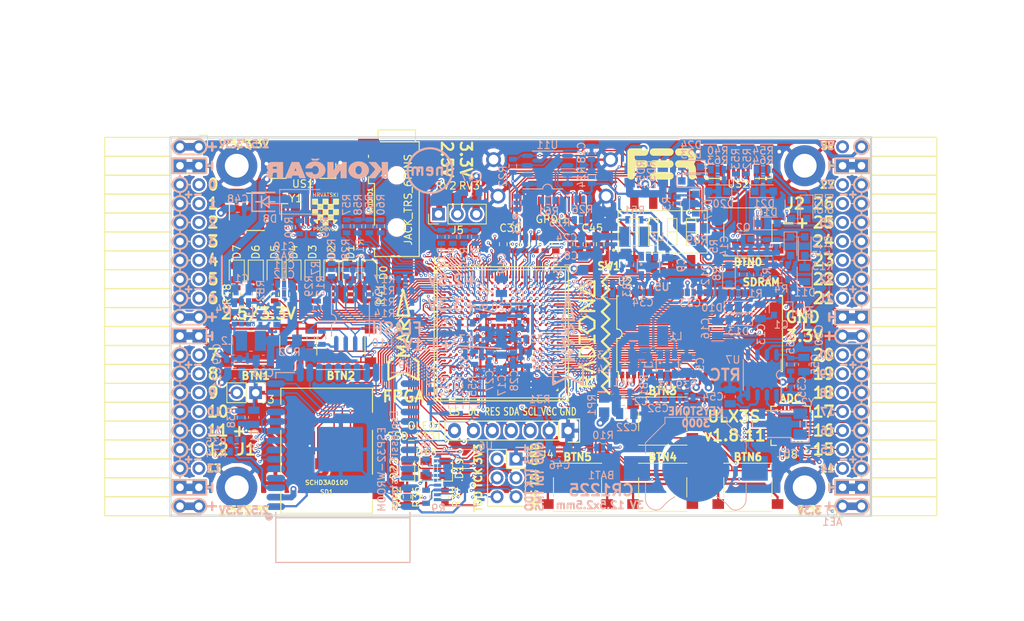
<source format=kicad_pcb>
(kicad_pcb (version 20171130) (host pcbnew 5.0.0-rc2+dfsg1-3)
  (layers (0 F.Cu signal) (1 In1.Cu signal) (2 In2.Cu signal) (31 B.Cu signal) (34 B.Paste user) (35 F.Paste user) (36 B.SilkS user) (37 F.SilkS user) (38 B.Mask user) (39 F.Mask user) (44 Edge.Cuts user))
  (net 0 "")
  (net 1 GND)
  (net 2 +5V)
  (net 3 /gpio/IN5V)
  (net 4 /gpio/OUT5V)
  (net 5 +3V3)
  (net 6 BTN_D)
  (net 7 BTN_F1)
  (net 8 BTN_F2)
  (net 9 BTN_L)
  (net 10 BTN_R)
  (net 11 BTN_U)
  (net 12 /power/FB1)
  (net 13 +2V5)
  (net 14 /power/PWREN)
  (net 15 /power/FB3)
  (net 16 /power/FB2)
  (net 17 /power/VBAT)
  (net 18 JTAG_TDI)
  (net 19 JTAG_TCK)
  (net 20 JTAG_TMS)
  (net 21 JTAG_TDO)
  (net 22 /power/WAKEUPn)
  (net 23 /power/WKUP)
  (net 24 /power/SHUT)
  (net 25 /power/WAKE)
  (net 26 /power/HOLD)
  (net 27 /power/WKn)
  (net 28 /power/OSCI_32k)
  (net 29 /power/OSCO_32k)
  (net 30 SHUTDOWN)
  (net 31 /analog/AUDIO_L)
  (net 32 /analog/AUDIO_R)
  (net 33 GPDI_SDA)
  (net 34 GPDI_SCL)
  (net 35 /gpdi/VREF2)
  (net 36 SD_CMD)
  (net 37 SD_CLK)
  (net 38 SD_D0)
  (net 39 SD_D1)
  (net 40 USB5V)
  (net 41 GPDI_CEC)
  (net 42 nRESET)
  (net 43 FTDI_nDTR)
  (net 44 SDRAM_CKE)
  (net 45 SDRAM_A7)
  (net 46 SDRAM_D15)
  (net 47 SDRAM_BA1)
  (net 48 SDRAM_D7)
  (net 49 SDRAM_A6)
  (net 50 SDRAM_CLK)
  (net 51 SDRAM_D13)
  (net 52 SDRAM_BA0)
  (net 53 SDRAM_D6)
  (net 54 SDRAM_A5)
  (net 55 SDRAM_D14)
  (net 56 SDRAM_A11)
  (net 57 SDRAM_D12)
  (net 58 SDRAM_D5)
  (net 59 SDRAM_A4)
  (net 60 SDRAM_A10)
  (net 61 SDRAM_D11)
  (net 62 SDRAM_A3)
  (net 63 SDRAM_D4)
  (net 64 SDRAM_D10)
  (net 65 SDRAM_D9)
  (net 66 SDRAM_A9)
  (net 67 SDRAM_D3)
  (net 68 SDRAM_D8)
  (net 69 SDRAM_A8)
  (net 70 SDRAM_A2)
  (net 71 SDRAM_A1)
  (net 72 SDRAM_A0)
  (net 73 SDRAM_D2)
  (net 74 SDRAM_D1)
  (net 75 SDRAM_D0)
  (net 76 SDRAM_DQM0)
  (net 77 SDRAM_nCS)
  (net 78 SDRAM_nRAS)
  (net 79 SDRAM_DQM1)
  (net 80 SDRAM_nCAS)
  (net 81 SDRAM_nWE)
  (net 82 /flash/FLASH_nWP)
  (net 83 /flash/FLASH_nHOLD)
  (net 84 /flash/FLASH_MOSI)
  (net 85 /flash/FLASH_MISO)
  (net 86 /flash/FLASH_SCK)
  (net 87 /flash/FLASH_nCS)
  (net 88 /flash/FPGA_PROGRAMN)
  (net 89 /flash/FPGA_DONE)
  (net 90 /flash/FPGA_INITN)
  (net 91 OLED_RES)
  (net 92 OLED_DC)
  (net 93 OLED_CS)
  (net 94 WIFI_EN)
  (net 95 FTDI_nRTS)
  (net 96 FTDI_TXD)
  (net 97 FTDI_RXD)
  (net 98 WIFI_RXD)
  (net 99 WIFI_GPIO0)
  (net 100 WIFI_TXD)
  (net 101 USB_FTDI_D+)
  (net 102 USB_FTDI_D-)
  (net 103 SD_D3)
  (net 104 AUDIO_L3)
  (net 105 AUDIO_L2)
  (net 106 AUDIO_L1)
  (net 107 AUDIO_L0)
  (net 108 AUDIO_R3)
  (net 109 AUDIO_R2)
  (net 110 AUDIO_R1)
  (net 111 AUDIO_R0)
  (net 112 OLED_CLK)
  (net 113 OLED_MOSI)
  (net 114 LED0)
  (net 115 LED1)
  (net 116 LED2)
  (net 117 LED3)
  (net 118 LED4)
  (net 119 LED5)
  (net 120 LED6)
  (net 121 LED7)
  (net 122 BTN_PWRn)
  (net 123 FTDI_nTXLED)
  (net 124 FTDI_nSLEEP)
  (net 125 /blinkey/LED_PWREN)
  (net 126 /blinkey/LED_TXLED)
  (net 127 /sdcard/SD3V3)
  (net 128 SD_D2)
  (net 129 CLK_25MHz)
  (net 130 /blinkey/BTNPUL)
  (net 131 /blinkey/BTNPUR)
  (net 132 USB_FPGA_D+)
  (net 133 /power/FTDI_nSUSPEND)
  (net 134 /blinkey/ALED0)
  (net 135 /blinkey/ALED1)
  (net 136 /blinkey/ALED2)
  (net 137 /blinkey/ALED3)
  (net 138 /blinkey/ALED4)
  (net 139 /blinkey/ALED5)
  (net 140 /blinkey/ALED6)
  (net 141 /blinkey/ALED7)
  (net 142 /usb/FTD-)
  (net 143 /usb/FTD+)
  (net 144 ADC_MISO)
  (net 145 ADC_MOSI)
  (net 146 ADC_CSn)
  (net 147 ADC_SCLK)
  (net 148 SW3)
  (net 149 SW2)
  (net 150 SW1)
  (net 151 USB_FPGA_D-)
  (net 152 /usb/FPD+)
  (net 153 /usb/FPD-)
  (net 154 WIFI_GPIO16)
  (net 155 /usb/ANT_433MHz)
  (net 156 /power/PWRBTn)
  (net 157 PROG_DONE)
  (net 158 /power/P3V3)
  (net 159 /power/P2V5)
  (net 160 /power/L1)
  (net 161 /power/L3)
  (net 162 /power/L2)
  (net 163 FTDI_TXDEN)
  (net 164 SDRAM_A12)
  (net 165 /analog/AUDIO_V)
  (net 166 AUDIO_V3)
  (net 167 AUDIO_V2)
  (net 168 AUDIO_V1)
  (net 169 AUDIO_V0)
  (net 170 /blinkey/LED_WIFI)
  (net 171 /power/P1V1)
  (net 172 +1V1)
  (net 173 SW4)
  (net 174 /blinkey/SWPU)
  (net 175 /wifi/WIFIEN)
  (net 176 FT2V5)
  (net 177 GN0)
  (net 178 GP0)
  (net 179 GN1)
  (net 180 GP1)
  (net 181 GN2)
  (net 182 GP2)
  (net 183 GN3)
  (net 184 GP3)
  (net 185 GN4)
  (net 186 GP4)
  (net 187 GN5)
  (net 188 GP5)
  (net 189 GN6)
  (net 190 GP6)
  (net 191 GN14)
  (net 192 GP14)
  (net 193 GN15)
  (net 194 GP15)
  (net 195 GN16)
  (net 196 GP16)
  (net 197 GN17)
  (net 198 GP17)
  (net 199 GN18)
  (net 200 GP18)
  (net 201 GN19)
  (net 202 GP19)
  (net 203 GN20)
  (net 204 GP20)
  (net 205 GN21)
  (net 206 GP21)
  (net 207 GN22)
  (net 208 GP22)
  (net 209 GN23)
  (net 210 GP23)
  (net 211 GN24)
  (net 212 GP24)
  (net 213 GN25)
  (net 214 GP25)
  (net 215 GN26)
  (net 216 GP26)
  (net 217 GN27)
  (net 218 GP27)
  (net 219 GN7)
  (net 220 GP7)
  (net 221 GN8)
  (net 222 GP8)
  (net 223 GN9)
  (net 224 GP9)
  (net 225 GN10)
  (net 226 GP10)
  (net 227 GN11)
  (net 228 GP11)
  (net 229 GN12)
  (net 230 GP12)
  (net 231 GN13)
  (net 232 GP13)
  (net 233 WIFI_GPIO5)
  (net 234 WIFI_GPIO17)
  (net 235 USB_FPGA_PULL_D+)
  (net 236 USB_FPGA_PULL_D-)
  (net 237 "Net-(D23-Pad2)")
  (net 238 "Net-(D24-Pad1)")
  (net 239 "Net-(D25-Pad2)")
  (net 240 "Net-(D26-Pad1)")
  (net 241 /gpdi/GPDI_ETH+)
  (net 242 FPDI_ETH+)
  (net 243 /gpdi/GPDI_ETH-)
  (net 244 FPDI_ETH-)
  (net 245 /gpdi/GPDI_D2-)
  (net 246 FPDI_D2-)
  (net 247 /gpdi/GPDI_D1-)
  (net 248 FPDI_D1-)
  (net 249 /gpdi/GPDI_D0-)
  (net 250 FPDI_D0-)
  (net 251 /gpdi/GPDI_CLK-)
  (net 252 FPDI_CLK-)
  (net 253 /gpdi/GPDI_D2+)
  (net 254 FPDI_D2+)
  (net 255 /gpdi/GPDI_D1+)
  (net 256 FPDI_D1+)
  (net 257 /gpdi/GPDI_D0+)
  (net 258 FPDI_D0+)
  (net 259 /gpdi/GPDI_CLK+)
  (net 260 FPDI_CLK+)
  (net 261 FPDI_SDA)
  (net 262 FPDI_SCL)
  (net 263 /gpdi/FPDI_CEC)
  (net 264 2V5_3V3)
  (net 265 "Net-(AUDIO1-Pad5)")
  (net 266 "Net-(AUDIO1-Pad6)")
  (net 267 "Net-(U1-PadA15)")
  (net 268 "Net-(U1-PadC9)")
  (net 269 "Net-(U1-PadD9)")
  (net 270 "Net-(U1-PadD10)")
  (net 271 "Net-(U1-PadD11)")
  (net 272 "Net-(U1-PadD12)")
  (net 273 "Net-(U1-PadE6)")
  (net 274 "Net-(U1-PadE9)")
  (net 275 "Net-(U1-PadE10)")
  (net 276 "Net-(U1-PadE11)")
  (net 277 "Net-(U1-PadJ4)")
  (net 278 "Net-(U1-PadJ5)")
  (net 279 "Net-(U1-PadK5)")
  (net 280 "Net-(U1-PadL5)")
  (net 281 "Net-(U1-PadM4)")
  (net 282 "Net-(U1-PadM5)")
  (net 283 SD_CD)
  (net 284 SD_WP)
  (net 285 "Net-(U1-PadR3)")
  (net 286 "Net-(U1-PadT16)")
  (net 287 "Net-(U1-PadW4)")
  (net 288 "Net-(U1-PadW5)")
  (net 289 "Net-(U1-PadW8)")
  (net 290 "Net-(U1-PadW9)")
  (net 291 "Net-(U1-PadW13)")
  (net 292 "Net-(U1-PadW14)")
  (net 293 "Net-(U1-PadW17)")
  (net 294 "Net-(U1-PadW18)")
  (net 295 FTDI_nRXLED)
  (net 296 "Net-(U8-Pad12)")
  (net 297 "Net-(U8-Pad25)")
  (net 298 "Net-(U9-Pad32)")
  (net 299 "Net-(U9-Pad22)")
  (net 300 "Net-(U9-Pad21)")
  (net 301 "Net-(U9-Pad20)")
  (net 302 "Net-(U9-Pad19)")
  (net 303 "Net-(U9-Pad18)")
  (net 304 "Net-(U9-Pad17)")
  (net 305 "Net-(U9-Pad12)")
  (net 306 "Net-(U9-Pad5)")
  (net 307 "Net-(U9-Pad4)")
  (net 308 "Net-(US1-Pad4)")
  (net 309 "Net-(US2-Pad4)")
  (net 310 "Net-(Y2-Pad3)")
  (net 311 "Net-(Y2-Pad2)")
  (net 312 "Net-(U1-PadK16)")
  (net 313 "Net-(U1-PadK17)")
  (net 314 /usb/US2VBUS)
  (net 315 /power/SHD)
  (net 316 /power/RTCVDD)
  (module TSOP54:TSOP54 (layer F.Cu) (at 165.093 87.8 90)
    (fp_text reference U2 (at 6.98 -9.993 180) (layer F.SilkS))
    (fp_text value MT48LC16M16A2TG)
    (pad 28 smd rect (at 5.53 10.4 90) (size 0.9 0.56) (layers F.Cu F.Paste F.Mask) (net 1 GND))
    (pad 1 smd rect (at -5.53 -10.4 90) (size 0.9 0.56) (layers F.Cu F.Paste F.Mask) (net 5 +3V3))
    (pad 2 smd rect (at -5.53 -9.6 90) (size 0.9 0.56) (layers F.Cu F.Paste F.Mask) (net 75 SDRAM_D0))
    (pad 3 smd rect (at -5.53 -8.8 90) (size 0.9 0.56) (layers F.Cu F.Paste F.Mask) (net 5 +3V3))
    (pad 4 smd rect (at -5.53 -8 90) (size 0.9 0.56) (layers F.Cu F.Paste F.Mask) (net 74 SDRAM_D1))
    (pad 5 smd rect (at -5.53 -7.2 90) (size 0.9 0.56) (layers F.Cu F.Paste F.Mask) (net 73 SDRAM_D2))
    (pad 6 smd rect (at -5.53 -6.4 90) (size 0.9 0.56) (layers F.Cu F.Paste F.Mask) (net 1 GND))
    (pad 7 smd rect (at -5.53 -5.6 90) (size 0.9 0.56) (layers F.Cu F.Paste F.Mask) (net 67 SDRAM_D3))
    (pad 8 smd rect (at -5.53 -4.8 90) (size 0.9 0.56) (layers F.Cu F.Paste F.Mask) (net 63 SDRAM_D4))
    (pad 9 smd rect (at -5.53 -4 90) (size 0.9 0.56) (layers F.Cu F.Paste F.Mask) (net 5 +3V3))
    (pad 10 smd rect (at -5.53 -3.2 90) (size 0.9 0.56) (layers F.Cu F.Paste F.Mask) (net 58 SDRAM_D5))
    (pad 11 smd rect (at -5.53 -2.4 90) (size 0.9 0.56) (layers F.Cu F.Paste F.Mask) (net 53 SDRAM_D6))
    (pad 12 smd rect (at -5.53 -1.6 90) (size 0.9 0.56) (layers F.Cu F.Paste F.Mask) (net 1 GND))
    (pad 13 smd rect (at -5.53 -0.8 90) (size 0.9 0.56) (layers F.Cu F.Paste F.Mask) (net 48 SDRAM_D7))
    (pad 14 smd rect (at -5.53 0 90) (size 0.9 0.56) (layers F.Cu F.Paste F.Mask) (net 5 +3V3))
    (pad 15 smd rect (at -5.53 0.8 90) (size 0.9 0.56) (layers F.Cu F.Paste F.Mask) (net 76 SDRAM_DQM0))
    (pad 16 smd rect (at -5.53 1.6 90) (size 0.9 0.56) (layers F.Cu F.Paste F.Mask) (net 81 SDRAM_nWE))
    (pad 17 smd rect (at -5.53 2.4 90) (size 0.9 0.56) (layers F.Cu F.Paste F.Mask) (net 80 SDRAM_nCAS))
    (pad 18 smd rect (at -5.53 3.2 90) (size 0.9 0.56) (layers F.Cu F.Paste F.Mask) (net 78 SDRAM_nRAS))
    (pad 19 smd rect (at -5.53 4 90) (size 0.9 0.56) (layers F.Cu F.Paste F.Mask) (net 77 SDRAM_nCS))
    (pad 20 smd rect (at -5.53 4.8 90) (size 0.9 0.56) (layers F.Cu F.Paste F.Mask) (net 52 SDRAM_BA0))
    (pad 21 smd rect (at -5.53 5.6 90) (size 0.9 0.56) (layers F.Cu F.Paste F.Mask) (net 47 SDRAM_BA1))
    (pad 22 smd rect (at -5.53 6.4 90) (size 0.9 0.56) (layers F.Cu F.Paste F.Mask) (net 60 SDRAM_A10))
    (pad 23 smd rect (at -5.53 7.2 90) (size 0.9 0.56) (layers F.Cu F.Paste F.Mask) (net 72 SDRAM_A0))
    (pad 24 smd rect (at -5.53 8 90) (size 0.9 0.56) (layers F.Cu F.Paste F.Mask) (net 71 SDRAM_A1))
    (pad 25 smd rect (at -5.53 8.8 90) (size 0.9 0.56) (layers F.Cu F.Paste F.Mask) (net 70 SDRAM_A2))
    (pad 26 smd rect (at -5.53 9.6 90) (size 0.9 0.56) (layers F.Cu F.Paste F.Mask) (net 62 SDRAM_A3))
    (pad 27 smd rect (at -5.53 10.4 90) (size 0.9 0.56) (layers F.Cu F.Paste F.Mask) (net 5 +3V3))
    (pad 29 smd rect (at 5.53 9.6 90) (size 0.9 0.56) (layers F.Cu F.Paste F.Mask) (net 59 SDRAM_A4))
    (pad 30 smd rect (at 5.53 8.8 90) (size 0.9 0.56) (layers F.Cu F.Paste F.Mask) (net 54 SDRAM_A5))
    (pad 31 smd rect (at 5.53 8 90) (size 0.9 0.56) (layers F.Cu F.Paste F.Mask) (net 49 SDRAM_A6))
    (pad 32 smd rect (at 5.53 7.2 90) (size 0.9 0.56) (layers F.Cu F.Paste F.Mask) (net 45 SDRAM_A7))
    (pad 33 smd rect (at 5.53 6.4 90) (size 0.9 0.56) (layers F.Cu F.Paste F.Mask) (net 69 SDRAM_A8))
    (pad 34 smd rect (at 5.53 5.6 90) (size 0.9 0.56) (layers F.Cu F.Paste F.Mask) (net 66 SDRAM_A9))
    (pad 35 smd rect (at 5.53 4.8 90) (size 0.9 0.56) (layers F.Cu F.Paste F.Mask) (net 56 SDRAM_A11))
    (pad 36 smd rect (at 5.53 4 90) (size 0.9 0.56) (layers F.Cu F.Paste F.Mask) (net 164 SDRAM_A12))
    (pad 37 smd rect (at 5.53 3.2 90) (size 0.9 0.56) (layers F.Cu F.Paste F.Mask) (net 44 SDRAM_CKE))
    (pad 38 smd rect (at 5.53 2.4 90) (size 0.9 0.56) (layers F.Cu F.Paste F.Mask) (net 50 SDRAM_CLK))
    (pad 39 smd rect (at 5.53 1.6 90) (size 0.9 0.56) (layers F.Cu F.Paste F.Mask) (net 79 SDRAM_DQM1))
    (pad 40 smd rect (at 5.53 0.8 90) (size 0.9 0.56) (layers F.Cu F.Paste F.Mask))
    (pad 41 smd rect (at 5.53 0 90) (size 0.9 0.56) (layers F.Cu F.Paste F.Mask) (net 1 GND))
    (pad 42 smd rect (at 5.53 -0.8 90) (size 0.9 0.56) (layers F.Cu F.Paste F.Mask) (net 68 SDRAM_D8))
    (pad 43 smd rect (at 5.53 -1.6 90) (size 0.9 0.56) (layers F.Cu F.Paste F.Mask) (net 5 +3V3))
    (pad 44 smd rect (at 5.53 -2.4 90) (size 0.9 0.56) (layers F.Cu F.Paste F.Mask) (net 65 SDRAM_D9))
    (pad 45 smd rect (at 5.53 -3.2 90) (size 0.9 0.56) (layers F.Cu F.Paste F.Mask) (net 64 SDRAM_D10))
    (pad 46 smd rect (at 5.53 -4 90) (size 0.9 0.56) (layers F.Cu F.Paste F.Mask) (net 1 GND))
    (pad 47 smd rect (at 5.53 -4.8 90) (size 0.9 0.56) (layers F.Cu F.Paste F.Mask) (net 61 SDRAM_D11))
    (pad 48 smd rect (at 5.53 -5.6 90) (size 0.9 0.56) (layers F.Cu F.Paste F.Mask) (net 57 SDRAM_D12))
    (pad 49 smd rect (at 5.53 -6.4 90) (size 0.9 0.56) (layers F.Cu F.Paste F.Mask) (net 5 +3V3))
    (pad 50 smd rect (at 5.53 -7.2 90) (size 0.9 0.56) (layers F.Cu F.Paste F.Mask) (net 51 SDRAM_D13))
    (pad 51 smd rect (at 5.53 -8 90) (size 0.9 0.56) (layers F.Cu F.Paste F.Mask) (net 55 SDRAM_D14))
    (pad 52 smd rect (at 5.53 -8.8 90) (size 0.9 0.56) (layers F.Cu F.Paste F.Mask) (net 1 GND))
    (pad 53 smd rect (at 5.53 -9.6 90) (size 0.9 0.56) (layers F.Cu F.Paste F.Mask) (net 46 SDRAM_D15))
    (pad 54 smd rect (at 5.53 -10.4 90) (size 0.9 0.56) (layers F.Cu F.Paste F.Mask) (net 1 GND))
  )
  (module SOA008-150mil:SOA008-150-208mil (layer B.Cu) (at 118.245 85.822 270)
    (fp_text reference U10 (at 3.175 -4.318) (layer B.SilkS) (effects (justify mirror)))
    (fp_text value IS25LP128F-JBLE)
    (pad 1 smd rect (at -3.302 1.905 270) (size 2.1 0.6) (layers B.Cu B.Paste B.Mask) (net 87 /flash/FLASH_nCS))
    (pad 2 smd oval (at -3.302 0.635 270) (size 2.1 0.6) (layers B.Cu B.Paste B.Mask) (net 85 /flash/FLASH_MISO))
    (pad 3 smd oval (at -3.302 -0.635 270) (size 2.1 0.6) (layers B.Cu B.Paste B.Mask) (net 82 /flash/FLASH_nWP))
    (pad 4 smd oval (at -3.302 -1.905 270) (size 2.1 0.6) (layers B.Cu B.Paste B.Mask) (net 1 GND))
    (pad 5 smd oval (at 3.302 -1.905 270) (size 2.1 0.6) (layers B.Cu B.Paste B.Mask) (net 84 /flash/FLASH_MOSI))
    (pad 6 smd oval (at 3.302 -0.635 270) (size 2.1 0.6) (layers B.Cu B.Paste B.Mask) (net 86 /flash/FLASH_SCK))
    (pad 7 smd oval (at 3.302 0.635 270) (size 2.1 0.6) (layers B.Cu B.Paste B.Mask) (net 83 /flash/FLASH_nHOLD))
    (pad 8 smd oval (at 3.302 1.905 270) (size 2.1 0.6) (layers B.Cu B.Paste B.Mask) (net 5 +3V3))
  )
  (module SOT96-1:SOT96-1 (layer B.Cu) (at 173.49 93.315 90)
    (fp_text reference U7 (at 2.032 -3.937 180) (layer B.SilkS) (effects (justify mirror)))
    (fp_text value PCF8523)
    (pad 1 smd rect (at -2.7 1.905 90) (size 1.55 0.6) (layers B.Cu B.Paste B.Mask) (net 28 /power/OSCI_32k))
    (pad 2 smd oval (at -2.7 0.635 90) (size 1.55 0.6) (layers B.Cu B.Paste B.Mask) (net 29 /power/OSCO_32k))
    (pad 3 smd oval (at -2.7 -0.635 90) (size 1.55 0.6) (layers B.Cu B.Paste B.Mask) (net 17 /power/VBAT))
    (pad 4 smd oval (at -2.7 -1.905 90) (size 1.55 0.6) (layers B.Cu B.Paste B.Mask) (net 1 GND))
    (pad 5 smd oval (at 2.7 -1.905 90) (size 1.55 0.6) (layers B.Cu B.Paste B.Mask) (net 261 FPDI_SDA))
    (pad 6 smd oval (at 2.7 -0.635 90) (size 1.55 0.6) (layers B.Cu B.Paste B.Mask) (net 262 FPDI_SCL))
    (pad 7 smd oval (at 2.7 0.635 90) (size 1.55 0.6) (layers B.Cu B.Paste B.Mask) (net 22 /power/WAKEUPn))
    (pad 8 smd oval (at 2.7 1.905 90) (size 1.55 0.6) (layers B.Cu B.Paste B.Mask) (net 316 /power/RTCVDD))
  )
  (module SM8:SM8 (layer B.Cu) (at 144.68 65.8015 90)
    (fp_text reference U11 (at 3.3475 -0.019 -180) (layer B.SilkS) (effects (justify mirror)))
    (fp_text value PCA9306D)
    (pad 1 smd rect (at -1.905 -2.7) (size 1.55 0.6) (layers B.Cu B.Paste B.Mask) (net 1 GND))
    (pad 2 smd oval (at -0.635 -2.7) (size 1.55 0.6) (layers B.Cu B.Paste B.Mask) (net 5 +3V3))
    (pad 3 smd oval (at 0.635 -2.7) (size 1.55 0.6) (layers B.Cu B.Paste B.Mask) (net 262 FPDI_SCL))
    (pad 4 smd oval (at 1.905 -2.7) (size 1.55 0.6) (layers B.Cu B.Paste B.Mask) (net 261 FPDI_SDA))
    (pad 5 smd oval (at 1.905 2.7) (size 1.55 0.6) (layers B.Cu B.Paste B.Mask) (net 33 GPDI_SDA))
    (pad 6 smd oval (at 0.635 2.7) (size 1.55 0.6) (layers B.Cu B.Paste B.Mask) (net 34 GPDI_SCL))
    (pad 7 smd oval (at -0.635 2.7) (size 1.55 0.6) (layers B.Cu B.Paste B.Mask) (net 35 /gpdi/VREF2))
    (pad 8 smd oval (at -1.905 2.7) (size 1.55 0.6) (layers B.Cu B.Paste B.Mask) (net 35 /gpdi/VREF2))
  )
  (module ft231x:FT231X-SSOP-20_4.4x6.5mm_Pitch0.65mm (layer B.Cu) (at 132.835 107.14 180)
    (fp_text reference U6 (at -3.556 4.318 180) (layer B.SilkS) (effects (justify mirror)))
    (fp_text value FT231XS)
    (pad 20 smd rect (at 2.9 2.925 180) (size 1 0.4) (layers B.Cu B.Paste B.Mask) (net 96 FTDI_TXD))
    (pad 19 smd rect (at 2.9 2.275 180) (size 1 0.4) (layers B.Cu B.Paste B.Mask) (net 124 FTDI_nSLEEP))
    (pad 18 smd rect (at 2.9 1.625 180) (size 1 0.4) (layers B.Cu B.Paste B.Mask) (net 163 FTDI_TXDEN))
    (pad 17 smd rect (at 2.9 0.975 180) (size 1 0.4) (layers B.Cu B.Paste B.Mask) (net 295 FTDI_nRXLED))
    (pad 16 smd rect (at 2.9 0.325 180) (size 1 0.4) (layers B.Cu B.Paste B.Mask) (net 1 GND))
    (pad 15 smd rect (at 2.9 -0.325 180) (size 1 0.4) (layers B.Cu B.Paste B.Mask) (net 40 USB5V))
    (pad 14 smd rect (at 2.9 -0.975 180) (size 1 0.4) (layers B.Cu B.Paste B.Mask) (net 42 nRESET))
    (pad 13 smd rect (at 2.9 -1.625 180) (size 1 0.4) (layers B.Cu B.Paste B.Mask) (net 176 FT2V5))
    (pad 12 smd rect (at 2.9 -2.275 180) (size 1 0.4) (layers B.Cu B.Paste B.Mask) (net 102 USB_FTDI_D-))
    (pad 11 smd rect (at 2.9 -2.925 180) (size 1 0.4) (layers B.Cu B.Paste B.Mask) (net 101 USB_FTDI_D+))
    (pad 10 smd rect (at -2.9 -2.925 180) (size 1 0.4) (layers B.Cu B.Paste B.Mask) (net 123 FTDI_nTXLED))
    (pad 9 smd rect (at -2.9 -2.275 180) (size 1 0.4) (layers B.Cu B.Paste B.Mask) (net 21 JTAG_TDO))
    (pad 8 smd rect (at -2.9 -1.625 180) (size 1 0.4) (layers B.Cu B.Paste B.Mask) (net 20 JTAG_TMS))
    (pad 7 smd rect (at -2.9 -0.975 180) (size 1 0.4) (layers B.Cu B.Paste B.Mask) (net 19 JTAG_TCK))
    (pad 6 smd rect (at -2.9 -0.325 180) (size 1 0.4) (layers B.Cu B.Paste B.Mask) (net 1 GND))
    (pad 5 smd rect (at -2.9 0.325 180) (size 1 0.4) (layers B.Cu B.Paste B.Mask) (net 18 JTAG_TDI))
    (pad 4 smd rect (at -2.9 0.975 180) (size 1 0.4) (layers B.Cu B.Paste B.Mask) (net 97 FTDI_RXD))
    (pad 3 smd rect (at -2.9 1.625 180) (size 1 0.4) (layers B.Cu B.Paste B.Mask) (net 176 FT2V5))
    (pad 2 smd rect (at -2.9 2.275 180) (size 1 0.4) (layers B.Cu B.Paste B.Mask) (net 95 FTDI_nRTS))
    (pad 1 smd rect (at -2.9 2.925 180) (size 1 0.4) (layers B.Cu B.Paste B.Mask) (net 43 FTDI_nDTR))
  )
  (module TSOT-25:TSOT-25 (layer B.Cu) (at 158.235 78.692)
    (fp_text reference U5 (at 1.793 2.812) (layer B.SilkS) (effects (font (thickness 0.2)) (justify mirror)))
    (fp_text value TLV62569DBV)
    (pad 1 smd rect (at -0.95 -1.3) (size 0.7 1.2) (layers B.Cu B.Paste B.Mask) (net 14 /power/PWREN))
    (pad 2 smd rect (at 0 -1.3) (size 0.7 1.2) (layers B.Cu B.Paste B.Mask) (net 1 GND))
    (pad 3 smd rect (at 0.95 -1.3) (size 0.7 1.2) (layers B.Cu B.Paste B.Mask) (net 161 /power/L3))
    (pad 4 smd rect (at 0.95 1.3) (size 0.7 1.2) (layers B.Cu B.Paste B.Mask) (net 2 +5V))
    (pad 5 smd rect (at -0.95 1.3) (size 0.7 1.2) (layers B.Cu B.Paste B.Mask) (net 15 /power/FB3))
  )
  (module TSOT-25:TSOT-25 (layer B.Cu) (at 160.775 91.9)
    (fp_text reference U3 (at -0.295 2.9) (layer B.SilkS) (effects (font (thickness 0.2)) (justify mirror)))
    (fp_text value TLV62569DBV)
    (pad 1 smd rect (at -0.95 -1.3) (size 0.7 1.2) (layers B.Cu B.Paste B.Mask) (net 14 /power/PWREN))
    (pad 2 smd rect (at 0 -1.3) (size 0.7 1.2) (layers B.Cu B.Paste B.Mask) (net 1 GND))
    (pad 3 smd rect (at 0.95 -1.3) (size 0.7 1.2) (layers B.Cu B.Paste B.Mask) (net 160 /power/L1))
    (pad 4 smd rect (at 0.95 1.3) (size 0.7 1.2) (layers B.Cu B.Paste B.Mask) (net 2 +5V))
    (pad 5 smd rect (at -0.95 1.3) (size 0.7 1.2) (layers B.Cu B.Paste B.Mask) (net 12 /power/FB1))
  )
  (module TSOT-25:TSOT-25 (layer B.Cu) (at 103.625 84.915 180)
    (fp_text reference U4 (at 2.525 0.4265 180) (layer B.SilkS) (effects (font (thickness 0.2)) (justify mirror)))
    (fp_text value TLV62569DBV)
    (pad 1 smd rect (at -0.95 -1.3 180) (size 0.7 1.2) (layers B.Cu B.Paste B.Mask) (net 14 /power/PWREN))
    (pad 2 smd rect (at 0 -1.3 180) (size 0.7 1.2) (layers B.Cu B.Paste B.Mask) (net 1 GND))
    (pad 3 smd rect (at 0.95 -1.3 180) (size 0.7 1.2) (layers B.Cu B.Paste B.Mask) (net 162 /power/L2))
    (pad 4 smd rect (at 0.95 1.3 180) (size 0.7 1.2) (layers B.Cu B.Paste B.Mask) (net 2 +5V))
    (pad 5 smd rect (at -0.95 1.3 180) (size 0.7 1.2) (layers B.Cu B.Paste B.Mask) (net 16 /power/FB2))
  )
  (module ESP32:ESP32-WROOM (layer B.Cu) (at 117.23 105.75 180)
    (fp_text reference U9 (at -8.366 13.85 180) (layer B.SilkS) (effects (justify mirror)))
    (fp_text value ESP-WROOM-32)
    (fp_text user "Espressif Systems" (at -6.858 0.889 90) (layer B.SilkS) (effects (justify mirror)))
    (fp_text user ESP32-WROOM (at -5.207 -0.254 90) (layer B.SilkS) (effects (justify mirror)))
    (pad 38 smd oval (at -9 -5.25 180) (size 2.5 0.9) (layers B.Cu B.Paste B.Mask) (net 1 GND))
    (pad 37 smd oval (at -9 -3.98 180) (size 2.5 0.9) (layers B.Cu B.Paste B.Mask) (net 18 JTAG_TDI))
    (pad 36 smd oval (at -9 -2.71 180) (size 2.5 0.9) (layers B.Cu B.Paste B.Mask) (net 157 PROG_DONE))
    (pad 35 smd oval (at -9 -1.44 180) (size 2.5 0.9) (layers B.Cu B.Paste B.Mask) (net 100 WIFI_TXD))
    (pad 34 smd oval (at -9 -0.17 180) (size 2.5 0.9) (layers B.Cu B.Paste B.Mask) (net 98 WIFI_RXD))
    (pad 33 smd oval (at -9 1.1 180) (size 2.5 0.9) (layers B.Cu B.Paste B.Mask) (net 20 JTAG_TMS))
    (pad 32 smd oval (at -9 2.37 180) (size 2.5 0.9) (layers B.Cu B.Paste B.Mask) (net 298 "Net-(U9-Pad32)"))
    (pad 31 smd oval (at -9 3.64 180) (size 2.5 0.9) (layers B.Cu B.Paste B.Mask) (net 21 JTAG_TDO))
    (pad 30 smd oval (at -9 4.91 180) (size 2.5 0.9) (layers B.Cu B.Paste B.Mask) (net 19 JTAG_TCK))
    (pad 29 smd oval (at -9 6.18 180) (size 2.5 0.9) (layers B.Cu B.Paste B.Mask) (net 233 WIFI_GPIO5))
    (pad 28 smd oval (at -9 7.45 180) (size 2.5 0.9) (layers B.Cu B.Paste B.Mask) (net 234 WIFI_GPIO17))
    (pad 27 smd oval (at -9 8.72 180) (size 2.5 0.9) (layers B.Cu B.Paste B.Mask) (net 154 WIFI_GPIO16))
    (pad 26 smd oval (at -9 9.99 180) (size 2.5 0.9) (layers B.Cu B.Paste B.Mask) (net 39 SD_D1))
    (pad 25 smd oval (at -9 11.26 180) (size 2.5 0.9) (layers B.Cu B.Paste B.Mask) (net 99 WIFI_GPIO0))
    (pad 24 smd oval (at -5.715 12.75 180) (size 0.9 2.5) (layers B.Cu B.Paste B.Mask) (net 38 SD_D0))
    (pad 23 smd oval (at -4.445 12.75 180) (size 0.9 2.5) (layers B.Cu B.Paste B.Mask) (net 36 SD_CMD))
    (pad 22 smd oval (at -3.175 12.75 180) (size 0.9 2.5) (layers B.Cu B.Paste B.Mask) (net 299 "Net-(U9-Pad22)"))
    (pad 21 smd oval (at -1.905 12.75 180) (size 0.9 2.5) (layers B.Cu B.Paste B.Mask) (net 300 "Net-(U9-Pad21)"))
    (pad 20 smd oval (at -0.635 12.75 180) (size 0.9 2.5) (layers B.Cu B.Paste B.Mask) (net 301 "Net-(U9-Pad20)"))
    (pad 19 smd oval (at 0.635 12.75 180) (size 0.9 2.5) (layers B.Cu B.Paste B.Mask) (net 302 "Net-(U9-Pad19)"))
    (pad 18 smd oval (at 1.905 12.75 180) (size 0.9 2.5) (layers B.Cu B.Paste B.Mask) (net 303 "Net-(U9-Pad18)"))
    (pad 17 smd oval (at 3.175 12.75 180) (size 0.9 2.5) (layers B.Cu B.Paste B.Mask) (net 304 "Net-(U9-Pad17)"))
    (pad 16 smd oval (at 4.445 12.75 180) (size 0.9 2.5) (layers B.Cu B.Paste B.Mask) (net 103 SD_D3))
    (pad 15 smd oval (at 5.715 12.75 180) (size 0.9 2.5) (layers B.Cu B.Paste B.Mask) (net 1 GND))
    (pad 14 smd oval (at 9 11.26 180) (size 2.5 0.9) (layers B.Cu B.Paste B.Mask) (net 128 SD_D2))
    (pad 13 smd oval (at 9 9.99 180) (size 2.5 0.9) (layers B.Cu B.Paste B.Mask) (net 37 SD_CLK))
    (pad 12 smd oval (at 9 8.72 180) (size 2.5 0.9) (layers B.Cu B.Paste B.Mask) (net 305 "Net-(U9-Pad12)"))
    (pad 11 smd oval (at 9 7.45 180) (size 2.5 0.9) (layers B.Cu B.Paste B.Mask) (net 227 GN11))
    (pad 10 smd oval (at 9 6.18 180) (size 2.5 0.9) (layers B.Cu B.Paste B.Mask) (net 228 GP11))
    (pad 9 smd oval (at 9 4.91 180) (size 2.5 0.9) (layers B.Cu B.Paste B.Mask) (net 229 GN12))
    (pad 8 smd oval (at 9 3.64 180) (size 2.5 0.9) (layers B.Cu B.Paste B.Mask) (net 230 GP12))
    (pad 7 smd oval (at 9 2.37 180) (size 2.5 0.9) (layers B.Cu B.Paste B.Mask) (net 231 GN13))
    (pad 6 smd oval (at 9 1.1 180) (size 2.5 0.9) (layers B.Cu B.Paste B.Mask) (net 232 GP13))
    (pad 5 smd oval (at 9 -0.17 180) (size 2.5 0.9) (layers B.Cu B.Paste B.Mask) (net 306 "Net-(U9-Pad5)"))
    (pad 4 smd oval (at 9 -1.44 180) (size 2.5 0.9) (layers B.Cu B.Paste B.Mask) (net 307 "Net-(U9-Pad4)"))
    (pad 3 smd oval (at 9 -2.71 180) (size 2.5 0.9) (layers B.Cu B.Paste B.Mask) (net 175 /wifi/WIFIEN))
    (pad 2 smd oval (at 9 -3.98 180) (size 2.5 0.9) (layers B.Cu B.Paste B.Mask) (net 5 +3V3))
    (pad 1 smd oval (at 9 -5.25 180) (size 2.5 0.9) (layers B.Cu B.Paste B.Mask) (net 1 GND))
    (pad 39 smd rect (at 0.3 2.45 180) (size 6 6) (layers B.Cu B.Paste B.Mask) (net 1 GND))
  )
  (module inem:inem (layer B.Cu) (at 128.913 65.883)
    (fp_text reference REF** hide)
    (fp_text value inem hide)
    (fp_text user inem (at 0 -0.1) (layer B.SilkS) (effects (font (size 1.5 1.5) (thickness 0.3)) (justify mirror)))
  )
  (module fer:fer4mm6 (layer F.Cu) (at 159.901 64.994)
    (fp_text reference fer hide)
    (fp_text value fer hide)
  )
  (module Socket_Strips:Socket_Strip_Angled_2x20 (layer F.Cu) (at 97.91 62.69 270)
    (fp_text reference J1 (at 40.64 -6.35) (layer F.SilkS) (effects (font (size 1.5 1.5) (thickness 0.3))))
    (fp_text value CONN_02X20 hide)
    (pad 1 thru_hole oval (at 0 0 270) (size 1.7272 1.7272) (drill 1.016) (layers *.Cu *.Mask) (net 264 2V5_3V3))
    (pad 2 thru_hole oval (at 0 2.54 270) (size 1.7272 1.7272) (drill 1.016) (layers *.Cu *.Mask) (net 264 2V5_3V3))
    (pad 3 thru_hole rect (at 2.54 0 270) (size 1.7272 1.7272) (drill 1.016) (layers *.Cu *.Mask) (net 1 GND))
    (pad 4 thru_hole rect (at 2.54 2.54 270) (size 1.7272 1.7272) (drill 1.016) (layers *.Cu *.Mask) (net 1 GND))
    (pad 5 thru_hole oval (at 5.08 0 270) (size 1.7272 1.7272) (drill 1.016) (layers *.Cu *.Mask) (net 177 GN0))
    (pad 6 thru_hole oval (at 5.08 2.54 270) (size 1.7272 1.7272) (drill 1.016) (layers *.Cu *.Mask) (net 178 GP0))
    (pad 7 thru_hole oval (at 7.62 0 270) (size 1.7272 1.7272) (drill 1.016) (layers *.Cu *.Mask) (net 179 GN1))
    (pad 8 thru_hole oval (at 7.62 2.54 270) (size 1.7272 1.7272) (drill 1.016) (layers *.Cu *.Mask) (net 180 GP1))
    (pad 9 thru_hole oval (at 10.16 0 270) (size 1.7272 1.7272) (drill 1.016) (layers *.Cu *.Mask) (net 181 GN2))
    (pad 10 thru_hole oval (at 10.16 2.54 270) (size 1.7272 1.7272) (drill 1.016) (layers *.Cu *.Mask) (net 182 GP2))
    (pad 11 thru_hole oval (at 12.7 0 270) (size 1.7272 1.7272) (drill 1.016) (layers *.Cu *.Mask) (net 183 GN3))
    (pad 12 thru_hole oval (at 12.7 2.54 270) (size 1.7272 1.7272) (drill 1.016) (layers *.Cu *.Mask) (net 184 GP3))
    (pad 13 thru_hole oval (at 15.24 0 270) (size 1.7272 1.7272) (drill 1.016) (layers *.Cu *.Mask) (net 185 GN4))
    (pad 14 thru_hole oval (at 15.24 2.54 270) (size 1.7272 1.7272) (drill 1.016) (layers *.Cu *.Mask) (net 186 GP4))
    (pad 15 thru_hole oval (at 17.78 0 270) (size 1.7272 1.7272) (drill 1.016) (layers *.Cu *.Mask) (net 187 GN5))
    (pad 16 thru_hole oval (at 17.78 2.54 270) (size 1.7272 1.7272) (drill 1.016) (layers *.Cu *.Mask) (net 188 GP5))
    (pad 17 thru_hole oval (at 20.32 0 270) (size 1.7272 1.7272) (drill 1.016) (layers *.Cu *.Mask) (net 189 GN6))
    (pad 18 thru_hole oval (at 20.32 2.54 270) (size 1.7272 1.7272) (drill 1.016) (layers *.Cu *.Mask) (net 190 GP6))
    (pad 19 thru_hole oval (at 22.86 0 270) (size 1.7272 1.7272) (drill 1.016) (layers *.Cu *.Mask) (net 264 2V5_3V3))
    (pad 20 thru_hole oval (at 22.86 2.54 270) (size 1.7272 1.7272) (drill 1.016) (layers *.Cu *.Mask) (net 264 2V5_3V3))
    (pad 21 thru_hole rect (at 25.4 0 270) (size 1.7272 1.7272) (drill 1.016) (layers *.Cu *.Mask) (net 1 GND))
    (pad 22 thru_hole rect (at 25.4 2.54 270) (size 1.7272 1.7272) (drill 1.016) (layers *.Cu *.Mask) (net 1 GND))
    (pad 23 thru_hole oval (at 27.94 0 270) (size 1.7272 1.7272) (drill 1.016) (layers *.Cu *.Mask) (net 219 GN7))
    (pad 24 thru_hole oval (at 27.94 2.54 270) (size 1.7272 1.7272) (drill 1.016) (layers *.Cu *.Mask) (net 220 GP7))
    (pad 25 thru_hole oval (at 30.48 0 270) (size 1.7272 1.7272) (drill 1.016) (layers *.Cu *.Mask) (net 221 GN8))
    (pad 26 thru_hole oval (at 30.48 2.54 270) (size 1.7272 1.7272) (drill 1.016) (layers *.Cu *.Mask) (net 222 GP8))
    (pad 27 thru_hole oval (at 33.02 0 270) (size 1.7272 1.7272) (drill 1.016) (layers *.Cu *.Mask) (net 223 GN9))
    (pad 28 thru_hole oval (at 33.02 2.54 270) (size 1.7272 1.7272) (drill 1.016) (layers *.Cu *.Mask) (net 224 GP9))
    (pad 29 thru_hole oval (at 35.56 0 270) (size 1.7272 1.7272) (drill 1.016) (layers *.Cu *.Mask) (net 225 GN10))
    (pad 30 thru_hole oval (at 35.56 2.54 270) (size 1.7272 1.7272) (drill 1.016) (layers *.Cu *.Mask) (net 226 GP10))
    (pad 31 thru_hole oval (at 38.1 0 270) (size 1.7272 1.7272) (drill 1.016) (layers *.Cu *.Mask) (net 227 GN11))
    (pad 32 thru_hole oval (at 38.1 2.54 270) (size 1.7272 1.7272) (drill 1.016) (layers *.Cu *.Mask) (net 228 GP11))
    (pad 33 thru_hole oval (at 40.64 0 270) (size 1.7272 1.7272) (drill 1.016) (layers *.Cu *.Mask) (net 229 GN12))
    (pad 34 thru_hole oval (at 40.64 2.54 270) (size 1.7272 1.7272) (drill 1.016) (layers *.Cu *.Mask) (net 230 GP12))
    (pad 35 thru_hole oval (at 43.18 0 270) (size 1.7272 1.7272) (drill 1.016) (layers *.Cu *.Mask) (net 231 GN13))
    (pad 36 thru_hole oval (at 43.18 2.54 270) (size 1.7272 1.7272) (drill 1.016) (layers *.Cu *.Mask) (net 232 GP13))
    (pad 37 thru_hole rect (at 45.72 0 270) (size 1.7272 1.7272) (drill 1.016) (layers *.Cu *.Mask) (net 1 GND))
    (pad 38 thru_hole rect (at 45.72 2.54 270) (size 1.7272 1.7272) (drill 1.016) (layers *.Cu *.Mask) (net 1 GND))
    (pad 39 thru_hole oval (at 48.26 0 270) (size 1.7272 1.7272) (drill 1.016) (layers *.Cu *.Mask) (net 264 2V5_3V3))
    (pad 40 thru_hole oval (at 48.26 2.54 270) (size 1.7272 1.7272) (drill 1.016) (layers *.Cu *.Mask) (net 264 2V5_3V3))
  )
  (module Socket_Strips:Socket_Strip_Angled_2x20 (layer F.Cu) (at 184.27 110.95 90)
    (fp_text reference J2 (at 40.64 -6.35 180) (layer F.SilkS) (effects (font (size 1.5 1.5) (thickness 0.3))))
    (fp_text value CONN_02X20 hide)
    (pad 1 thru_hole oval (at 0 0 90) (size 1.7272 1.7272) (drill 1.016) (layers *.Cu *.Mask) (net 5 +3V3))
    (pad 2 thru_hole oval (at 0 2.54 90) (size 1.7272 1.7272) (drill 1.016) (layers *.Cu *.Mask) (net 5 +3V3))
    (pad 3 thru_hole rect (at 2.54 0 90) (size 1.7272 1.7272) (drill 1.016) (layers *.Cu *.Mask) (net 1 GND))
    (pad 4 thru_hole rect (at 2.54 2.54 90) (size 1.7272 1.7272) (drill 1.016) (layers *.Cu *.Mask) (net 1 GND))
    (pad 5 thru_hole oval (at 5.08 0 90) (size 1.7272 1.7272) (drill 1.016) (layers *.Cu *.Mask) (net 191 GN14))
    (pad 6 thru_hole oval (at 5.08 2.54 90) (size 1.7272 1.7272) (drill 1.016) (layers *.Cu *.Mask) (net 192 GP14))
    (pad 7 thru_hole oval (at 7.62 0 90) (size 1.7272 1.7272) (drill 1.016) (layers *.Cu *.Mask) (net 193 GN15))
    (pad 8 thru_hole oval (at 7.62 2.54 90) (size 1.7272 1.7272) (drill 1.016) (layers *.Cu *.Mask) (net 194 GP15))
    (pad 9 thru_hole oval (at 10.16 0 90) (size 1.7272 1.7272) (drill 1.016) (layers *.Cu *.Mask) (net 195 GN16))
    (pad 10 thru_hole oval (at 10.16 2.54 90) (size 1.7272 1.7272) (drill 1.016) (layers *.Cu *.Mask) (net 196 GP16))
    (pad 11 thru_hole oval (at 12.7 0 90) (size 1.7272 1.7272) (drill 1.016) (layers *.Cu *.Mask) (net 197 GN17))
    (pad 12 thru_hole oval (at 12.7 2.54 90) (size 1.7272 1.7272) (drill 1.016) (layers *.Cu *.Mask) (net 198 GP17))
    (pad 13 thru_hole oval (at 15.24 0 90) (size 1.7272 1.7272) (drill 1.016) (layers *.Cu *.Mask) (net 199 GN18))
    (pad 14 thru_hole oval (at 15.24 2.54 90) (size 1.7272 1.7272) (drill 1.016) (layers *.Cu *.Mask) (net 200 GP18))
    (pad 15 thru_hole oval (at 17.78 0 90) (size 1.7272 1.7272) (drill 1.016) (layers *.Cu *.Mask) (net 201 GN19))
    (pad 16 thru_hole oval (at 17.78 2.54 90) (size 1.7272 1.7272) (drill 1.016) (layers *.Cu *.Mask) (net 202 GP19))
    (pad 17 thru_hole oval (at 20.32 0 90) (size 1.7272 1.7272) (drill 1.016) (layers *.Cu *.Mask) (net 203 GN20))
    (pad 18 thru_hole oval (at 20.32 2.54 90) (size 1.7272 1.7272) (drill 1.016) (layers *.Cu *.Mask) (net 204 GP20))
    (pad 19 thru_hole oval (at 22.86 0 90) (size 1.7272 1.7272) (drill 1.016) (layers *.Cu *.Mask) (net 5 +3V3))
    (pad 20 thru_hole oval (at 22.86 2.54 90) (size 1.7272 1.7272) (drill 1.016) (layers *.Cu *.Mask) (net 5 +3V3))
    (pad 21 thru_hole rect (at 25.4 0 90) (size 1.7272 1.7272) (drill 1.016) (layers *.Cu *.Mask) (net 1 GND))
    (pad 22 thru_hole rect (at 25.4 2.54 90) (size 1.7272 1.7272) (drill 1.016) (layers *.Cu *.Mask) (net 1 GND))
    (pad 23 thru_hole oval (at 27.94 0 90) (size 1.7272 1.7272) (drill 1.016) (layers *.Cu *.Mask) (net 205 GN21))
    (pad 24 thru_hole oval (at 27.94 2.54 90) (size 1.7272 1.7272) (drill 1.016) (layers *.Cu *.Mask) (net 206 GP21))
    (pad 25 thru_hole oval (at 30.48 0 90) (size 1.7272 1.7272) (drill 1.016) (layers *.Cu *.Mask) (net 207 GN22))
    (pad 26 thru_hole oval (at 30.48 2.54 90) (size 1.7272 1.7272) (drill 1.016) (layers *.Cu *.Mask) (net 208 GP22))
    (pad 27 thru_hole oval (at 33.02 0 90) (size 1.7272 1.7272) (drill 1.016) (layers *.Cu *.Mask) (net 209 GN23))
    (pad 28 thru_hole oval (at 33.02 2.54 90) (size 1.7272 1.7272) (drill 1.016) (layers *.Cu *.Mask) (net 210 GP23))
    (pad 29 thru_hole oval (at 35.56 0 90) (size 1.7272 1.7272) (drill 1.016) (layers *.Cu *.Mask) (net 211 GN24))
    (pad 30 thru_hole oval (at 35.56 2.54 90) (size 1.7272 1.7272) (drill 1.016) (layers *.Cu *.Mask) (net 212 GP24))
    (pad 31 thru_hole oval (at 38.1 0 90) (size 1.7272 1.7272) (drill 1.016) (layers *.Cu *.Mask) (net 213 GN25))
    (pad 32 thru_hole oval (at 38.1 2.54 90) (size 1.7272 1.7272) (drill 1.016) (layers *.Cu *.Mask) (net 214 GP25))
    (pad 33 thru_hole oval (at 40.64 0 90) (size 1.7272 1.7272) (drill 1.016) (layers *.Cu *.Mask) (net 215 GN26))
    (pad 34 thru_hole oval (at 40.64 2.54 90) (size 1.7272 1.7272) (drill 1.016) (layers *.Cu *.Mask) (net 216 GP26))
    (pad 35 thru_hole oval (at 43.18 0 90) (size 1.7272 1.7272) (drill 1.016) (layers *.Cu *.Mask) (net 217 GN27))
    (pad 36 thru_hole oval (at 43.18 2.54 90) (size 1.7272 1.7272) (drill 1.016) (layers *.Cu *.Mask) (net 218 GP27))
    (pad 37 thru_hole rect (at 45.72 0 90) (size 1.7272 1.7272) (drill 1.016) (layers *.Cu *.Mask) (net 1 GND))
    (pad 38 thru_hole rect (at 45.72 2.54 90) (size 1.7272 1.7272) (drill 1.016) (layers *.Cu *.Mask) (net 1 GND))
    (pad 39 thru_hole oval (at 48.26 0 90) (size 1.7272 1.7272) (drill 1.016) (layers *.Cu *.Mask) (net 3 /gpio/IN5V))
    (pad 40 thru_hole oval (at 48.26 2.54 90) (size 1.7272 1.7272) (drill 1.016) (layers *.Cu *.Mask) (net 4 /gpio/OUT5V))
  )
  (module Mounting_Holes:MountingHole_3.2mm_M3_ISO14580_Pad (layer F.Cu) (at 102.99 108.41)
    (fp_text reference H1 hide)
    (fp_text value HOLE hide)
    (pad 1 thru_hole circle (at 0 0) (size 5.5 5.5) (drill 3.2) (layers *.Cu *.Mask) (net 1 GND))
  )
  (module Mounting_Holes:MountingHole_3.2mm_M3_ISO14580_Pad (layer F.Cu) (at 179.19 108.41)
    (fp_text reference H2 hide)
    (fp_text value HOLE hide)
    (pad 1 thru_hole circle (at 0 0) (size 5.5 5.5) (drill 3.2) (layers *.Cu *.Mask) (net 1 GND))
  )
  (module Mounting_Holes:MountingHole_3.2mm_M3_ISO14580_Pad (layer F.Cu) (at 179.19 65.23)
    (fp_text reference H3 hide)
    (fp_text value HOLE hide)
    (pad 1 thru_hole circle (at 0 0) (size 5.5 5.5) (drill 3.2) (layers *.Cu *.Mask) (net 1 GND))
  )
  (module Mounting_Holes:MountingHole_3.2mm_M3_ISO14580_Pad (layer F.Cu) (at 102.99 65.23)
    (fp_text reference H4 hide)
    (fp_text value HOLE hide)
    (pad 1 thru_hole circle (at 0 0) (size 5.5 5.5) (drill 3.2) (layers *.Cu *.Mask) (net 1 GND))
  )
  (module Socket_Strips:Socket_Strip_Straight_2x03 (layer F.Cu) (at 140.455 104.6 270)
    (fp_text reference J4 (at -0.617 -4.206) (layer F.SilkS))
    (fp_text value CONN_02X03 hide)
    (pad 1 thru_hole rect (at 0 0 270) (size 1.7272 1.7272) (drill 1.016) (layers *.Cu *.Mask) (net 1 GND))
    (pad 2 thru_hole oval (at 0 2.54 270) (size 1.7272 1.7272) (drill 1.016) (layers *.Cu *.Mask) (net 5 +3V3))
    (pad 3 thru_hole oval (at 2.54 0 270) (size 1.7272 1.7272) (drill 1.016) (layers *.Cu *.Mask) (net 18 JTAG_TDI))
    (pad 4 thru_hole oval (at 2.54 2.54 270) (size 1.7272 1.7272) (drill 1.016) (layers *.Cu *.Mask) (net 19 JTAG_TCK))
    (pad 5 thru_hole oval (at 5.08 0 270) (size 1.7272 1.7272) (drill 1.016) (layers *.Cu *.Mask) (net 20 JTAG_TMS))
    (pad 6 thru_hole oval (at 5.08 2.54 270) (size 1.7272 1.7272) (drill 1.016) (layers *.Cu *.Mask) (net 21 JTAG_TDO))
  )
  (module Housings_DFN_QFN:QFN-28-1EP_5x5mm_Pitch0.5mm (layer F.Cu) (at 177.285 100.155 180)
    (fp_text reference U8 (at 0 -3.875 180) (layer F.SilkS))
    (fp_text value MAX11125)
    (pad 1 smd oval (at -2.45 -1.5 180) (size 0.85 0.3) (layers F.Cu F.Paste F.Mask) (net 194 GP15))
    (pad 2 smd oval (at -2.45 -1 180) (size 0.85 0.3) (layers F.Cu F.Paste F.Mask) (net 195 GN16))
    (pad 3 smd oval (at -2.45 -0.5 180) (size 0.85 0.3) (layers F.Cu F.Paste F.Mask) (net 196 GP16))
    (pad 4 smd oval (at -2.45 0 180) (size 0.85 0.3) (layers F.Cu F.Paste F.Mask) (net 197 GN17))
    (pad 5 smd oval (at -2.45 0.5 180) (size 0.85 0.3) (layers F.Cu F.Paste F.Mask) (net 198 GP17))
    (pad 6 smd oval (at -2.45 1 180) (size 0.85 0.3) (layers F.Cu F.Paste F.Mask) (net 1 GND))
    (pad 7 smd oval (at -2.45 1.5 180) (size 0.85 0.3) (layers F.Cu F.Paste F.Mask) (net 1 GND))
    (pad 8 smd oval (at -1.5 2.45 270) (size 0.85 0.3) (layers F.Cu F.Paste F.Mask) (net 1 GND))
    (pad 9 smd oval (at -1 2.45 270) (size 0.85 0.3) (layers F.Cu F.Paste F.Mask) (net 1 GND))
    (pad 10 smd oval (at -0.5 2.45 270) (size 0.85 0.3) (layers F.Cu F.Paste F.Mask) (net 1 GND))
    (pad 11 smd oval (at 0 2.45 270) (size 0.85 0.3) (layers F.Cu F.Paste F.Mask) (net 1 GND))
    (pad 12 smd oval (at 0.5 2.45 270) (size 0.85 0.3) (layers F.Cu F.Paste F.Mask) (net 296 "Net-(U8-Pad12)"))
    (pad 13 smd oval (at 1 2.45 270) (size 0.85 0.3) (layers F.Cu F.Paste F.Mask) (net 1 GND))
    (pad 14 smd oval (at 1.5 2.45 270) (size 0.85 0.3) (layers F.Cu F.Paste F.Mask) (net 1 GND))
    (pad 15 smd oval (at 2.45 1.5 180) (size 0.85 0.3) (layers F.Cu F.Paste F.Mask) (net 5 +3V3))
    (pad 16 smd oval (at 2.45 1 180) (size 0.85 0.3) (layers F.Cu F.Paste F.Mask) (net 1 GND))
    (pad 17 smd oval (at 2.45 0.5 180) (size 0.85 0.3) (layers F.Cu F.Paste F.Mask) (net 5 +3V3))
    (pad 18 smd oval (at 2.45 0 180) (size 0.85 0.3) (layers F.Cu F.Paste F.Mask) (net 5 +3V3))
    (pad 19 smd oval (at 2.45 -0.5 180) (size 0.85 0.3) (layers F.Cu F.Paste F.Mask) (net 147 ADC_SCLK))
    (pad 20 smd oval (at 2.45 -1 180) (size 0.85 0.3) (layers F.Cu F.Paste F.Mask) (net 146 ADC_CSn))
    (pad 21 smd oval (at 2.45 -1.5 180) (size 0.85 0.3) (layers F.Cu F.Paste F.Mask) (net 145 ADC_MOSI))
    (pad 22 smd oval (at 1.5 -2.45 270) (size 0.85 0.3) (layers F.Cu F.Paste F.Mask) (net 1 GND))
    (pad 23 smd oval (at 1 -2.45 270) (size 0.85 0.3) (layers F.Cu F.Paste F.Mask) (net 5 +3V3))
    (pad 24 smd oval (at 0.5 -2.45 270) (size 0.85 0.3) (layers F.Cu F.Paste F.Mask) (net 144 ADC_MISO))
    (pad 25 smd oval (at 0 -2.45 270) (size 0.85 0.3) (layers F.Cu F.Paste F.Mask) (net 297 "Net-(U8-Pad25)"))
    (pad 26 smd oval (at -0.5 -2.45 270) (size 0.85 0.3) (layers F.Cu F.Paste F.Mask) (net 191 GN14))
    (pad 27 smd oval (at -1 -2.45 270) (size 0.85 0.3) (layers F.Cu F.Paste F.Mask) (net 192 GP14))
    (pad 28 smd oval (at -1.5 -2.45 270) (size 0.85 0.3) (layers F.Cu F.Paste F.Mask) (net 193 GN15))
    (pad 29 smd rect (at 0.8375 0.8375 180) (size 1.675 1.675) (layers F.Cu F.Paste F.Mask) (net 1 GND))
    (pad 29 smd rect (at 0.8375 -0.8375 180) (size 1.675 1.675) (layers F.Cu F.Paste F.Mask) (net 1 GND))
    (pad 29 smd rect (at -0.8375 0.8375 180) (size 1.675 1.675) (layers F.Cu F.Paste F.Mask) (net 1 GND))
    (pad 29 smd rect (at -0.8375 -0.8375 180) (size 1.675 1.675) (layers F.Cu F.Paste F.Mask) (net 1 GND))
  )
  (module oled:oled_13xx (layer F.Cu) (at 139.82 100.79 180)
    (fp_text reference OLED1 (at 11.557 0.635 180) (layer F.SilkS))
    (fp_text value SSD_1331 (at 12.954 -0.762 180) (layer F.SilkS))
    (fp_text user CS (at 7.62 2.54 180) (layer F.SilkS) (effects (font (size 1 0.75))))
    (fp_text user DC (at 5.08 2.54 180) (layer F.SilkS) (effects (font (size 1 0.75))))
    (fp_text user RES (at 2.54 2.54 180) (layer F.SilkS) (effects (font (size 1 0.75))))
    (fp_text user SDA (at 0 2.54 180) (layer F.SilkS) (effects (font (size 1 0.75))))
    (fp_text user SCL (at -2.54 2.54 180) (layer F.SilkS) (effects (font (size 1 0.75))))
    (fp_text user VCC (at -5.08 2.54 180) (layer F.SilkS) (effects (font (size 1 0.75))))
    (fp_text user GND (at -7.62 2.54 180) (layer F.SilkS) (effects (font (size 1 0.75))))
    (pad 1 thru_hole rect (at -7.62 0 180) (size 1.7272 2.032) (drill 1.016) (layers *.Cu *.Mask) (net 1 GND))
    (pad 2 thru_hole oval (at -5.08 0 180) (size 1.7272 2.032) (drill 1.016) (layers *.Cu *.Mask) (net 5 +3V3))
    (pad 3 thru_hole oval (at -2.54 0 180) (size 1.7272 2.032) (drill 1.016) (layers *.Cu *.Mask) (net 112 OLED_CLK))
    (pad 4 thru_hole oval (at 0 0 180) (size 1.7272 2.032) (drill 1.016) (layers *.Cu *.Mask) (net 113 OLED_MOSI))
    (pad 5 thru_hole oval (at 2.54 0 180) (size 1.7272 2.032) (drill 1.016) (layers *.Cu *.Mask) (net 91 OLED_RES))
    (pad 6 thru_hole oval (at 5.08 0 180) (size 1.7272 2.032) (drill 1.016) (layers *.Cu *.Mask) (net 92 OLED_DC))
    (pad 7 thru_hole oval (at 7.62 0 180) (size 1.7272 2.032) (drill 1.016) (layers *.Cu *.Mask) (net 93 OLED_CS))
  )
  (module Buttons_Switches_SMD:SW_SPST_PTS645 (layer F.Cu) (at 171.57 74.12 180)
    (fp_text reference BTN0 (at 0 -4.05 180) (layer F.SilkS) (effects (font (thickness 0.25))))
    (fp_text value PTS645)
    (pad 2 smd rect (at -3.98 2.25 180) (size 1.55 1.3) (layers F.Cu F.Paste F.Mask) (net 1 GND))
    (pad 1 smd rect (at -3.98 -2.25 180) (size 1.55 1.3) (layers F.Cu F.Paste F.Mask) (net 156 /power/PWRBTn))
    (pad 1 smd rect (at 3.98 -2.25 180) (size 1.55 1.3) (layers F.Cu F.Paste F.Mask) (net 156 /power/PWRBTn))
    (pad 2 smd rect (at 3.98 2.25 180) (size 1.55 1.3) (layers F.Cu F.Paste F.Mask) (net 1 GND))
  )
  (module Buttons_Switches_SMD:SW_SPST_PTS645 (layer F.Cu) (at 105.53 89.36)
    (fp_text reference BTN1 (at 0 4.064) (layer F.SilkS) (effects (font (thickness 0.25))))
    (fp_text value PTS645)
    (pad 2 smd rect (at -3.98 2.25) (size 1.55 1.3) (layers F.Cu F.Paste F.Mask) (net 7 BTN_F1))
    (pad 1 smd rect (at -3.98 -2.25) (size 1.55 1.3) (layers F.Cu F.Paste F.Mask) (net 130 /blinkey/BTNPUL))
    (pad 1 smd rect (at 3.98 -2.25) (size 1.55 1.3) (layers F.Cu F.Paste F.Mask) (net 130 /blinkey/BTNPUL))
    (pad 2 smd rect (at 3.98 2.25) (size 1.55 1.3) (layers F.Cu F.Paste F.Mask) (net 7 BTN_F1))
  )
  (module Buttons_Switches_SMD:SW_SPST_PTS645 (layer F.Cu) (at 116.96 89.36)
    (fp_text reference BTN2 (at 0 4.064) (layer F.SilkS) (effects (font (thickness 0.25))))
    (fp_text value PTS645)
    (pad 2 smd rect (at -3.98 2.25) (size 1.55 1.3) (layers F.Cu F.Paste F.Mask) (net 8 BTN_F2))
    (pad 1 smd rect (at -3.98 -2.25) (size 1.55 1.3) (layers F.Cu F.Paste F.Mask) (net 130 /blinkey/BTNPUL))
    (pad 1 smd rect (at 3.98 -2.25) (size 1.55 1.3) (layers F.Cu F.Paste F.Mask) (net 130 /blinkey/BTNPUL))
    (pad 2 smd rect (at 3.98 2.25) (size 1.55 1.3) (layers F.Cu F.Paste F.Mask) (net 8 BTN_F2))
  )
  (module Buttons_Switches_SMD:SW_SPST_PTS645 (layer F.Cu) (at 160.14 99.52)
    (fp_text reference BTN3 (at 0 -4.05) (layer F.SilkS) (effects (font (thickness 0.25))))
    (fp_text value PTS645)
    (pad 2 smd rect (at -3.98 2.25) (size 1.55 1.3) (layers F.Cu F.Paste F.Mask) (net 11 BTN_U))
    (pad 1 smd rect (at -3.98 -2.25) (size 1.55 1.3) (layers F.Cu F.Paste F.Mask) (net 131 /blinkey/BTNPUR))
    (pad 1 smd rect (at 3.98 -2.25) (size 1.55 1.3) (layers F.Cu F.Paste F.Mask) (net 131 /blinkey/BTNPUR))
    (pad 2 smd rect (at 3.98 2.25) (size 1.55 1.3) (layers F.Cu F.Paste F.Mask) (net 11 BTN_U))
  )
  (module Buttons_Switches_SMD:SW_SPST_PTS645 (layer F.Cu) (at 160.14 108.41 180)
    (fp_text reference BTN4 (at 0 4.064 180) (layer F.SilkS) (effects (font (thickness 0.25))))
    (fp_text value PTS645)
    (pad 2 smd rect (at -3.98 2.25 180) (size 1.55 1.3) (layers F.Cu F.Paste F.Mask) (net 6 BTN_D))
    (pad 1 smd rect (at -3.98 -2.25 180) (size 1.55 1.3) (layers F.Cu F.Paste F.Mask) (net 131 /blinkey/BTNPUR))
    (pad 1 smd rect (at 3.98 -2.25 180) (size 1.55 1.3) (layers F.Cu F.Paste F.Mask) (net 131 /blinkey/BTNPUR))
    (pad 2 smd rect (at 3.98 2.25 180) (size 1.55 1.3) (layers F.Cu F.Paste F.Mask) (net 6 BTN_D))
  )
  (module Buttons_Switches_SMD:SW_SPST_PTS645 (layer F.Cu) (at 148.71 108.41 180)
    (fp_text reference BTN5 (at 0 4.064 180) (layer F.SilkS) (effects (font (thickness 0.25))))
    (fp_text value PTS645)
    (pad 2 smd rect (at -3.98 2.25 180) (size 1.55 1.3) (layers F.Cu F.Paste F.Mask) (net 9 BTN_L))
    (pad 1 smd rect (at -3.98 -2.25 180) (size 1.55 1.3) (layers F.Cu F.Paste F.Mask) (net 131 /blinkey/BTNPUR))
    (pad 1 smd rect (at 3.98 -2.25 180) (size 1.55 1.3) (layers F.Cu F.Paste F.Mask) (net 131 /blinkey/BTNPUR))
    (pad 2 smd rect (at 3.98 2.25 180) (size 1.55 1.3) (layers F.Cu F.Paste F.Mask) (net 9 BTN_L))
  )
  (module Buttons_Switches_SMD:SW_SPST_PTS645 (layer F.Cu) (at 171.57 108.41 180)
    (fp_text reference BTN6 (at 0 4.064 180) (layer F.SilkS) (effects (font (thickness 0.25))))
    (fp_text value PTS645)
    (pad 2 smd rect (at -3.98 2.25 180) (size 1.55 1.3) (layers F.Cu F.Paste F.Mask) (net 10 BTN_R))
    (pad 1 smd rect (at -3.98 -2.25 180) (size 1.55 1.3) (layers F.Cu F.Paste F.Mask) (net 131 /blinkey/BTNPUR))
    (pad 1 smd rect (at 3.98 -2.25 180) (size 1.55 1.3) (layers F.Cu F.Paste F.Mask) (net 131 /blinkey/BTNPUR))
    (pad 2 smd rect (at 3.98 2.25 180) (size 1.55 1.3) (layers F.Cu F.Paste F.Mask) (net 10 BTN_R))
  )
  (module Buttons_Switches_SMD:SW_DIP_x4_W8.61mm_Slide_LowProfile (layer F.Cu) (at 160.14 74.12 90)
    (fp_text reference SW1 (at -4.59 -7.224) (layer F.SilkS) (effects (font (thickness 0.25))))
    (fp_text value DIPSW)
    (pad 1 smd rect (at -4.305 -3.81 90) (size 2.44 1.12) (layers F.Cu F.Mask) (net 174 /blinkey/SWPU))
    (pad 5 smd rect (at 4.305 3.81 90) (size 2.44 1.12) (layers F.Cu F.Mask) (net 173 SW4))
    (pad 2 smd rect (at -4.305 -1.27 90) (size 2.44 1.12) (layers F.Cu F.Mask) (net 174 /blinkey/SWPU))
    (pad 6 smd rect (at 4.305 1.27 90) (size 2.44 1.12) (layers F.Cu F.Mask) (net 148 SW3))
    (pad 3 smd rect (at -4.305 1.27 90) (size 2.44 1.12) (layers F.Cu F.Mask) (net 174 /blinkey/SWPU))
    (pad 7 smd rect (at 4.305 -1.27 90) (size 2.44 1.12) (layers F.Cu F.Mask) (net 149 SW2))
    (pad 4 smd rect (at -4.305 3.81 90) (size 2.44 1.12) (layers F.Cu F.Mask) (net 174 /blinkey/SWPU))
    (pad 8 smd rect (at 4.305 -3.81 90) (size 2.44 1.12) (layers F.Cu F.Mask) (net 150 SW1))
  )
  (module lfe5bg381:BGA-381_pitch0.8mm_dia0.4mm (layer F.Cu) (at 138.48 87.8)
    (fp_text reference U1 (at -8.2 -9.8) (layer F.SilkS))
    (fp_text value LFE5U-85F-6BG381C)
    (pad A2 smd circle (at -6.8 -7.6) (size 0.35 0.35) (layers F.Cu F.Paste F.Mask) (net 224 GP9))
    (pad A3 smd circle (at -6 -7.6) (size 0.35 0.35) (layers F.Cu F.Paste F.Mask) (net 111 AUDIO_R0))
    (pad A4 smd circle (at -5.2 -7.6) (size 0.35 0.35) (layers F.Cu F.Paste F.Mask) (net 222 GP8))
    (pad A5 smd circle (at -4.4 -7.6) (size 0.35 0.35) (layers F.Cu F.Paste F.Mask) (net 221 GN8))
    (pad A6 smd circle (at -3.6 -7.6) (size 0.35 0.35) (layers F.Cu F.Paste F.Mask) (net 220 GP7))
    (pad A7 smd circle (at -2.8 -7.6) (size 0.35 0.35) (layers F.Cu F.Paste F.Mask) (net 186 GP4))
    (pad A8 smd circle (at -2 -7.6) (size 0.35 0.35) (layers F.Cu F.Paste F.Mask) (net 185 GN4))
    (pad A9 smd circle (at -1.2 -7.6) (size 0.35 0.35) (layers F.Cu F.Paste F.Mask) (net 182 GP2))
    (pad A10 smd circle (at -0.4 -7.6) (size 0.35 0.35) (layers F.Cu F.Paste F.Mask) (net 180 GP1))
    (pad A11 smd circle (at 0.4 -7.6) (size 0.35 0.35) (layers F.Cu F.Paste F.Mask) (net 179 GN1))
    (pad A12 smd circle (at 1.2 -7.6) (size 0.35 0.35) (layers F.Cu F.Paste F.Mask) (net 254 FPDI_D2+))
    (pad A13 smd circle (at 2 -7.6) (size 0.35 0.35) (layers F.Cu F.Paste F.Mask) (net 246 FPDI_D2-))
    (pad A14 smd circle (at 2.8 -7.6) (size 0.35 0.35) (layers F.Cu F.Paste F.Mask) (net 256 FPDI_D1+))
    (pad A15 smd circle (at 3.6 -7.6) (size 0.35 0.35) (layers F.Cu F.Paste F.Mask) (net 267 "Net-(U1-PadA15)"))
    (pad A16 smd circle (at 4.4 -7.6) (size 0.35 0.35) (layers F.Cu F.Paste F.Mask) (net 258 FPDI_D0+))
    (pad A17 smd circle (at 5.2 -7.6) (size 0.35 0.35) (layers F.Cu F.Paste F.Mask) (net 260 FPDI_CLK+))
    (pad A18 smd circle (at 6 -7.6) (size 0.35 0.35) (layers F.Cu F.Paste F.Mask) (net 263 /gpdi/FPDI_CEC))
    (pad A19 smd circle (at 6.8 -7.6) (size 0.35 0.35) (layers F.Cu F.Paste F.Mask) (net 242 FPDI_ETH+))
    (pad B1 smd circle (at -7.6 -6.8) (size 0.35 0.35) (layers F.Cu F.Paste F.Mask) (net 223 GN9))
    (pad B2 smd circle (at -6.8 -6.8) (size 0.35 0.35) (layers F.Cu F.Paste F.Mask) (net 114 LED0))
    (pad B3 smd circle (at -6 -6.8) (size 0.35 0.35) (layers F.Cu F.Paste F.Mask) (net 104 AUDIO_L3))
    (pad B4 smd circle (at -5.2 -6.8) (size 0.35 0.35) (layers F.Cu F.Paste F.Mask) (net 225 GN10))
    (pad B5 smd circle (at -4.4 -6.8) (size 0.35 0.35) (layers F.Cu F.Paste F.Mask) (net 110 AUDIO_R1))
    (pad B6 smd circle (at -3.6 -6.8) (size 0.35 0.35) (layers F.Cu F.Paste F.Mask) (net 219 GN7))
    (pad B7 smd circle (at -2.8 -6.8) (size 0.35 0.35) (layers F.Cu F.Paste F.Mask) (net 1 GND))
    (pad B8 smd circle (at -2 -6.8) (size 0.35 0.35) (layers F.Cu F.Paste F.Mask) (net 187 GN5))
    (pad B9 smd circle (at -1.2 -6.8) (size 0.35 0.35) (layers F.Cu F.Paste F.Mask) (net 184 GP3))
    (pad B10 smd circle (at -0.4 -6.8) (size 0.35 0.35) (layers F.Cu F.Paste F.Mask) (net 181 GN2))
    (pad B11 smd circle (at 0.4 -6.8) (size 0.35 0.35) (layers F.Cu F.Paste F.Mask) (net 178 GP0))
    (pad B12 smd circle (at 1.2 -6.8) (size 0.35 0.35) (layers F.Cu F.Paste F.Mask) (net 235 USB_FPGA_PULL_D+))
    (pad B13 smd circle (at 2 -6.8) (size 0.35 0.35) (layers F.Cu F.Paste F.Mask) (net 216 GP26))
    (pad B14 smd circle (at 2.8 -6.8) (size 0.35 0.35) (layers F.Cu F.Paste F.Mask) (net 1 GND))
    (pad B15 smd circle (at 3.6 -6.8) (size 0.35 0.35) (layers F.Cu F.Paste F.Mask) (net 208 GP22))
    (pad B16 smd circle (at 4.4 -6.8) (size 0.35 0.35) (layers F.Cu F.Paste F.Mask) (net 250 FPDI_D0-))
    (pad B17 smd circle (at 5.2 -6.8) (size 0.35 0.35) (layers F.Cu F.Paste F.Mask) (net 210 GP23))
    (pad B18 smd circle (at 6 -6.8) (size 0.35 0.35) (layers F.Cu F.Paste F.Mask) (net 252 FPDI_CLK-))
    (pad B19 smd circle (at 6.8 -6.8) (size 0.35 0.35) (layers F.Cu F.Paste F.Mask) (net 261 FPDI_SDA))
    (pad B20 smd circle (at 7.6 -6.8) (size 0.35 0.35) (layers F.Cu F.Paste F.Mask) (net 244 FPDI_ETH-))
    (pad C1 smd circle (at -7.6 -6) (size 0.35 0.35) (layers F.Cu F.Paste F.Mask) (net 116 LED2))
    (pad C2 smd circle (at -6.8 -6) (size 0.35 0.35) (layers F.Cu F.Paste F.Mask) (net 115 LED1))
    (pad C3 smd circle (at -6 -6) (size 0.35 0.35) (layers F.Cu F.Paste F.Mask) (net 105 AUDIO_L2))
    (pad C4 smd circle (at -5.2 -6) (size 0.35 0.35) (layers F.Cu F.Paste F.Mask) (net 226 GP10))
    (pad C5 smd circle (at -4.4 -6) (size 0.35 0.35) (layers F.Cu F.Paste F.Mask) (net 108 AUDIO_R3))
    (pad C6 smd circle (at -3.6 -6) (size 0.35 0.35) (layers F.Cu F.Paste F.Mask) (net 190 GP6))
    (pad C7 smd circle (at -2.8 -6) (size 0.35 0.35) (layers F.Cu F.Paste F.Mask) (net 189 GN6))
    (pad C8 smd circle (at -2 -6) (size 0.35 0.35) (layers F.Cu F.Paste F.Mask) (net 188 GP5))
    (pad C9 smd circle (at -1.2 -6) (size 0.35 0.35) (layers F.Cu F.Paste F.Mask) (net 268 "Net-(U1-PadC9)"))
    (pad C10 smd circle (at -0.4 -6) (size 0.35 0.35) (layers F.Cu F.Paste F.Mask) (net 183 GN3))
    (pad C11 smd circle (at 0.4 -6) (size 0.35 0.35) (layers F.Cu F.Paste F.Mask) (net 177 GN0))
    (pad C12 smd circle (at 1.2 -6) (size 0.35 0.35) (layers F.Cu F.Paste F.Mask) (net 236 USB_FPGA_PULL_D-))
    (pad C13 smd circle (at 2 -6) (size 0.35 0.35) (layers F.Cu F.Paste F.Mask) (net 215 GN26))
    (pad C14 smd circle (at 2.8 -6) (size 0.35 0.35) (layers F.Cu F.Paste F.Mask) (net 248 FPDI_D1-))
    (pad C15 smd circle (at 3.6 -6) (size 0.35 0.35) (layers F.Cu F.Paste F.Mask) (net 207 GN22))
    (pad C16 smd circle (at 4.4 -6) (size 0.35 0.35) (layers F.Cu F.Paste F.Mask) (net 212 GP24))
    (pad C17 smd circle (at 5.2 -6) (size 0.35 0.35) (layers F.Cu F.Paste F.Mask) (net 209 GN23))
    (pad C18 smd circle (at 6 -6) (size 0.35 0.35) (layers F.Cu F.Paste F.Mask) (net 206 GP21))
    (pad C19 smd circle (at 6.8 -6) (size 0.35 0.35) (layers F.Cu F.Paste F.Mask) (net 1 GND))
    (pad C20 smd circle (at 7.6 -6) (size 0.35 0.35) (layers F.Cu F.Paste F.Mask) (net 61 SDRAM_D11))
    (pad D1 smd circle (at -7.6 -5.2) (size 0.35 0.35) (layers F.Cu F.Paste F.Mask) (net 118 LED4))
    (pad D2 smd circle (at -6.8 -5.2) (size 0.35 0.35) (layers F.Cu F.Paste F.Mask) (net 117 LED3))
    (pad D3 smd circle (at -6 -5.2) (size 0.35 0.35) (layers F.Cu F.Paste F.Mask) (net 106 AUDIO_L1))
    (pad D4 smd circle (at -5.2 -5.2) (size 0.35 0.35) (layers F.Cu F.Paste F.Mask) (net 1 GND))
    (pad D5 smd circle (at -4.4 -5.2) (size 0.35 0.35) (layers F.Cu F.Paste F.Mask) (net 109 AUDIO_R2))
    (pad D6 smd circle (at -3.6 -5.2) (size 0.35 0.35) (layers F.Cu F.Paste F.Mask) (net 122 BTN_PWRn))
    (pad D7 smd circle (at -2.8 -5.2) (size 0.35 0.35) (layers F.Cu F.Paste F.Mask) (net 148 SW3))
    (pad D8 smd circle (at -2 -5.2) (size 0.35 0.35) (layers F.Cu F.Paste F.Mask) (net 149 SW2))
    (pad D9 smd circle (at -1.2 -5.2) (size 0.35 0.35) (layers F.Cu F.Paste F.Mask) (net 269 "Net-(U1-PadD9)"))
    (pad D10 smd circle (at -0.4 -5.2) (size 0.35 0.35) (layers F.Cu F.Paste F.Mask) (net 270 "Net-(U1-PadD10)"))
    (pad D11 smd circle (at 0.4 -5.2) (size 0.35 0.35) (layers F.Cu F.Paste F.Mask) (net 271 "Net-(U1-PadD11)"))
    (pad D12 smd circle (at 1.2 -5.2) (size 0.35 0.35) (layers F.Cu F.Paste F.Mask) (net 272 "Net-(U1-PadD12)"))
    (pad D13 smd circle (at 2 -5.2) (size 0.35 0.35) (layers F.Cu F.Paste F.Mask) (net 218 GP27))
    (pad D14 smd circle (at 2.8 -5.2) (size 0.35 0.35) (layers F.Cu F.Paste F.Mask) (net 214 GP25))
    (pad D15 smd circle (at 3.6 -5.2) (size 0.35 0.35) (layers F.Cu F.Paste F.Mask) (net 132 USB_FPGA_D+))
    (pad D16 smd circle (at 4.4 -5.2) (size 0.35 0.35) (layers F.Cu F.Paste F.Mask) (net 211 GN24))
    (pad D17 smd circle (at 5.2 -5.2) (size 0.35 0.35) (layers F.Cu F.Paste F.Mask) (net 205 GN21))
    (pad D18 smd circle (at 6 -5.2) (size 0.35 0.35) (layers F.Cu F.Paste F.Mask) (net 204 GP20))
    (pad D19 smd circle (at 6.8 -5.2) (size 0.35 0.35) (layers F.Cu F.Paste F.Mask) (net 64 SDRAM_D10))
    (pad D20 smd circle (at 7.6 -5.2) (size 0.35 0.35) (layers F.Cu F.Paste F.Mask) (net 65 SDRAM_D9))
    (pad E1 smd circle (at -7.6 -4.4) (size 0.35 0.35) (layers F.Cu F.Paste F.Mask) (net 120 LED6))
    (pad E2 smd circle (at -6.8 -4.4) (size 0.35 0.35) (layers F.Cu F.Paste F.Mask) (net 119 LED5))
    (pad E3 smd circle (at -6 -4.4) (size 0.35 0.35) (layers F.Cu F.Paste F.Mask) (net 227 GN11))
    (pad E4 smd circle (at -5.2 -4.4) (size 0.35 0.35) (layers F.Cu F.Paste F.Mask) (net 107 AUDIO_L0))
    (pad E5 smd circle (at -4.4 -4.4) (size 0.35 0.35) (layers F.Cu F.Paste F.Mask) (net 166 AUDIO_V3))
    (pad E6 smd circle (at -3.6 -4.4) (size 0.35 0.35) (layers F.Cu F.Paste F.Mask) (net 273 "Net-(U1-PadE6)"))
    (pad E7 smd circle (at -2.8 -4.4) (size 0.35 0.35) (layers F.Cu F.Paste F.Mask) (net 173 SW4))
    (pad E8 smd circle (at -2 -4.4) (size 0.35 0.35) (layers F.Cu F.Paste F.Mask) (net 150 SW1))
    (pad E9 smd circle (at -1.2 -4.4) (size 0.35 0.35) (layers F.Cu F.Paste F.Mask) (net 274 "Net-(U1-PadE9)"))
    (pad E10 smd circle (at -0.4 -4.4) (size 0.35 0.35) (layers F.Cu F.Paste F.Mask) (net 275 "Net-(U1-PadE10)"))
    (pad E11 smd circle (at 0.4 -4.4) (size 0.35 0.35) (layers F.Cu F.Paste F.Mask) (net 276 "Net-(U1-PadE11)"))
    (pad E12 smd circle (at 1.2 -4.4) (size 0.35 0.35) (layers F.Cu F.Paste F.Mask) (net 262 FPDI_SCL))
    (pad E13 smd circle (at 2 -4.4) (size 0.35 0.35) (layers F.Cu F.Paste F.Mask) (net 217 GN27))
    (pad E14 smd circle (at 2.8 -4.4) (size 0.35 0.35) (layers F.Cu F.Paste F.Mask) (net 213 GN25))
    (pad E15 smd circle (at 3.6 -4.4) (size 0.35 0.35) (layers F.Cu F.Paste F.Mask) (net 151 USB_FPGA_D-))
    (pad E16 smd circle (at 4.4 -4.4) (size 0.35 0.35) (layers F.Cu F.Paste F.Mask) (net 132 USB_FPGA_D+))
    (pad E17 smd circle (at 5.2 -4.4) (size 0.35 0.35) (layers F.Cu F.Paste F.Mask) (net 203 GN20))
    (pad E18 smd circle (at 6 -4.4) (size 0.35 0.35) (layers F.Cu F.Paste F.Mask) (net 57 SDRAM_D12))
    (pad E19 smd circle (at 6.8 -4.4) (size 0.35 0.35) (layers F.Cu F.Paste F.Mask) (net 68 SDRAM_D8))
    (pad E20 smd circle (at 7.6 -4.4) (size 0.35 0.35) (layers F.Cu F.Paste F.Mask) (net 79 SDRAM_DQM1))
    (pad F1 smd circle (at -7.6 -3.6) (size 0.35 0.35) (layers F.Cu F.Paste F.Mask) (net 94 WIFI_EN))
    (pad F2 smd circle (at -6.8 -3.6) (size 0.35 0.35) (layers F.Cu F.Paste F.Mask) (net 168 AUDIO_V1))
    (pad F3 smd circle (at -6 -3.6) (size 0.35 0.35) (layers F.Cu F.Paste F.Mask) (net 229 GN12))
    (pad F4 smd circle (at -5.2 -3.6) (size 0.35 0.35) (layers F.Cu F.Paste F.Mask) (net 228 GP11))
    (pad F5 smd circle (at -4.4 -3.6) (size 0.35 0.35) (layers F.Cu F.Paste F.Mask) (net 167 AUDIO_V2))
    (pad F6 smd circle (at -3.6 -3.6) (size 0.35 0.35) (layers F.Cu F.Paste F.Mask) (net 13 +2V5))
    (pad F7 smd circle (at -2.8 -3.6) (size 0.35 0.35) (layers F.Cu F.Paste F.Mask) (net 1 GND))
    (pad F8 smd circle (at -2 -3.6) (size 0.35 0.35) (layers F.Cu F.Paste F.Mask) (net 1 GND))
    (pad F9 smd circle (at -1.2 -3.6) (size 0.35 0.35) (layers F.Cu F.Paste F.Mask) (net 264 2V5_3V3))
    (pad F10 smd circle (at -0.4 -3.6) (size 0.35 0.35) (layers F.Cu F.Paste F.Mask) (net 264 2V5_3V3))
    (pad F11 smd circle (at 0.4 -3.6) (size 0.35 0.35) (layers F.Cu F.Paste F.Mask) (net 5 +3V3))
    (pad F12 smd circle (at 1.2 -3.6) (size 0.35 0.35) (layers F.Cu F.Paste F.Mask) (net 5 +3V3))
    (pad F13 smd circle (at 2 -3.6) (size 0.35 0.35) (layers F.Cu F.Paste F.Mask) (net 1 GND))
    (pad F14 smd circle (at 2.8 -3.6) (size 0.35 0.35) (layers F.Cu F.Paste F.Mask) (net 1 GND))
    (pad F15 smd circle (at 3.6 -3.6) (size 0.35 0.35) (layers F.Cu F.Paste F.Mask) (net 13 +2V5))
    (pad F16 smd circle (at 4.4 -3.6) (size 0.35 0.35) (layers F.Cu F.Paste F.Mask) (net 151 USB_FPGA_D-))
    (pad F17 smd circle (at 5.2 -3.6) (size 0.35 0.35) (layers F.Cu F.Paste F.Mask) (net 202 GP19))
    (pad F18 smd circle (at 6 -3.6) (size 0.35 0.35) (layers F.Cu F.Paste F.Mask) (net 51 SDRAM_D13))
    (pad F19 smd circle (at 6.8 -3.6) (size 0.35 0.35) (layers F.Cu F.Paste F.Mask) (net 50 SDRAM_CLK))
    (pad F20 smd circle (at 7.6 -3.6) (size 0.35 0.35) (layers F.Cu F.Paste F.Mask) (net 44 SDRAM_CKE))
    (pad G1 smd circle (at -7.6 -2.8) (size 0.35 0.35) (layers F.Cu F.Paste F.Mask) (net 155 /usb/ANT_433MHz))
    (pad G2 smd circle (at -6.8 -2.8) (size 0.35 0.35) (layers F.Cu F.Paste F.Mask) (net 129 CLK_25MHz))
    (pad G3 smd circle (at -6 -2.8) (size 0.35 0.35) (layers F.Cu F.Paste F.Mask) (net 230 GP12))
    (pad G4 smd circle (at -5.2 -2.8) (size 0.35 0.35) (layers F.Cu F.Paste F.Mask) (net 1 GND))
    (pad G5 smd circle (at -4.4 -2.8) (size 0.35 0.35) (layers F.Cu F.Paste F.Mask) (net 231 GN13))
    (pad G6 smd circle (at -3.6 -2.8) (size 0.35 0.35) (layers F.Cu F.Paste F.Mask) (net 1 GND))
    (pad G7 smd circle (at -2.8 -2.8) (size 0.35 0.35) (layers F.Cu F.Paste F.Mask) (net 1 GND))
    (pad G8 smd circle (at -2 -2.8) (size 0.35 0.35) (layers F.Cu F.Paste F.Mask) (net 1 GND))
    (pad G9 smd circle (at -1.2 -2.8) (size 0.35 0.35) (layers F.Cu F.Paste F.Mask) (net 1 GND))
    (pad G10 smd circle (at -0.4 -2.8) (size 0.35 0.35) (layers F.Cu F.Paste F.Mask) (net 1 GND))
    (pad G11 smd circle (at 0.4 -2.8) (size 0.35 0.35) (layers F.Cu F.Paste F.Mask) (net 1 GND))
    (pad G12 smd circle (at 1.2 -2.8) (size 0.35 0.35) (layers F.Cu F.Paste F.Mask) (net 1 GND))
    (pad G13 smd circle (at 2 -2.8) (size 0.35 0.35) (layers F.Cu F.Paste F.Mask) (net 1 GND))
    (pad G14 smd circle (at 2.8 -2.8) (size 0.35 0.35) (layers F.Cu F.Paste F.Mask) (net 1 GND))
    (pad G15 smd circle (at 3.6 -2.8) (size 0.35 0.35) (layers F.Cu F.Paste F.Mask) (net 1 GND))
    (pad G16 smd circle (at 4.4 -2.8) (size 0.35 0.35) (layers F.Cu F.Paste F.Mask) (net 30 SHUTDOWN))
    (pad G17 smd circle (at 5.2 -2.8) (size 0.35 0.35) (layers F.Cu F.Paste F.Mask) (net 1 GND))
    (pad G18 smd circle (at 6 -2.8) (size 0.35 0.35) (layers F.Cu F.Paste F.Mask) (net 201 GN19))
    (pad G19 smd circle (at 6.8 -2.8) (size 0.35 0.35) (layers F.Cu F.Paste F.Mask) (net 164 SDRAM_A12))
    (pad G20 smd circle (at 7.6 -2.8) (size 0.35 0.35) (layers F.Cu F.Paste F.Mask) (net 56 SDRAM_A11))
    (pad H1 smd circle (at -7.6 -2) (size 0.35 0.35) (layers F.Cu F.Paste F.Mask) (net 39 SD_D1))
    (pad H2 smd circle (at -6.8 -2) (size 0.35 0.35) (layers F.Cu F.Paste F.Mask) (net 37 SD_CLK))
    (pad H3 smd circle (at -6 -2) (size 0.35 0.35) (layers F.Cu F.Paste F.Mask) (net 121 LED7))
    (pad H4 smd circle (at -5.2 -2) (size 0.35 0.35) (layers F.Cu F.Paste F.Mask) (net 232 GP13))
    (pad H5 smd circle (at -4.4 -2) (size 0.35 0.35) (layers F.Cu F.Paste F.Mask) (net 169 AUDIO_V0))
    (pad H6 smd circle (at -3.6 -2) (size 0.35 0.35) (layers F.Cu F.Paste F.Mask) (net 264 2V5_3V3))
    (pad H7 smd circle (at -2.8 -2) (size 0.35 0.35) (layers F.Cu F.Paste F.Mask) (net 264 2V5_3V3))
    (pad H8 smd circle (at -2 -2) (size 0.35 0.35) (layers F.Cu F.Paste F.Mask) (net 172 +1V1))
    (pad H9 smd circle (at -1.2 -2) (size 0.35 0.35) (layers F.Cu F.Paste F.Mask) (net 172 +1V1))
    (pad H10 smd circle (at -0.4 -2) (size 0.35 0.35) (layers F.Cu F.Paste F.Mask) (net 172 +1V1))
    (pad H11 smd circle (at 0.4 -2) (size 0.35 0.35) (layers F.Cu F.Paste F.Mask) (net 172 +1V1))
    (pad H12 smd circle (at 1.2 -2) (size 0.35 0.35) (layers F.Cu F.Paste F.Mask) (net 172 +1V1))
    (pad H13 smd circle (at 2 -2) (size 0.35 0.35) (layers F.Cu F.Paste F.Mask) (net 172 +1V1))
    (pad H14 smd circle (at 2.8 -2) (size 0.35 0.35) (layers F.Cu F.Paste F.Mask) (net 5 +3V3))
    (pad H15 smd circle (at 3.6 -2) (size 0.35 0.35) (layers F.Cu F.Paste F.Mask) (net 5 +3V3))
    (pad H16 smd circle (at 4.4 -2) (size 0.35 0.35) (layers F.Cu F.Paste F.Mask) (net 10 BTN_R))
    (pad H17 smd circle (at 5.2 -2) (size 0.35 0.35) (layers F.Cu F.Paste F.Mask) (net 199 GN18))
    (pad H18 smd circle (at 6 -2) (size 0.35 0.35) (layers F.Cu F.Paste F.Mask) (net 200 GP18))
    (pad H19 smd circle (at 6.8 -2) (size 0.35 0.35) (layers F.Cu F.Paste F.Mask) (net 1 GND))
    (pad H20 smd circle (at 7.6 -2) (size 0.35 0.35) (layers F.Cu F.Paste F.Mask) (net 66 SDRAM_A9))
    (pad J1 smd circle (at -7.6 -1.2) (size 0.35 0.35) (layers F.Cu F.Paste F.Mask) (net 36 SD_CMD))
    (pad J2 smd circle (at -6.8 -1.2) (size 0.35 0.35) (layers F.Cu F.Paste F.Mask) (net 1 GND))
    (pad J3 smd circle (at -6 -1.2) (size 0.35 0.35) (layers F.Cu F.Paste F.Mask) (net 38 SD_D0))
    (pad J4 smd circle (at -5.2 -1.2) (size 0.35 0.35) (layers F.Cu F.Paste F.Mask) (net 277 "Net-(U1-PadJ4)"))
    (pad J5 smd circle (at -4.4 -1.2) (size 0.35 0.35) (layers F.Cu F.Paste F.Mask) (net 278 "Net-(U1-PadJ5)"))
    (pad J6 smd circle (at -3.6 -1.2) (size 0.35 0.35) (layers F.Cu F.Paste F.Mask) (net 264 2V5_3V3))
    (pad J7 smd circle (at -2.8 -1.2) (size 0.35 0.35) (layers F.Cu F.Paste F.Mask) (net 1 GND))
    (pad J8 smd circle (at -2 -1.2) (size 0.35 0.35) (layers F.Cu F.Paste F.Mask) (net 172 +1V1))
    (pad J9 smd circle (at -1.2 -1.2) (size 0.35 0.35) (layers F.Cu F.Paste F.Mask) (net 1 GND))
    (pad J10 smd circle (at -0.4 -1.2) (size 0.35 0.35) (layers F.Cu F.Paste F.Mask) (net 1 GND))
    (pad J11 smd circle (at 0.4 -1.2) (size 0.35 0.35) (layers F.Cu F.Paste F.Mask) (net 1 GND))
    (pad J12 smd circle (at 1.2 -1.2) (size 0.35 0.35) (layers F.Cu F.Paste F.Mask) (net 1 GND))
    (pad J13 smd circle (at 2 -1.2) (size 0.35 0.35) (layers F.Cu F.Paste F.Mask) (net 172 +1V1))
    (pad J14 smd circle (at 2.8 -1.2) (size 0.35 0.35) (layers F.Cu F.Paste F.Mask) (net 1 GND))
    (pad J15 smd circle (at 3.6 -1.2) (size 0.35 0.35) (layers F.Cu F.Paste F.Mask) (net 5 +3V3))
    (pad J16 smd circle (at 4.4 -1.2) (size 0.35 0.35) (layers F.Cu F.Paste F.Mask) (net 75 SDRAM_D0))
    (pad J17 smd circle (at 5.2 -1.2) (size 0.35 0.35) (layers F.Cu F.Paste F.Mask) (net 46 SDRAM_D15))
    (pad J18 smd circle (at 6 -1.2) (size 0.35 0.35) (layers F.Cu F.Paste F.Mask) (net 55 SDRAM_D14))
    (pad J19 smd circle (at 6.8 -1.2) (size 0.35 0.35) (layers F.Cu F.Paste F.Mask) (net 69 SDRAM_A8))
    (pad J20 smd circle (at 7.6 -1.2) (size 0.35 0.35) (layers F.Cu F.Paste F.Mask) (net 45 SDRAM_A7))
    (pad K1 smd circle (at -7.6 -0.4) (size 0.35 0.35) (layers F.Cu F.Paste F.Mask) (net 128 SD_D2))
    (pad K2 smd circle (at -6.8 -0.4) (size 0.35 0.35) (layers F.Cu F.Paste F.Mask) (net 103 SD_D3))
    (pad K3 smd circle (at -6 -0.4) (size 0.35 0.35) (layers F.Cu F.Paste F.Mask) (net 98 WIFI_RXD))
    (pad K4 smd circle (at -5.2 -0.4) (size 0.35 0.35) (layers F.Cu F.Paste F.Mask) (net 100 WIFI_TXD))
    (pad K5 smd circle (at -4.4 -0.4) (size 0.35 0.35) (layers F.Cu F.Paste F.Mask) (net 279 "Net-(U1-PadK5)"))
    (pad K6 smd circle (at -3.6 -0.4) (size 0.35 0.35) (layers F.Cu F.Paste F.Mask) (net 1 GND))
    (pad K7 smd circle (at -2.8 -0.4) (size 0.35 0.35) (layers F.Cu F.Paste F.Mask) (net 1 GND))
    (pad K8 smd circle (at -2 -0.4) (size 0.35 0.35) (layers F.Cu F.Paste F.Mask) (net 172 +1V1))
    (pad K9 smd circle (at -1.2 -0.4) (size 0.35 0.35) (layers F.Cu F.Paste F.Mask) (net 1 GND))
    (pad K10 smd circle (at -0.4 -0.4) (size 0.35 0.35) (layers F.Cu F.Paste F.Mask) (net 1 GND))
    (pad K11 smd circle (at 0.4 -0.4) (size 0.35 0.35) (layers F.Cu F.Paste F.Mask) (net 1 GND))
    (pad K12 smd circle (at 1.2 -0.4) (size 0.35 0.35) (layers F.Cu F.Paste F.Mask) (net 1 GND))
    (pad K13 smd circle (at 2 -0.4) (size 0.35 0.35) (layers F.Cu F.Paste F.Mask) (net 172 +1V1))
    (pad K14 smd circle (at 2.8 -0.4) (size 0.35 0.35) (layers F.Cu F.Paste F.Mask) (net 1 GND))
    (pad K15 smd circle (at 3.6 -0.4) (size 0.35 0.35) (layers F.Cu F.Paste F.Mask) (net 1 GND))
    (pad K16 smd circle (at 4.4 -0.4) (size 0.35 0.35) (layers F.Cu F.Paste F.Mask) (net 312 "Net-(U1-PadK16)"))
    (pad K17 smd circle (at 5.2 -0.4) (size 0.35 0.35) (layers F.Cu F.Paste F.Mask) (net 313 "Net-(U1-PadK17)"))
    (pad K18 smd circle (at 6 -0.4) (size 0.35 0.35) (layers F.Cu F.Paste F.Mask) (net 49 SDRAM_A6))
    (pad K19 smd circle (at 6.8 -0.4) (size 0.35 0.35) (layers F.Cu F.Paste F.Mask) (net 54 SDRAM_A5))
    (pad K20 smd circle (at 7.6 -0.4) (size 0.35 0.35) (layers F.Cu F.Paste F.Mask) (net 59 SDRAM_A4))
    (pad L1 smd circle (at -7.6 0.4) (size 0.35 0.35) (layers F.Cu F.Paste F.Mask) (net 154 WIFI_GPIO16))
    (pad L2 smd circle (at -6.8 0.4) (size 0.35 0.35) (layers F.Cu F.Paste F.Mask) (net 99 WIFI_GPIO0))
    (pad L3 smd circle (at -6 0.4) (size 0.35 0.35) (layers F.Cu F.Paste F.Mask) (net 163 FTDI_TXDEN))
    (pad L4 smd circle (at -5.2 0.4) (size 0.35 0.35) (layers F.Cu F.Paste F.Mask) (net 97 FTDI_RXD))
    (pad L5 smd circle (at -4.4 0.4) (size 0.35 0.35) (layers F.Cu F.Paste F.Mask) (net 280 "Net-(U1-PadL5)"))
    (pad L6 smd circle (at -3.6 0.4) (size 0.35 0.35) (layers F.Cu F.Paste F.Mask) (net 5 +3V3))
    (pad L7 smd circle (at -2.8 0.4) (size 0.35 0.35) (layers F.Cu F.Paste F.Mask) (net 5 +3V3))
    (pad L8 smd circle (at -2 0.4) (size 0.35 0.35) (layers F.Cu F.Paste F.Mask) (net 172 +1V1))
    (pad L9 smd circle (at -1.2 0.4) (size 0.35 0.35) (layers F.Cu F.Paste F.Mask) (net 1 GND))
    (pad L10 smd circle (at -0.4 0.4) (size 0.35 0.35) (layers F.Cu F.Paste F.Mask) (net 1 GND))
    (pad L11 smd circle (at 0.4 0.4) (size 0.35 0.35) (layers F.Cu F.Paste F.Mask) (net 1 GND))
    (pad L12 smd circle (at 1.2 0.4) (size 0.35 0.35) (layers F.Cu F.Paste F.Mask) (net 1 GND))
    (pad L13 smd circle (at 2 0.4) (size 0.35 0.35) (layers F.Cu F.Paste F.Mask) (net 172 +1V1))
    (pad L14 smd circle (at 2.8 0.4) (size 0.35 0.35) (layers F.Cu F.Paste F.Mask) (net 5 +3V3))
    (pad L15 smd circle (at 3.6 0.4) (size 0.35 0.35) (layers F.Cu F.Paste F.Mask) (net 5 +3V3))
    (pad L16 smd circle (at 4.4 0.4) (size 0.35 0.35) (layers F.Cu F.Paste F.Mask) (net 198 GP17))
    (pad L17 smd circle (at 5.2 0.4) (size 0.35 0.35) (layers F.Cu F.Paste F.Mask) (net 197 GN17))
    (pad L18 smd circle (at 6 0.4) (size 0.35 0.35) (layers F.Cu F.Paste F.Mask) (net 74 SDRAM_D1))
    (pad L19 smd circle (at 6.8 0.4) (size 0.35 0.35) (layers F.Cu F.Paste F.Mask) (net 62 SDRAM_A3))
    (pad L20 smd circle (at 7.6 0.4) (size 0.35 0.35) (layers F.Cu F.Paste F.Mask) (net 70 SDRAM_A2))
    (pad M1 smd circle (at -7.6 1.2) (size 0.35 0.35) (layers F.Cu F.Paste F.Mask) (net 96 FTDI_TXD))
    (pad M2 smd circle (at -6.8 1.2) (size 0.35 0.35) (layers F.Cu F.Paste F.Mask) (net 1 GND))
    (pad M3 smd circle (at -6 1.2) (size 0.35 0.35) (layers F.Cu F.Paste F.Mask) (net 95 FTDI_nRTS))
    (pad M4 smd circle (at -5.2 1.2) (size 0.35 0.35) (layers F.Cu F.Paste F.Mask) (net 281 "Net-(U1-PadM4)"))
    (pad M5 smd circle (at -4.4 1.2) (size 0.35 0.35) (layers F.Cu F.Paste F.Mask) (net 282 "Net-(U1-PadM5)"))
    (pad M6 smd circle (at -3.6 1.2) (size 0.35 0.35) (layers F.Cu F.Paste F.Mask) (net 5 +3V3))
    (pad M7 smd circle (at -2.8 1.2) (size 0.35 0.35) (layers F.Cu F.Paste F.Mask) (net 1 GND))
    (pad M8 smd circle (at -2 1.2) (size 0.35 0.35) (layers F.Cu F.Paste F.Mask) (net 172 +1V1))
    (pad M9 smd circle (at -1.2 1.2) (size 0.35 0.35) (layers F.Cu F.Paste F.Mask) (net 1 GND))
    (pad M10 smd circle (at -0.4 1.2) (size 0.35 0.35) (layers F.Cu F.Paste F.Mask) (net 1 GND))
    (pad M11 smd circle (at 0.4 1.2) (size 0.35 0.35) (layers F.Cu F.Paste F.Mask) (net 1 GND))
    (pad M12 smd circle (at 1.2 1.2) (size 0.35 0.35) (layers F.Cu F.Paste F.Mask) (net 1 GND))
    (pad M13 smd circle (at 2 1.2) (size 0.35 0.35) (layers F.Cu F.Paste F.Mask) (net 172 +1V1))
    (pad M14 smd circle (at 2.8 1.2) (size 0.35 0.35) (layers F.Cu F.Paste F.Mask) (net 1 GND))
    (pad M15 smd circle (at 3.6 1.2) (size 0.35 0.35) (layers F.Cu F.Paste F.Mask) (net 5 +3V3))
    (pad M16 smd circle (at 4.4 1.2) (size 0.35 0.35) (layers F.Cu F.Paste F.Mask) (net 1 GND))
    (pad M17 smd circle (at 5.2 1.2) (size 0.35 0.35) (layers F.Cu F.Paste F.Mask) (net 195 GN16))
    (pad M18 smd circle (at 6 1.2) (size 0.35 0.35) (layers F.Cu F.Paste F.Mask) (net 73 SDRAM_D2))
    (pad M19 smd circle (at 6.8 1.2) (size 0.35 0.35) (layers F.Cu F.Paste F.Mask) (net 71 SDRAM_A1))
    (pad M20 smd circle (at 7.6 1.2) (size 0.35 0.35) (layers F.Cu F.Paste F.Mask) (net 72 SDRAM_A0))
    (pad N1 smd circle (at -7.6 2) (size 0.35 0.35) (layers F.Cu F.Paste F.Mask) (net 43 FTDI_nDTR))
    (pad N2 smd circle (at -6.8 2) (size 0.35 0.35) (layers F.Cu F.Paste F.Mask) (net 93 OLED_CS))
    (pad N3 smd circle (at -6 2) (size 0.35 0.35) (layers F.Cu F.Paste F.Mask) (net 234 WIFI_GPIO17))
    (pad N4 smd circle (at -5.2 2) (size 0.35 0.35) (layers F.Cu F.Paste F.Mask) (net 233 WIFI_GPIO5))
    (pad N5 smd circle (at -4.4 2) (size 0.35 0.35) (layers F.Cu F.Paste F.Mask) (net 283 SD_CD))
    (pad N6 smd circle (at -3.6 2) (size 0.35 0.35) (layers F.Cu F.Paste F.Mask) (net 1 GND))
    (pad N7 smd circle (at -2.8 2) (size 0.35 0.35) (layers F.Cu F.Paste F.Mask) (net 1 GND))
    (pad N8 smd circle (at -2 2) (size 0.35 0.35) (layers F.Cu F.Paste F.Mask) (net 172 +1V1))
    (pad N9 smd circle (at -1.2 2) (size 0.35 0.35) (layers F.Cu F.Paste F.Mask) (net 172 +1V1))
    (pad N10 smd circle (at -0.4 2) (size 0.35 0.35) (layers F.Cu F.Paste F.Mask) (net 172 +1V1))
    (pad N11 smd circle (at 0.4 2) (size 0.35 0.35) (layers F.Cu F.Paste F.Mask) (net 172 +1V1))
    (pad N12 smd circle (at 1.2 2) (size 0.35 0.35) (layers F.Cu F.Paste F.Mask) (net 172 +1V1))
    (pad N13 smd circle (at 2 2) (size 0.35 0.35) (layers F.Cu F.Paste F.Mask) (net 172 +1V1))
    (pad N14 smd circle (at 2.8 2) (size 0.35 0.35) (layers F.Cu F.Paste F.Mask) (net 1 GND))
    (pad N15 smd circle (at 3.6 2) (size 0.35 0.35) (layers F.Cu F.Paste F.Mask) (net 1 GND))
    (pad N16 smd circle (at 4.4 2) (size 0.35 0.35) (layers F.Cu F.Paste F.Mask) (net 196 GP16))
    (pad N17 smd circle (at 5.2 2) (size 0.35 0.35) (layers F.Cu F.Paste F.Mask) (net 194 GP15))
    (pad N18 smd circle (at 6 2) (size 0.35 0.35) (layers F.Cu F.Paste F.Mask) (net 67 SDRAM_D3))
    (pad N19 smd circle (at 6.8 2) (size 0.35 0.35) (layers F.Cu F.Paste F.Mask) (net 60 SDRAM_A10))
    (pad N20 smd circle (at 7.6 2) (size 0.35 0.35) (layers F.Cu F.Paste F.Mask) (net 47 SDRAM_BA1))
    (pad P1 smd circle (at -7.6 2.8) (size 0.35 0.35) (layers F.Cu F.Paste F.Mask) (net 92 OLED_DC))
    (pad P2 smd circle (at -6.8 2.8) (size 0.35 0.35) (layers F.Cu F.Paste F.Mask) (net 91 OLED_RES))
    (pad P3 smd circle (at -6 2.8) (size 0.35 0.35) (layers F.Cu F.Paste F.Mask) (net 113 OLED_MOSI))
    (pad P4 smd circle (at -5.2 2.8) (size 0.35 0.35) (layers F.Cu F.Paste F.Mask) (net 112 OLED_CLK))
    (pad P5 smd circle (at -4.4 2.8) (size 0.35 0.35) (layers F.Cu F.Paste F.Mask) (net 284 SD_WP))
    (pad P6 smd circle (at -3.6 2.8) (size 0.35 0.35) (layers F.Cu F.Paste F.Mask) (net 13 +2V5))
    (pad P7 smd circle (at -2.8 2.8) (size 0.35 0.35) (layers F.Cu F.Paste F.Mask) (net 1 GND))
    (pad P8 smd circle (at -2 2.8) (size 0.35 0.35) (layers F.Cu F.Paste F.Mask) (net 1 GND))
    (pad P9 smd circle (at -1.2 2.8) (size 0.35 0.35) (layers F.Cu F.Paste F.Mask) (net 5 +3V3))
    (pad P10 smd circle (at -0.4 2.8) (size 0.35 0.35) (layers F.Cu F.Paste F.Mask) (net 5 +3V3))
    (pad P11 smd circle (at 0.4 2.8) (size 0.35 0.35) (layers F.Cu F.Paste F.Mask) (net 1 GND))
    (pad P12 smd circle (at 1.2 2.8) (size 0.35 0.35) (layers F.Cu F.Paste F.Mask) (net 1 GND))
    (pad P13 smd circle (at 2 2.8) (size 0.35 0.35) (layers F.Cu F.Paste F.Mask) (net 1 GND))
    (pad P14 smd circle (at 2.8 2.8) (size 0.35 0.35) (layers F.Cu F.Paste F.Mask) (net 1 GND))
    (pad P15 smd circle (at 3.6 2.8) (size 0.35 0.35) (layers F.Cu F.Paste F.Mask) (net 13 +2V5))
    (pad P16 smd circle (at 4.4 2.8) (size 0.35 0.35) (layers F.Cu F.Paste F.Mask) (net 193 GN15))
    (pad P17 smd circle (at 5.2 2.8) (size 0.35 0.35) (layers F.Cu F.Paste F.Mask) (net 147 ADC_SCLK))
    (pad P18 smd circle (at 6 2.8) (size 0.35 0.35) (layers F.Cu F.Paste F.Mask) (net 63 SDRAM_D4))
    (pad P19 smd circle (at 6.8 2.8) (size 0.35 0.35) (layers F.Cu F.Paste F.Mask) (net 52 SDRAM_BA0))
    (pad P20 smd circle (at 7.6 2.8) (size 0.35 0.35) (layers F.Cu F.Paste F.Mask) (net 77 SDRAM_nCS))
    (pad R1 smd circle (at -7.6 3.6) (size 0.35 0.35) (layers F.Cu F.Paste F.Mask) (net 7 BTN_F1))
    (pad R2 smd circle (at -6.8 3.6) (size 0.35 0.35) (layers F.Cu F.Paste F.Mask) (net 87 /flash/FLASH_nCS))
    (pad R3 smd circle (at -6 3.6) (size 0.35 0.35) (layers F.Cu F.Paste F.Mask) (net 285 "Net-(U1-PadR3)"))
    (pad R4 smd circle (at -5.2 3.6) (size 0.35 0.35) (layers F.Cu F.Paste F.Mask) (net 1 GND))
    (pad R5 smd circle (at -4.4 3.6) (size 0.35 0.35) (layers F.Cu F.Paste F.Mask) (net 18 JTAG_TDI))
    (pad R16 smd circle (at 4.4 3.6) (size 0.35 0.35) (layers F.Cu F.Paste F.Mask) (net 145 ADC_MOSI))
    (pad R17 smd circle (at 5.2 3.6) (size 0.35 0.35) (layers F.Cu F.Paste F.Mask) (net 146 ADC_CSn))
    (pad R18 smd circle (at 6 3.6) (size 0.35 0.35) (layers F.Cu F.Paste F.Mask) (net 11 BTN_U))
    (pad R19 smd circle (at 6.8 3.6) (size 0.35 0.35) (layers F.Cu F.Paste F.Mask) (net 1 GND))
    (pad R20 smd circle (at 7.6 3.6) (size 0.35 0.35) (layers F.Cu F.Paste F.Mask) (net 78 SDRAM_nRAS))
    (pad T1 smd circle (at -7.6 4.4) (size 0.35 0.35) (layers F.Cu F.Paste F.Mask) (net 8 BTN_F2))
    (pad T2 smd circle (at -6.8 4.4) (size 0.35 0.35) (layers F.Cu F.Paste F.Mask) (net 5 +3V3))
    (pad T3 smd circle (at -6 4.4) (size 0.35 0.35) (layers F.Cu F.Paste F.Mask) (net 5 +3V3))
    (pad T4 smd circle (at -5.2 4.4) (size 0.35 0.35) (layers F.Cu F.Paste F.Mask) (net 5 +3V3))
    (pad T5 smd circle (at -4.4 4.4) (size 0.35 0.35) (layers F.Cu F.Paste F.Mask) (net 19 JTAG_TCK))
    (pad T6 smd circle (at -3.6 4.4) (size 0.35 0.35) (layers F.Cu F.Paste F.Mask) (net 1 GND))
    (pad T7 smd circle (at -2.8 4.4) (size 0.35 0.35) (layers F.Cu F.Paste F.Mask) (net 1 GND))
    (pad T8 smd circle (at -2 4.4) (size 0.35 0.35) (layers F.Cu F.Paste F.Mask) (net 1 GND))
    (pad T9 smd circle (at -1.2 4.4) (size 0.35 0.35) (layers F.Cu F.Paste F.Mask) (net 1 GND))
    (pad T10 smd circle (at -0.4 4.4) (size 0.35 0.35) (layers F.Cu F.Paste F.Mask) (net 1 GND))
    (pad T11 smd circle (at 0.4 4.4) (size 0.35 0.35) (layers F.Cu F.Paste F.Mask) (net 1 GND))
    (pad T12 smd circle (at 1.2 4.4) (size 0.35 0.35) (layers F.Cu F.Paste F.Mask) (net 1 GND))
    (pad T13 smd circle (at 2 4.4) (size 0.35 0.35) (layers F.Cu F.Paste F.Mask) (net 1 GND))
    (pad T14 smd circle (at 2.8 4.4) (size 0.35 0.35) (layers F.Cu F.Paste F.Mask) (net 1 GND))
    (pad T15 smd circle (at 3.6 4.4) (size 0.35 0.35) (layers F.Cu F.Paste F.Mask) (net 1 GND))
    (pad T16 smd circle (at 4.4 4.4) (size 0.35 0.35) (layers F.Cu F.Paste F.Mask) (net 286 "Net-(U1-PadT16)"))
    (pad T17 smd circle (at 5.2 4.4) (size 0.35 0.35) (layers F.Cu F.Paste F.Mask) (net 53 SDRAM_D6))
    (pad T18 smd circle (at 6 4.4) (size 0.35 0.35) (layers F.Cu F.Paste F.Mask) (net 58 SDRAM_D5))
    (pad T19 smd circle (at 6.8 4.4) (size 0.35 0.35) (layers F.Cu F.Paste F.Mask) (net 80 SDRAM_nCAS))
    (pad T20 smd circle (at 7.6 4.4) (size 0.35 0.35) (layers F.Cu F.Paste F.Mask) (net 81 SDRAM_nWE))
    (pad U1 smd circle (at -7.6 5.2) (size 0.35 0.35) (layers F.Cu F.Paste F.Mask) (net 9 BTN_L))
    (pad U2 smd circle (at -6.8 5.2) (size 0.35 0.35) (layers F.Cu F.Paste F.Mask) (net 5 +3V3))
    (pad U3 smd circle (at -6 5.2) (size 0.35 0.35) (layers F.Cu F.Paste F.Mask) (net 86 /flash/FLASH_SCK))
    (pad U4 smd circle (at -5.2 5.2) (size 0.35 0.35) (layers F.Cu F.Paste F.Mask) (net 1 GND))
    (pad U5 smd circle (at -4.4 5.2) (size 0.35 0.35) (layers F.Cu F.Paste F.Mask) (net 20 JTAG_TMS))
    (pad U6 smd circle (at -3.6 5.2) (size 0.35 0.35) (layers F.Cu F.Paste F.Mask) (net 1 GND))
    (pad U7 smd circle (at -2.8 5.2) (size 0.35 0.35) (layers F.Cu F.Paste F.Mask) (net 1 GND))
    (pad U8 smd circle (at -2 5.2) (size 0.35 0.35) (layers F.Cu F.Paste F.Mask) (net 1 GND))
    (pad U9 smd circle (at -1.2 5.2) (size 0.35 0.35) (layers F.Cu F.Paste F.Mask) (net 1 GND))
    (pad U10 smd circle (at -0.4 5.2) (size 0.35 0.35) (layers F.Cu F.Paste F.Mask) (net 1 GND))
    (pad U11 smd circle (at 0.4 5.2) (size 0.35 0.35) (layers F.Cu F.Paste F.Mask) (net 1 GND))
    (pad U12 smd circle (at 1.2 5.2) (size 0.35 0.35) (layers F.Cu F.Paste F.Mask) (net 1 GND))
    (pad U13 smd circle (at 2 5.2) (size 0.35 0.35) (layers F.Cu F.Paste F.Mask) (net 1 GND))
    (pad U14 smd circle (at 2.8 5.2) (size 0.35 0.35) (layers F.Cu F.Paste F.Mask) (net 1 GND))
    (pad U15 smd circle (at 3.6 5.2) (size 0.35 0.35) (layers F.Cu F.Paste F.Mask) (net 1 GND))
    (pad U16 smd circle (at 4.4 5.2) (size 0.35 0.35) (layers F.Cu F.Paste F.Mask) (net 144 ADC_MISO))
    (pad U17 smd circle (at 5.2 5.2) (size 0.35 0.35) (layers F.Cu F.Paste F.Mask) (net 191 GN14))
    (pad U18 smd circle (at 6 5.2) (size 0.35 0.35) (layers F.Cu F.Paste F.Mask) (net 192 GP14))
    (pad U19 smd circle (at 6.8 5.2) (size 0.35 0.35) (layers F.Cu F.Paste F.Mask) (net 76 SDRAM_DQM0))
    (pad U20 smd circle (at 7.6 5.2) (size 0.35 0.35) (layers F.Cu F.Paste F.Mask) (net 48 SDRAM_D7))
    (pad V1 smd circle (at -7.6 6) (size 0.35 0.35) (layers F.Cu F.Paste F.Mask) (net 6 BTN_D))
    (pad V2 smd circle (at -6.8 6) (size 0.35 0.35) (layers F.Cu F.Paste F.Mask) (net 85 /flash/FLASH_MISO))
    (pad V3 smd circle (at -6 6) (size 0.35 0.35) (layers F.Cu F.Paste F.Mask) (net 90 /flash/FPGA_INITN))
    (pad V4 smd circle (at -5.2 6) (size 0.35 0.35) (layers F.Cu F.Paste F.Mask) (net 21 JTAG_TDO))
    (pad V5 smd circle (at -4.4 6) (size 0.35 0.35) (layers F.Cu F.Paste F.Mask) (net 1 GND))
    (pad V6 smd circle (at -3.6 6) (size 0.35 0.35) (layers F.Cu F.Paste F.Mask) (net 1 GND))
    (pad V7 smd circle (at -2.8 6) (size 0.35 0.35) (layers F.Cu F.Paste F.Mask) (net 1 GND))
    (pad V8 smd circle (at -2 6) (size 0.35 0.35) (layers F.Cu F.Paste F.Mask) (net 1 GND))
    (pad V9 smd circle (at -1.2 6) (size 0.35 0.35) (layers F.Cu F.Paste F.Mask) (net 1 GND))
    (pad V10 smd circle (at -0.4 6) (size 0.35 0.35) (layers F.Cu F.Paste F.Mask) (net 1 GND))
    (pad V11 smd circle (at 0.4 6) (size 0.35 0.35) (layers F.Cu F.Paste F.Mask) (net 1 GND))
    (pad V12 smd circle (at 1.2 6) (size 0.35 0.35) (layers F.Cu F.Paste F.Mask) (net 1 GND))
    (pad V13 smd circle (at 2 6) (size 0.35 0.35) (layers F.Cu F.Paste F.Mask) (net 1 GND))
    (pad V14 smd circle (at 2.8 6) (size 0.35 0.35) (layers F.Cu F.Paste F.Mask) (net 1 GND))
    (pad V15 smd circle (at 3.6 6) (size 0.35 0.35) (layers F.Cu F.Paste F.Mask) (net 1 GND))
    (pad V16 smd circle (at 4.4 6) (size 0.35 0.35) (layers F.Cu F.Paste F.Mask) (net 1 GND))
    (pad V17 smd circle (at 5.2 6) (size 0.35 0.35) (layers F.Cu F.Paste F.Mask) (net 1 GND))
    (pad V18 smd circle (at 6 6) (size 0.35 0.35) (layers F.Cu F.Paste F.Mask) (net 1 GND))
    (pad V19 smd circle (at 6.8 6) (size 0.35 0.35) (layers F.Cu F.Paste F.Mask) (net 1 GND))
    (pad V20 smd circle (at 7.6 6) (size 0.35 0.35) (layers F.Cu F.Paste F.Mask) (net 1 GND))
    (pad W1 smd circle (at -7.6 6.8) (size 0.35 0.35) (layers F.Cu F.Paste F.Mask) (net 83 /flash/FLASH_nHOLD))
    (pad W2 smd circle (at -6.8 6.8) (size 0.35 0.35) (layers F.Cu F.Paste F.Mask) (net 84 /flash/FLASH_MOSI))
    (pad W3 smd circle (at -6 6.8) (size 0.35 0.35) (layers F.Cu F.Paste F.Mask) (net 88 /flash/FPGA_PROGRAMN))
    (pad W4 smd circle (at -5.2 6.8) (size 0.35 0.35) (layers F.Cu F.Paste F.Mask) (net 287 "Net-(U1-PadW4)"))
    (pad W5 smd circle (at -4.4 6.8) (size 0.35 0.35) (layers F.Cu F.Paste F.Mask) (net 288 "Net-(U1-PadW5)"))
    (pad W6 smd circle (at -3.6 6.8) (size 0.35 0.35) (layers F.Cu F.Paste F.Mask) (net 1 GND))
    (pad W7 smd circle (at -2.8 6.8) (size 0.35 0.35) (layers F.Cu F.Paste F.Mask) (net 1 GND))
    (pad W8 smd circle (at -2 6.8) (size 0.35 0.35) (layers F.Cu F.Paste F.Mask) (net 289 "Net-(U1-PadW8)"))
    (pad W9 smd circle (at -1.2 6.8) (size 0.35 0.35) (layers F.Cu F.Paste F.Mask) (net 290 "Net-(U1-PadW9)"))
    (pad W10 smd circle (at -0.4 6.8) (size 0.35 0.35) (layers F.Cu F.Paste F.Mask))
    (pad W11 smd circle (at 0.4 6.8) (size 0.35 0.35) (layers F.Cu F.Paste F.Mask))
    (pad W12 smd circle (at 1.2 6.8) (size 0.35 0.35) (layers F.Cu F.Paste F.Mask) (net 1 GND))
    (pad W13 smd circle (at 2 6.8) (size 0.35 0.35) (layers F.Cu F.Paste F.Mask) (net 291 "Net-(U1-PadW13)"))
    (pad W14 smd circle (at 2.8 6.8) (size 0.35 0.35) (layers F.Cu F.Paste F.Mask) (net 292 "Net-(U1-PadW14)"))
    (pad W15 smd circle (at 3.6 6.8) (size 0.35 0.35) (layers F.Cu F.Paste F.Mask) (net 1 GND))
    (pad W16 smd circle (at 4.4 6.8) (size 0.35 0.35) (layers F.Cu F.Paste F.Mask) (net 1 GND))
    (pad W17 smd circle (at 5.2 6.8) (size 0.35 0.35) (layers F.Cu F.Paste F.Mask) (net 293 "Net-(U1-PadW17)"))
    (pad W18 smd circle (at 6 6.8) (size 0.35 0.35) (layers F.Cu F.Paste F.Mask) (net 294 "Net-(U1-PadW18)"))
    (pad W19 smd circle (at 6.8 6.8) (size 0.35 0.35) (layers F.Cu F.Paste F.Mask) (net 1 GND))
    (pad W20 smd circle (at 7.6 6.8) (size 0.35 0.35) (layers F.Cu F.Paste F.Mask) (net 1 GND))
    (pad Y2 smd circle (at -6.8 7.6) (size 0.35 0.35) (layers F.Cu F.Paste F.Mask) (net 82 /flash/FLASH_nWP))
    (pad Y3 smd circle (at -6 7.6) (size 0.35 0.35) (layers F.Cu F.Paste F.Mask) (net 89 /flash/FPGA_DONE))
    (pad Y5 smd circle (at -4.4 7.6) (size 0.35 0.35) (layers F.Cu F.Paste F.Mask) (net 1 GND))
    (pad Y6 smd circle (at -3.6 7.6) (size 0.35 0.35) (layers F.Cu F.Paste F.Mask) (net 1 GND))
    (pad Y7 smd circle (at -2.8 7.6) (size 0.35 0.35) (layers F.Cu F.Paste F.Mask) (net 1 GND))
    (pad Y8 smd circle (at -2 7.6) (size 0.35 0.35) (layers F.Cu F.Paste F.Mask) (net 1 GND))
    (pad Y11 smd circle (at 0.4 7.6) (size 0.35 0.35) (layers F.Cu F.Paste F.Mask) (net 1 GND))
    (pad Y12 smd circle (at 1.2 7.6) (size 0.35 0.35) (layers F.Cu F.Paste F.Mask) (net 1 GND))
    (pad Y14 smd circle (at 2.8 7.6) (size 0.35 0.35) (layers F.Cu F.Paste F.Mask) (net 1 GND))
    (pad Y15 smd circle (at 3.6 7.6) (size 0.35 0.35) (layers F.Cu F.Paste F.Mask) (net 1 GND))
    (pad Y16 smd circle (at 4.4 7.6) (size 0.35 0.35) (layers F.Cu F.Paste F.Mask) (net 1 GND))
    (pad Y17 smd circle (at 5.2 7.6) (size 0.35 0.35) (layers F.Cu F.Paste F.Mask) (net 1 GND))
    (pad Y19 smd circle (at 6.8 7.6) (size 0.35 0.35) (layers F.Cu F.Paste F.Mask) (net 1 GND))
  )
  (module radiona:radiona (layer F.Cu) (at 149.98 87.836 90)
    (fp_text reference radiona hide)
    (fp_text value radiona hide)
  )
  (module Keystone_3000_1x12mm-CoinCell:Keystone_3000_1x12mm-CoinCell (layer B.Cu) (at 164.585 105.87 180)
    (fp_text reference BAT1 (at 12.705 -0.93 180) (layer B.SilkS) (effects (justify mirror)))
    (fp_text value CR1225)
    (pad 1 smd rect (at -7.9 0 180) (size 3.5 3.3) (layers B.Cu B.Paste B.Mask) (net 17 /power/VBAT) (clearance 0.5))
    (pad 1 smd rect (at 7.9 0 180) (size 3.5 3.3) (layers B.Cu B.Paste B.Mask) (net 17 /power/VBAT) (clearance 0.5))
    (pad 2 smd circle (at 0 0 180) (size 9 9) (layers B.Cu B.Mask) (net 1 GND))
  )
  (module audio-jack:CUI_SJ-43516-SMT (layer F.Cu) (at 124.468 69.518)
    (fp_text reference AUDIO1 (at -3.560502 0.28335 270) (layer F.SilkS) (effects (font (size 0.6096 0.6096) (thickness 0.1524))))
    (fp_text value JACK_TRS_6PINS (at 1.519498 0.28335 270) (layer F.SilkS))
    (pad 1 smd rect (at -3.8 -6.9 270) (size 2 2.8) (layers F.Cu F.Paste F.Mask) (net 1 GND))
    (pad 4 smd rect (at -3.8 -4.1 270) (size 2.2 2.8) (layers F.Cu F.Paste F.Mask) (net 165 /analog/AUDIO_V))
    (pad 2 smd rect (at -3.8 5.3 270) (size 2.8 2.8) (layers F.Cu F.Paste F.Mask) (net 31 /analog/AUDIO_L))
    (pad 5 smd rect (at 0.75 9.4 270) (size 2.8 2.8) (layers F.Cu F.Paste F.Mask) (net 265 "Net-(AUDIO1-Pad5)"))
    (pad 3 smd rect (at 3.8 -2.2 270) (size 2.2 2.8) (layers F.Cu F.Paste F.Mask) (net 32 /analog/AUDIO_R))
    (pad 6 smd rect (at 3.8 -5 270) (size 2 2.8) (layers F.Cu F.Paste F.Mask) (net 266 "Net-(AUDIO1-Pad6)"))
    (pad "" np_thru_hole circle (at 0 -3 270) (size 1.7 1.7) (drill 1.7) (layers *.Cu *.Mask F.SilkS) (clearance 0.4))
    (pad "" np_thru_hole circle (at 0 4 270) (size 1.7 1.7) (drill 1.7) (layers *.Cu *.Mask F.SilkS) (clearance 0.4))
  )
  (module abs25:Crystal_SMD_ABS25 (layer B.Cu) (at 175.776 99.922 180)
    (fp_text reference Y2 (at -3.81 2.924 180) (layer B.SilkS) (effects (justify mirror)))
    (fp_text value 32768Hz)
    (pad 4 smd rect (at -2.8 1.4 180) (size 1.8 1.4) (layers B.Cu B.Paste B.Mask) (net 29 /power/OSCO_32k))
    (pad 3 smd rect (at 2.8 1.4 180) (size 1.8 1.4) (layers B.Cu B.Paste B.Mask) (net 310 "Net-(Y2-Pad3)"))
    (pad 2 smd rect (at 2.8 -1.4 180) (size 1.8 1.4) (layers B.Cu B.Paste B.Mask) (net 311 "Net-(Y2-Pad2)"))
    (pad 1 smd rect (at -2.8 -1.4 180) (size 1.8 1.4) (layers B.Cu B.Paste B.Mask) (net 28 /power/OSCI_32k))
  )
  (module micro-sd-schd3a0100:SCHD3A100 (layer F.Cu) (at 115.05 103.5 270)
    (fp_text reference SD1 (at 5.55 0) (layer F.SilkS) (effects (font (size 0.59944 0.59944) (thickness 0.12446))))
    (fp_text value SCHD3A0100 (at 4.28 0) (layer F.SilkS) (effects (font (size 0.59944 0.59944) (thickness 0.12446))))
    (pad 1 smd rect (at 1.75 -3.2) (size 0.7 1.5) (layers F.Cu F.Paste F.Mask) (net 128 SD_D2))
    (pad 2 smd rect (at 1.75 -2.1) (size 0.7 1.5) (layers F.Cu F.Paste F.Mask) (net 103 SD_D3))
    (pad 3 smd rect (at 1.75 -1) (size 0.7 1.5) (layers F.Cu F.Paste F.Mask) (net 36 SD_CMD))
    (pad 4 smd rect (at 1.75 0.1) (size 0.7 1.5) (layers F.Cu F.Paste F.Mask) (net 127 /sdcard/SD3V3))
    (pad 5 smd rect (at 1.75 1.2) (size 0.7 1.5) (layers F.Cu F.Paste F.Mask) (net 37 SD_CLK))
    (pad 6 smd rect (at 1.75 2.3) (size 0.7 1.5) (layers F.Cu F.Paste F.Mask) (net 1 GND))
    (pad 7 smd rect (at 1.75 3.4) (size 0.7 1.5) (layers F.Cu F.Paste F.Mask) (net 38 SD_D0))
    (pad 8 smd rect (at 1.75 4.5) (size 0.7 1.5) (layers F.Cu F.Paste F.Mask) (net 39 SD_D1))
    (pad 10 smd rect (at 6.05 -6.875) (size 1.45 0.9) (layers F.Cu F.Paste F.Mask) (net 1 GND))
    (pad 11 smd rect (at -5.65 6.875 90) (size 0.9 1.45) (layers F.Cu F.Paste F.Mask) (net 1 GND))
    (pad 9 smd rect (at 4.35 6.875) (size 1.45 2) (layers F.Cu F.Paste F.Mask) (net 1 GND))
    (pad 9 smd rect (at 4.35 -6.875) (size 1.45 2) (layers F.Cu F.Paste F.Mask) (net 1 GND))
    (pad 9 smd rect (at -3.95 -6.875) (size 1.45 2) (layers F.Cu F.Paste F.Mask) (net 1 GND))
    (pad 9 smd rect (at -3.95 6.875) (size 1.45 2) (layers F.Cu F.Paste F.Mask) (net 1 GND))
  )
  (module oscxo:Crystal_SMD_7050_4Pads (layer F.Cu) (at 105.5 71.42 180)
    (fp_text reference Y1 (at -5.4 1.8 180) (layer F.SilkS))
    (fp_text value FNETHE025 hide)
    (pad 1 smd rect (at -2.54 2.2 180) (size 2.2 1.8) (layers F.Cu F.Paste F.Mask) (net 5 +3V3))
    (pad 2 smd rect (at 2.54 2.2 180) (size 2.2 1.8) (layers F.Cu F.Paste F.Mask) (net 1 GND))
    (pad 3 smd rect (at 2.54 -2.2 180) (size 2.2 1.8) (layers F.Cu F.Paste F.Mask) (net 129 CLK_25MHz))
    (pad 4 smd rect (at -2.54 -2.2 180) (size 2.2 1.8) (layers F.Cu F.Paste F.Mask) (net 5 +3V3))
  )
  (module emard:emard12mm (layer B.Cu) (at 147.44 88.979 90)
    (fp_text reference REF** hide)
    (fp_text value emard12mm hide)
  )
  (module emard:emard12mm (layer F.Cu) (at 125.342 88.344 90)
    (fp_text reference REF** hide)
    (fp_text value emard12mm hide)
  )
  (module hrvatski_proizvod_veci:hrvatski (layer F.Cu) (at 114.9 71.453)
    (fp_text reference HR hide)
    (fp_text value HR hide)
    (fp_text user PROIZVOD (at 0 2.3) (layer F.SilkS) (effects (font (size 0.45 0.45) (thickness 0.075))))
    (fp_text user HRVATSKI (at 0 -2.3) (layer F.SilkS) (effects (font (size 0.5 0.5) (thickness 0.075))))
  )
  (module Capacitor_SMD:C_0805_2012Metric (layer B.Cu) (at 134.501 68.55)
    (fp_text reference C47 (at 0 -1.778) (layer B.SilkS) (effects (justify mirror)))
    (fp_text value 2.2uF)
    (pad 1 smd rect (at -0.955 0) (size 0.97 1.5) (layers B.Cu B.Paste B.Mask) (net 264 2V5_3V3))
    (pad 2 smd rect (at 0.955 0) (size 0.97 1.5) (layers B.Cu B.Paste B.Mask) (net 1 GND))
  )
  (module Capacitor_SMD:C_0805_2012Metric (layer B.Cu) (at 103.7035 81.885)
    (fp_text reference C1 (at -0.0635 -1.524) (layer B.SilkS) (effects (justify mirror)))
    (fp_text value 22uF)
    (pad 1 smd rect (at -0.955 0) (size 0.97 1.5) (layers B.Cu B.Paste B.Mask) (net 2 +5V))
    (pad 2 smd rect (at 0.955 0) (size 0.97 1.5) (layers B.Cu B.Paste B.Mask) (net 1 GND))
  )
  (module Capacitor_SMD:C_0603_1608Metric (layer B.Cu) (at 154.86 96.91)
    (fp_text reference C2 (at 2.374 -0.039) (layer B.SilkS) (effects (justify mirror)))
    (fp_text value 470pF)
    (pad 1 smd rect (at -0.875 0) (size 0.67 1) (layers B.Cu B.Paste B.Mask) (net 171 /power/P1V1))
    (pad 2 smd rect (at 0.875 0) (size 0.67 1) (layers B.Cu B.Paste B.Mask) (net 12 /power/FB1))
  )
  (module Capacitor_SMD:C_0805_2012Metric (layer B.Cu) (at 155.06 90.63)
    (fp_text reference C3 (at -2.78 0.018) (layer B.SilkS) (effects (justify mirror)))
    (fp_text value 22uF)
    (pad 2 smd rect (at 0.955 0) (size 0.97 1.5) (layers B.Cu B.Paste B.Mask) (net 1 GND))
    (pad 1 smd rect (at -0.955 0) (size 0.97 1.5) (layers B.Cu B.Paste B.Mask) (net 171 /power/P1V1))
  )
  (module Capacitor_SMD:C_0805_2012Metric (layer B.Cu) (at 155.06 92.535)
    (fp_text reference C4 (at -2.78 0.065) (layer B.SilkS) (effects (justify mirror)))
    (fp_text value 22uF)
    (pad 1 smd rect (at -0.955 0) (size 0.97 1.5) (layers B.Cu B.Paste B.Mask) (net 171 /power/P1V1))
    (pad 2 smd rect (at 0.955 0) (size 0.97 1.5) (layers B.Cu B.Paste B.Mask) (net 1 GND))
  )
  (module Capacitor_SMD:C_0805_2012Metric (layer B.Cu) (at 163.315 91.9 90)
    (fp_text reference C5 (at 0 1.85 90) (layer B.SilkS) (effects (justify mirror)))
    (fp_text value 22uF)
    (pad 2 smd rect (at 0.955 0 90) (size 0.97 1.5) (layers B.Cu B.Paste B.Mask) (net 1 GND))
    (pad 1 smd rect (at -0.955 0 90) (size 0.97 1.5) (layers B.Cu B.Paste B.Mask) (net 2 +5V))
  )
  (module Capacitor_SMD:C_0603_1608Metric (layer B.Cu) (at 152.52 82.375)
    (fp_text reference C6 (at -2.779 0.018) (layer B.SilkS) (effects (justify mirror)))
    (fp_text value 470pF)
    (pad 1 smd rect (at -0.875 0) (size 0.67 1) (layers B.Cu B.Paste B.Mask) (net 158 /power/P3V3))
    (pad 2 smd rect (at 0.875 0) (size 0.67 1) (layers B.Cu B.Paste B.Mask) (net 15 /power/FB3))
  )
  (module Capacitor_SMD:C_0805_2012Metric (layer B.Cu) (at 152.52 79.2)
    (fp_text reference C7 (at -4.684 -0.109) (layer B.SilkS) (effects (justify mirror)))
    (fp_text value 22uF)
    (pad 2 smd rect (at 0.955 0) (size 0.97 1.5) (layers B.Cu B.Paste B.Mask) (net 1 GND))
    (pad 1 smd rect (at -0.955 0) (size 0.97 1.5) (layers B.Cu B.Paste B.Mask) (net 158 /power/P3V3))
  )
  (module Capacitor_SMD:C_0805_2012Metric (layer B.Cu) (at 152.52 77.295)
    (fp_text reference C8 (at -4.684 0.018) (layer B.SilkS) (effects (justify mirror)))
    (fp_text value 22uF)
    (pad 2 smd rect (at 0.955 0) (size 0.97 1.5) (layers B.Cu B.Paste B.Mask) (net 1 GND))
    (pad 1 smd rect (at -0.955 0) (size 0.97 1.5) (layers B.Cu B.Paste B.Mask) (net 158 /power/P3V3))
  )
  (module Capacitor_SMD:C_0805_2012Metric (layer B.Cu) (at 160.775 78.565 90)
    (fp_text reference C9 (at 0 1.85 90) (layer B.SilkS) (effects (justify mirror)))
    (fp_text value 22uF)
    (pad 1 smd rect (at -0.955 0 90) (size 0.97 1.5) (layers B.Cu B.Paste B.Mask) (net 2 +5V))
    (pad 2 smd rect (at 0.955 0 90) (size 0.97 1.5) (layers B.Cu B.Paste B.Mask) (net 1 GND))
  )
  (module Capacitor_SMD:C_0603_1608Metric (layer B.Cu) (at 109.34 81.105 180)
    (fp_text reference C10 (at -0.015 5.062 180) (layer B.SilkS) (effects (justify mirror)))
    (fp_text value 470pF)
    (pad 2 smd rect (at 0.875 0 180) (size 0.67 1) (layers B.Cu B.Paste B.Mask) (net 16 /power/FB2))
    (pad 1 smd rect (at -0.875 0 180) (size 0.67 1) (layers B.Cu B.Paste B.Mask) (net 159 /power/P2V5))
  )
  (module Capacitor_SMD:C_0805_2012Metric (layer B.Cu) (at 109.34 84.28 180)
    (fp_text reference C11 (at -0.015 5.697 180) (layer B.SilkS) (effects (justify mirror)))
    (fp_text value 22uF)
    (pad 2 smd rect (at 0.955 0 180) (size 0.97 1.5) (layers B.Cu B.Paste B.Mask) (net 1 GND))
    (pad 1 smd rect (at -0.955 0 180) (size 0.97 1.5) (layers B.Cu B.Paste B.Mask) (net 159 /power/P2V5))
  )
  (module Capacitor_SMD:C_0805_2012Metric (layer B.Cu) (at 109.34 86.185 180)
    (fp_text reference C12 (at -0.015 6.332 180) (layer B.SilkS) (effects (justify mirror)))
    (fp_text value 22uF)
    (pad 1 smd rect (at -0.955 0 180) (size 0.97 1.5) (layers B.Cu B.Paste B.Mask) (net 159 /power/P2V5))
    (pad 2 smd rect (at 0.955 0 180) (size 0.97 1.5) (layers B.Cu B.Paste B.Mask) (net 1 GND))
  )
  (module Capacitor_SMD:C_0805_2012Metric (layer B.Cu) (at 173.221 84.788 90)
    (fp_text reference C13 (at -3.066 0.142 90) (layer B.SilkS) (effects (justify mirror)))
    (fp_text value 2.2uF)
    (pad 2 smd rect (at 0.955 0 90) (size 0.97 1.5) (layers B.Cu B.Paste B.Mask) (net 23 /power/WKUP))
    (pad 1 smd rect (at -0.955 0 90) (size 0.97 1.5) (layers B.Cu B.Paste B.Mask) (net 2 +5V))
  )
  (module Capacitor_SMD:C_0603_1608Metric (layer B.Cu) (at 175.38 76.025 270)
    (fp_text reference C14 (at 0.018 6.97 270) (layer B.SilkS) (effects (justify mirror)))
    (fp_text value 220nF)
    (pad 2 smd rect (at 0.875 0 270) (size 0.67 1) (layers B.Cu B.Paste B.Mask) (net 1 GND))
    (pad 1 smd rect (at -0.875 0 270) (size 0.67 1) (layers B.Cu B.Paste B.Mask) (net 24 /power/SHUT))
  )
  (module Capacitor_SMD:C_0805_2012Metric (layer B.Cu) (at 105.276 99.012 90)
    (fp_text reference C15 (at -2.939 0.142 90) (layer B.SilkS) (effects (justify mirror)))
    (fp_text value 22uF)
    (pad 1 smd rect (at -0.955 0 90) (size 0.97 1.5) (layers B.Cu B.Paste B.Mask) (net 127 /sdcard/SD3V3))
    (pad 2 smd rect (at 0.955 0 90) (size 0.97 1.5) (layers B.Cu B.Paste B.Mask) (net 1 GND))
  )
  (module Capacitor_SMD:C_0805_2012Metric (layer B.Cu) (at 167.506 87.074 90)
    (fp_text reference C16 (at 0 -1.636 90) (layer B.SilkS) (effects (justify mirror)))
    (fp_text value 2.2uF)
    (pad 1 smd rect (at -0.955 0 90) (size 0.97 1.5) (layers B.Cu B.Paste B.Mask) (net 5 +3V3))
    (pad 2 smd rect (at 0.955 0 90) (size 0.97 1.5) (layers B.Cu B.Paste B.Mask) (net 1 GND))
  )
  (module Capacitor_SMD:C_0805_2012Metric (layer B.Cu) (at 138.5 91.62 270)
    (fp_text reference C17 (at 3.092 -0.065 270) (layer B.SilkS) (effects (justify mirror)))
    (fp_text value 2.2uF)
    (pad 1 smd rect (at -0.955 0 270) (size 0.97 1.5) (layers B.Cu B.Paste B.Mask) (net 172 +1V1))
    (pad 2 smd rect (at 0.955 0 270) (size 0.97 1.5) (layers B.Cu B.Paste B.Mask) (net 1 GND))
  )
  (module Capacitor_SMD:C_0603_1608Metric (layer B.Cu) (at 150.5896 63.484 90)
    (fp_text reference C18 (at 0.014 -1.3566 90) (layer B.SilkS) (effects (justify mirror)))
    (fp_text value 470pF)
    (pad 1 smd rect (at -0.875 0 90) (size 0.67 1) (layers B.Cu B.Paste B.Mask) (net 35 /gpdi/VREF2))
    (pad 2 smd rect (at 0.875 0 90) (size 0.67 1) (layers B.Cu B.Paste B.Mask) (net 1 GND))
  )
  (module Capacitor_SMD:C_0805_2012Metric (layer B.Cu) (at 138.5 81.42 90)
    (fp_text reference C19 (at 3.091 0.065 90) (layer B.SilkS) (effects (justify mirror)))
    (fp_text value 2.2uF)
    (pad 1 smd rect (at -0.955 0 90) (size 0.97 1.5) (layers B.Cu B.Paste B.Mask) (net 13 +2V5))
    (pad 2 smd rect (at 0.955 0 90) (size 0.97 1.5) (layers B.Cu B.Paste B.Mask) (net 1 GND))
  )
  (module Capacitor_SMD:C_0805_2012Metric (layer B.Cu) (at 138.5 86.62 270)
    (fp_text reference C20 (at -2.449 -0.065) (layer B.SilkS) (effects (justify mirror)))
    (fp_text value 2.2uF)
    (pad 2 smd rect (at 0.955 0 270) (size 0.97 1.5) (layers B.Cu B.Paste B.Mask) (net 1 GND))
    (pad 1 smd rect (at -0.955 0 270) (size 0.97 1.5) (layers B.Cu B.Paste B.Mask) (net 5 +3V3))
  )
  (module Capacitor_SMD:C_0805_2012Metric (layer B.Cu) (at 102.751 93.061)
    (fp_text reference C21 (at -2.413 0.635 90) (layer B.SilkS) (effects (justify mirror)))
    (fp_text value 22uF)
    (pad 2 smd rect (at 0.955 0) (size 0.97 1.5) (layers B.Cu B.Paste B.Mask) (net 1 GND))
    (pad 1 smd rect (at -0.955 0) (size 0.97 1.5) (layers B.Cu B.Paste B.Mask) (net 5 +3V3))
  )
  (module Capacitor_SMD:C_0805_2012Metric (layer B.Cu) (at 155.314 98.504)
    (fp_text reference C22 (at 0 1.85) (layer B.SilkS) (effects (justify mirror)))
    (fp_text value 2.2uF)
    (pad 1 smd rect (at -0.955 0) (size 0.97 1.5) (layers B.Cu B.Paste B.Mask) (net 171 /power/P1V1))
    (pad 2 smd rect (at 0.955 0) (size 0.97 1.5) (layers B.Cu B.Paste B.Mask) (net 1 GND))
  )
  (module Capacitor_SMD:C_0805_2012Metric (layer B.Cu) (at 106.546 91.392 180)
    (fp_text reference C23 (at 0 -1.669 180) (layer B.SilkS) (effects (justify mirror)))
    (fp_text value 2.2uF)
    (pad 2 smd rect (at 0.955 0 180) (size 0.97 1.5) (layers B.Cu B.Paste B.Mask) (net 1 GND))
    (pad 1 smd rect (at -0.955 0 180) (size 0.97 1.5) (layers B.Cu B.Paste B.Mask) (net 159 /power/P2V5))
  )
  (module Capacitor_SMD:C_0805_2012Metric (layer B.Cu) (at 150.234 74.882 180)
    (fp_text reference C24 (at 2.9822 -0.018 180) (layer B.SilkS) (effects (justify mirror)))
    (fp_text value 2.2uF)
    (pad 1 smd rect (at -0.955 0 180) (size 0.97 1.5) (layers B.Cu B.Paste B.Mask) (net 158 /power/P3V3))
    (pad 2 smd rect (at 0.955 0 180) (size 0.97 1.5) (layers B.Cu B.Paste B.Mask) (net 1 GND))
  )
  (module Capacitor_SMD:C_0603_1608Metric (layer B.Cu) (at 140.9 86.22 270)
    (fp_text reference C25 (at -2.938 -0.078 270) (layer B.SilkS) (effects (justify mirror)))
    (fp_text value 22nF)
    (pad 2 smd rect (at 0.875 0 270) (size 0.67 1) (layers B.Cu B.Paste B.Mask) (net 1 GND))
    (pad 1 smd rect (at -0.875 0 270) (size 0.67 1) (layers B.Cu B.Paste B.Mask) (net 5 +3V3))
  )
  (module Capacitor_SMD:C_0603_1608Metric (layer B.Cu) (at 136.1 86.22 270)
    (fp_text reference C26 (at -3.065 -0.052 270) (layer B.SilkS) (effects (justify mirror)))
    (fp_text value 22nF)
    (pad 2 smd rect (at 0.875 0 270) (size 0.67 1) (layers B.Cu B.Paste B.Mask) (net 1 GND))
    (pad 1 smd rect (at -0.875 0 270) (size 0.67 1) (layers B.Cu B.Paste B.Mask) (net 264 2V5_3V3))
  )
  (module Capacitor_SMD:C_0603_1608Metric (layer B.Cu) (at 136.9 91.22 270)
    (fp_text reference C27 (at 2.857 -0.014 270) (layer B.SilkS) (effects (justify mirror)))
    (fp_text value 22nF)
    (pad 2 smd rect (at 0.875 0 270) (size 0.67 1) (layers B.Cu B.Paste B.Mask) (net 1 GND))
    (pad 1 smd rect (at -0.875 0 270) (size 0.67 1) (layers B.Cu B.Paste B.Mask) (net 172 +1V1))
  )
  (module Capacitor_SMD:C_0603_1608Metric (layer B.Cu) (at 140.1 91.22 270)
    (fp_text reference C28 (at 2.857 -0.116 270) (layer B.SilkS) (effects (justify mirror)))
    (fp_text value 22nF)
    (pad 1 smd rect (at -0.875 0 270) (size 0.67 1) (layers B.Cu B.Paste B.Mask) (net 172 +1V1))
    (pad 2 smd rect (at 0.875 0 270) (size 0.67 1) (layers B.Cu B.Paste B.Mask) (net 1 GND))
  )
  (module Capacitor_SMD:C_0603_1608Metric (layer B.Cu) (at 142.1 91.22 270)
    (fp_text reference C29 (at 0.063 -1.291 270) (layer B.SilkS) (effects (justify mirror)))
    (fp_text value 22nF)
    (pad 2 smd rect (at 0.875 0 270) (size 0.67 1) (layers B.Cu B.Paste B.Mask) (net 1 GND))
    (pad 1 smd rect (at -0.875 0 270) (size 0.67 1) (layers B.Cu B.Paste B.Mask) (net 13 +2V5))
  )
  (module Capacitor_SMD:C_0603_1608Metric (layer B.Cu) (at 134.9 91.02 270)
    (fp_text reference C30 (at 0.009 1.288 270) (layer B.SilkS) (effects (justify mirror)))
    (fp_text value 22nF)
    (pad 1 smd rect (at -0.875 0 270) (size 0.67 1) (layers B.Cu B.Paste B.Mask) (net 13 +2V5))
    (pad 2 smd rect (at 0.875 0 270) (size 0.67 1) (layers B.Cu B.Paste B.Mask) (net 1 GND))
  )
  (module Capacitor_SMD:C_0603_1608Metric (layer B.Cu) (at 136.1 88.42)
    (fp_text reference C31 (at -2.869 0.069) (layer B.SilkS) (effects (justify mirror)))
    (fp_text value 22nF)
    (pad 1 smd rect (at -0.875 0) (size 0.67 1) (layers B.Cu B.Paste B.Mask) (net 5 +3V3))
    (pad 2 smd rect (at 0.875 0) (size 0.67 1) (layers B.Cu B.Paste B.Mask) (net 1 GND))
  )
  (module Capacitor_SMD:C_0603_1608Metric (layer B.Cu) (at 140.9 88.42 180)
    (fp_text reference C32 (at -2.872 -0.069 180) (layer B.SilkS) (effects (justify mirror)))
    (fp_text value 22nF)
    (pad 2 smd rect (at 0.875 0 180) (size 0.67 1) (layers B.Cu B.Paste B.Mask) (net 1 GND))
    (pad 1 smd rect (at -0.875 0 180) (size 0.67 1) (layers B.Cu B.Paste B.Mask) (net 5 +3V3))
  )
  (module Capacitor_SMD:C_0603_1608Metric (layer B.Cu) (at 164.3 82.22)
    (fp_text reference C33 (at -0.462 1.443) (layer B.SilkS) (effects (justify mirror)))
    (fp_text value 22nF)
    (pad 1 smd rect (at -0.875 0) (size 0.67 1) (layers B.Cu B.Paste B.Mask) (net 5 +3V3))
    (pad 2 smd rect (at 0.875 0) (size 0.67 1) (layers B.Cu B.Paste B.Mask) (net 1 GND))
  )
  (module Capacitor_SMD:C_0603_1608Metric (layer B.Cu) (at 157.5 82.22 180)
    (fp_text reference C34 (at 0.02 -1.38 180) (layer B.SilkS) (effects (justify mirror)))
    (fp_text value 22nF)
    (pad 1 smd rect (at -0.875 0 180) (size 0.67 1) (layers B.Cu B.Paste B.Mask) (net 5 +3V3))
    (pad 2 smd rect (at 0.875 0 180) (size 0.67 1) (layers B.Cu B.Paste B.Mask) (net 1 GND))
  )
  (module Capacitor_SMD:C_0603_1608Metric (layer B.Cu) (at 177.3 94.9 270)
    (fp_text reference C35 (at 0.066 -1.524 270) (layer B.SilkS) (effects (justify mirror)))
    (fp_text value 22nF)
    (pad 1 smd rect (at -0.875 0 270) (size 0.67 1) (layers B.Cu B.Paste B.Mask) (net 5 +3V3))
    (pad 2 smd rect (at 0.875 0 270) (size 0.67 1) (layers B.Cu B.Paste B.Mask) (net 1 GND))
  )
  (module Capacitor_SMD:C_0603_1608Metric (layer F.Cu) (at 150.361 75.771 90)
    (fp_text reference C36 (at 2.171 -10.681 180) (layer F.SilkS))
    (fp_text value 220nF)
    (pad 1 smd rect (at -0.875 0 90) (size 0.67 1) (layers F.Cu F.Paste F.Mask) (net 242 FPDI_ETH+))
    (pad 2 smd rect (at 0.875 0 90) (size 0.67 1) (layers F.Cu F.Paste F.Mask) (net 241 /gpdi/GPDI_ETH+))
  )
  (module Capacitor_SMD:C_0603_1608Metric (layer F.Cu) (at 151.758 75.771 90)
    (fp_text reference C37 hide)
    (fp_text value 220nF)
    (pad 2 smd rect (at 0.875 0 90) (size 0.67 1) (layers F.Cu F.Paste F.Mask) (net 243 /gpdi/GPDI_ETH-))
    (pad 1 smd rect (at -0.875 0 90) (size 0.67 1) (layers F.Cu F.Paste F.Mask) (net 244 FPDI_ETH-))
  )
  (module Capacitor_SMD:C_0603_1608Metric (layer F.Cu) (at 140.201 75.771 90)
    (fp_text reference C38 hide)
    (fp_text value 220nF)
    (pad 2 smd rect (at 0.875 0 90) (size 0.67 1) (layers F.Cu F.Paste F.Mask) (net 245 /gpdi/GPDI_D2-))
    (pad 1 smd rect (at -0.875 0 90) (size 0.67 1) (layers F.Cu F.Paste F.Mask) (net 246 FPDI_D2-))
  )
  (module Capacitor_SMD:C_0603_1608Metric (layer F.Cu) (at 142.995 75.771 90)
    (fp_text reference C39 hide)
    (fp_text value 220nF)
    (pad 1 smd rect (at -0.875 0 90) (size 0.67 1) (layers F.Cu F.Paste F.Mask) (net 248 FPDI_D1-))
    (pad 2 smd rect (at 0.875 0 90) (size 0.67 1) (layers F.Cu F.Paste F.Mask) (net 247 /gpdi/GPDI_D1-))
  )
  (module Capacitor_SMD:C_0603_1608Metric (layer F.Cu) (at 145.789 75.771 90)
    (fp_text reference C40 hide)
    (fp_text value 220nF)
    (pad 1 smd rect (at -0.875 0 90) (size 0.67 1) (layers F.Cu F.Paste F.Mask) (net 250 FPDI_D0-))
    (pad 2 smd rect (at 0.875 0 90) (size 0.67 1) (layers F.Cu F.Paste F.Mask) (net 249 /gpdi/GPDI_D0-))
  )
  (module Capacitor_SMD:C_0603_1608Metric (layer F.Cu) (at 148.964 75.771 90)
    (fp_text reference C41 hide)
    (fp_text value 220nF)
    (pad 2 smd rect (at 0.875 0 90) (size 0.67 1) (layers F.Cu F.Paste F.Mask) (net 251 /gpdi/GPDI_CLK-))
    (pad 1 smd rect (at -0.875 0 90) (size 0.67 1) (layers F.Cu F.Paste F.Mask) (net 252 FPDI_CLK-))
  )
  (module Capacitor_SMD:C_0603_1608Metric (layer F.Cu) (at 138.7428 75.7636 90)
    (fp_text reference C42 hide)
    (fp_text value 220nF)
    (pad 1 smd rect (at -0.875 0 90) (size 0.67 1) (layers F.Cu F.Paste F.Mask) (net 254 FPDI_D2+))
    (pad 2 smd rect (at 0.875 0 90) (size 0.67 1) (layers F.Cu F.Paste F.Mask) (net 253 /gpdi/GPDI_D2+))
  )
  (module Capacitor_SMD:C_0603_1608Metric (layer F.Cu) (at 141.598 75.771 90)
    (fp_text reference C43 hide)
    (fp_text value 220nF)
    (pad 2 smd rect (at 0.875 0 90) (size 0.67 1) (layers F.Cu F.Paste F.Mask) (net 255 /gpdi/GPDI_D1+))
    (pad 1 smd rect (at -0.875 0 90) (size 0.67 1) (layers F.Cu F.Paste F.Mask) (net 256 FPDI_D1+))
  )
  (module Capacitor_SMD:C_0603_1608Metric (layer F.Cu) (at 144.392 75.771 90)
    (fp_text reference C44 hide)
    (fp_text value 220nF)
    (pad 2 smd rect (at 0.875 0 90) (size 0.67 1) (layers F.Cu F.Paste F.Mask) (net 257 /gpdi/GPDI_D0+))
    (pad 1 smd rect (at -0.875 0 90) (size 0.67 1) (layers F.Cu F.Paste F.Mask) (net 258 FPDI_D0+))
  )
  (module Capacitor_SMD:C_0603_1608Metric (layer F.Cu) (at 147.567 75.759 90)
    (fp_text reference C45 (at 2.159 3.113 180) (layer F.SilkS))
    (fp_text value 220nF)
    (pad 1 smd rect (at -0.875 0 90) (size 0.67 1) (layers F.Cu F.Paste F.Mask) (net 260 FPDI_CLK+))
    (pad 2 smd rect (at 0.875 0 90) (size 0.67 1) (layers F.Cu F.Paste F.Mask) (net 259 /gpdi/GPDI_CLK+))
  )
  (module Capacitor_SMD:C_0805_2012Metric (layer B.Cu) (at 146.297 103.584)
    (fp_text reference C46 (at 0 1.85) (layer B.SilkS) (effects (justify mirror)))
    (fp_text value 2.2uF)
    (pad 1 smd rect (at -0.955 0) (size 0.97 1.5) (layers B.Cu B.Paste B.Mask) (net 5 +3V3))
    (pad 2 smd rect (at 0.955 0) (size 0.97 1.5) (layers B.Cu B.Paste B.Mask) (net 1 GND))
  )
  (module Capacitor_SMD:C_0603_1608Metric (layer B.Cu) (at 103.12 70.963)
    (fp_text reference C48 (at 0.012 -1.27) (layer B.SilkS) (effects (justify mirror)))
    (fp_text value 22nF)
    (pad 2 smd rect (at 0.875 0) (size 0.67 1) (layers B.Cu B.Paste B.Mask) (net 1 GND))
    (pad 1 smd rect (at -0.875 0) (size 0.67 1) (layers B.Cu B.Paste B.Mask) (net 264 2V5_3V3))
  )
  (module Capacitor_SMD:C_0603_1608Metric (layer B.Cu) (at 102.497 91.156)
    (fp_text reference C49 (at -2.159 -0.635 90) (layer B.SilkS) (effects (justify mirror)))
    (fp_text value 22nF)
    (pad 2 smd rect (at 0.875 0) (size 0.67 1) (layers B.Cu B.Paste B.Mask) (net 1 GND))
    (pad 1 smd rect (at -0.875 0) (size 0.67 1) (layers B.Cu B.Paste B.Mask) (net 264 2V5_3V3))
  )
  (module Capacitor_SMD:C_0603_1608Metric (layer B.Cu) (at 179.713 87.981 90)
    (fp_text reference C50 (at 0 1.397 90) (layer B.SilkS) (effects (justify mirror)))
    (fp_text value 22nF)
    (pad 1 smd rect (at -0.875 0 90) (size 0.67 1) (layers B.Cu B.Paste B.Mask) (net 5 +3V3))
    (pad 2 smd rect (at 0.875 0 90) (size 0.67 1) (layers B.Cu B.Paste B.Mask) (net 1 GND))
  )
  (module Capacitor_SMD:C_0603_1608Metric (layer B.Cu) (at 179.598 103.856 180)
    (fp_text reference C51 (at 2.806 0 180) (layer B.SilkS) (effects (justify mirror)))
    (fp_text value 22nF)
    (pad 1 smd rect (at -0.875 0 180) (size 0.67 1) (layers B.Cu B.Paste B.Mask) (net 5 +3V3))
    (pad 2 smd rect (at 0.875 0 180) (size 0.67 1) (layers B.Cu B.Paste B.Mask) (net 1 GND))
  )
  (module Capacitor_SMD:C_0603_1608Metric (layer B.Cu) (at 159.52 96.49 180)
    (fp_text reference C52 (at 0 -1.31 180) (layer B.SilkS) (effects (justify mirror)))
    (fp_text value 22nF)
    (pad 2 smd rect (at 0.875 0 180) (size 0.67 1) (layers B.Cu B.Paste B.Mask) (net 1 GND))
    (pad 1 smd rect (at -0.875 0 180) (size 0.67 1) (layers B.Cu B.Paste B.Mask) (net 5 +3V3))
  )
  (module Capacitor_SMD:C_0603_1608Metric (layer B.Cu) (at 133.7022 86.33 180)
    (fp_text reference C53 (at 2.8842 0 180) (layer B.SilkS) (effects (justify mirror)))
    (fp_text value 22nF)
    (pad 2 smd rect (at 0.875 0 180) (size 0.67 1) (layers B.Cu B.Paste B.Mask) (net 1 GND))
    (pad 1 smd rect (at -0.875 0 180) (size 0.67 1) (layers B.Cu B.Paste B.Mask) (net 264 2V5_3V3))
  )
  (module Capacitor_SMD:C_0805_2012Metric (layer B.Cu) (at 169.172 96.236 90)
    (fp_text reference C54 (at 0 -2.286 180) (layer B.SilkS) (effects (justify mirror)))
    (fp_text value 22uF)
    (pad 2 smd rect (at 0.955 0 90) (size 0.97 1.5) (layers B.Cu B.Paste B.Mask) (net 1 GND))
    (pad 1 smd rect (at -0.955 0 90) (size 0.97 1.5) (layers B.Cu B.Paste B.Mask) (net 17 /power/VBAT))
  )
  (module LED_SMD:LED_0805_2012Metric (layer F.Cu) (at 130.93 105.87 90)
    (fp_text reference D19 (at 0 1.92 90) (layer F.SilkS))
    (fp_text value RED)
    (pad 1 smd rect (at -0.955 0 90) (size 0.97 1.5) (layers F.Cu F.Paste F.Mask) (net 126 /blinkey/LED_TXLED))
    (pad 2 smd rect (at 0.955 0 90) (size 0.97 1.5) (layers F.Cu F.Paste F.Mask) (net 176 FT2V5))
  )
  (module LED_SMD:LED_0805_2012Metric (layer F.Cu) (at 120.77 79.599 270)
    (fp_text reference D0 (at 0 -1.92 270) (layer F.SilkS))
    (fp_text value RED)
    (pad 1 smd rect (at -0.955 0 270) (size 0.97 1.5) (layers F.Cu F.Paste F.Mask) (net 1 GND))
    (pad 2 smd rect (at 0.955 0 270) (size 0.97 1.5) (layers F.Cu F.Paste F.Mask) (net 134 /blinkey/ALED0))
  )
  (module LED_SMD:LED_0805_2012Metric (layer F.Cu) (at 118.23 79.599 270)
    (fp_text reference D1 (at -2.794 -0.015 270) (layer F.SilkS))
    (fp_text value ORANGE)
    (pad 2 smd rect (at 0.955 0 270) (size 0.97 1.5) (layers F.Cu F.Paste F.Mask) (net 135 /blinkey/ALED1))
    (pad 1 smd rect (at -0.955 0 270) (size 0.97 1.5) (layers F.Cu F.Paste F.Mask) (net 1 GND))
  )
  (module LED_SMD:LED_0805_2012Metric (layer F.Cu) (at 115.69 79.599 270)
    (fp_text reference D2 (at -2.794 -0.015 270) (layer F.SilkS))
    (fp_text value GREEN)
    (pad 1 smd rect (at -0.955 0 270) (size 0.97 1.5) (layers F.Cu F.Paste F.Mask) (net 1 GND))
    (pad 2 smd rect (at 0.955 0 270) (size 0.97 1.5) (layers F.Cu F.Paste F.Mask) (net 136 /blinkey/ALED2))
  )
  (module LED_SMD:LED_0805_2012Metric (layer F.Cu) (at 113.15 79.599 270)
    (fp_text reference D3 (at -2.794 -0.015 270) (layer F.SilkS))
    (fp_text value BLUE)
    (pad 1 smd rect (at -0.955 0 270) (size 0.97 1.5) (layers F.Cu F.Paste F.Mask) (net 1 GND))
    (pad 2 smd rect (at 0.955 0 270) (size 0.97 1.5) (layers F.Cu F.Paste F.Mask) (net 137 /blinkey/ALED3))
  )
  (module LED_SMD:LED_0805_2012Metric (layer F.Cu) (at 110.61 79.599 270)
    (fp_text reference D4 (at -2.794 -0.015 270) (layer F.SilkS))
    (fp_text value RED)
    (pad 2 smd rect (at 0.955 0 270) (size 0.97 1.5) (layers F.Cu F.Paste F.Mask) (net 138 /blinkey/ALED4))
    (pad 1 smd rect (at -0.955 0 270) (size 0.97 1.5) (layers F.Cu F.Paste F.Mask) (net 1 GND))
  )
  (module LED_SMD:LED_0805_2012Metric (layer F.Cu) (at 108.07 79.599 270)
    (fp_text reference D5 (at -2.794 -0.015 270) (layer F.SilkS))
    (fp_text value ORANGE)
    (pad 2 smd rect (at 0.955 0 270) (size 0.97 1.5) (layers F.Cu F.Paste F.Mask) (net 139 /blinkey/ALED5))
    (pad 1 smd rect (at -0.955 0 270) (size 0.97 1.5) (layers F.Cu F.Paste F.Mask) (net 1 GND))
  )
  (module LED_SMD:LED_0805_2012Metric (layer F.Cu) (at 105.545 79.599 270)
    (fp_text reference D6 (at -2.794 0 270) (layer F.SilkS))
    (fp_text value GREEN)
    (pad 1 smd rect (at -0.955 0 270) (size 0.97 1.5) (layers F.Cu F.Paste F.Mask) (net 1 GND))
    (pad 2 smd rect (at 0.955 0 270) (size 0.97 1.5) (layers F.Cu F.Paste F.Mask) (net 140 /blinkey/ALED6))
  )
  (module LED_SMD:LED_0805_2012Metric (layer F.Cu) (at 102.99 79.599 270)
    (fp_text reference D7 (at -2.794 -0.015 270) (layer F.SilkS))
    (fp_text value BLUE)
    (pad 2 smd rect (at 0.955 0 270) (size 0.97 1.5) (layers F.Cu F.Paste F.Mask) (net 141 /blinkey/ALED7))
    (pad 1 smd rect (at -0.955 0 270) (size 0.97 1.5) (layers F.Cu F.Paste F.Mask) (net 1 GND))
  )
  (module LED_SMD:LED_0805_2012Metric (layer B.Cu) (at 179.19 79.835 90)
    (fp_text reference D11 (at -2.431 0.015 180) (layer B.SilkS) (effects (justify mirror)))
    (fp_text value RED)
    (pad 1 smd rect (at -0.955 0 90) (size 0.97 1.5) (layers B.Cu B.Paste B.Mask) (net 26 /power/HOLD))
    (pad 2 smd rect (at 0.955 0 90) (size 0.97 1.5) (layers B.Cu B.Paste B.Mask) (net 5 +3V3))
  )
  (module LED_SMD:LED_0805_2012Metric (layer F.Cu) (at 128.39 105.87 90)
    (fp_text reference D18 (at 2.141 0.015 180) (layer F.SilkS))
    (fp_text value GREEN)
    (pad 1 smd rect (at -0.955 0 90) (size 0.97 1.5) (layers F.Cu F.Paste F.Mask) (net 125 /blinkey/LED_PWREN))
    (pad 2 smd rect (at 0.955 0 90) (size 0.97 1.5) (layers F.Cu F.Paste F.Mask) (net 124 FTDI_nSLEEP))
  )
  (module LED_SMD:LED_0805_2012Metric (layer F.Cu) (at 125.85 105.87 90)
    (fp_text reference D22 (at -0.018 -1.763 90) (layer F.SilkS))
    (fp_text value BLUE)
    (pad 2 smd rect (at 0.955 0 90) (size 0.97 1.5) (layers F.Cu F.Paste F.Mask) (net 233 WIFI_GPIO5))
    (pad 1 smd rect (at -0.955 0 90) (size 0.97 1.5) (layers F.Cu F.Paste F.Mask) (net 170 /blinkey/LED_WIFI))
  )
  (module conn-fci:CONN-10029449-111RLF (layer F.Cu) (at 145.296 69.312 180)
    (fp_text reference GPDI1 (at 0 -3.1115 180) (layer F.SilkS))
    (fp_text value GPDI-D)
    (pad 19 smd rect (at -4.25 -1 180) (size 0.3 1.9) (layers F.Cu F.Paste F.Mask) (net 243 /gpdi/GPDI_ETH-))
    (pad 18 smd rect (at -3.75 -1 180) (size 0.3 1.9) (layers F.Cu F.Paste F.Mask) (net 2 +5V))
    (pad 17 smd rect (at -3.25 -1 180) (size 0.3 1.9) (layers F.Cu F.Paste F.Mask) (net 1 GND))
    (pad 16 smd rect (at -2.75 -1 180) (size 0.3 1.9) (layers F.Cu F.Paste F.Mask) (net 33 GPDI_SDA))
    (pad 15 smd rect (at -2.25 -1 180) (size 0.3 1.9) (layers F.Cu F.Paste F.Mask) (net 34 GPDI_SCL))
    (pad 14 smd rect (at -1.75 -1 180) (size 0.3 1.9) (layers F.Cu F.Paste F.Mask) (net 241 /gpdi/GPDI_ETH+))
    (pad 13 smd rect (at -1.25 -1 180) (size 0.3 1.9) (layers F.Cu F.Paste F.Mask) (net 41 GPDI_CEC))
    (pad 12 smd rect (at -0.75 -1 180) (size 0.3 1.9) (layers F.Cu F.Paste F.Mask) (net 251 /gpdi/GPDI_CLK-))
    (pad 11 smd rect (at -0.25 -1 180) (size 0.3 1.9) (layers F.Cu F.Paste F.Mask) (net 1 GND))
    (pad 10 smd rect (at 0.25 -1 180) (size 0.3 1.9) (layers F.Cu F.Paste F.Mask) (net 259 /gpdi/GPDI_CLK+))
    (pad 9 smd rect (at 0.75 -1 180) (size 0.3 1.9) (layers F.Cu F.Paste F.Mask) (net 249 /gpdi/GPDI_D0-))
    (pad 8 smd rect (at 1.25 -1 180) (size 0.3 1.9) (layers F.Cu F.Paste F.Mask) (net 1 GND))
    (pad 7 smd rect (at 1.75 -1 180) (size 0.3 1.9) (layers F.Cu F.Paste F.Mask) (net 257 /gpdi/GPDI_D0+))
    (pad 6 smd rect (at 2.25 -1 180) (size 0.3 1.9) (layers F.Cu F.Paste F.Mask) (net 247 /gpdi/GPDI_D1-))
    (pad 5 smd rect (at 2.75 -1 180) (size 0.3 1.9) (layers F.Cu F.Paste F.Mask) (net 1 GND))
    (pad 4 smd rect (at 3.25 -1 180) (size 0.3 1.9) (layers F.Cu F.Paste F.Mask) (net 255 /gpdi/GPDI_D1+))
    (pad 3 smd rect (at 3.75 -1 180) (size 0.3 1.9) (layers F.Cu F.Paste F.Mask) (net 245 /gpdi/GPDI_D2-))
    (pad 2 smd rect (at 4.25 -1 180) (size 0.3 1.9) (layers F.Cu F.Paste F.Mask) (net 1 GND))
    (pad 1 smd rect (at 4.75 -1 180) (size 0.3 1.9) (layers F.Cu F.Paste F.Mask) (net 253 /gpdi/GPDI_D2+))
    (pad 0 thru_hole circle (at -7.25 0 180) (size 2 2) (drill 1.3) (layers *.Cu *.Mask) (net 1 GND))
    (pad 0 thru_hole circle (at 7.25 0 180) (size 2 2) (drill 1.3) (layers *.Cu *.Mask) (net 1 GND))
    (pad 0 thru_hole circle (at -7.85 4.9 180) (size 2 2) (drill 1.3) (layers *.Cu *.Mask) (net 1 GND))
    (pad 0 thru_hole circle (at 7.85 4.9 180) (size 2 2) (drill 1.3) (layers *.Cu *.Mask) (net 1 GND))
  )
  (module Resistor_SMD:R_0603_1608Metric (layer F.Cu) (at 120.77 82.502 90)
    (fp_text reference R41 (at 0 1.539 90) (layer F.SilkS))
    (fp_text value 680)
    (pad 1 smd rect (at -0.875 0 90) (size 0.67 1) (layers F.Cu F.Paste F.Mask) (net 114 LED0))
    (pad 2 smd rect (at 0.875 0 90) (size 0.67 1) (layers F.Cu F.Paste F.Mask) (net 134 /blinkey/ALED0))
  )
  (module Resistor_SMD:R_0603_1608Metric (layer F.Cu) (at 118.23 82.502 90)
    (fp_text reference R42 hide)
    (fp_text value 680)
    (pad 2 smd rect (at 0.875 0 90) (size 0.67 1) (layers F.Cu F.Paste F.Mask) (net 135 /blinkey/ALED1))
    (pad 1 smd rect (at -0.875 0 90) (size 0.67 1) (layers F.Cu F.Paste F.Mask) (net 115 LED1))
  )
  (module Resistor_SMD:R_0603_1608Metric (layer F.Cu) (at 115.69 82.502 90)
    (fp_text reference R43 hide)
    (fp_text value 680)
    (pad 1 smd rect (at -0.875 0 90) (size 0.67 1) (layers F.Cu F.Paste F.Mask) (net 116 LED2))
    (pad 2 smd rect (at 0.875 0 90) (size 0.67 1) (layers F.Cu F.Paste F.Mask) (net 136 /blinkey/ALED2))
  )
  (module Resistor_SMD:R_0603_1608Metric (layer F.Cu) (at 113.15 82.502 90)
    (fp_text reference R44 hide)
    (fp_text value 680)
    (pad 2 smd rect (at 0.875 0 90) (size 0.67 1) (layers F.Cu F.Paste F.Mask) (net 137 /blinkey/ALED3))
    (pad 1 smd rect (at -0.875 0 90) (size 0.67 1) (layers F.Cu F.Paste F.Mask) (net 117 LED3))
  )
  (module Resistor_SMD:R_0603_1608Metric (layer F.Cu) (at 110.61 82.502 90)
    (fp_text reference R45 hide)
    (fp_text value 680)
    (pad 2 smd rect (at 0.875 0 90) (size 0.67 1) (layers F.Cu F.Paste F.Mask) (net 138 /blinkey/ALED4))
    (pad 1 smd rect (at -0.875 0 90) (size 0.67 1) (layers F.Cu F.Paste F.Mask) (net 118 LED4))
  )
  (module Resistor_SMD:R_0603_1608Metric (layer F.Cu) (at 108.07 82.502 90)
    (fp_text reference R46 hide)
    (fp_text value 680)
    (pad 1 smd rect (at -0.875 0 90) (size 0.67 1) (layers F.Cu F.Paste F.Mask) (net 119 LED5))
    (pad 2 smd rect (at 0.875 0 90) (size 0.67 1) (layers F.Cu F.Paste F.Mask) (net 139 /blinkey/ALED5))
  )
  (module Resistor_SMD:R_0603_1608Metric (layer F.Cu) (at 105.53 82.502 90)
    (fp_text reference R47 hide)
    (fp_text value 680)
    (pad 2 smd rect (at 0.875 0 90) (size 0.67 1) (layers F.Cu F.Paste F.Mask) (net 140 /blinkey/ALED6))
    (pad 1 smd rect (at -0.875 0 90) (size 0.67 1) (layers F.Cu F.Paste F.Mask) (net 120 LED6))
  )
  (module Resistor_SMD:R_0603_1608Metric (layer F.Cu) (at 102.99 82.502 90)
    (fp_text reference R48 (at 0 -1.31 90) (layer F.SilkS))
    (fp_text value 680)
    (pad 1 smd rect (at -0.875 0 90) (size 0.67 1) (layers F.Cu F.Paste F.Mask) (net 121 LED7))
    (pad 2 smd rect (at 0.875 0 90) (size 0.67 1) (layers F.Cu F.Paste F.Mask) (net 141 /blinkey/ALED7))
  )
  (module Resistor_SMD:R_0603_1608Metric (layer F.Cu) (at 128.39 109.68 270)
    (fp_text reference R36 (at 0.018 1.255 90) (layer F.SilkS))
    (fp_text value 680)
    (pad 2 smd rect (at 0.875 0 270) (size 0.67 1) (layers F.Cu F.Paste F.Mask) (net 1 GND))
    (pad 1 smd rect (at -0.875 0 270) (size 0.67 1) (layers F.Cu F.Paste F.Mask) (net 125 /blinkey/LED_PWREN))
  )
  (module Resistor_SMD:R_0603_1608Metric (layer F.Cu) (at 130.93 109.68 90)
    (fp_text reference R37 (at 0 1.539 90) (layer F.SilkS))
    (fp_text value 680)
    (pad 1 smd rect (at -0.875 0 90) (size 0.67 1) (layers F.Cu F.Paste F.Mask) (net 123 FTDI_nTXLED))
    (pad 2 smd rect (at 0.875 0 90) (size 0.67 1) (layers F.Cu F.Paste F.Mask) (net 126 /blinkey/LED_TXLED))
  )
  (module Resistor_SMD:R_0603_1608Metric (layer F.Cu) (at 125.85 109.68 270)
    (fp_text reference R62 (at 0.018 1.382 270) (layer F.SilkS))
    (fp_text value 680)
    (pad 1 smd rect (at -0.875 0 270) (size 0.67 1) (layers F.Cu F.Paste F.Mask) (net 170 /blinkey/LED_WIFI))
    (pad 2 smd rect (at 0.875 0 270) (size 0.67 1) (layers F.Cu F.Paste F.Mask) (net 1 GND))
  )
  (module Diode_SMD:D_SOD-323_HandSoldering (layer B.Cu) (at 170.3 84.28)
    (fp_text reference D10 (at -3.541 0) (layer B.SilkS) (effects (justify mirror)))
    (fp_text value 1N4148)
    (pad 1 smd rect (at -1.25 0) (size 1 1) (layers B.Cu B.Paste B.Mask) (net 25 /power/WAKE))
    (pad 2 smd rect (at 1.25 0) (size 1 1) (layers B.Cu B.Paste B.Mask) (net 23 /power/WKUP))
  )
  (module Diode_SMD:D_SOD-323_HandSoldering (layer B.Cu) (at 169.03 79.835 90)
    (fp_text reference D12 (at -0.018 -3.16 90) (layer B.SilkS) (effects (justify mirror)))
    (fp_text value BAT54W)
    (pad 2 smd rect (at 1.25 0 90) (size 1 1) (layers B.Cu B.Paste B.Mask) (net 133 /power/FTDI_nSUSPEND))
    (pad 1 smd rect (at -1.25 0 90) (size 1 1) (layers B.Cu B.Paste B.Mask) (net 14 /power/PWREN))
  )
  (module Diode_SMD:D_SOD-323_HandSoldering (layer B.Cu) (at 170.3 85.804 180)
    (fp_text reference D13 (at 0 -1.651 180) (layer B.SilkS) (effects (justify mirror)))
    (fp_text value 1N4148)
    (pad 1 smd rect (at -1.25 0 180) (size 1 1) (layers B.Cu B.Paste B.Mask) (net 23 /power/WKUP))
    (pad 2 smd rect (at 1.25 0 180) (size 1 1) (layers B.Cu B.Paste B.Mask) (net 1 GND))
  )
  (module Diode_SMD:D_SOD-323_HandSoldering (layer B.Cu) (at 179.19 76.025 90)
    (fp_text reference D14 (at -0.018 3.19 270) (layer B.SilkS) (effects (justify mirror)))
    (fp_text value 1N4148)
    (pad 2 smd rect (at 1.25 0 90) (size 1 1) (layers B.Cu B.Paste B.Mask) (net 24 /power/SHUT))
    (pad 1 smd rect (at -1.25 0 90) (size 1 1) (layers B.Cu B.Paste B.Mask) (net 5 +3V3))
  )
  (module Diode_SMD:D_SOD-323_HandSoldering (layer B.Cu) (at 177.285 76.025 270)
    (fp_text reference D15 (at 0.018 -3.571 90) (layer B.SilkS) (effects (justify mirror)))
    (fp_text value BAT54W)
    (pad 2 smd rect (at 1.25 0 270) (size 1 1) (layers B.Cu B.Paste B.Mask) (net 30 SHUTDOWN))
    (pad 1 smd rect (at -1.25 0 270) (size 1 1) (layers B.Cu B.Paste B.Mask) (net 24 /power/SHUT))
  )
  (module Diode_SMD:D_SOD-323_HandSoldering (layer B.Cu) (at 174.237 72.977)
    (fp_text reference D16 (at -0.112 -1.506) (layer B.SilkS) (effects (justify mirror)))
    (fp_text value 1N4148)
    (pad 1 smd rect (at -1.25 0) (size 1 1) (layers B.Cu B.Paste B.Mask) (net 156 /power/PWRBTn))
    (pad 2 smd rect (at 1.25 0) (size 1 1) (layers B.Cu B.Paste B.Mask) (net 22 /power/WAKEUPn))
  )
  (module Diode_SMD:D_SOD-323_HandSoldering (layer B.Cu) (at 164.585 70.31 270)
    (fp_text reference D17 (at 0.78 -1.666 270) (layer B.SilkS) (effects (justify mirror)))
    (fp_text value 1N4148)
    (pad 1 smd rect (at -1.25 0 270) (size 1 1) (layers B.Cu B.Paste B.Mask) (net 156 /power/PWRBTn))
    (pad 2 smd rect (at 1.25 0 270) (size 1 1) (layers B.Cu B.Paste B.Mask) (net 122 BTN_PWRn))
  )
  (module Diode_SMD:D_SOD-323_HandSoldering (layer B.Cu) (at 167.506 68.659 180)
    (fp_text reference D20 (at -0.777 -1.669) (layer B.SilkS) (effects (justify mirror)))
    (fp_text value 3.6V)
    (pad 1 smd rect (at -1.25 0 180) (size 1 1) (layers B.Cu B.Paste B.Mask) (net 132 USB_FPGA_D+))
    (pad 2 smd rect (at 1.25 0 180) (size 1 1) (layers B.Cu B.Paste B.Mask) (net 1 GND))
  )
  (module Diode_SMD:D_SOD-323_HandSoldering (layer B.Cu) (at 173.729 68.659)
    (fp_text reference D21 (at 0.015 1.651 180) (layer B.SilkS) (effects (justify mirror)))
    (fp_text value 3.6V)
    (pad 2 smd rect (at 1.25 0) (size 1 1) (layers B.Cu B.Paste B.Mask) (net 1 GND))
    (pad 1 smd rect (at -1.25 0) (size 1 1) (layers B.Cu B.Paste B.Mask) (net 151 USB_FPGA_D-))
  )
  (module Diode_SMD:D_SOD-323_HandSoldering (layer B.Cu) (at 163.95 67.262)
    (fp_text reference D23 (at 0 -3.538) (layer B.SilkS) (effects (justify mirror)))
    (fp_text value 1N4148)
    (pad 2 smd rect (at 1.25 0) (size 1 1) (layers B.Cu B.Paste B.Mask) (net 237 "Net-(D23-Pad2)"))
    (pad 1 smd rect (at -1.25 0) (size 1 1) (layers B.Cu B.Paste B.Mask) (net 235 USB_FPGA_PULL_D+))
  )
  (module Diode_SMD:D_SOD-323_HandSoldering (layer B.Cu) (at 163.95 65.357 180)
    (fp_text reference D24 (at 0 2.903 180) (layer B.SilkS) (effects (justify mirror)))
    (fp_text value 1N4148)
    (pad 2 smd rect (at 1.25 0 180) (size 1 1) (layers B.Cu B.Paste B.Mask) (net 235 USB_FPGA_PULL_D+))
    (pad 1 smd rect (at -1.25 0 180) (size 1 1) (layers B.Cu B.Paste B.Mask) (net 238 "Net-(D24-Pad1)"))
  )
  (module Diode_SMD:D_SOD-323_HandSoldering (layer B.Cu) (at 177.412 71.072 90)
    (fp_text reference D25 (at 0.744 3.698 270) (layer B.SilkS) (effects (justify mirror)))
    (fp_text value 1N4148)
    (pad 1 smd rect (at -1.25 0 90) (size 1 1) (layers B.Cu B.Paste B.Mask) (net 236 USB_FPGA_PULL_D-))
    (pad 2 smd rect (at 1.25 0 90) (size 1 1) (layers B.Cu B.Paste B.Mask) (net 239 "Net-(D25-Pad2)"))
  )
  (module Diode_SMD:D_SOD-323_HandSoldering (layer B.Cu) (at 179.444 71.072 270)
    (fp_text reference D26 (at -0.744 -3.063 90) (layer B.SilkS) (effects (justify mirror)))
    (fp_text value 1N4148)
    (pad 1 smd rect (at -1.25 0 270) (size 1 1) (layers B.Cu B.Paste B.Mask) (net 240 "Net-(D26-Pad1)"))
    (pad 2 smd rect (at 1.25 0 270) (size 1 1) (layers B.Cu B.Paste B.Mask) (net 236 USB_FPGA_PULL_D-))
  )
  (module TestPoint:TestPoint_Pad_D1.0mm (layer B.Cu) (at 182.888 111.603)
    (fp_text reference AE1 (at 0 1.448) (layer B.SilkS) (effects (justify mirror)))
    (fp_text value 433MHz)
    (pad 1 smd circle (at 0 0) (size 0.3 0.3) (layers B.Cu B.Mask) (net 155 /usb/ANT_433MHz))
  )
  (module Resistor_SMD:R_0603_1608Metric (layer B.Cu) (at 113.277 73.485 90)
    (fp_text reference R49 (at -0.018 1.539 90) (layer B.SilkS) (effects (justify mirror)))
    (fp_text value 27)
    (pad 1 smd rect (at -0.875 0 90) (size 0.67 1) (layers B.Cu B.Paste B.Mask) (net 102 USB_FTDI_D-))
    (pad 2 smd rect (at 0.875 0 90) (size 0.67 1) (layers B.Cu B.Paste B.Mask) (net 142 /usb/FTD-))
  )
  (module Resistor_SMD:R_0603_1608Metric (layer B.Cu) (at 111.372 73.485 90)
    (fp_text reference R50 (at -0.018 -1.382 90) (layer B.SilkS) (effects (justify mirror)))
    (fp_text value 27)
    (pad 2 smd rect (at 0.875 0 90) (size 0.67 1) (layers B.Cu B.Paste B.Mask) (net 143 /usb/FTD+))
    (pad 1 smd rect (at -0.875 0 90) (size 0.67 1) (layers B.Cu B.Paste B.Mask) (net 101 USB_FTDI_D+))
  )
  (module Resistor_SMD:R_0603_1608Metric (layer B.Cu) (at 156.33 72.487 180)
    (fp_text reference R51 (at -0.015 1.27 180) (layer B.SilkS) (effects (justify mirror)))
    (fp_text value 150)
    (pad 2 smd rect (at 0.875 0 180) (size 0.67 1) (layers B.Cu B.Paste B.Mask) (net 174 /blinkey/SWPU))
    (pad 1 smd rect (at -0.875 0 180) (size 0.67 1) (layers B.Cu B.Paste B.Mask) (net 264 2V5_3V3))
  )
  (module Resistor_SMD:R_0603_1608Metric (layer B.Cu) (at 171.331 67.153 90)
    (fp_text reference R52 (at 2.86 0.142 90) (layer B.SilkS) (effects (justify mirror)))
    (fp_text value 27)
    (pad 2 smd rect (at 0.875 0 90) (size 0.67 1) (layers B.Cu B.Paste B.Mask) (net 153 /usb/FPD-))
    (pad 1 smd rect (at -0.875 0 90) (size 0.67 1) (layers B.Cu B.Paste B.Mask) (net 151 USB_FPGA_D-))
  )
  (module Resistor_SMD:R_0603_1608Metric (layer B.Cu) (at 169.919 67.153 90)
    (fp_text reference R53 (at 2.86 0.015 90) (layer B.SilkS) (effects (justify mirror)))
    (fp_text value 27)
    (pad 1 smd rect (at -0.875 0 90) (size 0.67 1) (layers B.Cu B.Paste B.Mask) (net 132 USB_FPGA_D+))
    (pad 2 smd rect (at 0.875 0 90) (size 0.67 1) (layers B.Cu B.Paste B.Mask) (net 152 /usb/FPD+))
  )
  (module Resistor_SMD:R_0603_1608Metric (layer B.Cu) (at 173.602 65.738)
    (fp_text reference R54 (at 0 -2.522) (layer B.SilkS) (effects (justify mirror)))
    (fp_text value 1.2k)
    (pad 2 smd rect (at 0.875 0) (size 0.67 1) (layers B.Cu B.Paste B.Mask) (net 240 "Net-(D26-Pad1)"))
    (pad 1 smd rect (at -0.875 0) (size 0.67 1) (layers B.Cu B.Paste B.Mask) (net 151 USB_FPGA_D-))
  )
  (module Resistor_SMD:R_0603_1608Metric (layer B.Cu) (at 128.39 105.446 90)
    (fp_text reference R56 (at 2.733 0.015 90) (layer B.SilkS) (effects (justify mirror)))
    (fp_text value 0)
    (pad 1 smd rect (at -0.875 0 90) (size 0.67 1) (layers B.Cu B.Paste B.Mask) (net 1 GND))
    (pad 2 smd rect (at 0.875 0 90) (size 0.67 1) (layers B.Cu B.Paste B.Mask) (net 163 FTDI_TXDEN))
  )
  (module Resistor_SMD:R_0603_1608Metric (layer B.Cu) (at 117.722 73.358 90)
    (fp_text reference R57 (at 2.903 0.015 90) (layer B.SilkS) (effects (justify mirror)))
    (fp_text value 1.2k)
    (pad 2 smd rect (at 0.875 0 90) (size 0.67 1) (layers B.Cu B.Paste B.Mask) (net 165 /analog/AUDIO_V))
    (pad 1 smd rect (at -0.875 0 90) (size 0.67 1) (layers B.Cu B.Paste B.Mask) (net 169 AUDIO_V0))
  )
  (module Resistor_SMD:R_0603_1608Metric (layer B.Cu) (at 119.246 73.358 90)
    (fp_text reference R58 (at 2.903 0.015 90) (layer B.SilkS) (effects (justify mirror)))
    (fp_text value 680)
    (pad 1 smd rect (at -0.875 0 90) (size 0.67 1) (layers B.Cu B.Paste B.Mask) (net 168 AUDIO_V1))
    (pad 2 smd rect (at 0.875 0 90) (size 0.67 1) (layers B.Cu B.Paste B.Mask) (net 165 /analog/AUDIO_V))
  )
  (module Resistor_SMD:R_0603_1608Metric (layer B.Cu) (at 120.77 73.358 90)
    (fp_text reference R59 (at 2.903 0.015 90) (layer B.SilkS) (effects (justify mirror)))
    (fp_text value 330)
    (pad 2 smd rect (at 0.875 0 90) (size 0.67 1) (layers B.Cu B.Paste B.Mask) (net 165 /analog/AUDIO_V))
    (pad 1 smd rect (at -0.875 0 90) (size 0.67 1) (layers B.Cu B.Paste B.Mask) (net 167 AUDIO_V2))
  )
  (module Resistor_SMD:R_0603_1608Metric (layer B.Cu) (at 122.294 73.358 90)
    (fp_text reference R60 (at 2.903 0.015 90) (layer B.SilkS) (effects (justify mirror)))
    (fp_text value 150)
    (pad 1 smd rect (at -0.875 0 90) (size 0.67 1) (layers B.Cu B.Paste B.Mask) (net 166 AUDIO_V3))
    (pad 2 smd rect (at 0.875 0 90) (size 0.67 1) (layers B.Cu B.Paste B.Mask) (net 165 /analog/AUDIO_V))
  )
  (module Resistor_SMD:R_0603_1608Metric (layer B.Cu) (at 144.78 69.9 180)
    (fp_text reference R61 (at -0.008 -1.444 180) (layer B.SilkS) (effects (justify mirror)))
    (fp_text value 680)
    (pad 1 smd rect (at -0.875 0 180) (size 0.67 1) (layers B.Cu B.Paste B.Mask) (net 41 GPDI_CEC))
    (pad 2 smd rect (at 0.875 0 180) (size 0.67 1) (layers B.Cu B.Paste B.Mask) (net 263 /gpdi/FPDI_CEC))
  )
  (module Connector_PinHeader_2.54mm:PinHeader_1x02_P2.54mm_Vertical (layer F.Cu) (at 105.53 95.71 270)
    (fp_text reference J3 (at 0.907 -1.666) (layer F.SilkS))
    (fp_text value WIFI_OFF)
    (pad 1 thru_hole rect (at 0 0 270) (size 1.7 1.7) (drill 1) (layers *.Cu *.Mask) (net 1 GND))
    (pad 2 thru_hole oval (at 0 2.54 270) (size 1.7 1.7) (drill 1) (layers *.Cu *.Mask) (net 175 /wifi/WIFIEN))
  )
  (module Connector_PinHeader_2.54mm:PinHeader_1x03_P2.54mm_Vertical (layer F.Cu) (at 130.056 71.725 90)
    (fp_text reference J5 (at -2.159 2.54 180) (layer F.SilkS))
    (fp_text value VJ1)
    (pad 1 thru_hole rect (at 0 0 90) (size 1.7 1.7) (drill 1) (layers *.Cu *.Mask) (net 13 +2V5))
    (pad 2 thru_hole oval (at 0 2.54 90) (size 1.7 1.7) (drill 1) (layers *.Cu *.Mask) (net 264 2V5_3V3))
    (pad 3 thru_hole oval (at 0 5.08 90) (size 1.7 1.7) (drill 1) (layers *.Cu *.Mask) (net 5 +3V3))
  )
  (module Resistor_SMD:R_0603_1608Metric (layer B.Cu) (at 167.506 65.738)
    (fp_text reference R40 (at 0.015 -2.522) (layer B.SilkS) (effects (justify mirror)))
    (fp_text value 1.2k)
    (pad 1 smd rect (at -0.875 0) (size 0.67 1) (layers B.Cu B.Paste B.Mask) (net 238 "Net-(D24-Pad1)"))
    (pad 2 smd rect (at 0.875 0) (size 0.67 1) (layers B.Cu B.Paste B.Mask) (net 132 USB_FPGA_D+))
  )
  (module Resistor_SMD:R_0603_1608Metric (layer B.Cu) (at 134.74 97.615 270)
    (fp_text reference R55 (at -2.776 0.112 270) (layer B.SilkS) (effects (justify mirror)))
    (fp_text value 15k)
    (pad 1 smd rect (at -0.875 0 270) (size 0.67 1) (layers B.Cu B.Paste B.Mask) (net 89 /flash/FPGA_DONE))
    (pad 2 smd rect (at 0.875 0 270) (size 0.67 1) (layers B.Cu B.Paste B.Mask) (net 157 PROG_DONE))
  )
  (module Capacitor_SMD:C_0805_2012Metric (layer B.Cu) (at 179.078 91.918 270)
    (fp_text reference C55 (at 0 -1.524 270) (layer B.SilkS) (effects (justify mirror)))
    (fp_text value 22uF)
    (pad 1 smd rect (at -0.955 0 270) (size 0.97 1.5) (layers B.Cu B.Paste B.Mask) (net 316 /power/RTCVDD))
    (pad 2 smd rect (at 0.955 0 270) (size 0.97 1.5) (layers B.Cu B.Paste B.Mask) (net 1 GND))
  )
  (module Resistor_SMD:R_0603_1608Metric (layer B.Cu) (at 177.3 91.918 90)
    (fp_text reference R65 (at 2.794 0 90) (layer B.SilkS) (effects (justify mirror)))
    (fp_text value 680)
    (pad 1 smd rect (at -0.875 0 90) (size 0.67 1) (layers B.Cu B.Paste B.Mask) (net 5 +3V3))
    (pad 2 smd rect (at 0.875 0 90) (size 0.67 1) (layers B.Cu B.Paste B.Mask) (net 316 /power/RTCVDD))
  )
  (module L_1008_1210:L_1008_1210 (layer B.Cu) (at 158.87 88.09 180)
    (fp_text reference L1 (at -3.063 -0.018 180) (layer B.SilkS) (effects (justify mirror)))
    (fp_text value 2.2uH)
    (pad 1 smd rect (at -1.27 0 180) (size 1.5 2.7) (layers B.Cu B.Paste B.Mask) (net 160 /power/L1))
    (pad 2 smd rect (at 1.27 0 180) (size 1.5 2.7) (layers B.Cu B.Paste B.Mask) (net 171 /power/P1V1))
  )
  (module L_1008_1210:L_1008_1210 (layer B.Cu) (at 104.895 88.725)
    (fp_text reference L2 (at -3.16 0.018) (layer B.SilkS) (effects (justify mirror)))
    (fp_text value 2.2uH)
    (pad 1 smd rect (at -1.27 0) (size 1.5 2.7) (layers B.Cu B.Paste B.Mask) (net 162 /power/L2))
    (pad 2 smd rect (at 1.27 0) (size 1.5 2.7) (layers B.Cu B.Paste B.Mask) (net 159 /power/P2V5))
  )
  (module L_1008_1210:L_1008_1210 (layer B.Cu) (at 156.33 74.755 180)
    (fp_text reference L3 (at -3.19 -0.018 180) (layer B.SilkS) (effects (justify mirror)))
    (fp_text value 2.2uH)
    (pad 2 smd rect (at 1.27 0 180) (size 1.5 2.7) (layers B.Cu B.Paste B.Mask) (net 158 /power/P3V3))
    (pad 1 smd rect (at -1.27 0 180) (size 1.5 2.7) (layers B.Cu B.Paste B.Mask) (net 161 /power/L3))
  )
  (module Resistor_SMD:R_0603_1608Metric (layer B.Cu) (at 170.3 82.375)
    (fp_text reference R1 (at 2.301 0.018) (layer B.SilkS) (effects (justify mirror)))
    (fp_text value 4.7k)
    (pad 2 smd rect (at 0.875 0) (size 0.67 1) (layers B.Cu B.Paste B.Mask) (net 14 /power/PWREN))
    (pad 1 smd rect (at -0.875 0) (size 0.67 1) (layers B.Cu B.Paste B.Mask) (net 25 /power/WAKE))
  )
  (module Resistor_SMD:R_0603_1608Metric (layer B.Cu) (at 172.84 79.835 90)
    (fp_text reference R2 (at 0 1.285 90) (layer B.SilkS) (effects (justify mirror)))
    (fp_text value 18k)
    (pad 2 smd rect (at 0.875 0 90) (size 0.67 1) (layers B.Cu B.Paste B.Mask) (net 1 GND))
    (pad 1 smd rect (at -0.875 0 90) (size 0.67 1) (layers B.Cu B.Paste B.Mask) (net 14 /power/PWREN))
  )
  (module Resistor_SMD:R_0603_1608Metric (layer B.Cu) (at 162.045 70.31 90)
    (fp_text reference R3 (at -0.018 -1.382 90) (layer B.SilkS) (effects (justify mirror)))
    (fp_text value 4.7k)
    (pad 1 smd rect (at -0.875 0 90) (size 0.67 1) (layers B.Cu B.Paste B.Mask) (net 2 +5V))
    (pad 2 smd rect (at 0.875 0 90) (size 0.67 1) (layers B.Cu B.Paste B.Mask) (net 156 /power/PWRBTn))
  )
  (module Resistor_SMD:R_0603_1608Metric (layer B.Cu) (at 176.015 80.47 180)
    (fp_text reference R4 (at -0.015 -1.288 180) (layer B.SilkS) (effects (justify mirror)))
    (fp_text value 4.7k)
    (pad 1 smd rect (at -0.875 0 180) (size 0.67 1) (layers B.Cu B.Paste B.Mask) (net 26 /power/HOLD))
    (pad 2 smd rect (at 0.875 0 180) (size 0.67 1) (layers B.Cu B.Paste B.Mask) (net 14 /power/PWREN))
  )
  (module Resistor_SMD:R_0603_1608Metric (layer B.Cu) (at 174.11 76.025 270)
    (fp_text reference R5 (at 0.018 7.097 270) (layer B.SilkS) (effects (justify mirror)))
    (fp_text value 2.2M)
    (pad 1 smd rect (at -0.875 0 270) (size 0.67 1) (layers B.Cu B.Paste B.Mask) (net 24 /power/SHUT))
    (pad 2 smd rect (at 0.875 0 270) (size 0.67 1) (layers B.Cu B.Paste B.Mask) (net 1 GND))
  )
  (module Resistor_SMD:R_0603_1608Metric (layer B.Cu) (at 178.555 84.915 270)
    (fp_text reference R6 (at 0.018 -1.285 270) (layer B.SilkS) (effects (justify mirror)))
    (fp_text value 1.2k)
    (pad 2 smd rect (at 0.875 0 270) (size 0.67 1) (layers B.Cu B.Paste B.Mask) (net 22 /power/WAKEUPn))
    (pad 1 smd rect (at -0.875 0 270) (size 0.67 1) (layers B.Cu B.Paste B.Mask) (net 27 /power/WKn))
  )
  (module Resistor_SMD:R_0603_1608Metric (layer B.Cu) (at 113.785 84.28 270)
    (fp_text reference R7 (at -5.316 0.239 270) (layer B.SilkS) (effects (justify mirror)))
    (fp_text value 150)
    (pad 2 smd rect (at 0.875 0 270) (size 0.67 1) (layers B.Cu B.Paste B.Mask) (net 130 /blinkey/BTNPUL))
    (pad 1 smd rect (at -0.875 0 270) (size 0.67 1) (layers B.Cu B.Paste B.Mask) (net 5 +3V3))
  )
  (module Resistor_SMD:R_0603_1608Metric (layer B.Cu) (at 170.935 79.835 90)
    (fp_text reference R8 (at 0.109 -3.541 90) (layer B.SilkS) (effects (justify mirror)))
    (fp_text value 1.2k)
    (pad 1 smd rect (at -0.875 0 90) (size 0.67 1) (layers B.Cu B.Paste B.Mask) (net 14 /power/PWREN))
    (pad 2 smd rect (at 0.875 0 90) (size 0.67 1) (layers B.Cu B.Paste B.Mask) (net 315 /power/SHD))
  )
  (module Resistor_SMD:R_0603_1608Metric (layer B.Cu) (at 128.39 109.68 270)
    (fp_text reference R9 (at 1.542 -1.666) (layer B.SilkS) (effects (justify mirror)))
    (fp_text value 15k)
    (pad 2 smd rect (at 0.875 0 270) (size 0.67 1) (layers B.Cu B.Paste B.Mask) (net 176 FT2V5))
    (pad 1 smd rect (at -0.875 0 270) (size 0.67 1) (layers B.Cu B.Paste B.Mask) (net 42 nRESET))
  )
  (module Resistor_SMD:R_0603_1608Metric (layer B.Cu) (at 152.139 103.076 180)
    (fp_text reference R10 (at 0 1.65 180) (layer B.SilkS) (effects (justify mirror)))
    (fp_text value 150)
    (pad 2 smd rect (at 0.875 0 180) (size 0.67 1) (layers B.Cu B.Paste B.Mask) (net 124 FTDI_nSLEEP))
    (pad 1 smd rect (at -0.875 0 180) (size 0.67 1) (layers B.Cu B.Paste B.Mask) (net 133 /power/FTDI_nSUSPEND))
  )
  (module Resistor_SMD:R_0603_1608Metric (layer B.Cu) (at 119.515 79.218 270)
    (fp_text reference R11 (at -2.776 -0.015 270) (layer B.SilkS) (effects (justify mirror)))
    (fp_text value 15k)
    (pad 2 smd rect (at 0.875 0 270) (size 0.67 1) (layers B.Cu B.Paste B.Mask) (net 82 /flash/FLASH_nWP))
    (pad 1 smd rect (at -0.875 0 270) (size 0.67 1) (layers B.Cu B.Paste B.Mask) (net 5 +3V3))
  )
  (module Resistor_SMD:R_0603_1608Metric (layer B.Cu) (at 114.42 88.344 90)
    (fp_text reference R12 (at 6.967 -0.1755 90) (layer B.SilkS) (effects (justify mirror)))
    (fp_text value 15k)
    (pad 1 smd rect (at -0.875 0 90) (size 0.67 1) (layers B.Cu B.Paste B.Mask) (net 5 +3V3))
    (pad 2 smd rect (at 0.875 0 90) (size 0.67 1) (layers B.Cu B.Paste B.Mask) (net 83 /flash/FLASH_nHOLD))
  )
  (module Resistor_SMD:R_0603_1608Metric (layer B.Cu) (at 176.015 78.565 180)
    (fp_text reference R13 (at -5.603 -0.145 180) (layer B.SilkS) (effects (justify mirror)))
    (fp_text value 15k)
    (pad 2 smd rect (at 0.875 0 180) (size 0.67 1) (layers B.Cu B.Paste B.Mask) (net 1 GND))
    (pad 1 smd rect (at -0.875 0 180) (size 0.67 1) (layers B.Cu B.Paste B.Mask) (net 30 SHUTDOWN))
  )
  (module Resistor_SMD:R_0603_1608Metric (layer B.Cu) (at 125.596 85.06 180)
    (fp_text reference R14 (at 2.779 0 180) (layer B.SilkS) (effects (justify mirror)))
    (fp_text value 1.2k)
    (pad 2 smd rect (at 0.875 0 180) (size 0.67 1) (layers B.Cu B.Paste B.Mask) (net 31 /analog/AUDIO_L))
    (pad 1 smd rect (at -0.875 0 180) (size 0.67 1) (layers B.Cu B.Paste B.Mask) (net 107 AUDIO_L0))
  )
  (module Resistor_SMD:R_0603_1608Metric (layer B.Cu) (at 125.596 83.536 180)
    (fp_text reference R15 (at 2.779 0 180) (layer B.SilkS) (effects (justify mirror)))
    (fp_text value 680)
    (pad 1 smd rect (at -0.875 0 180) (size 0.67 1) (layers B.Cu B.Paste B.Mask) (net 106 AUDIO_L1))
    (pad 2 smd rect (at 0.875 0 180) (size 0.67 1) (layers B.Cu B.Paste B.Mask) (net 31 /analog/AUDIO_L))
  )
  (module Resistor_SMD:R_0603_1608Metric (layer B.Cu) (at 125.596 82.012 180)
    (fp_text reference R16 (at 2.779 0 180) (layer B.SilkS) (effects (justify mirror)))
    (fp_text value 330)
    (pad 2 smd rect (at 0.875 0 180) (size 0.67 1) (layers B.Cu B.Paste B.Mask) (net 31 /analog/AUDIO_L))
    (pad 1 smd rect (at -0.875 0 180) (size 0.67 1) (layers B.Cu B.Paste B.Mask) (net 105 AUDIO_L2))
  )
  (module Resistor_SMD:R_0603_1608Metric (layer B.Cu) (at 125.596 80.47 180)
    (fp_text reference R17 (at 2.779 -0.018 180) (layer B.SilkS) (effects (justify mirror)))
    (fp_text value 150)
    (pad 1 smd rect (at -0.875 0 180) (size 0.67 1) (layers B.Cu B.Paste B.Mask) (net 104 AUDIO_L3))
    (pad 2 smd rect (at 0.875 0 180) (size 0.67 1) (layers B.Cu B.Paste B.Mask) (net 31 /analog/AUDIO_L))
  )
  (module Resistor_SMD:R_0603_1608Metric (layer B.Cu) (at 130.422 74.773 90)
    (fp_text reference R18 (at -2.794 0.015 90) (layer B.SilkS) (effects (justify mirror)))
    (fp_text value 1.2k)
    (pad 2 smd rect (at 0.875 0 90) (size 0.67 1) (layers B.Cu B.Paste B.Mask) (net 32 /analog/AUDIO_R))
    (pad 1 smd rect (at -0.875 0 90) (size 0.67 1) (layers B.Cu B.Paste B.Mask) (net 111 AUDIO_R0))
  )
  (module Resistor_SMD:R_0603_1608Metric (layer B.Cu) (at 131.961 74.773 90)
    (fp_text reference R19 (at -2.794 0 90) (layer B.SilkS) (effects (justify mirror)))
    (fp_text value 680)
    (pad 2 smd rect (at 0.875 0 90) (size 0.67 1) (layers B.Cu B.Paste B.Mask) (net 32 /analog/AUDIO_R))
    (pad 1 smd rect (at -0.875 0 90) (size 0.67 1) (layers B.Cu B.Paste B.Mask) (net 110 AUDIO_R1))
  )
  (module Resistor_SMD:R_0603_1608Metric (layer B.Cu) (at 133.485 74.773 90)
    (fp_text reference R20 (at -2.794 0 90) (layer B.SilkS) (effects (justify mirror)))
    (fp_text value 330)
    (pad 2 smd rect (at 0.875 0 90) (size 0.67 1) (layers B.Cu B.Paste B.Mask) (net 32 /analog/AUDIO_R))
    (pad 1 smd rect (at -0.875 0 90) (size 0.67 1) (layers B.Cu B.Paste B.Mask) (net 109 AUDIO_R2))
  )
  (module Resistor_SMD:R_0603_1608Metric (layer B.Cu) (at 135.009 74.773 90)
    (fp_text reference R21 (at -2.794 0.127 90) (layer B.SilkS) (effects (justify mirror)))
    (fp_text value 150)
    (pad 1 smd rect (at -0.875 0 90) (size 0.67 1) (layers B.Cu B.Paste B.Mask) (net 108 AUDIO_R3))
    (pad 2 smd rect (at 0.875 0 90) (size 0.67 1) (layers B.Cu B.Paste B.Mask) (net 32 /analog/AUDIO_R))
  )
  (module Resistor_SMD:R_0603_1608Metric (layer B.Cu) (at 140.0255 65.23 90)
    (fp_text reference R22 (at -1.415 -1.3335 90) (layer B.SilkS) (effects (justify mirror)))
    (fp_text value 3.3k)
    (pad 1 smd rect (at -0.875 0 90) (size 0.67 1) (layers B.Cu B.Paste B.Mask) (net 5 +3V3))
    (pad 2 smd rect (at 0.875 0 90) (size 0.67 1) (layers B.Cu B.Paste B.Mask) (net 261 FPDI_SDA))
  )
  (module Resistor_SMD:R_0603_1608Metric (layer B.Cu) (at 140.597 70.201 270)
    (fp_text reference R23 (at 2.794 0 270) (layer B.SilkS) (effects (justify mirror)))
    (fp_text value 3.3k)
    (pad 2 smd rect (at 0.875 0 270) (size 0.67 1) (layers B.Cu B.Paste B.Mask) (net 262 FPDI_SCL))
    (pad 1 smd rect (at -0.875 0 270) (size 0.67 1) (layers B.Cu B.Paste B.Mask) (net 5 +3V3))
  )
  (module Resistor_SMD:R_0603_1608Metric (layer B.Cu) (at 150.615 66.772 90)
    (fp_text reference R24 (at 0 -1.382 90) (layer B.SilkS) (effects (justify mirror)))
    (fp_text value 100k)
    (pad 1 smd rect (at -0.875 0 90) (size 0.67 1) (layers B.Cu B.Paste B.Mask) (net 2 +5V))
    (pad 2 smd rect (at 0.875 0 90) (size 0.67 1) (layers B.Cu B.Paste B.Mask) (net 35 /gpdi/VREF2))
  )
  (module Resistor_SMD:R_0603_1608Metric (layer B.Cu) (at 149.175 72.487 180)
    (fp_text reference R25 (at 2.863 -0.381 180) (layer B.SilkS) (effects (justify mirror)))
    (fp_text value 4.7k)
    (pad 2 smd rect (at 0.875 0 180) (size 0.67 1) (layers B.Cu B.Paste B.Mask) (net 34 GPDI_SCL))
    (pad 1 smd rect (at -0.875 0 180) (size 0.67 1) (layers B.Cu B.Paste B.Mask) (net 2 +5V))
  )
  (module Resistor_SMD:R_0603_1608Metric (layer B.Cu) (at 149.487 69.693 180)
    (fp_text reference R26 (at 0.127 -1.397 180) (layer B.SilkS) (effects (justify mirror)))
    (fp_text value 4.7k)
    (pad 1 smd rect (at -0.875 0 180) (size 0.67 1) (layers B.Cu B.Paste B.Mask) (net 2 +5V))
    (pad 2 smd rect (at 0.875 0 180) (size 0.67 1) (layers B.Cu B.Paste B.Mask) (net 33 GPDI_SDA))
  )
  (module Resistor_SMD:R_0603_1608Metric (layer B.Cu) (at 129.025 96.175 90)
    (fp_text reference R27 (at 2.86 0.015 90) (layer B.SilkS) (effects (justify mirror)))
    (fp_text value 15k)
    (pad 2 smd rect (at 0.875 0 90) (size 0.67 1) (layers B.Cu B.Paste B.Mask) (net 84 /flash/FLASH_MOSI))
    (pad 1 smd rect (at -0.875 0 90) (size 0.67 1) (layers B.Cu B.Paste B.Mask) (net 5 +3V3))
  )
  (module Resistor_SMD:R_0603_1608Metric (layer B.Cu) (at 117.595 79.218 270)
    (fp_text reference R28 (at -2.776 -0.015 270) (layer B.SilkS) (effects (justify mirror)))
    (fp_text value 15k)
    (pad 1 smd rect (at -0.875 0 270) (size 0.67 1) (layers B.Cu B.Paste B.Mask) (net 5 +3V3))
    (pad 2 smd rect (at 0.875 0 270) (size 0.67 1) (layers B.Cu B.Paste B.Mask) (net 85 /flash/FLASH_MISO))
  )
  (module Resistor_SMD:R_0603_1608Metric (layer B.Cu) (at 112.896 88.344 90)
    (fp_text reference R29 (at 6.967 -0.239 90) (layer B.SilkS) (effects (justify mirror)))
    (fp_text value 1.2k)
    (pad 1 smd rect (at -0.875 0 90) (size 0.67 1) (layers B.Cu B.Paste B.Mask) (net 5 +3V3))
    (pad 2 smd rect (at 0.875 0 90) (size 0.67 1) (layers B.Cu B.Paste B.Mask) (net 86 /flash/FLASH_SCK))
  )
  (module Resistor_SMD:R_0603_1608Metric (layer B.Cu) (at 115.69 79.218 270)
    (fp_text reference R30 (at -2.776 -0.015 270) (layer B.SilkS) (effects (justify mirror)))
    (fp_text value 4.7k)
    (pad 1 smd rect (at -0.875 0 270) (size 0.67 1) (layers B.Cu B.Paste B.Mask) (net 5 +3V3))
    (pad 2 smd rect (at 0.875 0 270) (size 0.67 1) (layers B.Cu B.Paste B.Mask) (net 87 /flash/FLASH_nCS))
  )
  (module Resistor_SMD:R_0603_1608Metric (layer B.Cu) (at 143.63 98.25 180)
    (fp_text reference R31 (at 0 1.65 180) (layer B.SilkS) (effects (justify mirror)))
    (fp_text value 15k)
    (pad 2 smd rect (at 0.875 0 180) (size 0.67 1) (layers B.Cu B.Paste B.Mask) (net 88 /flash/FPGA_PROGRAMN))
    (pad 1 smd rect (at -0.875 0 180) (size 0.67 1) (layers B.Cu B.Paste B.Mask) (net 5 +3V3))
  )
  (module Resistor_SMD:R_0603_1608Metric (layer B.Cu) (at 132.835 97.615 90)
    (fp_text reference R32 (at 2.776 0.015 90) (layer B.SilkS) (effects (justify mirror)))
    (fp_text value 15k)
    (pad 1 smd rect (at -0.875 0 90) (size 0.67 1) (layers B.Cu B.Paste B.Mask) (net 5 +3V3))
    (pad 2 smd rect (at 0.875 0 90) (size 0.67 1) (layers B.Cu B.Paste B.Mask) (net 89 /flash/FPGA_DONE))
  )
  (module Resistor_SMD:R_0603_1608Metric (layer B.Cu) (at 130.93 97.615 90)
    (fp_text reference R33 (at 2.776 0.015 90) (layer B.SilkS) (effects (justify mirror)))
    (fp_text value 15k)
    (pad 2 smd rect (at 0.875 0 90) (size 0.67 1) (layers B.Cu B.Paste B.Mask) (net 90 /flash/FPGA_INITN))
    (pad 1 smd rect (at -0.875 0 90) (size 0.67 1) (layers B.Cu B.Paste B.Mask) (net 5 +3V3))
  )
  (module Resistor_SMD:R_0603_1608Metric (layer B.Cu) (at 102.99 103.6)
    (fp_text reference R34 (at -2.779 0.256) (layer B.SilkS) (effects (justify mirror)))
    (fp_text value 15k)
    (pad 1 smd rect (at -0.875 0) (size 0.67 1) (layers B.Cu B.Paste B.Mask) (net 5 +3V3))
    (pad 2 smd rect (at 0.875 0) (size 0.67 1) (layers B.Cu B.Paste B.Mask) (net 94 WIFI_EN))
  )
  (module Resistor_SMD:R_0603_1608Metric (layer B.Cu) (at 102.99 102.06 180)
    (fp_text reference R35 (at 2.779 -0.272 180) (layer B.SilkS) (effects (justify mirror)))
    (fp_text value 680)
    (pad 2 smd rect (at 0.875 0 180) (size 0.67 1) (layers B.Cu B.Paste B.Mask) (net 175 /wifi/WIFIEN))
    (pad 1 smd rect (at -0.875 0 180) (size 0.67 1) (layers B.Cu B.Paste B.Mask) (net 94 WIFI_EN))
  )
  (module Resistor_SMD:R_0603_1608Metric (layer B.Cu) (at 103.5765 99.03 90)
    (fp_text reference R38 (at 0 -1.3335 90) (layer B.SilkS) (effects (justify mirror)))
    (fp_text value 0.47)
    (pad 1 smd rect (at -0.875 0 90) (size 0.67 1) (layers B.Cu B.Paste B.Mask) (net 127 /sdcard/SD3V3))
    (pad 2 smd rect (at 0.875 0 90) (size 0.67 1) (layers B.Cu B.Paste B.Mask) (net 5 +3V3))
  )
  (module Resistor_SMD:R_0603_1608Metric (layer B.Cu) (at 163.315 96.345 180)
    (fp_text reference R39 (at 0 1.65 180) (layer B.SilkS) (effects (justify mirror)))
    (fp_text value 150)
    (pad 1 smd rect (at -0.875 0 180) (size 0.67 1) (layers B.Cu B.Paste B.Mask) (net 5 +3V3))
    (pad 2 smd rect (at 0.875 0 180) (size 0.67 1) (layers B.Cu B.Paste B.Mask) (net 131 /blinkey/BTNPUR))
  )
  (module Resistor_SMD:R_0603_1608Metric (layer B.Cu) (at 167.506 67.135)
    (fp_text reference R63 (at 0.015 -2.649) (layer B.SilkS) (effects (justify mirror)))
    (fp_text value 15k)
    (pad 2 smd rect (at 0.875 0) (size 0.67 1) (layers B.Cu B.Paste B.Mask) (net 132 USB_FPGA_D+))
    (pad 1 smd rect (at -0.875 0) (size 0.67 1) (layers B.Cu B.Paste B.Mask) (net 237 "Net-(D23-Pad2)"))
  )
  (module Resistor_SMD:R_0603_1608Metric (layer B.Cu) (at 173.6 67.12 180)
    (fp_text reference R64 (at 0 2.634 180) (layer B.SilkS) (effects (justify mirror)))
    (fp_text value 15k)
    (pad 1 smd rect (at -0.875 0 180) (size 0.67 1) (layers B.Cu B.Paste B.Mask) (net 239 "Net-(D25-Pad2)"))
    (pad 2 smd rect (at 0.875 0 180) (size 0.67 1) (layers B.Cu B.Paste B.Mask) (net 151 USB_FPGA_D-))
  )
  (module Resistor_SMD:R_0603_1608Metric (layer B.Cu) (at 154.86 95.64)
    (fp_text reference RA1 (at 0 -1.309) (layer B.SilkS) (effects (justify mirror)))
    (fp_text value 15k)
    (pad 1 smd rect (at -0.875 0) (size 0.67 1) (layers B.Cu B.Paste B.Mask) (net 171 /power/P1V1))
    (pad 2 smd rect (at 0.875 0) (size 0.67 1) (layers B.Cu B.Paste B.Mask) (net 12 /power/FB1))
  )
  (module Resistor_SMD:R_0603_1608Metric (layer B.Cu) (at 109.34 82.375 180)
    (fp_text reference RA2 (at -0.015 5.062 180) (layer B.SilkS) (effects (justify mirror)))
    (fp_text value 15k)
    (pad 1 smd rect (at -0.875 0 180) (size 0.67 1) (layers B.Cu B.Paste B.Mask) (net 159 /power/P2V5))
    (pad 2 smd rect (at 0.875 0 180) (size 0.67 1) (layers B.Cu B.Paste B.Mask) (net 16 /power/FB2))
  )
  (module Resistor_SMD:R_0603_1608Metric (layer B.Cu) (at 152.52 81.105)
    (fp_text reference RA3 (at -3.16 0.018) (layer B.SilkS) (effects (justify mirror)))
    (fp_text value 15k)
    (pad 1 smd rect (at -0.875 0) (size 0.67 1) (layers B.Cu B.Paste B.Mask) (net 158 /power/P3V3))
    (pad 2 smd rect (at 0.875 0) (size 0.67 1) (layers B.Cu B.Paste B.Mask) (net 15 /power/FB3))
  )
  (module Resistor_SMD:R_0603_1608Metric (layer B.Cu) (at 158.235 91.9 270)
    (fp_text reference RB1 (at 2.812 0.62 270) (layer B.SilkS) (effects (justify mirror)))
    (fp_text value 18k)
    (pad 2 smd rect (at 0.875 0 270) (size 0.67 1) (layers B.Cu B.Paste B.Mask) (net 12 /power/FB1))
    (pad 1 smd rect (at -0.875 0 270) (size 0.67 1) (layers B.Cu B.Paste B.Mask) (net 1 GND))
  )
  (module Resistor_SMD:R_0603_1608Metric (layer B.Cu) (at 106.165 84.915 90)
    (fp_text reference RB2 (at 2.903 0.015 90) (layer B.SilkS) (effects (justify mirror)))
    (fp_text value 4.7k)
    (pad 1 smd rect (at -0.875 0 90) (size 0.67 1) (layers B.Cu B.Paste B.Mask) (net 1 GND))
    (pad 2 smd rect (at 0.875 0 90) (size 0.67 1) (layers B.Cu B.Paste B.Mask) (net 16 /power/FB2))
  )
  (module Resistor_SMD:R_0603_1608Metric (layer B.Cu) (at 155.695 78.565 270)
    (fp_text reference RB3 (at 2.812 0.366 270) (layer B.SilkS) (effects (justify mirror)))
    (fp_text value 3.3k)
    (pad 2 smd rect (at 0.875 0 270) (size 0.67 1) (layers B.Cu B.Paste B.Mask) (net 15 /power/FB3))
    (pad 1 smd rect (at -0.875 0 270) (size 0.67 1) (layers B.Cu B.Paste B.Mask) (net 1 GND))
  )
  (module Resistor_SMD:R_0805_2012Metric_Pad1.29x1.40mm_HandSolder (layer B.Cu) (at 164.854 73.63 180)
    (fp_text reference RD9 (at 0.127 -1.524 180) (layer B.SilkS) (effects (justify mirror)))
    (fp_text value 0)
    (pad 1 smd rect (at -0.9675 0 180) (size 1.295 1.4) (layers B.Cu B.Paste B.Mask) (net 314 /usb/US2VBUS))
    (pad 2 smd rect (at 0.9675 0 180) (size 1.295 1.4) (layers B.Cu B.Paste B.Mask) (net 2 +5V))
  )
  (module Resistor_SMD:R_0805_2012Metric_Pad1.29x1.40mm_HandSolder (layer B.Cu) (at 155.71 66.518 90)
    (fp_text reference RD51 (at 0.127 1.524 90) (layer B.SilkS) (effects (justify mirror)))
    (fp_text value 0)
    (pad 2 smd rect (at 0.9675 0 90) (size 1.295 1.4) (layers B.Cu B.Paste B.Mask) (net 3 /gpio/IN5V))
    (pad 1 smd rect (at -0.9675 0 90) (size 1.295 1.4) (layers B.Cu B.Paste B.Mask) (net 2 +5V))
  )
  (module Resistor_SMD:R_0805_2012Metric_Pad1.29x1.40mm_HandSolder (layer B.Cu) (at 160.155 66.391 270)
    (fp_text reference RD52 (at 0 1.524 270) (layer B.SilkS) (effects (justify mirror)))
    (fp_text value 0)
    (pad 2 smd rect (at 0.9675 0 270) (size 1.295 1.4) (layers B.Cu B.Paste B.Mask) (net 2 +5V))
    (pad 1 smd rect (at -0.9675 0 270) (size 1.295 1.4) (layers B.Cu B.Paste B.Mask) (net 4 /gpio/OUT5V))
  )
  (module Resistor_SMD:R_0805_2012Metric_Pad1.29x1.40mm_HandSolder (layer B.Cu) (at 152.281 97.361 270)
    (fp_text reference RP1 (at 0 1.65 270) (layer B.SilkS) (effects (justify mirror)))
    (fp_text value 0)
    (pad 1 smd rect (at -0.9675 0 270) (size 1.295 1.4) (layers B.Cu B.Paste B.Mask) (net 171 /power/P1V1))
    (pad 2 smd rect (at 0.9675 0 270) (size 1.295 1.4) (layers B.Cu B.Paste B.Mask) (net 172 +1V1))
  )
  (module Resistor_SMD:R_0805_2012Metric_Pad1.29x1.40mm_HandSolder (layer B.Cu) (at 110.102 88.598)
    (fp_text reference RP2 (at 0 1.65) (layer B.SilkS) (effects (justify mirror)))
    (fp_text value 0)
    (pad 2 smd rect (at 0.9675 0) (size 1.295 1.4) (layers B.Cu B.Paste B.Mask) (net 13 +2V5))
    (pad 1 smd rect (at -0.9675 0) (size 1.295 1.4) (layers B.Cu B.Paste B.Mask) (net 159 /power/P2V5))
  )
  (module Resistor_SMD:R_0805_2012Metric_Pad1.29x1.40mm_HandSolder (layer B.Cu) (at 149.472 78.311 270)
    (fp_text reference RP3 (at 0 3.414 270) (layer B.SilkS) (effects (justify mirror)))
    (fp_text value 0)
    (pad 1 smd rect (at -0.9675 0 270) (size 1.295 1.4) (layers B.Cu B.Paste B.Mask) (net 158 /power/P3V3))
    (pad 2 smd rect (at 0.9675 0 270) (size 1.295 1.4) (layers B.Cu B.Paste B.Mask) (net 5 +3V3))
  )
  (module Resistor_SMD:R_0805_2012Metric_Pad1.29x1.40mm_HandSolder (layer F.Cu) (at 130.818 69.566)
    (fp_text reference RV2 (at 0.254 -1.65) (layer F.SilkS))
    (fp_text value 0)
    (pad 2 smd rect (at 0.9675 0) (size 1.295 1.4) (layers F.Cu F.Paste F.Mask) (net 264 2V5_3V3))
    (pad 1 smd rect (at -0.9675 0) (size 1.295 1.4) (layers F.Cu F.Paste F.Mask) (net 13 +2V5))
  )
  (module Resistor_SMD:R_0805_2012Metric_Pad1.29x1.40mm_HandSolder (layer F.Cu) (at 134.1985 69.566)
    (fp_text reference RV3 (at 0 -1.65) (layer F.SilkS))
    (fp_text value 0)
    (pad 1 smd rect (at -0.9675 0) (size 1.295 1.4) (layers F.Cu F.Paste F.Mask) (net 264 2V5_3V3))
    (pad 2 smd rect (at 0.9675 0) (size 1.295 1.4) (layers F.Cu F.Paste F.Mask) (net 5 +3V3))
  )
  (module Diode_SMD:D_SMA (layer B.Cu) (at 112.149 70.074)
    (fp_text reference D8 (at -4.699 2.286) (layer B.SilkS) (effects (justify mirror)))
    (fp_text value STPS2L30AF)
    (pad 1 smd rect (at -2 0) (size 2.5 1.8) (layers B.Cu B.Paste B.Mask) (net 2 +5V))
    (pad 2 smd rect (at 2 0) (size 2.5 1.8) (layers B.Cu B.Paste B.Mask) (net 40 USB5V))
  )
  (module Package_TO_SOT_SMD:SOT-23 (layer B.Cu) (at 176.015 84.28 90)
    (fp_text reference Q1 (at -2.304 0.015 180) (layer B.SilkS) (effects (justify mirror)))
    (fp_text value BC857)
    (pad 3 smd rect (at 1 0 90) (size 0.9 0.8) (layers B.Cu B.Paste B.Mask) (net 23 /power/WKUP))
    (pad 2 smd rect (at -1 -0.95 90) (size 0.9 0.8) (layers B.Cu B.Paste B.Mask) (net 2 +5V))
    (pad 1 smd rect (at -1 0.95 90) (size 0.9 0.8) (layers B.Cu B.Paste B.Mask) (net 27 /power/WKn))
  )
  (module Package_TO_SOT_SMD:SOT-23 (layer B.Cu) (at 170.935 76.025 180)
    (fp_text reference Q2 (at 0 2.5 180) (layer B.SilkS) (effects (justify mirror)))
    (fp_text value 2N7002)
    (pad 1 smd rect (at -1 0.95 180) (size 0.9 0.8) (layers B.Cu B.Paste B.Mask) (net 24 /power/SHUT))
    (pad 2 smd rect (at -1 -0.95 180) (size 0.9 0.8) (layers B.Cu B.Paste B.Mask) (net 1 GND))
    (pad 3 smd rect (at 1 0 180) (size 0.9 0.8) (layers B.Cu B.Paste B.Mask) (net 315 /power/SHD))
  )
  (module usb_otg:USB-MICRO-B-FCI-10118192-0001LF (layer F.Cu) (at 111.88 63.325 180)
    (fp_text reference US1 (at 0 -4.336 180) (layer F.SilkS))
    (fp_text value MICRO_USB hide)
    (pad 6 smd rect (at 3.8 0 180) (size 1.8 1.9) (layers F.Cu F.Paste F.Mask) (net 1 GND))
    (pad 6 smd rect (at -3.8 0 180) (size 1.8 1.9) (layers F.Cu F.Paste F.Mask) (net 1 GND))
    (pad 5 smd rect (at 1.3 -2.675 180) (size 0.4 1.35) (layers F.Cu F.Paste F.Mask) (net 1 GND))
    (pad 4 smd rect (at 0.65 -2.675 180) (size 0.4 1.35) (layers F.Cu F.Paste F.Mask) (net 308 "Net-(US1-Pad4)"))
    (pad 3 smd rect (at 0 -2.675 180) (size 0.4 1.35) (layers F.Cu F.Paste F.Mask) (net 143 /usb/FTD+))
    (pad 2 smd rect (at -0.65 -2.675 180) (size 0.4 1.35) (layers F.Cu F.Paste F.Mask) (net 142 /usb/FTD-))
    (pad 1 smd rect (at -1.3 -2.675 180) (size 0.4 1.35) (layers F.Cu F.Paste F.Mask) (net 40 USB5V))
    (pad 6 smd rect (at 1.2 0 180) (size 1.9 1.9) (layers F.Cu F.Paste F.Mask) (net 1 GND))
    (pad 6 smd rect (at -1.2 0 180) (size 1.9 1.9) (layers F.Cu F.Paste F.Mask) (net 1 GND))
    (pad 6 smd rect (at 3.1 -2.55 180) (size 2.1 1.6) (layers F.Cu F.Paste F.Mask) (net 1 GND))
    (pad 6 smd rect (at -3.1 -2.55 180) (size 2.1 1.6) (layers F.Cu F.Paste F.Mask) (net 1 GND))
  )
  (module usb_otg:USB-MICRO-B-FCI-10118192-0001LF (layer F.Cu) (at 170.3 63.325 180)
    (fp_text reference US2 (at 0 -4.336 180) (layer F.SilkS))
    (fp_text value MICRO_USB hide)
    (pad 6 smd rect (at -3.1 -2.55 180) (size 2.1 1.6) (layers F.Cu F.Paste F.Mask) (net 1 GND))
    (pad 6 smd rect (at 3.1 -2.55 180) (size 2.1 1.6) (layers F.Cu F.Paste F.Mask) (net 1 GND))
    (pad 6 smd rect (at -1.2 0 180) (size 1.9 1.9) (layers F.Cu F.Paste F.Mask) (net 1 GND))
    (pad 6 smd rect (at 1.2 0 180) (size 1.9 1.9) (layers F.Cu F.Paste F.Mask) (net 1 GND))
    (pad 1 smd rect (at -1.3 -2.675 180) (size 0.4 1.35) (layers F.Cu F.Paste F.Mask) (net 314 /usb/US2VBUS))
    (pad 2 smd rect (at -0.65 -2.675 180) (size 0.4 1.35) (layers F.Cu F.Paste F.Mask) (net 153 /usb/FPD-))
    (pad 3 smd rect (at 0 -2.675 180) (size 0.4 1.35) (layers F.Cu F.Paste F.Mask) (net 152 /usb/FPD+))
    (pad 4 smd rect (at 0.65 -2.675 180) (size 0.4 1.35) (layers F.Cu F.Paste F.Mask) (net 309 "Net-(US2-Pad4)"))
    (pad 5 smd rect (at 1.3 -2.675 180) (size 0.4 1.35) (layers F.Cu F.Paste F.Mask) (net 1 GND))
    (pad 6 smd rect (at -3.8 0 180) (size 1.8 1.9) (layers F.Cu F.Paste F.Mask) (net 1 GND))
    (pad 6 smd rect (at 3.8 0 180) (size 1.8 1.9) (layers F.Cu F.Paste F.Mask) (net 1 GND))
  )
  (module koncar:koncar (layer B.Cu) (at 115.07 65.629 180)
    (fp_text reference svg2mod hide)
    (fp_text value G*** hide)
  )
  (gr_circle (center 153.551 76.551) (end 153.678 76.551) (layer F.SilkS) (width 0.2))
  (gr_circle (center 179.459 103.475) (end 179.586 103.475) (layer F.SilkS) (width 0.2))
  (gr_text 9 (at 99.703 95.728) (layer B.SilkS) (effects (font (size 1 1) (thickness 0.25)) (justify mirror)))
  (gr_text 11 (at 99.957 100.808) (layer B.SilkS) (effects (font (size 1 1) (thickness 0.25)) (justify mirror)))
  (gr_line (start 105.037 68.804) (end 108.085 68.804) (layer B.SilkS) (width 0.2))
  (gr_line (start 105.037 71.344) (end 105.037 68.804) (layer B.SilkS) (width 0.2))
  (gr_line (start 108.085 71.344) (end 105.037 71.344) (layer B.SilkS) (width 0.2))
  (gr_line (start 107.323 70.074) (end 108.085 70.074) (layer B.SilkS) (width 0.2))
  (gr_line (start 106.307 70.074) (end 105.545 70.074) (layer B.SilkS) (width 0.2))
  (gr_line (start 106.307 70.836) (end 106.307 70.074) (layer B.SilkS) (width 0.2))
  (gr_line (start 106.307 69.312) (end 106.307 70.836) (layer B.SilkS) (width 0.2))
  (gr_line (start 107.323 69.312) (end 107.323 70.836) (layer B.SilkS) (width 0.2))
  (gr_line (start 106.307 70.074) (end 107.323 69.312) (layer B.SilkS) (width 0.2))
  (gr_line (start 107.323 70.836) (end 106.307 70.074) (layer B.SilkS) (width 0.2))
  (gr_text 25 (at 182.126 72.868) (layer B.SilkS) (effects (font (size 1 1) (thickness 0.25)) (justify mirror)))
  (gr_text 22 (at 182.126 80.488) (layer B.SilkS) (effects (font (size 1 1) (thickness 0.25)) (justify mirror)))
  (gr_text 21 (at 182.126 83.028) (layer B.SilkS) (effects (font (size 1 1) (thickness 0.25)) (justify mirror)))
  (gr_text 20 (at 182.126 90.648) (layer B.SilkS) (effects (font (size 1 1) (thickness 0.25)) (justify mirror)))
  (gr_text 19 (at 182.126 93.188) (layer B.SilkS) (effects (font (size 1 1) (thickness 0.25)) (justify mirror)))
  (gr_text 18 (at 182.126 95.728) (layer B.SilkS) (effects (font (size 1 1) (thickness 0.25)) (justify mirror)))
  (gr_text FLASH (at 124.468 87.092) (layer B.SilkS) (effects (font (size 1.5 1.5) (thickness 0.3)) (justify mirror)))
  (gr_text "3V 12.5x2.5mm" (at 151.68 110.8) (layer B.SilkS) (effects (font (size 1 1) (thickness 0.25)) (justify mirror)))
  (gr_text 3.3V (at 133.739 64.359 270) (layer F.SilkS) (effects (font (size 1.5 1.5) (thickness 0.3))))
  (gr_text 2.5V (at 131.199 64.359 270) (layer F.SilkS) (effects (font (size 1.5 1.5) (thickness 0.3))))
  (gr_text +- (at 104.26 100.79) (layer F.SilkS) (effects (font (size 1.5 1.5) (thickness 0.3))))
  (gr_text v1.8.11 (at 169.807 101.443) (layer F.SilkS) (effects (font (size 1.5 1.5) (thickness 0.3))))
  (gr_line (start 135.39 80.869) (end 137.422 82.393) (layer B.SilkS) (width 0.2))
  (gr_line (start 135.136 84.425) (end 137.549 84.933) (layer B.SilkS) (width 0.2))
  (gr_line (start 132.215 89.378) (end 138.438 89.759) (layer B.SilkS) (width 0.2))
  (gr_text "KEYSTONE\n3000" (at 164.585 99) (layer B.SilkS) (effects (font (size 1 1) (thickness 0.25)) (justify mirror)))
  (gr_line (start 182.492 87.582) (end 182.492 88.598) (layer F.SilkS) (width 0.3))
  (gr_line (start 181.984 88.09) (end 183.254 88.09) (layer F.SilkS) (width 0.3))
  (gr_line (start 182.492 87.582) (end 182.492 88.598) (layer B.SilkS) (width 0.3))
  (gr_line (start 183.254 88.09) (end 181.984 88.09) (layer B.SilkS) (width 0.3))
  (gr_line (start 182.492 110.442) (end 182.492 111.458) (layer B.SilkS) (width 0.3))
  (gr_line (start 183.254 110.95) (end 181.984 110.95) (layer B.SilkS) (width 0.3))
  (gr_line (start 182.492 110.442) (end 182.492 111.458) (layer F.SilkS) (width 0.3))
  (gr_line (start 183.254 110.95) (end 181.984 110.95) (layer F.SilkS) (width 0.3))
  (gr_line (start 99.688 110.442) (end 99.688 111.458) (layer F.SilkS) (width 0.3))
  (gr_line (start 98.926 110.95) (end 100.196 110.95) (layer F.SilkS) (width 0.3))
  (gr_line (start 99.688 62.182) (end 99.688 63.198) (layer B.SilkS) (width 0.3))
  (gr_line (start 98.926 62.69) (end 100.196 62.69) (layer B.SilkS) (width 0.3))
  (gr_line (start 99.688 110.442) (end 99.688 111.458) (layer B.SilkS) (width 0.3))
  (gr_line (start 98.926 110.95) (end 100.196 110.95) (layer B.SilkS) (width 0.3))
  (gr_line (start 99.688 85.042) (end 99.688 86.058) (layer B.SilkS) (width 0.3))
  (gr_line (start 98.926 85.55) (end 100.196 85.55) (layer B.SilkS) (width 0.3))
  (gr_line (start 99.688 62.182) (end 99.688 63.198) (layer F.SilkS) (width 0.3))
  (gr_line (start 98.926 62.69) (end 100.196 62.69) (layer F.SilkS) (width 0.3))
  (gr_line (start 99.688 85.042) (end 99.688 86.058) (layer F.SilkS) (width 0.3))
  (gr_line (start 98.926 85.55) (end 100.196 85.55) (layer F.SilkS) (width 0.3))
  (gr_arc (start 97.91 62.69) (end 97.91 61.674) (angle 180) (layer F.SilkS) (width 0.2))
  (gr_circle (center 186.81 62.69) (end 186.81 63.706) (layer B.SilkS) (width 0.2))
  (gr_line (start 184.27 87.074) (end 186.81 87.074) (layer B.SilkS) (width 0.2))
  (gr_line (start 184.27 89.106) (end 186.81 89.106) (layer B.SilkS) (width 0.2))
  (gr_arc (start 184.27 88.09) (end 184.27 89.106) (angle 180) (layer B.SilkS) (width 0.2))
  (gr_arc (start 186.81 88.09) (end 186.81 87.074) (angle 180) (layer B.SilkS) (width 0.2))
  (gr_arc (start 184.27 110.95) (end 184.27 111.966) (angle 180) (layer F.SilkS) (width 0.2))
  (gr_line (start 184.27 111.966) (end 186.81 111.966) (layer B.SilkS) (width 0.2))
  (gr_line (start 184.27 109.934) (end 186.81 109.934) (layer B.SilkS) (width 0.2))
  (gr_arc (start 184.27 110.95) (end 184.27 111.966) (angle 180) (layer B.SilkS) (width 0.2))
  (gr_arc (start 186.81 110.95) (end 186.81 109.934) (angle 180) (layer B.SilkS) (width 0.2))
  (gr_arc (start 97.91 62.69) (end 97.91 61.674) (angle 180) (layer B.SilkS) (width 0.2))
  (gr_line (start 95.37 61.674) (end 97.91 61.674) (layer B.SilkS) (width 0.2))
  (gr_line (start 95.37 63.706) (end 97.91 63.706) (layer B.SilkS) (width 0.2))
  (gr_arc (start 95.37 62.69) (end 95.37 63.706) (angle 180) (layer B.SilkS) (width 0.2))
  (gr_line (start 95.37 86.566) (end 97.91 86.566) (layer B.SilkS) (width 0.2))
  (gr_line (start 95.37 84.534) (end 97.91 84.534) (layer B.SilkS) (width 0.2))
  (gr_arc (start 95.37 85.55) (end 95.37 86.566) (angle 180) (layer B.SilkS) (width 0.2))
  (gr_arc (start 97.91 85.55) (end 97.91 84.534) (angle 180) (layer B.SilkS) (width 0.2))
  (gr_line (start 95.37 111.966) (end 97.91 111.966) (layer B.SilkS) (width 0.2))
  (gr_line (start 95.37 109.934) (end 97.91 109.934) (layer B.SilkS) (width 0.2))
  (gr_arc (start 95.37 110.95) (end 95.37 111.966) (angle 180) (layer B.SilkS) (width 0.2))
  (gr_arc (start 97.91 110.95) (end 97.91 109.934) (angle 180) (layer B.SilkS) (width 0.2))
  (gr_line (start 95.37 111.966) (end 97.91 111.966) (layer F.SilkS) (width 0.2))
  (gr_line (start 95.37 109.934) (end 97.91 109.934) (layer F.SilkS) (width 0.2))
  (gr_arc (start 97.91 110.95) (end 97.91 109.934) (angle 180) (layer F.SilkS) (width 0.2))
  (gr_arc (start 95.37 110.95) (end 95.37 111.966) (angle 180) (layer F.SilkS) (width 0.2))
  (gr_line (start 95.37 61.674) (end 97.91 61.674) (layer F.SilkS) (width 0.2))
  (gr_line (start 95.37 63.706) (end 97.91 63.706) (layer F.SilkS) (width 0.2))
  (gr_arc (start 95.37 62.69) (end 95.37 63.706) (angle 180) (layer F.SilkS) (width 0.2))
  (gr_line (start 95.37 84.534) (end 97.91 84.534) (layer F.SilkS) (width 0.2))
  (gr_line (start 95.37 86.566) (end 97.91 86.566) (layer F.SilkS) (width 0.2))
  (gr_arc (start 95.37 85.55) (end 95.37 86.566) (angle 180) (layer F.SilkS) (width 0.2))
  (gr_arc (start 97.91 85.55) (end 97.91 84.534) (angle 180) (layer F.SilkS) (width 0.2))
  (gr_circle (center 186.81 62.69) (end 187.826 62.69) (layer F.SilkS) (width 0.2))
  (gr_line (start 184.27 89.106) (end 186.81 89.106) (layer F.SilkS) (width 0.2))
  (gr_line (start 184.27 87.074) (end 186.81 87.074) (layer F.SilkS) (width 0.2))
  (gr_arc (start 184.27 88.09) (end 184.27 89.106) (angle 180) (layer F.SilkS) (width 0.2))
  (gr_arc (start 186.81 88.09) (end 186.81 87.074) (angle 180) (layer F.SilkS) (width 0.2))
  (gr_line (start 186.81 111.966) (end 184.27 111.966) (layer F.SilkS) (width 0.2))
  (gr_line (start 186.81 109.934) (end 184.27 109.934) (layer F.SilkS) (width 0.2))
  (gr_arc (start 186.81 110.95) (end 186.81 109.934) (angle 180) (layer F.SilkS) (width 0.2))
  (gr_line (start 98.926 107.394) (end 94.354 107.394) (layer B.SilkS) (width 0.2))
  (gr_line (start 98.926 109.426) (end 98.926 107.394) (layer B.SilkS) (width 0.2))
  (gr_line (start 94.354 109.426) (end 98.926 109.426) (layer B.SilkS) (width 0.2))
  (gr_line (start 94.354 107.394) (end 94.354 109.426) (layer B.SilkS) (width 0.2))
  (gr_line (start 187.826 107.394) (end 183.254 107.394) (layer B.SilkS) (width 0.2))
  (gr_line (start 187.826 109.426) (end 187.826 107.394) (layer B.SilkS) (width 0.2))
  (gr_line (start 183.254 109.426) (end 187.826 109.426) (layer B.SilkS) (width 0.2))
  (gr_line (start 183.254 107.394) (end 183.254 109.426) (layer B.SilkS) (width 0.2))
  (gr_line (start 187.826 84.534) (end 183.254 84.534) (layer B.SilkS) (width 0.2))
  (gr_line (start 187.826 86.566) (end 187.826 84.534) (layer B.SilkS) (width 0.2))
  (gr_line (start 183.254 86.566) (end 187.826 86.566) (layer B.SilkS) (width 0.2))
  (gr_line (start 183.254 84.534) (end 183.254 86.566) (layer B.SilkS) (width 0.2))
  (gr_line (start 187.826 64.214) (end 183.254 64.214) (layer B.SilkS) (width 0.2))
  (gr_line (start 187.826 66.246) (end 187.826 64.214) (layer B.SilkS) (width 0.2))
  (gr_line (start 183.254 66.246) (end 187.826 66.246) (layer B.SilkS) (width 0.2))
  (gr_line (start 183.254 64.214) (end 183.254 66.246) (layer B.SilkS) (width 0.2))
  (gr_line (start 98.926 64.214) (end 94.354 64.214) (layer B.SilkS) (width 0.2))
  (gr_line (start 98.926 66.246) (end 98.926 64.214) (layer B.SilkS) (width 0.2))
  (gr_line (start 94.354 66.246) (end 98.926 66.246) (layer B.SilkS) (width 0.2))
  (gr_line (start 94.354 64.214) (end 94.354 66.246) (layer B.SilkS) (width 0.2))
  (gr_line (start 98.926 87.074) (end 94.354 87.074) (layer B.SilkS) (width 0.2))
  (gr_line (start 98.926 89.106) (end 98.926 87.074) (layer B.SilkS) (width 0.2))
  (gr_line (start 94.354 89.106) (end 98.926 89.106) (layer B.SilkS) (width 0.2))
  (gr_line (start 94.354 87.074) (end 94.354 89.106) (layer B.SilkS) (width 0.2))
  (gr_line (start 94.354 66.246) (end 94.354 64.214) (layer F.SilkS) (width 0.2))
  (gr_line (start 98.926 66.246) (end 94.354 66.246) (layer F.SilkS) (width 0.2))
  (gr_line (start 98.926 64.214) (end 98.926 66.246) (layer F.SilkS) (width 0.2))
  (gr_line (start 94.354 64.214) (end 98.926 64.214) (layer F.SilkS) (width 0.2))
  (gr_line (start 94.354 87.074) (end 98.926 87.074) (layer F.SilkS) (width 0.2))
  (gr_line (start 94.354 89.106) (end 94.354 87.074) (layer F.SilkS) (width 0.2))
  (gr_line (start 98.926 89.106) (end 94.354 89.106) (layer F.SilkS) (width 0.2))
  (gr_line (start 98.926 87.074) (end 98.926 89.106) (layer F.SilkS) (width 0.2))
  (gr_line (start 94.354 109.426) (end 98.926 109.426) (layer F.SilkS) (width 0.2))
  (gr_line (start 94.354 107.394) (end 94.354 109.426) (layer F.SilkS) (width 0.2))
  (gr_line (start 98.926 107.394) (end 94.354 107.394) (layer F.SilkS) (width 0.2))
  (gr_line (start 98.926 109.426) (end 98.926 107.394) (layer F.SilkS) (width 0.2))
  (gr_line (start 183.254 109.426) (end 187.826 109.426) (layer F.SilkS) (width 0.2))
  (gr_line (start 183.254 107.394) (end 183.254 109.426) (layer F.SilkS) (width 0.2))
  (gr_line (start 187.826 107.394) (end 187.826 109.426) (layer F.SilkS) (width 0.2))
  (gr_line (start 183.254 107.394) (end 187.826 107.394) (layer F.SilkS) (width 0.2))
  (gr_line (start 183.254 66.246) (end 187.826 66.246) (layer F.SilkS) (width 0.2))
  (gr_line (start 183.254 64.214) (end 183.254 66.246) (layer F.SilkS) (width 0.2))
  (gr_line (start 187.826 64.214) (end 183.254 64.214) (layer F.SilkS) (width 0.2))
  (gr_line (start 187.826 66.246) (end 187.826 64.214) (layer F.SilkS) (width 0.2))
  (gr_line (start 183.254 84.534) (end 187.826 84.534) (layer F.SilkS) (width 0.2))
  (gr_line (start 183.254 86.566) (end 183.254 84.534) (layer F.SilkS) (width 0.2))
  (gr_line (start 187.826 86.566) (end 183.254 86.566) (layer F.SilkS) (width 0.2))
  (gr_line (start 187.826 84.534) (end 187.826 86.566) (layer F.SilkS) (width 0.2))
  (gr_text +- (at 185.032 91.9) (layer B.SilkS) (effects (font (size 1 1) (thickness 0.25)) (justify mirror)))
  (gr_text +- (at 185.032 69.04) (layer B.SilkS) (effects (font (size 1 1) (thickness 0.25)) (justify mirror)))
  (gr_text +- (at 185.032 81.74) (layer B.SilkS) (effects (font (size 1 1) (thickness 0.25)) (justify mirror)))
  (gr_text +- (at 185.032 104.6) (layer B.SilkS) (effects (font (size 1 1) (thickness 0.25)) (justify mirror)))
  (gr_text -+ (at 97.148 104.6) (layer B.SilkS) (effects (font (size 1 1) (thickness 0.25)) (justify mirror)))
  (gr_text -+ (at 97.148 91.9) (layer B.SilkS) (effects (font (size 1 1) (thickness 0.25)) (justify mirror)))
  (gr_text -+ (at 97.148 81.74) (layer B.SilkS) (effects (font (size 1 1) (thickness 0.25)) (justify mirror)))
  (gr_text -+ (at 97.148 69.04) (layer B.SilkS) (effects (font (size 1 1) (thickness 0.25)) (justify mirror)))
  (gr_text +- (at 97.148 69.04) (layer F.SilkS) (effects (font (size 1 1) (thickness 0.25))))
  (gr_text +- (at 97.148 81.74) (layer F.SilkS) (effects (font (size 1 1) (thickness 0.25))))
  (gr_text +- (at 97.148 91.9) (layer F.SilkS) (effects (font (size 1 1) (thickness 0.25))))
  (gr_text +- (at 97.148 104.6) (layer F.SilkS) (effects (font (size 1 1) (thickness 0.25))))
  (gr_text -+ (at 185.032 104.6) (layer F.SilkS) (effects (font (size 1 1) (thickness 0.25))))
  (gr_text -+ (at 185.032 91.9) (layer F.SilkS) (effects (font (size 1 1) (thickness 0.25))))
  (gr_text -+ (at 185.032 81.74) (layer F.SilkS) (effects (font (size 1 1) (thickness 0.25))))
  (gr_text -+ (at 185.032 69.04) (layer F.SilkS) (effects (font (size 1 1) (thickness 0.25))))
  (gr_line (start 182.492 107.902) (end 182.492 108.918) (layer B.SilkS) (width 0.3))
  (gr_line (start 183.254 108.41) (end 182.492 108.41) (layer B.SilkS) (width 0.3))
  (gr_line (start 95.37 96.726) (end 95.37 97.234) (layer B.SilkS) (width 0.2))
  (gr_line (start 96.386 95.71) (end 96.64 95.71) (layer B.SilkS) (width 0.2))
  (gr_line (start 94.354 95.71) (end 94.1 95.71) (layer B.SilkS) (width 0.2))
  (gr_line (start 187.826 98.25) (end 188.08 98.25) (layer B.SilkS) (width 0.2))
  (gr_line (start 187.826 83.01) (end 188.08 83.01) (layer B.SilkS) (width 0.2))
  (gr_text -+ (at 177.92 72.85) (layer F.SilkS) (effects (font (size 1.5 1.5) (thickness 0.3))))
  (gr_line (start 95.37 107.14) (end 95.37 106.886) (layer B.SilkS) (width 0.2))
  (gr_line (start 96.386 105.87) (end 96.64 105.87) (layer B.SilkS) (width 0.2))
  (gr_line (start 94.354 105.87) (end 94.1 105.87) (layer B.SilkS) (width 0.2))
  (gr_line (start 94.354 103.33) (end 94.1 103.33) (layer B.SilkS) (width 0.2))
  (gr_line (start 95.37 104.346) (end 95.37 104.854) (layer B.SilkS) (width 0.2))
  (gr_line (start 96.386 103.33) (end 96.64 103.33) (layer B.SilkS) (width 0.2))
  (gr_line (start 94.354 100.79) (end 94.1 100.79) (layer B.SilkS) (width 0.2))
  (gr_line (start 95.37 102.314) (end 95.37 101.806) (layer B.SilkS) (width 0.2))
  (gr_line (start 96.386 100.79) (end 96.64 100.79) (layer B.SilkS) (width 0.2))
  (gr_line (start 95.37 99.266) (end 95.37 99.774) (layer B.SilkS) (width 0.2))
  (gr_line (start 94.354 98.25) (end 94.1 98.25) (layer B.SilkS) (width 0.2))
  (gr_line (start 96.386 98.25) (end 96.64 98.25) (layer B.SilkS) (width 0.2))
  (gr_line (start 95.37 94.186) (end 95.37 94.694) (layer B.SilkS) (width 0.2))
  (gr_line (start 96.386 93.17) (end 96.64 93.17) (layer B.SilkS) (width 0.2))
  (gr_line (start 94.354 93.17) (end 94.1 93.17) (layer B.SilkS) (width 0.2))
  (gr_line (start 94.354 90.63) (end 94.1 90.63) (layer B.SilkS) (width 0.2))
  (gr_line (start 95.37 91.646) (end 95.37 92.154) (layer B.SilkS) (width 0.2))
  (gr_line (start 96.64 90.63) (end 96.386 90.63) (layer B.SilkS) (width 0.2))
  (gr_line (start 95.37 89.36) (end 95.37 89.614) (layer B.SilkS) (width 0.2))
  (gr_line (start 94.354 83.01) (end 94.1 83.01) (layer B.SilkS) (width 0.2))
  (gr_line (start 95.37 84.28) (end 95.37 84.026) (layer B.SilkS) (width 0.2))
  (gr_line (start 96.386 83.01) (end 96.64 83.01) (layer B.SilkS) (width 0.2))
  (gr_line (start 95.37 81.486) (end 95.37 81.994) (layer B.SilkS) (width 0.2))
  (gr_line (start 94.354 80.47) (end 94.1 80.47) (layer B.SilkS) (width 0.2))
  (gr_line (start 96.64 80.47) (end 96.386 80.47) (layer B.SilkS) (width 0.2))
  (gr_line (start 95.37 78.946) (end 95.37 79.454) (layer B.SilkS) (width 0.2))
  (gr_line (start 96.386 77.93) (end 96.64 77.93) (layer B.SilkS) (width 0.2))
  (gr_line (start 94.354 77.93) (end 94.1 77.93) (layer B.SilkS) (width 0.2))
  (gr_line (start 95.37 76.406) (end 95.37 76.914) (layer B.SilkS) (width 0.2))
  (gr_line (start 94.354 75.39) (end 94.1 75.39) (layer B.SilkS) (width 0.2))
  (gr_line (start 96.386 75.39) (end 96.64 75.39) (layer B.SilkS) (width 0.2))
  (gr_line (start 95.37 73.866) (end 95.37 74.374) (layer B.SilkS) (width 0.2))
  (gr_line (start 96.386 72.85) (end 96.64 72.85) (layer B.SilkS) (width 0.2))
  (gr_line (start 94.1 72.85) (end 94.354 72.85) (layer B.SilkS) (width 0.2))
  (gr_line (start 94.354 70.31) (end 94.1 70.31) (layer B.SilkS) (width 0.2))
  (gr_line (start 96.64 70.31) (end 96.386 70.31) (layer B.SilkS) (width 0.2))
  (gr_line (start 95.37 71.326) (end 95.37 71.834) (layer B.SilkS) (width 0.2))
  (gr_line (start 95.37 68.786) (end 95.37 69.294) (layer B.SilkS) (width 0.2))
  (gr_line (start 96.386 67.77) (end 96.64 67.77) (layer B.SilkS) (width 0.2))
  (gr_line (start 94.354 67.77) (end 94.1 67.77) (layer B.SilkS) (width 0.2))
  (gr_line (start 95.37 66.5) (end 95.37 66.754) (layer B.SilkS) (width 0.2))
  (gr_line (start 187.826 105.87) (end 188.08 105.87) (layer B.SilkS) (width 0.2))
  (gr_line (start 186.81 107.14) (end 186.81 106.886) (layer B.SilkS) (width 0.2))
  (gr_line (start 185.54 105.87) (end 185.794 105.87) (layer B.SilkS) (width 0.2))
  (gr_line (start 186.81 104.346) (end 186.81 104.854) (layer B.SilkS) (width 0.2))
  (gr_line (start 187.826 103.33) (end 188.08 103.33) (layer B.SilkS) (width 0.2))
  (gr_line (start 185.54 103.33) (end 185.794 103.33) (layer B.SilkS) (width 0.2))
  (gr_line (start 186.81 101.806) (end 186.81 102.314) (layer B.SilkS) (width 0.2))
  (gr_line (start 187.826 100.79) (end 188.08 100.79) (layer B.SilkS) (width 0.2))
  (gr_line (start 185.54 100.79) (end 185.794 100.79) (layer B.SilkS) (width 0.2))
  (gr_line (start 186.81 99.266) (end 186.81 99.774) (layer B.SilkS) (width 0.2))
  (gr_line (start 185.54 98.25) (end 185.794 98.25) (layer B.SilkS) (width 0.2))
  (gr_line (start 186.81 97.234) (end 186.81 96.726) (layer B.SilkS) (width 0.2))
  (gr_line (start 187.826 95.71) (end 188.08 95.71) (layer B.SilkS) (width 0.2))
  (gr_line (start 185.54 95.71) (end 185.794 95.71) (layer B.SilkS) (width 0.2))
  (gr_line (start 186.81 94.694) (end 186.81 94.186) (layer B.SilkS) (width 0.2))
  (gr_line (start 187.826 93.17) (end 188.08 93.17) (layer B.SilkS) (width 0.2))
  (gr_line (start 185.54 93.17) (end 185.794 93.17) (layer B.SilkS) (width 0.2))
  (gr_line (start 186.81 92.154) (end 186.81 91.646) (layer B.SilkS) (width 0.2))
  (gr_line (start 187.826 90.63) (end 188.08 90.63) (layer B.SilkS) (width 0.2))
  (gr_line (start 185.54 90.63) (end 185.794 90.63) (layer B.SilkS) (width 0.2))
  (gr_line (start 186.81 89.36) (end 186.81 89.614) (layer B.SilkS) (width 0.2))
  (gr_line (start 186.81 84.28) (end 186.81 84.026) (layer B.SilkS) (width 0.2))
  (gr_line (start 185.54 83.01) (end 185.794 83.01) (layer B.SilkS) (width 0.2))
  (gr_line (start 186.81 81.994) (end 186.81 81.486) (layer B.SilkS) (width 0.2))
  (gr_line (start 185.794 80.47) (end 185.54 80.47) (layer B.SilkS) (width 0.2))
  (gr_line (start 187.826 80.47) (end 188.08 80.47) (layer B.SilkS) (width 0.2))
  (gr_line (start 186.81 78.946) (end 186.81 79.454) (layer B.SilkS) (width 0.2))
  (gr_line (start 185.794 77.93) (end 185.54 77.93) (layer B.SilkS) (width 0.2))
  (gr_line (start 187.826 77.93) (end 188.08 77.93) (layer B.SilkS) (width 0.2))
  (gr_line (start 186.81 76.406) (end 186.81 76.914) (layer B.SilkS) (width 0.2))
  (gr_line (start 186.81 73.866) (end 186.81 74.374) (layer B.SilkS) (width 0.2))
  (gr_line (start 185.794 75.39) (end 185.54 75.39) (layer B.SilkS) (width 0.2))
  (gr_line (start 187.826 75.39) (end 188.08 75.39) (layer B.SilkS) (width 0.2))
  (gr_line (start 187.826 72.85) (end 188.08 72.85) (layer B.SilkS) (width 0.2))
  (gr_line (start 185.54 72.85) (end 185.794 72.85) (layer B.SilkS) (width 0.2))
  (gr_line (start 186.81 71.834) (end 186.81 71.326) (layer B.SilkS) (width 0.2))
  (gr_line (start 187.826 70.31) (end 188.08 70.31) (layer B.SilkS) (width 0.2))
  (gr_line (start 185.54 70.31) (end 185.794 70.31) (layer B.SilkS) (width 0.2))
  (gr_line (start 187.826 67.77) (end 188.08 67.77) (layer B.SilkS) (width 0.2))
  (gr_line (start 186.81 68.786) (end 186.81 69.294) (layer B.SilkS) (width 0.2))
  (gr_line (start 185.54 67.77) (end 185.794 67.77) (layer B.SilkS) (width 0.2))
  (gr_line (start 186.81 66.5) (end 186.81 66.754) (layer B.SilkS) (width 0.2))
  (gr_circle (center 186.81 67.77) (end 187.826 67.77) (layer B.SilkS) (width 0.2))
  (gr_circle (center 186.81 70.31) (end 187.826 70.31) (layer B.SilkS) (width 0.2))
  (gr_circle (center 186.81 72.85) (end 187.826 72.85) (layer B.SilkS) (width 0.2))
  (gr_circle (center 186.81 75.39) (end 187.826 75.39) (layer B.SilkS) (width 0.2))
  (gr_circle (center 186.81 77.93) (end 187.826 77.93) (layer B.SilkS) (width 0.2))
  (gr_circle (center 186.81 80.47) (end 187.826 80.47) (layer B.SilkS) (width 0.2))
  (gr_circle (center 186.81 83.01) (end 187.826 83.01) (layer B.SilkS) (width 0.2))
  (gr_circle (center 186.81 90.63) (end 187.826 90.63) (layer B.SilkS) (width 0.2))
  (gr_circle (center 186.81 93.17) (end 187.826 93.17) (layer B.SilkS) (width 0.2))
  (gr_circle (center 186.81 95.71) (end 187.826 95.71) (layer B.SilkS) (width 0.2))
  (gr_circle (center 186.81 98.25) (end 187.826 98.25) (layer B.SilkS) (width 0.2))
  (gr_circle (center 186.81 100.79) (end 187.826 100.79) (layer B.SilkS) (width 0.2))
  (gr_circle (center 186.81 103.33) (end 187.826 103.33) (layer B.SilkS) (width 0.2))
  (gr_circle (center 186.81 105.87) (end 187.826 105.87) (layer B.SilkS) (width 0.2))
  (gr_circle (center 186.81 67.77) (end 187.826 67.77) (layer F.SilkS) (width 0.2))
  (gr_circle (center 186.81 70.31) (end 187.826 70.31) (layer F.SilkS) (width 0.2))
  (gr_circle (center 186.81 72.85) (end 187.826 72.85) (layer F.SilkS) (width 0.2))
  (gr_circle (center 186.81 75.39) (end 187.826 75.39) (layer F.SilkS) (width 0.2))
  (gr_circle (center 186.81 77.93) (end 187.826 77.93) (layer F.SilkS) (width 0.2))
  (gr_circle (center 186.81 80.47) (end 187.826 80.47) (layer F.SilkS) (width 0.2))
  (gr_circle (center 186.81 83.01) (end 187.826 83.01) (layer F.SilkS) (width 0.2))
  (gr_circle (center 186.81 90.63) (end 187.826 90.63) (layer F.SilkS) (width 0.2))
  (gr_circle (center 186.81 93.17) (end 187.826 93.17) (layer F.SilkS) (width 0.2))
  (gr_circle (center 186.81 95.71) (end 187.826 95.71) (layer F.SilkS) (width 0.2))
  (gr_circle (center 186.81 98.25) (end 187.826 98.25) (layer F.SilkS) (width 0.2))
  (gr_circle (center 186.81 100.79) (end 187.826 100.79) (layer F.SilkS) (width 0.2))
  (gr_circle (center 186.81 103.33) (end 187.826 103.33) (layer F.SilkS) (width 0.2))
  (gr_circle (center 186.81 105.87) (end 187.826 105.87) (layer F.SilkS) (width 0.2))
  (gr_circle (center 95.37 105.87) (end 96.386 105.87) (layer F.SilkS) (width 0.2))
  (gr_circle (center 95.37 103.33) (end 96.386 103.33) (layer F.SilkS) (width 0.2))
  (gr_circle (center 95.37 100.79) (end 96.386 100.79) (layer F.SilkS) (width 0.2))
  (gr_circle (center 95.37 98.25) (end 96.386 98.25) (layer F.SilkS) (width 0.2))
  (gr_circle (center 95.37 95.71) (end 96.386 95.71) (layer F.SilkS) (width 0.2))
  (gr_circle (center 95.37 93.17) (end 96.386 93.17) (layer F.SilkS) (width 0.2))
  (gr_circle (center 95.37 90.63) (end 96.386 90.63) (layer F.SilkS) (width 0.2))
  (gr_circle (center 95.37 83.01) (end 96.386 83.01) (layer F.SilkS) (width 0.2))
  (gr_circle (center 95.37 80.47) (end 96.386 80.47) (layer F.SilkS) (width 0.2))
  (gr_circle (center 95.37 77.93) (end 96.386 77.93) (layer F.SilkS) (width 0.2))
  (gr_circle (center 95.37 75.39) (end 96.386 75.39) (layer F.SilkS) (width 0.2))
  (gr_circle (center 95.37 72.85) (end 96.386 72.85) (layer F.SilkS) (width 0.2))
  (gr_circle (center 95.37 70.31) (end 96.386 70.31) (layer F.SilkS) (width 0.2))
  (gr_circle (center 95.37 67.77) (end 96.386 67.77) (layer F.SilkS) (width 0.2))
  (gr_circle (center 95.37 105.87) (end 96.386 105.87) (layer B.SilkS) (width 0.2))
  (gr_circle (center 95.37 103.33) (end 96.386 103.33) (layer B.SilkS) (width 0.2))
  (gr_circle (center 95.37 100.79) (end 96.386 100.79) (layer B.SilkS) (width 0.2))
  (gr_circle (center 95.37 98.25) (end 96.386 98.25) (layer B.SilkS) (width 0.2))
  (gr_circle (center 95.37 95.71) (end 96.386 95.71) (layer B.SilkS) (width 0.2))
  (gr_circle (center 95.37 93.17) (end 96.386 93.17) (layer B.SilkS) (width 0.2))
  (gr_circle (center 95.37 90.63) (end 96.386 90.63) (layer B.SilkS) (width 0.2))
  (gr_circle (center 95.37 83.01) (end 96.386 83.01) (layer B.SilkS) (width 0.2))
  (gr_circle (center 95.37 80.47) (end 96.386 80.47) (layer B.SilkS) (width 0.2))
  (gr_circle (center 95.37 77.93) (end 96.386 77.93) (layer B.SilkS) (width 0.2))
  (gr_circle (center 95.37 75.39) (end 96.386 75.39) (layer B.SilkS) (width 0.2))
  (gr_circle (center 95.37 72.85) (end 96.386 72.85) (layer B.SilkS) (width 0.2))
  (gr_circle (center 95.37 70.31) (end 96.386 70.31) (layer B.SilkS) (width 0.2))
  (gr_circle (center 95.37 67.77) (end 96.386 67.77) (layer B.SilkS) (width 0.2))
  (gr_text 5V (at 182.238 62.563) (layer B.SilkS) (effects (font (size 1 1) (thickness 0.25)) (justify mirror)))
  (gr_line (start 182.492 64.722) (end 182.492 65.738) (layer B.SilkS) (width 0.3))
  (gr_line (start 183.254 65.23) (end 182.492 65.23) (layer B.SilkS) (width 0.3))
  (gr_text 27 (at 182.238 67.77) (layer B.SilkS) (effects (font (size 1 1) (thickness 0.25)) (justify mirror)))
  (gr_line (start 182.492 85.042) (end 182.492 86.058) (layer B.SilkS) (width 0.3))
  (gr_line (start 183.254 85.55) (end 182.492 85.55) (layer B.SilkS) (width 0.3))
  (gr_text 17 (at 182.238 98.25) (layer B.SilkS) (effects (font (size 1 1) (thickness 0.25)) (justify mirror)))
  (gr_text 16 (at 182.238 100.79) (layer B.SilkS) (effects (font (size 1 1) (thickness 0.25)) (justify mirror)))
  (gr_text 15 (at 182.238 103.33) (layer B.SilkS) (effects (font (size 1 1) (thickness 0.25)) (justify mirror)))
  (gr_text 14 (at 182.238 105.87) (layer B.SilkS) (effects (font (size 1 1) (thickness 0.25)) (justify mirror)))
  (gr_text 3.3V (at 181.618 111.476) (layer B.SilkS) (effects (font (size 1 1) (thickness 0.25)) (justify left mirror)))
  (gr_line (start 99.688 108.918) (end 99.688 107.902) (layer B.SilkS) (width 0.3))
  (gr_line (start 98.926 108.41) (end 99.688 108.41) (layer B.SilkS) (width 0.3))
  (gr_line (start 99.688 88.598) (end 99.688 87.582) (layer B.SilkS) (width 0.3))
  (gr_line (start 98.926 88.09) (end 99.688 88.09) (layer B.SilkS) (width 0.3))
  (gr_line (start 99.688 64.722) (end 99.688 65.738) (layer B.SilkS) (width 0.3))
  (gr_line (start 98.926 65.23) (end 99.688 65.23) (layer B.SilkS) (width 0.3))
  (gr_text 2.5/3.3V (at 100.465 111.476) (layer B.SilkS) (effects (font (size 1 1) (thickness 0.25)) (justify right mirror)))
  (gr_text 13 (at 99.942 105.87) (layer B.SilkS) (effects (font (size 1 1) (thickness 0.25)) (justify mirror)))
  (gr_text 10 (at 99.957 98.268) (layer B.SilkS) (effects (font (size 1 1) (thickness 0.25)) (justify mirror)))
  (gr_text 6 (at 99.703 83.01) (layer B.SilkS) (effects (font (size 1 1) (thickness 0.25)) (justify mirror)))
  (gr_text 5 (at 99.703 80.47) (layer B.SilkS) (effects (font (size 1 1) (thickness 0.25)) (justify mirror)))
  (gr_text 4 (at 99.703 77.93) (layer B.SilkS) (effects (font (size 1 1) (thickness 0.25)) (justify mirror)))
  (gr_text 3 (at 99.688 75.39) (layer B.SilkS) (effects (font (size 1 1) (thickness 0.25)) (justify mirror)))
  (gr_text 2 (at 99.688 72.85) (layer B.SilkS) (effects (font (size 1 1) (thickness 0.25)) (justify mirror)))
  (gr_text 1 (at 99.688 70.31) (layer B.SilkS) (effects (font (size 1 1) (thickness 0.25)) (justify mirror)))
  (gr_text 0 (at 99.703 67.77) (layer B.SilkS) (effects (font (size 1 1) (thickness 0.25)) (justify mirror)))
  (gr_text 2.5/3.3V (at 100.465 62.327) (layer B.SilkS) (effects (font (size 1 1) (thickness 0.25)) (justify right mirror)))
  (gr_text GND (at 178.936 85.55) (layer F.SilkS) (effects (font (size 1.5 1.5) (thickness 0.3))))
  (gr_line (start 182.492 86.058) (end 182.492 85.042) (layer F.SilkS) (width 0.3))
  (gr_line (start 183.254 85.55) (end 182.492 85.55) (layer F.SilkS) (width 0.3))
  (gr_line (start 182.492 107.902) (end 182.492 108.918) (layer F.SilkS) (width 0.3))
  (gr_line (start 182.492 108.41) (end 183.254 108.41) (layer F.SilkS) (width 0.3))
  (gr_text 14 (at 182.238 105.87) (layer F.SilkS) (effects (font (size 1 1) (thickness 0.25))))
  (gr_text 27 (at 182.238 67.77) (layer F.SilkS) (effects (font (size 1 1) (thickness 0.25))))
  (gr_line (start 182.492 64.722) (end 182.492 65.738) (layer F.SilkS) (width 0.3))
  (gr_line (start 182.492 65.23) (end 183.254 65.23) (layer F.SilkS) (width 0.3))
  (gr_line (start 99.688 107.902) (end 99.688 108.918) (layer F.SilkS) (width 0.3))
  (gr_line (start 98.926 108.41) (end 99.688 108.41) (layer F.SilkS) (width 0.3))
  (gr_text 3 (at 99.815 75.39) (layer F.SilkS) (effects (font (size 1.5 1.5) (thickness 0.3))))
  (gr_text 4 (at 99.815 77.93) (layer F.SilkS) (effects (font (size 1.5 1.5) (thickness 0.3))))
  (gr_text 5 (at 99.815 80.47) (layer F.SilkS) (effects (font (size 1.5 1.5) (thickness 0.3))))
  (gr_text 13 (at 99.942 105.87) (layer F.SilkS) (effects (font (size 1 1) (thickness 0.25))))
  (gr_text 7 (at 99.815 90.63) (layer F.SilkS) (effects (font (size 1.5 1.5) (thickness 0.3))))
  (gr_line (start 99.688 87.582) (end 99.688 88.598) (layer F.SilkS) (width 0.3))
  (gr_line (start 98.926 88.09) (end 99.688 88.09) (layer F.SilkS) (width 0.3))
  (gr_line (start 99.688 64.722) (end 99.688 65.738) (layer F.SilkS) (width 0.3))
  (gr_line (start 98.926 65.23) (end 99.688 65.23) (layer F.SilkS) (width 0.3))
  (gr_text 2.5/3.3V (at 100.465 62.327) (layer F.SilkS) (effects (font (size 1 1) (thickness 0.25)) (justify left)))
  (gr_text 3.3V (at 181.618 111.458) (layer F.SilkS) (effects (font (size 1 1) (thickness 0.25)) (justify right)))
  (gr_text 2.5/3.3V (at 100.719 85.06) (layer F.SilkS) (effects (font (size 1.5 1.5) (thickness 0.3)) (justify left)))
  (gr_text 2.5/3.3V (at 100.465 111.476) (layer F.SilkS) (effects (font (size 1 1) (thickness 0.25)) (justify left)))
  (gr_text 5V (at 182.238 62.563) (layer F.SilkS) (effects (font (size 1 1) (thickness 0.25))))
  (gr_text 26 (at 181.73 70.31) (layer F.SilkS) (effects (font (size 1.5 1.5) (thickness 0.3))))
  (gr_text 25 (at 181.73 72.85) (layer F.SilkS) (effects (font (size 1.5 1.5) (thickness 0.3))))
  (gr_text 24 (at 181.73 75.39) (layer F.SilkS) (effects (font (size 1.5 1.5) (thickness 0.3))))
  (gr_text 23 (at 181.73 77.93) (layer F.SilkS) (effects (font (size 1.5 1.5) (thickness 0.3))))
  (gr_text 22 (at 181.73 80.47) (layer F.SilkS) (effects (font (size 1.5 1.5) (thickness 0.3))))
  (gr_text 21 (at 181.73 83.01) (layer F.SilkS) (effects (font (size 1.5 1.5) (thickness 0.3))))
  (gr_text 3.3V (at 179.19 88.09) (layer F.SilkS) (effects (font (size 1.5 1.5) (thickness 0.3))))
  (gr_text 20 (at 181.73 90.63) (layer F.SilkS) (effects (font (size 1.5 1.5) (thickness 0.3))))
  (gr_text 19 (at 181.73 93.17) (layer F.SilkS) (effects (font (size 1.5 1.5) (thickness 0.3))))
  (gr_text 18 (at 181.73 95.71) (layer F.SilkS) (effects (font (size 1.5 1.5) (thickness 0.3))))
  (gr_text 17 (at 181.73 98.25) (layer F.SilkS) (effects (font (size 1.5 1.5) (thickness 0.3))))
  (gr_text 16 (at 181.73 100.79) (layer F.SilkS) (effects (font (size 1.5 1.5) (thickness 0.3))))
  (gr_text 15 (at 181.73 103.33) (layer F.SilkS) (effects (font (size 1.5 1.5) (thickness 0.3))))
  (gr_line (start 186.81 66.5) (end 186.81 66.754) (layer F.SilkS) (width 0.2))
  (gr_line (start 187.826 67.77) (end 188.08 67.77) (layer F.SilkS) (width 0.2))
  (gr_line (start 185.54 67.77) (end 185.794 67.77) (layer F.SilkS) (width 0.2))
  (gr_line (start 186.81 69.294) (end 186.81 68.786) (layer F.SilkS) (width 0.2))
  (gr_line (start 187.826 70.31) (end 188.08 70.31) (layer F.SilkS) (width 0.2))
  (gr_line (start 185.54 70.31) (end 185.794 70.31) (layer F.SilkS) (width 0.2))
  (gr_line (start 186.81 71.326) (end 186.81 71.834) (layer F.SilkS) (width 0.2))
  (gr_line (start 187.826 72.85) (end 188.08 72.85) (layer F.SilkS) (width 0.2))
  (gr_line (start 185.54 72.85) (end 185.794 72.85) (layer F.SilkS) (width 0.2))
  (gr_line (start 186.81 73.866) (end 186.81 74.374) (layer F.SilkS) (width 0.2))
  (gr_line (start 187.826 75.39) (end 188.08 75.39) (layer F.SilkS) (width 0.2))
  (gr_line (start 185.54 75.39) (end 185.794 75.39) (layer F.SilkS) (width 0.2))
  (gr_line (start 186.81 76.406) (end 186.81 76.914) (layer F.SilkS) (width 0.2))
  (gr_line (start 187.826 77.93) (end 188.08 77.93) (layer F.SilkS) (width 0.2))
  (gr_line (start 185.54 77.93) (end 185.794 77.93) (layer F.SilkS) (width 0.2))
  (gr_line (start 186.81 79.454) (end 186.81 78.946) (layer F.SilkS) (width 0.2))
  (gr_line (start 187.826 80.47) (end 188.08 80.47) (layer F.SilkS) (width 0.2))
  (gr_line (start 185.54 80.47) (end 185.794 80.47) (layer F.SilkS) (width 0.2))
  (gr_line (start 186.81 81.994) (end 186.81 81.486) (layer F.SilkS) (width 0.2))
  (gr_line (start 187.826 83.01) (end 188.08 83.01) (layer F.SilkS) (width 0.2))
  (gr_line (start 185.54 83.01) (end 185.794 83.01) (layer F.SilkS) (width 0.2))
  (gr_line (start 186.81 84.026) (end 186.81 84.28) (layer F.SilkS) (width 0.2))
  (gr_line (start 186.81 89.36) (end 186.81 89.614) (layer F.SilkS) (width 0.2))
  (gr_line (start 187.826 90.63) (end 188.08 90.63) (layer F.SilkS) (width 0.2))
  (gr_line (start 185.54 90.63) (end 185.794 90.63) (layer F.SilkS) (width 0.2))
  (gr_line (start 186.81 91.646) (end 186.81 92.154) (layer F.SilkS) (width 0.2))
  (gr_line (start 187.826 93.17) (end 188.08 93.17) (layer F.SilkS) (width 0.2))
  (gr_line (start 185.54 93.17) (end 185.794 93.17) (layer F.SilkS) (width 0.2))
  (gr_line (start 186.81 94.186) (end 186.81 94.694) (layer F.SilkS) (width 0.2))
  (gr_line (start 187.826 95.71) (end 188.08 95.71) (layer F.SilkS) (width 0.2))
  (gr_line (start 185.54 95.71) (end 185.794 95.71) (layer F.SilkS) (width 0.2))
  (gr_line (start 186.81 97.234) (end 186.81 96.726) (layer F.SilkS) (width 0.2))
  (gr_line (start 187.826 98.25) (end 188.08 98.25) (layer F.SilkS) (width 0.2))
  (gr_line (start 185.54 98.25) (end 185.794 98.25) (layer F.SilkS) (width 0.2))
  (gr_line (start 187.826 100.79) (end 188.08 100.79) (layer F.SilkS) (width 0.2))
  (gr_line (start 185.54 100.79) (end 185.794 100.79) (layer F.SilkS) (width 0.2))
  (gr_line (start 186.81 99.266) (end 186.81 99.774) (layer F.SilkS) (width 0.2))
  (gr_line (start 186.81 102.314) (end 186.81 101.806) (layer F.SilkS) (width 0.2))
  (gr_line (start 187.826 103.33) (end 188.08 103.33) (layer F.SilkS) (width 0.2))
  (gr_line (start 185.54 103.33) (end 185.794 103.33) (layer F.SilkS) (width 0.2))
  (gr_line (start 186.81 104.346) (end 186.81 104.854) (layer F.SilkS) (width 0.2))
  (gr_line (start 185.54 105.87) (end 185.794 105.87) (layer F.SilkS) (width 0.2))
  (gr_line (start 187.826 105.87) (end 188.08 105.87) (layer F.SilkS) (width 0.2))
  (gr_line (start 186.81 106.886) (end 186.81 107.14) (layer F.SilkS) (width 0.2))
  (gr_line (start 95.37 66.754) (end 95.37 66.5) (layer F.SilkS) (width 0.2))
  (gr_line (start 96.386 67.77) (end 96.64 67.77) (layer F.SilkS) (width 0.2))
  (gr_line (start 94.1 67.77) (end 94.354 67.77) (layer F.SilkS) (width 0.2))
  (gr_line (start 95.37 68.786) (end 95.37 69.294) (layer F.SilkS) (width 0.2))
  (gr_line (start 96.386 70.31) (end 96.64 70.31) (layer F.SilkS) (width 0.2))
  (gr_line (start 94.1 70.31) (end 94.354 70.31) (layer F.SilkS) (width 0.2))
  (gr_line (start 95.37 71.326) (end 95.37 71.834) (layer F.SilkS) (width 0.2))
  (gr_line (start 96.386 72.85) (end 96.64 72.85) (layer F.SilkS) (width 0.2))
  (gr_line (start 94.1 72.85) (end 94.354 72.85) (layer F.SilkS) (width 0.2))
  (gr_line (start 95.37 73.866) (end 95.37 74.374) (layer F.SilkS) (width 0.2))
  (gr_line (start 96.386 75.39) (end 96.64 75.39) (layer F.SilkS) (width 0.2))
  (gr_line (start 95.37 76.406) (end 95.37 76.914) (layer F.SilkS) (width 0.2))
  (gr_line (start 96.386 77.93) (end 96.64 77.93) (layer F.SilkS) (width 0.2))
  (gr_line (start 94.1 77.93) (end 94.354 77.93) (layer F.SilkS) (width 0.2))
  (gr_line (start 95.37 79.454) (end 95.37 78.946) (layer F.SilkS) (width 0.2))
  (gr_line (start 96.386 80.47) (end 96.64 80.47) (layer F.SilkS) (width 0.2))
  (gr_line (start 94.1 80.47) (end 94.354 80.47) (layer F.SilkS) (width 0.2))
  (gr_line (start 95.37 81.486) (end 95.37 81.994) (layer F.SilkS) (width 0.2))
  (gr_line (start 96.386 83.01) (end 96.64 83.01) (layer F.SilkS) (width 0.2))
  (gr_line (start 95.37 84.026) (end 95.37 84.28) (layer F.SilkS) (width 0.2))
  (gr_line (start 94.1 83.01) (end 94.354 83.01) (layer F.SilkS) (width 0.2))
  (gr_line (start 95.37 106.886) (end 95.37 107.14) (layer F.SilkS) (width 0.2))
  (gr_line (start 95.37 89.36) (end 95.37 89.614) (layer F.SilkS) (width 0.2))
  (gr_line (start 96.386 93.17) (end 96.64 93.17) (layer F.SilkS) (width 0.2))
  (gr_line (start 94.1 93.17) (end 94.354 93.17) (layer F.SilkS) (width 0.2))
  (gr_line (start 95.37 94.186) (end 95.37 94.694) (layer F.SilkS) (width 0.2))
  (gr_line (start 94.1 90.63) (end 94.354 90.63) (layer F.SilkS) (width 0.2))
  (gr_line (start 96.386 90.63) (end 96.64 90.63) (layer F.SilkS) (width 0.2))
  (gr_line (start 95.37 92.154) (end 95.37 91.646) (layer F.SilkS) (width 0.2))
  (gr_line (start 96.386 95.71) (end 96.64 95.71) (layer F.SilkS) (width 0.2))
  (gr_line (start 94.1 95.71) (end 94.354 95.71) (layer F.SilkS) (width 0.2))
  (gr_line (start 96.386 98.25) (end 96.64 98.25) (layer F.SilkS) (width 0.2))
  (gr_line (start 94.354 98.25) (end 94.1 98.25) (layer F.SilkS) (width 0.2))
  (gr_line (start 95.37 96.726) (end 95.37 97.234) (layer F.SilkS) (width 0.2))
  (gr_line (start 95.37 99.266) (end 95.37 99.774) (layer F.SilkS) (width 0.2))
  (gr_line (start 94.1 100.79) (end 94.354 100.79) (layer F.SilkS) (width 0.2))
  (gr_line (start 96.386 100.79) (end 96.64 100.79) (layer F.SilkS) (width 0.2))
  (gr_line (start 94.1 103.33) (end 94.354 103.33) (layer F.SilkS) (width 0.2))
  (gr_line (start 96.386 103.33) (end 96.64 103.33) (layer F.SilkS) (width 0.2))
  (gr_line (start 95.37 101.806) (end 95.37 102.314) (layer F.SilkS) (width 0.2))
  (gr_line (start 95.37 104.346) (end 95.37 104.854) (layer F.SilkS) (width 0.2))
  (gr_line (start 96.386 105.87) (end 96.64 105.87) (layer F.SilkS) (width 0.2))
  (gr_line (start 94.1 105.87) (end 94.354 105.87) (layer F.SilkS) (width 0.2))
  (gr_text 12 (at 100.45 103.33) (layer F.SilkS) (effects (font (size 1.5 1.5) (thickness 0.3))))
  (gr_text 11 (at 100.45 100.79) (layer F.SilkS) (effects (font (size 1.5 1.5) (thickness 0.3))))
  (gr_text 10 (at 100.45 98.25) (layer F.SilkS) (effects (font (size 1.5 1.5) (thickness 0.3))))
  (gr_text 9 (at 99.815 95.71) (layer F.SilkS) (effects (font (size 1.5 1.5) (thickness 0.3))))
  (gr_text 8 (at 99.815 93.17) (layer F.SilkS) (effects (font (size 1.5 1.5) (thickness 0.3))))
  (gr_text 6 (at 99.815 83.01) (layer F.SilkS) (effects (font (size 1.5 1.5) (thickness 0.3))))
  (gr_text 2 (at 99.815 72.85) (layer F.SilkS) (effects (font (size 1.5 1.5) (thickness 0.3))))
  (gr_text 1 (at 99.815 70.31) (layer F.SilkS) (effects (font (size 1.5 1.5) (thickness 0.3))))
  (gr_text 0 (at 99.815 67.77) (layer F.SilkS) (effects (font (size 1.5 1.5) (thickness 0.3))))
  (gr_text CR1225 (at 151.885 108.8) (layer B.SilkS) (effects (font (size 1.5 1.5) (thickness 0.3)) (justify mirror)))
  (gr_text +2.5V (at 131.961 80.615) (layer B.SilkS) (effects (font (size 1.5 1.5) (thickness 0.3)) (justify mirror)))
  (gr_text +3.3V (at 131.946 83.917) (layer B.SilkS) (effects (font (size 1.5 1.5) (thickness 0.3)) (justify mirror)))
  (gr_text +1.1V (at 128.659 89.251) (layer B.SilkS) (effects (font (size 1.5 1.5) (thickness 0.3)) (justify mirror)))
  (gr_text TCK (at 142.233 107.14 90) (layer B.SilkS) (effects (font (size 1 1) (thickness 0.25)) (justify mirror)))
  (gr_text 3V3 (at 142.233 103.965 90) (layer B.SilkS) (effects (font (size 1 1) (thickness 0.25)) (justify mirror)))
  (gr_text TDO (at 142.233 110.188 90) (layer B.SilkS) (effects (font (size 1 1) (thickness 0.25)) (justify mirror)))
  (gr_text GND (at 143.63 103.838 90) (layer B.SilkS) (effects (font (size 1 1) (thickness 0.25)) (justify mirror)))
  (gr_text TDI (at 143.63 107.14 90) (layer B.SilkS) (effects (font (size 1 1) (thickness 0.25)) (justify mirror)))
  (gr_text TMS (at 143.63 110.188 90) (layer B.SilkS) (effects (font (size 1 1) (thickness 0.25)) (justify mirror)))
  (gr_text RTC (at 168.537 93.315) (layer B.SilkS) (effects (font (size 1.5 1.5) (thickness 0.3)) (justify mirror)))
  (gr_text ULX3S (at 169.68 98.903) (layer F.SilkS) (effects (font (size 1.5 1.5) (thickness 0.3))))
  (gr_text FPGA (at 125.342 96.218) (layer F.SilkS) (effects (font (size 1.5 1.5) (thickness 0.3))))
  (gr_text SDRAM (at 173.363 80.869) (layer F.SilkS) (effects (font (size 1 1) (thickness 0.25))))
  (gr_text ADC (at 177.3 96.49) (layer F.SilkS) (effects (font (size 1 1) (thickness 0.25))))
  (gr_text TMS (at 142.995 110.188 90) (layer F.SilkS) (effects (font (size 1 1) (thickness 0.25))))
  (gr_text TDI (at 142.995 107.14 90) (layer F.SilkS) (effects (font (size 1 1) (thickness 0.25))))
  (gr_text GND (at 142.995 103.965 90) (layer F.SilkS) (effects (font (size 1 1) (thickness 0.25))))
  (gr_text TDO (at 135.375 110.315 90) (layer F.SilkS) (effects (font (size 1 1) (thickness 0.25))))
  (gr_text TCK (at 135.375 107.14 90) (layer F.SilkS) (effects (font (size 1 1) (thickness 0.25))))
  (gr_text 3V3 (at 135.375 103.965 90) (layer F.SilkS) (effects (font (size 1 1) (thickness 0.25))))
  (gr_line (start 94.1 61.42) (end 94.1 112.22) (layer Edge.Cuts) (width 0.3))
  (gr_line (start 188.08 61.42) (end 94.1 61.42) (layer Edge.Cuts) (width 0.3))
  (gr_line (start 188.08 112.22) (end 188.08 61.42) (layer Edge.Cuts) (width 0.3))
  (gr_line (start 94.1 112.22) (end 188.08 112.22) (layer Edge.Cuts) (width 0.3))
  (via (at 124.632693 93.120351) (size 0.4) (drill 0.2) (layers F.Cu B.Cu) (net 0))
  (segment (start 112.75 102.874) (end 112.784 102.84) (width 0.7) (layer F.Cu) (net 1))
  (segment (start 112.75 105.25) (end 112.75 102.874) (width 0.7) (layer F.Cu) (net 1))
  (via (at 112.784 102.84) (size 0.7) (drill 0.3) (layers F.Cu B.Cu) (net 1))
  (segment (start 153.146 64.412) (end 152.146001 65.411999) (width 0.3) (layer F.Cu) (net 1))
  (segment (start 152.146001 65.411999) (end 151.809999 65.411999) (width 0.3) (layer F.Cu) (net 1))
  (segment (start 153.146 64.412) (end 151.466 64.412) (width 0.3) (layer F.Cu) (net 1))
  (segment (start 151.466 64.412) (end 151.392 64.486) (width 0.3) (layer F.Cu) (net 1))
  (segment (start 125.85 110.555) (end 125.02 110.555) (width 0.3) (layer F.Cu) (net 1))
  (segment (start 125.02 110.555) (end 123.437 108.972) (width 0.3) (layer F.Cu) (net 1))
  (segment (start 128.39 110.555) (end 125.85 110.555) (width 0.3) (layer F.Cu) (net 1))
  (segment (start 118.23 78.644) (end 120.77 78.644) (width 0.3) (layer F.Cu) (net 1))
  (segment (start 115.69 78.644) (end 118.23 78.644) (width 0.3) (layer F.Cu) (net 1))
  (segment (start 113.15 78.644) (end 115.69 78.644) (width 0.3) (layer F.Cu) (net 1))
  (segment (start 110.61 78.644) (end 113.15 78.644) (width 0.3) (layer F.Cu) (net 1))
  (segment (start 108.07 78.644) (end 110.61 78.644) (width 0.3) (layer F.Cu) (net 1))
  (segment (start 105.545 78.644) (end 108.07 78.644) (width 0.3) (layer F.Cu) (net 1))
  (segment (start 102.99 78.644) (end 105.545 78.644) (width 0.3) (layer F.Cu) (net 1))
  (segment (start 141.046 69.062) (end 141.069639 69.038361) (width 0.3) (layer F.Cu) (net 1))
  (segment (start 141.069639 69.038361) (end 141.460005 69.038361) (width 0.3) (layer F.Cu) (net 1))
  (segment (start 141.460005 69.038361) (end 141.742847 69.038361) (width 0.3) (layer F.Cu) (net 1))
  (segment (start 141.046 70.312) (end 141.046 69.062) (width 0.3) (layer F.Cu) (net 1))
  (via (at 141.742847 69.038361) (size 0.4) (drill 0.2) (layers F.Cu B.Cu) (net 1))
  (segment (start 141.105001 89.174999) (end 141.28 89) (width 0.3) (layer F.Cu) (net 1))
  (segment (start 141.105001 89.425001) (end 141.105001 89.174999) (width 0.3) (layer F.Cu) (net 1))
  (segment (start 142.08 89.8) (end 142.211038 89.8) (width 0.3) (layer F.Cu) (net 1))
  (segment (start 142.705001 89.306037) (end 142.705001 89.174999) (width 0.3) (layer F.Cu) (net 1))
  (segment (start 142.705001 89.174999) (end 142.88 89) (width 0.3) (layer F.Cu) (net 1))
  (segment (start 141.48 89.8) (end 141.105001 89.425001) (width 0.3) (layer F.Cu) (net 1))
  (segment (start 142.211038 89.8) (end 142.705001 89.306037) (width 0.3) (layer F.Cu) (net 1))
  (segment (start 152.154 69.704) (end 152.154 70.610213) (width 0.3) (layer B.Cu) (net 1))
  (segment (start 152.154 70.610213) (end 152.408 70.864213) (width 0.3) (layer B.Cu) (net 1))
  (segment (start 152.408 70.864213) (end 152.408 72.1695) (width 0.3) (layer B.Cu) (net 1))
  (via (at 152.408 72.1695) (size 0.4) (drill 0.2) (layers F.Cu B.Cu) (net 1))
  (segment (start 152.546 69.312) (end 151.546001 68.312001) (width 0.3) (layer F.Cu) (net 1))
  (segment (start 151.546001 68.312001) (end 148.835999 68.312001) (width 0.3) (layer F.Cu) (net 1))
  (segment (start 148.835999 68.312001) (end 148.598 68.55) (width 0.3) (layer F.Cu) (net 1))
  (segment (start 148.454999 68.312001) (end 148.4075 68.3595) (width 0.3) (layer F.Cu) (net 1))
  (segment (start 146.058 68.3595) (end 148.4075 68.3595) (width 0.3) (layer F.Cu) (net 1))
  (segment (start 148.4075 68.3595) (end 148.598 68.55) (width 0.3) (layer F.Cu) (net 1))
  (segment (start 148.598 68.55) (end 148.598 69.01) (width 0.3) (layer F.Cu) (net 1))
  (segment (start 145.546 68.8715) (end 146.058 68.3595) (width 0.3) (layer F.Cu) (net 1))
  (segment (start 145.546 69.062) (end 145.546 68.8715) (width 0.3) (layer F.Cu) (net 1))
  (segment (start 148.546 70.312) (end 148.546 69.062) (width 0.3) (layer F.Cu) (net 1))
  (segment (start 148.546 69.062) (end 148.598 69.01) (width 0.3) (layer F.Cu) (net 1))
  (segment (start 144.046 70.312) (end 144.046 68.951) (width 0.3) (layer F.Cu) (net 1))
  (segment (start 145.546 70.312) (end 145.546 69.062) (width 0.3) (layer F.Cu) (net 1))
  (segment (start 145.546 69.062) (end 145.55 69.058) (width 0.3) (layer F.Cu) (net 1))
  (segment (start 142.5655 69.3755) (end 142.5655 69.058) (width 0.3) (layer F.Cu) (net 1))
  (segment (start 142.546 70.312) (end 142.546 69.395) (width 0.3) (layer F.Cu) (net 1))
  (segment (start 142.546 69.395) (end 142.5655 69.3755) (width 0.3) (layer F.Cu) (net 1))
  (segment (start 152.903398 83.282) (end 152.510125 82.888727) (width 0.3) (layer B.Cu) (net 1))
  (segment (start 154.588 83.282) (end 152.903398 83.282) (width 0.3) (layer B.Cu) (net 1))
  (segment (start 152.510125 82.888727) (end 152.510125 82.119493) (width 0.3) (layer B.Cu) (net 1))
  (segment (start 155.65 82.22) (end 154.588 83.282) (width 0.3) (layer B.Cu) (net 1))
  (segment (start 156.262773 81.349374) (end 156.262773 81.932773) (width 0.3) (layer B.Cu) (net 1))
  (segment (start 156.55 82.22) (end 155.65 82.22) (width 0.3) (layer B.Cu) (net 1))
  (segment (start 156.262773 81.932773) (end 156.55 82.22) (width 0.3) (layer B.Cu) (net 1))
  (segment (start 152.510125 82.119493) (end 152.510125 81.695229) (width 0.3) (layer B.Cu) (net 1))
  (segment (start 169.172 95.1935) (end 170.7635 95.1935) (width 0.3) (layer B.Cu) (net 1))
  (segment (start 170.7635 95.1935) (end 171.585 96.015) (width 0.3) (layer B.Cu) (net 1))
  (via (at 138.48 92.6) (size 0.4) (drill 0.2) (layers F.Cu B.Cu) (net 1))
  (segment (start 138.48 92.2) (end 138.88 92.2) (width 0.3) (layer F.Cu) (net 1))
  (segment (start 138.08 92.2) (end 138.48 92.2) (width 0.3) (layer F.Cu) (net 1))
  (segment (start 138.48 92.2) (end 138.48 92.6) (width 0.3) (layer F.Cu) (net 1))
  (via (at 140.08 92.6) (size 0.4) (drill 0.2) (layers F.Cu B.Cu) (net 1))
  (segment (start 140.08 92.2) (end 140.48 92.2) (width 0.3) (layer F.Cu) (net 1))
  (segment (start 139.68 92.2) (end 140.08 92.2) (width 0.3) (layer F.Cu) (net 1))
  (segment (start 140.08 92.2) (end 140.08 92.6) (width 0.3) (layer F.Cu) (net 1))
  (segment (start 139.68 95.4) (end 141.28 95.4) (width 0.3) (layer F.Cu) (net 1))
  (segment (start 136.48 95.4) (end 138.88 95.4) (width 0.3) (layer F.Cu) (net 1))
  (segment (start 136.188509 87.050148) (end 136.609374 87.050148) (width 0.5) (layer B.Cu) (net 1))
  (segment (start 136.609374 87.050148) (end 136.85 87.290774) (width 0.5) (layer B.Cu) (net 1))
  (segment (start 136.85 87.290774) (end 136.85 88.027041) (width 0.5) (layer B.Cu) (net 1))
  (segment (start 140.48 92.2) (end 140.48 91.827547) (width 0.3) (layer F.Cu) (net 1))
  (segment (start 140.48 91.827547) (end 140.874194 91.433353) (width 0.3) (layer F.Cu) (net 1))
  (segment (start 141.28 92.2) (end 141.28 91.839159) (width 0.3) (layer F.Cu) (net 1))
  (segment (start 141.28 91.839159) (end 140.874194 91.433353) (width 0.3) (layer F.Cu) (net 1))
  (segment (start 139.68 92.2) (end 139.68 92.030569) (width 0.3) (layer F.Cu) (net 1))
  (segment (start 139.68 92.030569) (end 139.264636 91.615205) (width 0.3) (layer F.Cu) (net 1))
  (segment (start 138.88 92.2) (end 138.88 91.999841) (width 0.3) (layer F.Cu) (net 1))
  (segment (start 138.88 91.999841) (end 139.264636 91.615205) (width 0.3) (layer F.Cu) (net 1))
  (segment (start 139.68 90.6) (end 139.68 92.2) (width 0.3) (layer F.Cu) (net 1))
  (segment (start 135.68 90.6) (end 135.68 92.2) (width 0.3) (layer F.Cu) (net 1))
  (segment (start 135.342764 89.38163) (end 135.342764 89.462764) (width 0.3) (layer F.Cu) (net 1))
  (segment (start 135.342764 89.462764) (end 135.68 89.8) (width 0.3) (layer F.Cu) (net 1))
  (segment (start 135.342764 89.38163) (end 135.342764 89.337236) (width 0.3) (layer F.Cu) (net 1))
  (segment (start 135.342764 89.337236) (end 135.68 89) (width 0.3) (layer F.Cu) (net 1))
  (segment (start 135.342764 89.38163) (end 135.29837 89.38163) (width 0.3) (layer F.Cu) (net 1))
  (segment (start 135.29837 89.38163) (end 134.88 89.8) (width 0.3) (layer F.Cu) (net 1))
  (segment (start 135.68 89.8) (end 135.28 89.8) (width 0.3) (layer F.Cu) (net 1))
  (segment (start 135.28 89.8) (end 134.88 89.8) (width 0.3) (layer F.Cu) (net 1))
  (segment (start 135.28 89.727236) (end 135.28 89.8) (width 0.3) (layer F.Cu) (net 1))
  (segment (start 135.342764 89.38163) (end 135.342764 89.664472) (width 0.3) (layer F.Cu) (net 1))
  (segment (start 135.342764 89.664472) (end 135.28 89.727236) (width 0.3) (layer F.Cu) (net 1))
  (segment (start 135.28 87) (end 136.07 87) (width 0.3) (layer B.Cu) (net 1))
  (segment (start 136.07 87) (end 136.1 86.97) (width 0.3) (layer B.Cu) (net 1))
  (segment (start 135.28 87) (end 135.68 86.6) (width 0.3) (layer F.Cu) (net 1))
  (segment (start 135.28 87) (end 134.88 87.4) (width 0.3) (layer F.Cu) (net 1))
  (via (at 135.28 87) (size 0.4) (drill 0.2) (layers F.Cu B.Cu) (net 1))
  (segment (start 135.68 87) (end 135.68 87.4) (width 0.3) (layer F.Cu) (net 1))
  (segment (start 135.68 86.6) (end 135.68 87) (width 0.3) (layer F.Cu) (net 1))
  (segment (start 135.68 87) (end 135.28 87) (width 0.3) (layer F.Cu) (net 1))
  (segment (start 139.68 90.6) (end 139.830784 90.750784) (width 0.3) (layer F.Cu) (net 1))
  (segment (start 139.830784 90.750784) (end 140.329216 90.750784) (width 0.3) (layer F.Cu) (net 1))
  (segment (start 140.329216 90.750784) (end 140.48 90.6) (width 0.3) (layer F.Cu) (net 1))
  (segment (start 145.683354 90.996646) (end 145.687392 90.996646) (width 0.3) (layer F.Cu) (net 1))
  (segment (start 145.28 91.4) (end 145.683354 90.996646) (width 0.3) (layer F.Cu) (net 1))
  (via (at 145.687392 90.996646) (size 0.4) (drill 0.2) (layers F.Cu B.Cu) (net 1))
  (segment (start 141.675979 86.986521) (end 141.675979 87.004021) (width 0.3) (layer F.Cu) (net 1))
  (segment (start 141.675979 87.004021) (end 141.28 87.4) (width 0.3) (layer F.Cu) (net 1))
  (segment (start 141.675979 86.986521) (end 141.675979 86.995979) (width 0.3) (layer F.Cu) (net 1))
  (segment (start 141.675979 86.995979) (end 142.08 87.4) (width 0.3) (layer F.Cu) (net 1))
  (segment (start 141.666521 86.986521) (end 141.675979 86.986521) (width 0.3) (layer F.Cu) (net 1))
  (segment (start 141.28 86.6) (end 141.666521 86.986521) (width 0.3) (layer F.Cu) (net 1))
  (segment (start 141.6625 87) (end 141.675979 86.986521) (width 0.3) (layer B.Cu) (net 1))
  (segment (start 139.28 87) (end 141.6625 87) (width 0.3) (layer B.Cu) (net 1))
  (segment (start 141.354953 86.986521) (end 141.675979 86.986521) (width 0.3) (layer B.Cu) (net 1))
  (segment (start 140.773938 86.994997) (end 140.782414 86.986521) (width 0.3) (layer B.Cu) (net 1))
  (segment (start 140.782414 86.986521) (end 141.354953 86.986521) (width 0.3) (layer B.Cu) (net 1))
  (via (at 141.675979 86.986521) (size 0.454) (drill 0.254) (layers F.Cu B.Cu) (net 1))
  (segment (start 140.927464 84.552536) (end 140.876932 84.552536) (width 0.3) (layer F.Cu) (net 1))
  (segment (start 141.28 84.2) (end 140.927464 84.552536) (width 0.3) (layer F.Cu) (net 1))
  (via (at 140.876932 84.552536) (size 0.4) (drill 0.2) (layers F.Cu B.Cu) (net 1))
  (segment (start 133.28 85) (end 132.915369 84.635369) (width 0.3) (layer F.Cu) (net 1))
  (segment (start 132.915369 84.635369) (end 132.882184 84.635369) (width 0.3) (layer F.Cu) (net 1))
  (via (at 132.882184 84.635369) (size 0.4) (drill 0.2) (layers F.Cu B.Cu) (net 1))
  (segment (start 133.28 82.6) (end 132.879996 82.199996) (width 0.3) (layer F.Cu) (net 1))
  (segment (start 132.879996 82.199996) (end 132.879996 82.103336) (width 0.3) (layer F.Cu) (net 1))
  (via (at 132.879996 82.103336) (size 0.4) (drill 0.2) (layers F.Cu B.Cu) (net 1))
  (segment (start 133.68 91) (end 132.88 91.8) (width 0.3) (layer B.Cu) (net 1))
  (segment (start 134.45 91.77) (end 133.68 91) (width 0.3) (layer B.Cu) (net 1))
  (segment (start 134.9 91.77) (end 134.45 91.77) (width 0.3) (layer B.Cu) (net 1))
  (via (at 140.922639 81.447441) (size 0.4) (drill 0.2) (layers F.Cu B.Cu) (net 1))
  (segment (start 141.28 81) (end 140.922639 81.357361) (width 0.3) (layer F.Cu) (net 1))
  (segment (start 140.922639 81.357361) (end 140.922639 81.447441) (width 0.3) (layer F.Cu) (net 1))
  (segment (start 177.3 95.85) (end 177.3 96.766645) (width 0.3) (layer B.Cu) (net 1))
  (segment (start 177.3 96.766645) (end 177.287984 96.778661) (width 0.3) (layer B.Cu) (net 1))
  (segment (start 177.285 96.781645) (end 177.287984 96.778661) (width 0.3) (layer F.Cu) (net 1))
  (segment (start 177.285 97.705) (end 177.285 96.781645) (width 0.3) (layer F.Cu) (net 1))
  (via (at 177.287984 96.778661) (size 0.4) (drill 0.2) (layers F.Cu B.Cu) (net 1))
  (segment (start 184.23 85.55) (end 182.920003 84.240003) (width 0.5) (layer F.Cu) (net 1))
  (segment (start 182.920003 84.240003) (end 182.920003 84.225534) (width 0.5) (layer F.Cu) (net 1))
  (segment (start 184.27 85.55) (end 184.23 85.55) (width 0.3) (layer F.Cu) (net 1))
  (segment (start 184.27 85.61) (end 182.952738 86.927262) (width 0.5) (layer F.Cu) (net 1))
  (segment (start 182.952738 86.927262) (end 182.916738 86.927262) (width 0.5) (layer F.Cu) (net 1))
  (segment (start 184.27 85.55) (end 184.27 85.61) (width 0.3) (layer F.Cu) (net 1))
  (segment (start 97.91 88.09) (end 99.203955 86.796045) (width 0.5) (layer F.Cu) (net 1))
  (segment (start 99.203955 86.796045) (end 99.203955 86.791266) (width 0.5) (layer F.Cu) (net 1))
  (segment (start 155.96203 83.029572) (end 155.02397 83.029572) (width 0.3) (layer F.Cu) (net 1))
  (segment (start 155.02397 83.029572) (end 153.689627 81.695229) (width 0.3) (layer F.Cu) (net 1))
  (segment (start 156.205 82.786602) (end 155.96203 83.029572) (width 0.3) (layer F.Cu) (net 1))
  (via (at 152.510125 81.695229) (size 0.6) (drill 0.3) (layers F.Cu B.Cu) (net 1))
  (segment (start 153.689627 81.695229) (end 152.934389 81.695229) (width 0.3) (layer F.Cu) (net 1))
  (segment (start 152.934389 81.695229) (end 152.510125 81.695229) (width 0.3) (layer F.Cu) (net 1))
  (segment (start 156.205 81.92) (end 156.205 82.786602) (width 0.3) (layer F.Cu) (net 1))
  (segment (start 139.16386 75.537864) (end 137.472985 77.228739) (width 0.3) (layer B.Cu) (net 1))
  (segment (start 139.16386 73.73386) (end 139.16386 75.537864) (width 0.3) (layer B.Cu) (net 1))
  (segment (start 137.472985 77.228739) (end 137.472985 78.092985) (width 0.3) (layer B.Cu) (net 1))
  (segment (start 137.68 71.55) (end 137.68 72.25) (width 0.3) (layer B.Cu) (net 1))
  (segment (start 137.68 72.25) (end 139.16386 73.73386) (width 0.3) (layer B.Cu) (net 1))
  (segment (start 138.5 79.12) (end 138.5 80.17) (width 0.3) (layer B.Cu) (net 1))
  (segment (start 137.472985 78.092985) (end 138.5 79.12) (width 0.3) (layer B.Cu) (net 1))
  (segment (start 135.505001 87.225001) (end 135.68 87.4) (width 0.3) (layer F.Cu) (net 1))
  (segment (start 135.054999 87.225001) (end 135.505001 87.225001) (width 0.3) (layer F.Cu) (net 1))
  (segment (start 134.88 87.4) (end 135.054999 87.225001) (width 0.3) (layer F.Cu) (net 1))
  (segment (start 131.30711 86.22711) (end 131.264297 86.22711) (width 0.3) (layer F.Cu) (net 1))
  (via (at 131.264297 86.22711) (size 0.4) (drill 0.2) (layers F.Cu B.Cu) (net 1))
  (segment (start 131.68 86.6) (end 131.30711 86.22711) (width 0.3) (layer F.Cu) (net 1))
  (segment (start 105.276 97.762) (end 105.276 95.964) (width 0.3) (layer B.Cu) (net 1))
  (segment (start 105.276 95.964) (end 105.53 95.71) (width 0.3) (layer B.Cu) (net 1))
  (segment (start 138.5 87.87) (end 137.137029 87.87) (width 0.3) (layer B.Cu) (net 1))
  (segment (start 137.137029 87.87) (end 136.979988 88.027041) (width 0.3) (layer B.Cu) (net 1))
  (segment (start 136.979988 88.027041) (end 136.85 88.027041) (width 0.3) (layer B.Cu) (net 1))
  (segment (start 140.15 88.42) (end 140.15 87.836) (width 0.3) (layer B.Cu) (net 1))
  (segment (start 140.15 87.836) (end 140.15 87.618935) (width 0.3) (layer B.Cu) (net 1))
  (segment (start 138.5 87.87) (end 140.116 87.87) (width 0.3) (layer B.Cu) (net 1))
  (segment (start 140.116 87.87) (end 140.15 87.836) (width 0.3) (layer B.Cu) (net 1))
  (segment (start 139.28 88.6) (end 139.23 88.6) (width 0.3) (layer B.Cu) (net 1))
  (segment (start 139.23 88.6) (end 138.5 87.87) (width 0.3) (layer B.Cu) (net 1))
  (segment (start 137.68 88.6) (end 137.77 88.6) (width 0.3) (layer B.Cu) (net 1))
  (segment (start 137.77 88.6) (end 138.5 87.87) (width 0.3) (layer B.Cu) (net 1))
  (segment (start 147.547 103.584) (end 147.547 100.897) (width 1) (layer B.Cu) (net 1))
  (segment (start 147.547 100.897) (end 147.44 100.79) (width 0.3) (layer B.Cu) (net 1))
  (segment (start 174.055999 71.738989) (end 173.856 71.53899) (width 0.3) (layer F.Cu) (net 1))
  (segment (start 174.18701 71.87) (end 174.055999 71.738989) (width 0.3) (layer F.Cu) (net 1))
  (via (at 173.856 71.53899) (size 0.4) (drill 0.2) (layers F.Cu B.Cu) (net 1))
  (segment (start 175.55 71.87) (end 174.18701 71.87) (width 0.3) (layer F.Cu) (net 1))
  (segment (start 164.882869 80.938986) (end 164.882869 81.852869) (width 0.3) (layer B.Cu) (net 1))
  (segment (start 164.882869 81.852869) (end 165.25 82.22) (width 0.3) (layer B.Cu) (net 1))
  (segment (start 139.264636 91.615205) (end 139.745205 91.615205) (width 0.3) (layer B.Cu) (net 1))
  (segment (start 139.745205 91.615205) (end 140.1 91.97) (width 0.3) (layer B.Cu) (net 1))
  (segment (start 140.15 88.42) (end 140.15 87.606614) (width 0.5) (layer B.Cu) (net 1))
  (segment (start 140.15 87.606614) (end 139.543386 87) (width 0.5) (layer B.Cu) (net 1))
  (segment (start 139.543386 87) (end 139.28 87) (width 0.3) (layer B.Cu) (net 1))
  (segment (start 140.15 87.618935) (end 140.773938 86.994997) (width 0.5) (layer B.Cu) (net 1))
  (segment (start 137.68 87) (end 137.68 87.05) (width 0.3) (layer B.Cu) (net 1))
  (segment (start 137.68 87.05) (end 138.5 87.87) (width 0.3) (layer B.Cu) (net 1))
  (segment (start 139.28 87) (end 139.28 87.09) (width 0.3) (layer B.Cu) (net 1))
  (segment (start 139.28 87.09) (end 138.5 87.87) (width 0.3) (layer B.Cu) (net 1))
  (segment (start 140.15 88.42) (end 141.15 89.42) (width 0.3) (layer B.Cu) (net 1))
  (segment (start 140.15 88.42) (end 139.46 88.42) (width 0.3) (layer B.Cu) (net 1))
  (segment (start 139.46 88.42) (end 139.28 88.6) (width 0.3) (layer B.Cu) (net 1))
  (segment (start 137.68 87) (end 137.68 87.298789) (width 0.3) (layer B.Cu) (net 1))
  (segment (start 137.68 87.298789) (end 136.85 88.128789) (width 0.5) (layer B.Cu) (net 1))
  (segment (start 136.85 88.128789) (end 136.85 88.42) (width 0.3) (layer B.Cu) (net 1))
  (segment (start 136.11099 86.995403) (end 136.11099 87.288031) (width 0.3) (layer B.Cu) (net 1))
  (segment (start 136.85 88.027041) (end 136.85 88.42) (width 0.3) (layer B.Cu) (net 1))
  (segment (start 136.11099 86.995403) (end 137.675403 86.995403) (width 0.3) (layer B.Cu) (net 1))
  (segment (start 137.675403 86.995403) (end 137.68 87) (width 0.3) (layer B.Cu) (net 1))
  (segment (start 135.85 90.22) (end 135.85 89.545) (width 0.3) (layer B.Cu) (net 1))
  (segment (start 135.85 89.545) (end 136.795 88.6) (width 0.3) (layer B.Cu) (net 1))
  (segment (start 136.795 88.6) (end 137.397158 88.6) (width 0.3) (layer B.Cu) (net 1))
  (segment (start 137.397158 88.6) (end 137.68 88.6) (width 0.3) (layer B.Cu) (net 1))
  (segment (start 135.66163 89.38163) (end 135.625606 89.38163) (width 0.3) (layer F.Cu) (net 1))
  (segment (start 135.625606 89.38163) (end 135.342764 89.38163) (width 0.3) (layer F.Cu) (net 1))
  (segment (start 135.68 89.4) (end 135.66163 89.38163) (width 0.3) (layer F.Cu) (net 1))
  (via (at 135.342764 89.38163) (size 0.4) (drill 0.2) (layers F.Cu B.Cu) (net 1))
  (segment (start 139.505001 90.774999) (end 139.68 90.6) (width 0.3) (layer F.Cu) (net 1))
  (segment (start 139.054999 90.774999) (end 139.505001 90.774999) (width 0.3) (layer F.Cu) (net 1))
  (segment (start 138.88 90.6) (end 139.054999 90.774999) (width 0.3) (layer F.Cu) (net 1))
  (segment (start 144.0196 84.6604) (end 144.103496 84.6604) (width 0.3) (layer F.Cu) (net 1))
  (segment (start 143.68 85) (end 144.0196 84.6604) (width 0.3) (layer F.Cu) (net 1))
  (via (at 144.103496 84.6604) (size 0.4) (drill 0.2) (layers F.Cu B.Cu) (net 1))
  (segment (start 177.252609 82.281349) (end 177.658444 82.281349) (width 0.3) (layer F.Cu) (net 1))
  (segment (start 177.24126 82.27) (end 177.252609 82.281349) (width 0.3) (layer F.Cu) (net 1))
  (via (at 177.658444 82.281349) (size 1) (drill 0.5) (layers F.Cu B.Cu) (net 1))
  (via (at 145.68 81.405125) (size 0.4) (drill 0.2) (layers F.Cu B.Cu) (net 1))
  (segment (start 145.28 81.8) (end 145.674875 81.405125) (width 0.3) (layer F.Cu) (net 1))
  (segment (start 145.674875 81.405125) (end 145.68 81.405125) (width 0.3) (layer F.Cu) (net 1))
  (segment (start 145.691238 93.811238) (end 145.691238 93.88391) (width 0.3) (layer F.Cu) (net 1))
  (segment (start 145.68 93.8) (end 145.691238 93.811238) (width 0.3) (layer F.Cu) (net 1))
  (segment (start 145.691238 93.88391) (end 145.691238 94.166752) (width 0.3) (layer F.Cu) (net 1))
  (via (at 145.691238 94.166752) (size 0.4) (drill 0.2) (layers F.Cu B.Cu) (net 1))
  (segment (start 121.925 107.45) (end 121.925 109.15) (width 0.3) (layer F.Cu) (net 1))
  (segment (start 163.456097 94.578489) (end 162.956098 95.078488) (width 0.3) (layer F.Cu) (net 1))
  (segment (start 163.48 94.554586) (end 163.456097 94.578489) (width 0.3) (layer F.Cu) (net 1))
  (segment (start 163.48 93.33) (end 163.48 94.554586) (width 0.3) (layer F.Cu) (net 1))
  (via (at 162.956098 95.078488) (size 1) (drill 0.5) (layers F.Cu B.Cu) (net 1))
  (via (at 158.539988 94.868772) (size 1) (drill 0.5) (layers F.Cu B.Cu) (net 1))
  (segment (start 161.075765 81.416286) (end 161.075765 80.992022) (width 0.3) (layer F.Cu) (net 1))
  (segment (start 161.075765 82.265765) (end 161.075765 81.416286) (width 0.3) (layer F.Cu) (net 1))
  (segment (start 161.08 82.27) (end 161.075765 82.265765) (width 0.3) (layer F.Cu) (net 1))
  (via (at 161.075765 80.992022) (size 0.6) (drill 0.3) (layers F.Cu B.Cu) (net 1))
  (via (at 164.882869 80.938986) (size 0.6) (drill 0.3) (layers F.Cu B.Cu) (net 1))
  (via (at 156.262773 81.349374) (size 0.6) (drill 0.3) (layers F.Cu B.Cu) (net 1))
  (segment (start 156.28 82.27) (end 156.28 81.366601) (width 0.3) (layer F.Cu) (net 1))
  (segment (start 156.28 81.366601) (end 156.262773 81.349374) (width 0.3) (layer F.Cu) (net 1))
  (segment (start 175.48 82.27) (end 177.24126 82.27) (width 0.5) (layer F.Cu) (net 1))
  (segment (start 134.455822 94.267172) (end 134.455822 94.224178) (width 0.3) (layer F.Cu) (net 1))
  (segment (start 134.455822 94.224178) (end 134.88 93.8) (width 0.3) (layer F.Cu) (net 1))
  (segment (start 133.415999 107.664999) (end 133.216 107.465) (width 0.3) (layer B.Cu) (net 1))
  (segment (start 133.612013 107.861013) (end 133.415999 107.664999) (width 0.3) (layer B.Cu) (net 1))
  (segment (start 131.991648 111.780338) (end 133.612013 110.159973) (width 0.3) (layer B.Cu) (net 1))
  (segment (start 127.810434 111.780338) (end 131.991648 111.780338) (width 0.3) (layer B.Cu) (net 1))
  (segment (start 133.612013 110.159973) (end 133.612013 107.861013) (width 0.3) (layer B.Cu) (net 1))
  (segment (start 127.060434 111.030338) (end 127.810434 111.780338) (width 0.3) (layer B.Cu) (net 1))
  (segment (start 126.260434 111.030338) (end 127.060434 111.030338) (width 0.3) (layer B.Cu) (net 1))
  (segment (start 121.93 107.465) (end 123.437 108.972) (width 0.3) (layer F.Cu) (net 1))
  (via (at 123.437 108.972) (size 0.6) (drill 0.3) (layers F.Cu B.Cu) (net 1))
  (segment (start 184.27 108.41) (end 186.81 108.41) (width 1) (layer B.Cu) (net 1))
  (segment (start 184.27 85.55) (end 186.81 85.55) (width 1) (layer B.Cu) (net 1))
  (segment (start 184.27 65.23) (end 186.81 65.23) (width 1) (layer B.Cu) (net 1))
  (segment (start 95.37 65.23) (end 97.91 65.23) (width 1) (layer B.Cu) (net 1))
  (segment (start 95.37 88.09) (end 97.91 88.09) (width 1) (layer B.Cu) (net 1))
  (segment (start 95.37 108.41) (end 97.91 108.41) (width 1) (layer B.Cu) (net 1))
  (segment (start 184.27 65.23) (end 186.81 65.23) (width 1) (layer F.Cu) (net 1))
  (segment (start 184.27 85.55) (end 186.81 85.55) (width 1) (layer F.Cu) (net 1))
  (segment (start 184.27 108.41) (end 186.81 108.41) (width 1) (layer F.Cu) (net 1))
  (segment (start 95.37 108.41) (end 97.91 108.41) (width 1) (layer F.Cu) (net 1))
  (segment (start 97.91 88.09) (end 99.01359 89.19359) (width 0.5) (layer F.Cu) (net 1))
  (segment (start 99.01359 89.19359) (end 99.060056 89.19359) (width 0.3) (layer F.Cu) (net 1))
  (segment (start 95.37 88.09) (end 97.91 88.09) (width 1) (layer F.Cu) (net 1))
  (segment (start 95.37 65.23) (end 97.91 65.23) (width 1) (layer F.Cu) (net 1))
  (segment (start 139.264636 90.984636) (end 139.295364 90.984636) (width 0.3) (layer F.Cu) (net 1))
  (segment (start 139.295364 90.984636) (end 139.68 90.6) (width 0.3) (layer F.Cu) (net 1))
  (segment (start 140.48 90.6) (end 140.48 92.2) (width 0.3) (layer F.Cu) (net 1))
  (segment (start 135.281276 80.601276) (end 135.281276 80.583119) (width 0.3) (layer F.Cu) (net 1))
  (segment (start 135.68 81) (end 135.281276 80.601276) (width 0.3) (layer F.Cu) (net 1))
  (via (at 135.281276 80.583119) (size 0.4) (drill 0.2) (layers F.Cu B.Cu) (net 1))
  (segment (start 131.279502 89.400498) (end 131.279502 89.407325) (width 0.3) (layer F.Cu) (net 1))
  (via (at 131.279502 89.407325) (size 0.4) (drill 0.2) (layers F.Cu B.Cu) (net 1))
  (segment (start 131.68 89) (end 131.279502 89.400498) (width 0.3) (layer F.Cu) (net 1))
  (segment (start 108.260434 111.030338) (end 109.060434 111.030338) (width 0.3) (layer B.Cu) (net 1))
  (segment (start 109.060434 111.030338) (end 109.140772 110.95) (width 0.3) (layer B.Cu) (net 1))
  (segment (start 110.957617 110.95) (end 112.38 109.527617) (width 0.3) (layer B.Cu) (net 1))
  (segment (start 109.140772 110.95) (end 110.957617 110.95) (width 0.3) (layer B.Cu) (net 1))
  (segment (start 112.38 109.527617) (end 112.38 107.854384) (width 0.3) (layer B.Cu) (net 1))
  (segment (start 112.38 107.854384) (end 116.904046 103.330338) (width 0.3) (layer B.Cu) (net 1))
  (segment (start 116.904046 103.330338) (end 116.960434 103.330338) (width 0.3) (layer B.Cu) (net 1))
  (segment (start 167.506 85.824) (end 169.927068 85.824) (width 0.3) (layer B.Cu) (net 1))
  (segment (start 169.927068 85.824) (end 170.10954 85.641528) (width 0.3) (layer B.Cu) (net 1))
  (segment (start 170.10954 85.641528) (end 170.309539 85.441529) (width 0.3) (layer B.Cu) (net 1))
  (via (at 170.309539 85.441529) (size 0.4) (drill 0.2) (layers F.Cu B.Cu) (net 1))
  (segment (start 145.672808 85.407192) (end 145.672808 85.396062) (width 0.3) (layer F.Cu) (net 1))
  (segment (start 145.28 85.8) (end 145.672808 85.407192) (width 0.3) (layer F.Cu) (net 1))
  (via (at 145.672808 85.396062) (size 0.4) (drill 0.2) (layers F.Cu B.Cu) (net 1))
  (segment (start 133.216 107.465) (end 132.214478 107.465) (width 0.3) (layer B.Cu) (net 1))
  (segment (start 135.735 107.465) (end 133.216 107.465) (width 0.3) (layer B.Cu) (net 1))
  (via (at 133.216 107.465) (size 0.4) (drill 0.2) (layers F.Cu B.Cu) (net 1))
  (segment (start 132.214478 107.465) (end 131.572496 106.823018) (width 0.3) (layer B.Cu) (net 1))
  (segment (start 131.572496 106.823018) (end 129.919874 106.823018) (width 0.3) (layer B.Cu) (net 1))
  (segment (start 126.260434 111.030338) (end 124.660659 111.030338) (width 0.3) (layer B.Cu) (net 1))
  (segment (start 124.660659 111.030338) (end 116.960659 103.330338) (width 0.3) (layer B.Cu) (net 1))
  (segment (start 116.960659 103.330338) (end 116.960434 103.330338) (width 0.3) (layer B.Cu) (net 1))
  (via (at 137.68 88.6) (size 0.4) (drill 0.2) (layers F.Cu B.Cu) (net 1))
  (segment (start 137.28 89) (end 137.68 88.6) (width 0.3) (layer F.Cu) (net 1))
  (via (at 142.48 95) (size 0.4) (drill 0.2) (layers F.Cu B.Cu) (net 1))
  (segment (start 142.48 94.6) (end 142.88 94.6) (width 0.3) (layer F.Cu) (net 1))
  (segment (start 142.08 94.6) (end 142.48 94.6) (width 0.3) (layer F.Cu) (net 1))
  (segment (start 142.48 94.6) (end 142.48 95) (width 0.3) (layer F.Cu) (net 1))
  (via (at 141.68 92.6) (size 0.4) (drill 0.2) (layers F.Cu B.Cu) (net 1))
  (segment (start 141.68 92.2) (end 142.08 92.2) (width 0.3) (layer F.Cu) (net 1))
  (segment (start 141.28 92.2) (end 141.68 92.2) (width 0.3) (layer F.Cu) (net 1))
  (segment (start 141.68 92.2) (end 141.68 92.6) (width 0.3) (layer F.Cu) (net 1))
  (segment (start 135.284627 95.395373) (end 135.284627 95.268139) (width 0.3) (layer F.Cu) (net 1))
  (segment (start 135.28 95.4) (end 135.284627 95.395373) (width 0.3) (layer F.Cu) (net 1))
  (segment (start 135.284627 95.268139) (end 135.284627 94.985297) (width 0.3) (layer F.Cu) (net 1))
  (via (at 135.284627 94.985297) (size 0.4) (drill 0.2) (layers F.Cu B.Cu) (net 1))
  (segment (start 135.288625 93.942777) (end 135.288625 94.225619) (width 0.3) (layer F.Cu) (net 1))
  (segment (start 135.288625 93.808625) (end 135.288625 93.942777) (width 0.3) (layer F.Cu) (net 1))
  (segment (start 135.28 93.8) (end 135.288625 93.808625) (width 0.3) (layer F.Cu) (net 1))
  (via (at 135.288625 94.225619) (size 0.4) (drill 0.2) (layers F.Cu B.Cu) (net 1))
  (segment (start 134.455822 94.175822) (end 134.455822 94.267172) (width 0.3) (layer F.Cu) (net 1))
  (segment (start 134.08 93.8) (end 134.455822 94.175822) (width 0.3) (layer F.Cu) (net 1))
  (via (at 134.455822 94.267172) (size 0.4) (drill 0.2) (layers F.Cu B.Cu) (net 1))
  (segment (start 145.28 94.6) (end 145.28 95.4) (width 0.3) (layer F.Cu) (net 1))
  (segment (start 143.498655 93.891906) (end 143.590561 93.8) (width 0.3) (layer F.Cu) (net 1))
  (segment (start 143.040733 93.891906) (end 143.498655 93.891906) (width 0.3) (layer F.Cu) (net 1))
  (segment (start 142.88 93.8) (end 142.948827 93.8) (width 0.3) (layer F.Cu) (net 1))
  (segment (start 142.948827 93.8) (end 143.040733 93.891906) (width 0.3) (layer F.Cu) (net 1))
  (segment (start 143.590561 93.8) (end 143.68 93.8) (width 0.3) (layer F.Cu) (net 1))
  (segment (start 145.28 93.8) (end 144.48 93.8) (width 0.3) (layer F.Cu) (net 1))
  (segment (start 146.08 94.6) (end 146.08 93.8) (width 0.3) (layer F.Cu) (net 1))
  (segment (start 145.28 94.6) (end 146.08 94.6) (width 0.3) (layer F.Cu) (net 1))
  (segment (start 142.08 95.4) (end 142.08 94.6) (width 0.3) (layer F.Cu) (net 1))
  (segment (start 142.88 95.4) (end 142.88 94.6) (width 0.3) (layer F.Cu) (net 1))
  (segment (start 142.88 95.4) (end 143.68 95.4) (width 0.3) (layer F.Cu) (net 1))
  (segment (start 142.08 95.4) (end 142.88 95.4) (width 0.3) (layer F.Cu) (net 1))
  (segment (start 141.28 95.4) (end 142.08 95.4) (width 0.3) (layer F.Cu) (net 1))
  (segment (start 142.08 93) (end 142.08 93.8) (width 0.3) (layer F.Cu) (net 1))
  (segment (start 138.88 92.2) (end 138.88 93) (width 0.3) (layer F.Cu) (net 1))
  (segment (start 139.68 92.2) (end 139.68 93) (width 0.3) (layer F.Cu) (net 1))
  (segment (start 140.48 93) (end 140.48 92.2) (width 0.3) (layer F.Cu) (net 1))
  (segment (start 141.28 93) (end 141.28 92.2) (width 0.3) (layer F.Cu) (net 1))
  (segment (start 142.08 93) (end 141.28 93) (width 0.3) (layer F.Cu) (net 1))
  (segment (start 142.08 92.2) (end 142.08 93) (width 0.3) (layer F.Cu) (net 1))
  (segment (start 140.48 92.2) (end 141.28 92.2) (width 0.3) (layer F.Cu) (net 1))
  (segment (start 138.88 92.2) (end 139.68 92.2) (width 0.3) (layer F.Cu) (net 1))
  (segment (start 129.935 106.815) (end 128.659 106.815) (width 0.3) (layer B.Cu) (net 1))
  (segment (start 128.659 106.815) (end 128.39 106.546) (width 0.3) (layer B.Cu) (net 1))
  (segment (start 128.39 106.546) (end 128.558 106.546) (width 0.3) (layer B.Cu) (net 1))
  (segment (start 136.126306 93.4) (end 136.095958 93.369652) (width 0.3) (layer B.Cu) (net 1))
  (segment (start 136.095958 93.08681) (end 136.095958 93.369652) (width 0.3) (layer F.Cu) (net 1))
  (segment (start 136.08 93) (end 136.095958 93.015958) (width 0.3) (layer F.Cu) (net 1))
  (segment (start 136.88 92.6) (end 136.110348 93.369652) (width 0.3) (layer B.Cu) (net 1))
  (segment (start 136.095958 93.015958) (end 136.095958 93.08681) (width 0.3) (layer F.Cu) (net 1))
  (segment (start 136.049652 93.369652) (end 136.095958 93.369652) (width 0.3) (layer B.Cu) (net 1))
  (segment (start 137.68 93.4) (end 136.126306 93.4) (width 0.3) (layer B.Cu) (net 1))
  (segment (start 135.28 92.6) (end 136.049652 93.369652) (width 0.3) (layer B.Cu) (net 1))
  (segment (start 136.110348 93.369652) (end 136.095958 93.369652) (width 0.3) (layer B.Cu) (net 1))
  (via (at 136.095958 93.369652) (size 0.4) (drill 0.2) (layers F.Cu B.Cu) (net 1))
  (segment (start 139.264636 91.294179) (end 139.264636 91.615205) (width 0.3) (layer F.Cu) (net 1))
  (segment (start 139.264636 90.984636) (end 139.264636 91.294179) (width 0.3) (layer F.Cu) (net 1))
  (segment (start 138.88 90.6) (end 139.264636 90.984636) (width 0.3) (layer F.Cu) (net 1))
  (segment (start 139.264636 92.054364) (end 139.264636 91.936231) (width 0.3) (layer B.Cu) (net 1))
  (segment (start 139.264636 91.936231) (end 139.264636 91.615205) (width 0.3) (layer B.Cu) (net 1))
  (segment (start 138.55 92.769) (end 139.264636 92.054364) (width 0.3) (layer B.Cu) (net 1))
  (via (at 139.264636 91.615205) (size 0.454) (drill 0.254) (layers F.Cu B.Cu) (net 1))
  (segment (start 136.88 92.6) (end 137.68 93.4) (width 0.3) (layer B.Cu) (net 1))
  (segment (start 136.88 92.6) (end 138.381 92.6) (width 0.3) (layer B.Cu) (net 1))
  (segment (start 138.381 92.6) (end 138.55 92.769) (width 0.3) (layer B.Cu) (net 1))
  (segment (start 135.28 92.6) (end 136.88 92.6) (width 0.3) (layer B.Cu) (net 1))
  (segment (start 138.55 92.769) (end 138.649 92.769) (width 0.3) (layer B.Cu) (net 1))
  (segment (start 138.649 92.769) (end 139.28 93.4) (width 0.3) (layer B.Cu) (net 1))
  (segment (start 138.55 92.769) (end 138.311 92.769) (width 0.3) (layer B.Cu) (net 1))
  (segment (start 138.311 92.769) (end 137.68 93.4) (width 0.3) (layer B.Cu) (net 1))
  (via (at 116.880503 64.80294) (size 1) (drill 0.5) (layers F.Cu B.Cu) (net 1))
  (via (at 106.974809 64.953974) (size 1) (drill 0.5) (layers F.Cu B.Cu) (net 1))
  (segment (start 175.495631 72.230631) (end 175.495631 71.740274) (width 0.3) (layer F.Cu) (net 1))
  (segment (start 175.535 72.27) (end 175.495631 72.230631) (width 0.3) (layer F.Cu) (net 1))
  (segment (start 178.785 97.705) (end 178.785 98.655) (width 0.3) (layer F.Cu) (net 1))
  (segment (start 178.785 98.655) (end 178.1225 99.3175) (width 0.3) (layer F.Cu) (net 1))
  (segment (start 176.285 97.705) (end 175.785 97.705) (width 0.3) (layer F.Cu) (net 1))
  (segment (start 175.785 102.605) (end 175.785 101.655) (width 0.3) (layer F.Cu) (net 1))
  (segment (start 175.785 101.655) (end 176.4475 100.9925) (width 0.3) (layer F.Cu) (net 1))
  (segment (start 178.1225 99.3175) (end 178.1225 100.9925) (width 0.3) (layer F.Cu) (net 1))
  (segment (start 176.4475 99.3175) (end 178.1225 99.3175) (width 0.3) (layer F.Cu) (net 1))
  (segment (start 176.4475 100.9925) (end 178.1225 100.9925) (width 0.3) (layer F.Cu) (net 1))
  (segment (start 178.1225 99.3175) (end 178.285 99.155) (width 0.3) (layer F.Cu) (net 1))
  (segment (start 178.285 99.155) (end 179.735 99.155) (width 0.3) (layer F.Cu) (net 1))
  (segment (start 179.735 98.655) (end 179.735 99.155) (width 0.3) (layer F.Cu) (net 1))
  (segment (start 177.785 97.705) (end 177.92 97.705) (width 0.3) (layer F.Cu) (net 1))
  (segment (start 177.92 97.705) (end 178.285 97.705) (width 0.3) (layer F.Cu) (net 1))
  (segment (start 178.285 97.705) (end 178.785 97.705) (width 0.3) (layer F.Cu) (net 1))
  (segment (start 177.285 97.705) (end 177.785 97.705) (width 0.3) (layer F.Cu) (net 1))
  (segment (start 175.785 97.705) (end 175.785 98.655) (width 0.3) (layer F.Cu) (net 1))
  (segment (start 175.785 98.655) (end 176.4475 99.3175) (width 0.3) (layer F.Cu) (net 1))
  (segment (start 174.835 99.155) (end 176.285 99.155) (width 0.3) (layer F.Cu) (net 1))
  (segment (start 176.285 99.155) (end 176.4475 99.3175) (width 0.3) (layer F.Cu) (net 1))
  (segment (start 135.054999 84.825001) (end 137.08 84.825001) (width 0.3) (layer F.Cu) (net 1))
  (segment (start 137.28 85) (end 137.105001 84.825001) (width 0.3) (layer F.Cu) (net 1))
  (segment (start 137.105001 84.825001) (end 137.08 84.825001) (width 0.3) (layer F.Cu) (net 1))
  (segment (start 138.28 85.088351) (end 137.368351 85.088351) (width 0.3) (layer F.Cu) (net 1))
  (segment (start 137.368351 85.088351) (end 137.28 85) (width 0.3) (layer F.Cu) (net 1))
  (segment (start 139.68 86.6) (end 139.28 87) (width 0.3) (layer F.Cu) (net 1))
  (segment (start 139.68 88.2) (end 139.68 89) (width 0.3) (layer F.Cu) (net 1))
  (segment (start 139.68 87.4) (end 139.68 88.2) (width 0.3) (layer F.Cu) (net 1))
  (segment (start 139.68 86.6) (end 139.68 87.4) (width 0.3) (layer F.Cu) (net 1))
  (segment (start 137.28 88.2) (end 137.28 89) (width 0.3) (layer F.Cu) (net 1))
  (segment (start 137.28 87.4) (end 137.28 88.2) (width 0.3) (layer F.Cu) (net 1))
  (segment (start 137.28 86.6) (end 137.28 87.4) (width 0.3) (layer F.Cu) (net 1))
  (segment (start 138.88 87.4) (end 138.88 88.2) (width 0.3) (layer F.Cu) (net 1))
  (segment (start 138.88 86.6) (end 138.88 87.4) (width 0.3) (layer F.Cu) (net 1))
  (segment (start 138.08 87.4) (end 138.08 86.6) (width 0.3) (layer F.Cu) (net 1))
  (segment (start 138.08 88.2) (end 138.08 87.4) (width 0.3) (layer F.Cu) (net 1))
  (segment (start 138.08 89) (end 138.08 88.2) (width 0.3) (layer F.Cu) (net 1))
  (segment (start 138.08 88.2) (end 138.88 88.2) (width 0.3) (layer F.Cu) (net 1))
  (segment (start 138.08 87.4) (end 138.88 87.4) (width 0.3) (layer F.Cu) (net 1))
  (segment (start 137.28 87.4) (end 138.08 87.4) (width 0.3) (layer F.Cu) (net 1))
  (segment (start 141.28 89.8) (end 141.48 89.8) (width 0.3) (layer F.Cu) (net 1))
  (segment (start 141.48 89.8) (end 142.08 89.8) (width 0.3) (layer F.Cu) (net 1))
  (segment (start 141.454999 90.425001) (end 141.454999 89.825001) (width 0.3) (layer F.Cu) (net 1))
  (segment (start 141.454999 89.825001) (end 141.48 89.8) (width 0.3) (layer F.Cu) (net 1))
  (segment (start 103.625 84.915) (end 105.215 84.915) (width 0.3) (layer B.Cu) (net 1))
  (segment (start 103.625 86.215) (end 103.625 84.915) (width 0.3) (layer B.Cu) (net 1))
  (segment (start 105.215 84.915) (end 106.165 85.865) (width 0.3) (layer B.Cu) (net 1))
  (segment (start 106.165 85.865) (end 106.165 86.015) (width 0.3) (layer B.Cu) (net 1))
  (segment (start 106.165 86.015) (end 107.92 86.015) (width 0.3) (layer B.Cu) (net 1))
  (segment (start 107.92 86.015) (end 108.09 86.185) (width 0.3) (layer B.Cu) (net 1))
  (segment (start 140.874194 90.605806) (end 140.874194 91.150511) (width 0.3) (layer F.Cu) (net 1))
  (segment (start 140.88 90.6) (end 140.874194 90.605806) (width 0.3) (layer F.Cu) (net 1))
  (segment (start 140.874194 91.150511) (end 140.874194 91.433353) (width 0.3) (layer F.Cu) (net 1))
  (via (at 140.874194 91.433353) (size 0.4) (drill 0.2) (layers F.Cu B.Cu) (net 1))
  (segment (start 140.48 90.6) (end 140.88 90.6) (width 0.3) (layer F.Cu) (net 1))
  (segment (start 140.88 90.6) (end 141.28 90.6) (width 0.3) (layer F.Cu) (net 1))
  (segment (start 153.77 77.295) (end 155.525 77.295) (width 1) (layer B.Cu) (net 1))
  (segment (start 155.525 77.295) (end 155.695 77.465) (width 0.3) (layer B.Cu) (net 1))
  (segment (start 153.77 79.2) (end 153.77 77.295) (width 1) (layer B.Cu) (net 1))
  (segment (start 174.11 77.125) (end 174.745 77.125) (width 0.3) (layer B.Cu) (net 1))
  (segment (start 174.745 77.125) (end 175.23 77.125) (width 0.3) (layer B.Cu) (net 1))
  (segment (start 174.915 78.565) (end 174.915 77.295) (width 0.3) (layer B.Cu) (net 1))
  (segment (start 174.915 77.295) (end 174.745 77.125) (width 0.3) (layer B.Cu) (net 1))
  (segment (start 175.23 77.125) (end 175.38 76.975) (width 0.3) (layer B.Cu) (net 1))
  (segment (start 173.96 76.975) (end 174.11 77.125) (width 0.3) (layer B.Cu) (net 1))
  (segment (start 141.28 85) (end 141.28 84.8) (width 0.3) (layer F.Cu) (net 1))
  (segment (start 141.28 84.2) (end 141.28 85) (width 0.3) (layer F.Cu) (net 1))
  (segment (start 140.48 84.2) (end 141.28 84.2) (width 0.3) (layer F.Cu) (net 1))
  (segment (start 141.28 84.8) (end 141.28 84.2) (width 0.3) (layer F.Cu) (net 1))
  (segment (start 141.905001 84.825001) (end 141.305001 84.825001) (width 0.3) (layer F.Cu) (net 1))
  (segment (start 141.305001 84.825001) (end 141.28 84.8) (width 0.3) (layer F.Cu) (net 1))
  (segment (start 140.48 85) (end 140.48 84.2) (width 0.3) (layer F.Cu) (net 1))
  (segment (start 139.68 85) (end 139.68 84.898347) (width 0.3) (layer F.Cu) (net 1))
  (segment (start 139.68 84.898347) (end 139.753346 84.825001) (width 0.3) (layer F.Cu) (net 1))
  (segment (start 138.28 85.088351) (end 138.68 85.088351) (width 0.3) (layer F.Cu) (net 1))
  (segment (start 138.28 85.088351) (end 139.489996 85.088351) (width 0.3) (layer F.Cu) (net 1))
  (segment (start 138.08 85) (end 138.191649 85) (width 0.3) (layer F.Cu) (net 1))
  (segment (start 138.191649 85) (end 138.28 85.088351) (width 0.3) (layer F.Cu) (net 1))
  (segment (start 138.88 85) (end 138.768351 85) (width 0.3) (layer F.Cu) (net 1))
  (segment (start 138.768351 85) (end 138.68 85.088351) (width 0.3) (layer F.Cu) (net 1))
  (segment (start 135.68 84.2) (end 135.68 84.8) (width 0.3) (layer F.Cu) (net 1))
  (segment (start 135.68 84.8) (end 135.68 85) (width 0.3) (layer F.Cu) (net 1))
  (segment (start 135.054999 84.825001) (end 135.654999 84.825001) (width 0.3) (layer F.Cu) (net 1))
  (segment (start 135.654999 84.825001) (end 135.68 84.8) (width 0.3) (layer F.Cu) (net 1))
  (segment (start 136.48 85) (end 136.48 84.2) (width 0.3) (layer F.Cu) (net 1))
  (segment (start 134.88 85) (end 135.054999 84.825001) (width 0.3) (layer F.Cu) (net 1))
  (segment (start 138.88 87.4) (end 139.68 87.4) (width 0.3) (layer F.Cu) (net 1))
  (segment (start 138.88 88.2) (end 138.88 89) (width 0.3) (layer F.Cu) (net 1))
  (segment (start 138.88 88.2) (end 139.68 88.2) (width 0.3) (layer F.Cu) (net 1))
  (segment (start 137.28 88.2) (end 138.08 88.2) (width 0.3) (layer F.Cu) (net 1))
  (segment (start 141.28 90.6) (end 141.454999 90.425001) (width 0.3) (layer F.Cu) (net 1))
  (segment (start 145.68 93.8) (end 145.28 93.8) (width 0.3) (layer F.Cu) (net 1))
  (segment (start 146.08 93.8) (end 145.68 93.8) (width 0.3) (layer F.Cu) (net 1))
  (segment (start 135.68 89.4) (end 135.68 89.8) (width 0.3) (layer F.Cu) (net 1))
  (segment (start 135.68 89) (end 135.68 89.4) (width 0.3) (layer F.Cu) (net 1))
  (segment (start 135.28 95.4) (end 135.68 95.4) (width 0.3) (layer F.Cu) (net 1))
  (segment (start 134.88 95.4) (end 135.28 95.4) (width 0.3) (layer F.Cu) (net 1))
  (segment (start 135.28 93.8) (end 135.68 93.8) (width 0.3) (layer F.Cu) (net 1))
  (segment (start 134.88 93.8) (end 135.28 93.8) (width 0.3) (layer F.Cu) (net 1))
  (via (at 142.48 94.2) (size 0.4) (drill 0.2) (layers F.Cu B.Cu) (net 1))
  (segment (start 142.48 93.8) (end 142.08 93.8) (width 0.3) (layer F.Cu) (net 1))
  (segment (start 142.88 93.8) (end 142.48 93.8) (width 0.3) (layer F.Cu) (net 1))
  (segment (start 142.48 93.8) (end 142.48 94.2) (width 0.3) (layer F.Cu) (net 1))
  (via (at 140.88 93.4) (size 0.4) (drill 0.2) (layers F.Cu B.Cu) (net 1))
  (segment (start 140.88 93) (end 141.28 93) (width 0.3) (layer F.Cu) (net 1))
  (segment (start 140.48 93) (end 140.88 93) (width 0.3) (layer F.Cu) (net 1))
  (segment (start 140.88 93) (end 140.88 93.4) (width 0.3) (layer F.Cu) (net 1))
  (via (at 139.28 93.4) (size 0.4) (drill 0.2) (layers F.Cu B.Cu) (net 1))
  (segment (start 139.28 93) (end 138.88 93) (width 0.3) (layer F.Cu) (net 1))
  (segment (start 139.68 93) (end 139.28 93) (width 0.3) (layer F.Cu) (net 1))
  (segment (start 139.28 93) (end 139.28 93.4) (width 0.3) (layer F.Cu) (net 1))
  (via (at 137.68 93.4) (size 0.4) (drill 0.2) (layers F.Cu B.Cu) (net 1))
  (segment (start 137.68 93) (end 137.28 93) (width 0.3) (layer F.Cu) (net 1))
  (segment (start 137.68 93) (end 137.68 93.4) (width 0.3) (layer F.Cu) (net 1))
  (segment (start 138.08 93) (end 137.68 93) (width 0.3) (layer F.Cu) (net 1))
  (segment (start 136.08 93) (end 135.68 93) (width 0.3) (layer F.Cu) (net 1))
  (segment (start 136.48 93) (end 136.08 93) (width 0.3) (layer F.Cu) (net 1))
  (via (at 136.88 92.6) (size 0.4) (drill 0.2) (layers F.Cu B.Cu) (net 1))
  (segment (start 136.88 93) (end 136.48 93) (width 0.3) (layer F.Cu) (net 1))
  (segment (start 137.28 93) (end 136.88 93) (width 0.3) (layer F.Cu) (net 1))
  (segment (start 136.88 93) (end 136.88 92.6) (width 0.3) (layer F.Cu) (net 1))
  (via (at 135.28 92.6) (size 0.4) (drill 0.2) (layers F.Cu B.Cu) (net 1))
  (segment (start 135.28 93) (end 135.68 93) (width 0.3) (layer F.Cu) (net 1))
  (segment (start 134.88 93) (end 135.28 93) (width 0.3) (layer F.Cu) (net 1))
  (segment (start 135.28 93) (end 135.28 92.6) (width 0.3) (layer F.Cu) (net 1))
  (segment (start 133.28 91.4) (end 132.88 91.8) (width 0.3) (layer F.Cu) (net 1))
  (via (at 132.88 91.8) (size 0.4) (drill 0.2) (layers F.Cu B.Cu) (net 1))
  (via (at 132.88 93.4) (size 0.4) (drill 0.2) (layers F.Cu B.Cu) (net 1))
  (segment (start 133.28 93) (end 132.88 93.4) (width 0.3) (layer F.Cu) (net 1))
  (segment (start 139.753346 84.825001) (end 141.905001 84.825001) (width 0.3) (layer F.Cu) (net 1))
  (segment (start 139.489996 85.088351) (end 139.753346 84.825001) (width 0.3) (layer F.Cu) (net 1))
  (segment (start 141.905001 84.825001) (end 142.08 85) (width 0.3) (layer F.Cu) (net 1))
  (segment (start 159.85 78.365) (end 158.235 78.365) (width 0.3) (layer B.Cu) (net 1))
  (segment (start 158.235 78.365) (end 156.445 78.365) (width 0.3) (layer B.Cu) (net 1))
  (segment (start 158.235 77.235) (end 158.235 78.365) (width 0.3) (layer B.Cu) (net 1))
  (segment (start 160.775 77.315) (end 160.775 77.44) (width 0.3) (layer B.Cu) (net 1))
  (segment (start 160.775 77.44) (end 159.85 78.365) (width 0.3) (layer B.Cu) (net 1))
  (segment (start 156.445 78.365) (end 155.695 77.615) (width 0.3) (layer B.Cu) (net 1))
  (segment (start 155.695 77.615) (end 155.695 77.465) (width 0.3) (layer B.Cu) (net 1))
  (segment (start 156.31 90.63) (end 156.31 92.535) (width 1) (layer B.Cu) (net 1))
  (segment (start 158.235 90.8) (end 156.48 90.8) (width 1) (layer B.Cu) (net 1))
  (segment (start 156.48 90.8) (end 156.31 90.63) (width 0.3) (layer B.Cu) (net 1))
  (segment (start 163.315 90.65) (end 163.315 90.834602) (width 0.3) (layer B.Cu) (net 1))
  (segment (start 163.315 90.834602) (end 162.249602 91.9) (width 0.3) (layer B.Cu) (net 1))
  (segment (start 162.249602 91.9) (end 160.775 91.9) (width 0.3) (layer B.Cu) (net 1))
  (segment (start 106.165 85.944374) (end 106.165 86.015) (width 0.3) (layer B.Cu) (net 1))
  (segment (start 159.185 91.9) (end 160.775 91.9) (width 0.3) (layer B.Cu) (net 1))
  (segment (start 160.775 90.6) (end 160.775 91.9) (width 0.3) (layer B.Cu) (net 1))
  (segment (start 158.235 90.8) (end 158.235 90.95) (width 0.3) (layer B.Cu) (net 1))
  (segment (start 158.235 90.95) (end 159.185 91.9) (width 0.3) (layer B.Cu) (net 1))
  (segment (start 108.09 84.28) (end 108.09 86.185) (width 0.3) (layer B.Cu) (net 1))
  (segment (start 108.07 84.26) (end 108.09 84.28) (width 0.3) (layer B.Cu) (net 1))
  (via (at 139.28 87) (size 0.454) (drill 0.254) (layers F.Cu B.Cu) (net 1))
  (segment (start 136.48 90.6) (end 136.48 92.2) (width 0.3) (layer F.Cu) (net 1))
  (segment (start 139.68 89) (end 139.28 88.6) (width 0.3) (layer F.Cu) (net 1))
  (via (at 137.68 87) (size 0.454) (drill 0.254) (layers F.Cu B.Cu) (net 1))
  (segment (start 137.28 86.6) (end 137.68 87) (width 0.3) (layer F.Cu) (net 1))
  (segment (start 136.48 84.2) (end 136.08 84.6) (width 0.3) (layer F.Cu) (net 1))
  (via (at 136.08 84.6) (size 0.454) (drill 0.254) (layers F.Cu B.Cu) (net 1))
  (segment (start 141.28 86.6) (end 141.28 87.4) (width 0.3) (layer F.Cu) (net 1))
  (segment (start 142.08 87.4) (end 141.28 87.4) (width 0.3) (layer F.Cu) (net 1))
  (segment (start 135.68 84.2) (end 136.48 84.2) (width 0.3) (layer F.Cu) (net 1))
  (segment (start 138.88 86.6) (end 139.68 86.6) (width 0.3) (layer F.Cu) (net 1))
  (segment (start 138.08 86.6) (end 138.88 86.6) (width 0.3) (layer F.Cu) (net 1))
  (segment (start 137.28 86.6) (end 138.08 86.6) (width 0.3) (layer F.Cu) (net 1))
  (segment (start 138.88 89) (end 139.68 89) (width 0.3) (layer F.Cu) (net 1))
  (segment (start 138.08 89) (end 138.88 89) (width 0.3) (layer F.Cu) (net 1))
  (segment (start 137.28 89) (end 138.08 89) (width 0.3) (layer F.Cu) (net 1))
  (segment (start 135.68 90.6) (end 135.68 89.8) (width 0.3) (layer F.Cu) (net 1))
  (segment (start 135.68 90.6) (end 136.48 90.6) (width 0.3) (layer F.Cu) (net 1))
  (segment (start 140.48 93) (end 139.68 93) (width 0.3) (layer F.Cu) (net 1))
  (segment (start 139.68 93.8) (end 140.48 93.8) (width 0.3) (layer F.Cu) (net 1))
  (segment (start 139.68 93.8) (end 139.68 94.6) (width 0.3) (layer F.Cu) (net 1))
  (segment (start 139.68 95.4) (end 139.68 94.6) (width 0.3) (layer F.Cu) (net 1))
  (segment (start 138.88 95.4) (end 139.68 95.4) (width 0.3) (layer F.Cu) (net 1))
  (segment (start 135.68 95.4) (end 136.48 95.4) (width 0.3) (layer F.Cu) (net 1))
  (segment (start 135.68 95.4) (end 135.68 94.6) (width 0.3) (layer F.Cu) (net 1))
  (segment (start 134.88 95.4) (end 134.08 95.4) (width 0.3) (layer F.Cu) (net 1))
  (segment (start 134.88 94.6) (end 134.88 95.4) (width 0.3) (layer F.Cu) (net 1))
  (segment (start 134.08 93.8) (end 134.88 93.8) (width 0.3) (layer F.Cu) (net 1))
  (segment (start 134.88 94.6) (end 134.88 93.8) (width 0.3) (layer F.Cu) (net 1))
  (segment (start 135.68 94.6) (end 134.88 94.6) (width 0.3) (layer F.Cu) (net 1))
  (segment (start 135.68 93.8) (end 135.68 94.6) (width 0.3) (layer F.Cu) (net 1))
  (segment (start 134.88 93) (end 134.88 93.8) (width 0.3) (layer F.Cu) (net 1))
  (segment (start 134.88 92.2) (end 134.88 93) (width 0.3) (layer F.Cu) (net 1))
  (segment (start 135.68 92.2) (end 134.88 92.2) (width 0.3) (layer F.Cu) (net 1))
  (segment (start 135.68 93.8) (end 136.48 93.8) (width 0.3) (layer F.Cu) (net 1))
  (segment (start 135.68 93) (end 135.68 93.8) (width 0.3) (layer F.Cu) (net 1))
  (segment (start 135.68 92.2) (end 135.68 93) (width 0.3) (layer F.Cu) (net 1))
  (segment (start 135.68 92.2) (end 136.48 92.2) (width 0.3) (layer F.Cu) (net 1))
  (segment (start 136.48 92.2) (end 137.28 92.2) (width 0.3) (layer F.Cu) (net 1))
  (segment (start 137.28 93.8) (end 137.28 93) (width 0.3) (layer F.Cu) (net 1))
  (segment (start 136.48 93.8) (end 137.28 93.8) (width 0.3) (layer F.Cu) (net 1))
  (segment (start 136.48 93) (end 136.48 93.8) (width 0.3) (layer F.Cu) (net 1))
  (segment (start 136.48 92.2) (end 136.48 93) (width 0.3) (layer F.Cu) (net 1))
  (segment (start 137.28 92.2) (end 138.08 92.2) (width 0.3) (layer F.Cu) (net 1))
  (segment (start 137.28 93.8) (end 138.08 93.8) (width 0.3) (layer F.Cu) (net 1))
  (segment (start 137.28 92.2) (end 137.28 93) (width 0.3) (layer F.Cu) (net 1))
  (segment (start 138.08 92.2) (end 138.08 93) (width 0.3) (layer F.Cu) (net 1))
  (segment (start 138.08 93) (end 138.88 93) (width 0.3) (layer F.Cu) (net 1))
  (segment (start 138.08 93.8) (end 138.08 93) (width 0.3) (layer F.Cu) (net 1))
  (segment (start 138.88 93.8) (end 138.08 93.8) (width 0.3) (layer F.Cu) (net 1))
  (segment (start 138.88 93) (end 138.88 93.8) (width 0.3) (layer F.Cu) (net 1))
  (segment (start 139.68 93.8) (end 139.68 93) (width 0.3) (layer F.Cu) (net 1))
  (segment (start 138.88 93.8) (end 139.68 93.8) (width 0.3) (layer F.Cu) (net 1))
  (segment (start 140.48 93) (end 140.48 93.8) (width 0.3) (layer F.Cu) (net 1))
  (segment (start 141.28 93) (end 141.28 93.8) (width 0.3) (layer F.Cu) (net 1))
  (segment (start 141.28 93.8) (end 142.08 93.8) (width 0.3) (layer F.Cu) (net 1))
  (segment (start 140.48 93.8) (end 141.28 93.8) (width 0.3) (layer F.Cu) (net 1))
  (segment (start 142.08 93.8) (end 142.08 94.6) (width 0.3) (layer F.Cu) (net 1))
  (segment (start 142.88 94.6) (end 142.88 93.8) (width 0.3) (layer F.Cu) (net 1))
  (segment (start 145.28 93.8) (end 145.28 94.6) (width 0.3) (layer F.Cu) (net 1))
  (via (at 139.28 88.6) (size 0.454) (drill 0.254) (layers F.Cu B.Cu) (net 1))
  (segment (start 103.625 82.9795) (end 103.625 84.915) (width 0.3) (layer B.Cu) (net 1))
  (segment (start 104.6585 81.885) (end 104.6585 81.946) (width 0.3) (layer B.Cu) (net 1))
  (segment (start 104.6585 81.946) (end 103.625 82.9795) (width 0.3) (layer B.Cu) (net 1))
  (segment (start 109.555 66) (end 109.28 65.725) (width 0.3) (layer F.Cu) (net 1))
  (segment (start 110.58 66) (end 109.555 66) (width 0.3) (layer F.Cu) (net 1))
  (segment (start 167.975 66) (end 167.7 65.725) (width 0.3) (layer F.Cu) (net 1))
  (segment (start 169 66) (end 167.975 66) (width 0.3) (layer F.Cu) (net 1))
  (segment (start 172.84 77.087) (end 172.728 76.975) (width 0.3) (layer B.Cu) (net 1))
  (segment (start 172.84 78.96) (end 172.84 77.087) (width 0.3) (layer B.Cu) (net 1))
  (segment (start 172.435 76.975) (end 172.728 76.975) (width 0.3) (layer B.Cu) (net 1))
  (segment (start 172.728 76.975) (end 173.96 76.975) (width 0.3) (layer B.Cu) (net 1))
  (via (at 175.776 63.343) (size 1) (drill 0.5) (layers F.Cu B.Cu) (net 1))
  (segment (start 175.068894 63.343) (end 164.854 63.343) (width 0.3) (layer B.Cu) (net 1))
  (segment (start 175.776 63.343) (end 175.068894 63.343) (width 0.3) (layer B.Cu) (net 1))
  (via (at 164.854 63.343) (size 1) (drill 0.5) (layers F.Cu B.Cu) (net 1))
  (segment (start 173.236 86.249527) (end 173.236 85.758) (width 0.3) (layer B.Cu) (net 2))
  (segment (start 172.047074 87.438453) (end 173.236 86.249527) (width 0.3) (layer B.Cu) (net 2))
  (segment (start 173.236 85.758) (end 173.221 85.743) (width 0.3) (layer B.Cu) (net 2))
  (segment (start 166.245264 79.350736) (end 166.076 79.52) (width 1) (layer B.Cu) (net 2))
  (segment (start 166.255545 79.350736) (end 166.245264 79.350736) (width 1) (layer B.Cu) (net 2))
  (segment (start 166.076 79.52) (end 160.775 79.52) (width 1) (layer B.Cu) (net 2))
  (segment (start 160.742 79.52) (end 160.536 79.726) (width 0.3) (layer B.Cu) (net 2))
  (segment (start 160.775 79.52) (end 160.742 79.52) (width 0.3) (layer B.Cu) (net 2))
  (segment (start 160.536 79.726) (end 159.451 79.726) (width 1) (layer B.Cu) (net 2))
  (segment (start 159.451 79.726) (end 159.185 79.992) (width 1) (layer B.Cu) (net 2))
  (segment (start 150.249 69.806) (end 150.249 72.016) (width 0.3) (layer B.Cu) (net 2))
  (segment (start 150.249 72.016) (end 150.05 72.215) (width 0.3) (layer B.Cu) (net 2))
  (segment (start 150.362 69.693) (end 150.249 69.806) (width 0.3) (layer B.Cu) (net 2))
  (segment (start 150.615 67.647) (end 152.770962 67.647) (width 0.3) (layer B.Cu) (net 2))
  (segment (start 152.770962 67.647) (end 154.123962 69) (width 0.3) (layer B.Cu) (net 2))
  (segment (start 150.362 68.8815) (end 150.615 68.6285) (width 0.3) (layer B.Cu) (net 2))
  (segment (start 150.615 68.6285) (end 150.615 67.647) (width 0.3) (layer B.Cu) (net 2))
  (segment (start 154.123962 69) (end 155.695 69) (width 0.3) (layer B.Cu) (net 2))
  (segment (start 149.452342 68.8675) (end 150.376 68.8675) (width 0.3) (layer B.Cu) (net 2))
  (segment (start 150.362 68.8815) (end 150.376 68.8675) (width 0.3) (layer B.Cu) (net 2))
  (segment (start 150.362 69.693) (end 150.362 68.8815) (width 0.3) (layer B.Cu) (net 2))
  (segment (start 149.1695 68.8675) (end 149.452342 68.8675) (width 0.3) (layer B.Cu) (net 2))
  (segment (start 149.046 68.991) (end 149.1695 68.8675) (width 0.3) (layer F.Cu) (net 2))
  (segment (start 149.046 70.312) (end 149.046 68.991) (width 0.3) (layer F.Cu) (net 2))
  (via (at 149.1695 68.8675) (size 0.4) (drill 0.2) (layers F.Cu B.Cu) (net 2))
  (segment (start 162.045 71.41) (end 162.045 73.229108) (width 1) (layer B.Cu) (net 2))
  (segment (start 162.045 73.229108) (end 165.775427 76.959535) (width 1) (layer B.Cu) (net 2))
  (via (at 166.275426 77.459534) (size 1) (drill 0.5) (layers F.Cu B.Cu) (net 2))
  (segment (start 165.775427 76.959535) (end 166.275426 77.459534) (width 1) (layer B.Cu) (net 2))
  (segment (start 106.407114 69.940886) (end 106.407114 67.658006) (width 1) (layer B.Cu) (net 2))
  (segment (start 106.521492 67.543628) (end 107.021491 67.043629) (width 1) (layer B.Cu) (net 2))
  (segment (start 106.407114 67.658006) (end 106.521492 67.543628) (width 1) (layer B.Cu) (net 2))
  (via (at 107.021491 67.043629) (size 1) (drill 0.5) (layers F.Cu B.Cu) (net 2))
  (via (at 172.047074 87.438453) (size 0.4) (drill 0.2) (layers F.Cu B.Cu) (net 2))
  (segment (start 106.407114 69.940886) (end 106.407114 72.833672) (width 1) (layer B.Cu) (net 2))
  (segment (start 106.407114 72.833672) (end 101.707889 77.532897) (width 1) (layer B.Cu) (net 2))
  (segment (start 101.707889 77.532897) (end 101.707889 81.716074) (width 1) (layer B.Cu) (net 2))
  (segment (start 101.707889 81.716074) (end 101.707889 82.42318) (width 1) (layer B.Cu) (net 2))
  (via (at 166.255545 79.350736) (size 1) (drill 0.5) (layers F.Cu B.Cu) (net 2))
  (segment (start 162.045 71.41) (end 162.045 71.26) (width 1) (layer B.Cu) (net 2))
  (segment (start 155.695 69) (end 157.8 69) (width 1) (layer B.Cu) (net 2))
  (segment (start 157.8 69) (end 160.14 69) (width 1) (layer B.Cu) (net 2))
  (segment (start 157.807568 68.376375) (end 157.8 68.383943) (width 0.3) (layer B.Cu) (net 2))
  (segment (start 157.807568 67.669269) (end 157.807568 68.376375) (width 1) (layer B.Cu) (net 2))
  (segment (start 157.8 68.383943) (end 157.8 69) (width 1) (layer B.Cu) (net 2))
  (via (at 157.807568 67.669269) (size 1) (drill 0.5) (layers F.Cu B.Cu) (net 2))
  (segment (start 101.733051 82.42318) (end 101.707889 82.42318) (width 0.3) (layer B.Cu) (net 2))
  (segment (start 101.913492 82.603621) (end 101.733051 82.42318) (width 0.3) (layer B.Cu) (net 2))
  (via (at 101.707889 82.42318) (size 1) (drill 0.5) (layers F.Cu B.Cu) (net 2))
  (segment (start 166.284693 94.494693) (end 166.284693 95.025145) (width 1) (layer B.Cu) (net 2))
  (segment (start 164.94 93.15) (end 166.284693 94.494693) (width 1) (layer B.Cu) (net 2))
  (segment (start 163.315 93.15) (end 164.94 93.15) (width 1) (layer B.Cu) (net 2))
  (via (at 166.284693 95.025145) (size 1) (drill 0.5) (layers F.Cu B.Cu) (net 2))
  (segment (start 101.684316 83.665) (end 101.913492 83.435824) (width 0.3) (layer B.Cu) (net 2))
  (segment (start 101.913492 83.435824) (end 101.913492 82.603621) (width 1) (layer B.Cu) (net 2))
  (segment (start 160.14 69) (end 160.14 69.85) (width 1) (layer B.Cu) (net 2))
  (segment (start 160.14 69.85) (end 161.7 71.41) (width 1) (layer B.Cu) (net 2))
  (segment (start 109.975 69.802) (end 106.546 69.802) (width 1) (layer B.Cu) (net 2))
  (segment (start 106.546 69.802) (end 106.419 69.929) (width 1) (layer B.Cu) (net 2))
  (segment (start 106.419 69.929) (end 106.407114 69.940886) (width 1) (layer B.Cu) (net 2))
  (segment (start 106.419 69.675) (end 106.419 69.929) (width 0.3) (layer B.Cu) (net 2))
  (segment (start 160.79 79.8) (end 160.775 79.815) (width 0.3) (layer B.Cu) (net 2))
  (segment (start 164.925 93.15) (end 164.24 93.15) (width 0.3) (layer B.Cu) (net 2))
  (segment (start 164.24 93.15) (end 163.315 93.15) (width 0.3) (layer B.Cu) (net 2))
  (segment (start 160.755 79.835) (end 160.775 79.815) (width 0.3) (layer B.Cu) (net 2))
  (segment (start 161.725 93.2) (end 163.265 93.2) (width 1) (layer B.Cu) (net 2))
  (segment (start 163.265 93.2) (end 163.315 93.15) (width 0.3) (layer B.Cu) (net 2))
  (segment (start 102.625 83.665) (end 102.675 83.615) (width 0.3) (layer B.Cu) (net 2))
  (segment (start 161.7 71.41) (end 162.045 71.41) (width 0.3) (layer B.Cu) (net 2))
  (segment (start 162.045 71.753) (end 162.045 71.41) (width 0.3) (layer B.Cu) (net 2))
  (segment (start 102.246069 81.885) (end 101.707889 82.42318) (width 1) (layer B.Cu) (net 2))
  (segment (start 102.7485 81.885) (end 102.246069 81.885) (width 1) (layer B.Cu) (net 2))
  (segment (start 102.025 83.615) (end 102.675 83.615) (width 0.7) (layer B.Cu) (net 2))
  (segment (start 101.913492 83.503492) (end 102.025 83.615) (width 0.3) (layer B.Cu) (net 2))
  (segment (start 101.913492 83.435824) (end 101.913492 83.503492) (width 0.3) (layer B.Cu) (net 2))
  (segment (start 162.445892 73.63) (end 162.045 73.229108) (width 1) (layer B.Cu) (net 2))
  (segment (start 163.8865 73.63) (end 162.445892 73.63) (width 1) (layer B.Cu) (net 2))
  (segment (start 160.155 68.985) (end 160.14 69) (width 0.3) (layer B.Cu) (net 2))
  (segment (start 160.155 67.3585) (end 160.155 68.985) (width 1) (layer B.Cu) (net 2))
  (segment (start 155.71 68.985) (end 155.695 69) (width 0.3) (layer B.Cu) (net 2))
  (segment (start 155.71 67.4855) (end 155.71 68.985) (width 1) (layer B.Cu) (net 2))
  (segment (start 174.602 85.743) (end 175.065 85.28) (width 0.3) (layer B.Cu) (net 2))
  (segment (start 173.221 85.743) (end 174.602 85.743) (width 0.3) (layer B.Cu) (net 2))
  (segment (start 156.119337 62.944) (end 157.6 62.944) (width 1) (layer B.Cu) (net 3))
  (via (at 157.6 62.944) (size 1) (drill 0.5) (layers F.Cu B.Cu) (net 3))
  (segment (start 155.71 63.353337) (end 155.71 65.5505) (width 1) (layer B.Cu) (net 3))
  (segment (start 156.119337 62.944) (end 155.71 63.353337) (width 1) (layer B.Cu) (net 3))
  (segment (start 180.8814 61.9968) (end 163.076 61.9968) (width 0.6) (layer B.Cu) (net 4))
  (segment (start 183 63.96) (end 182.8446 63.96) (width 0.3) (layer B.Cu) (net 4))
  (segment (start 182.8446 63.96) (end 180.8814 61.9968) (width 0.6) (layer B.Cu) (net 4))
  (segment (start 185.54 63.96) (end 186.81 62.69) (width 0.5) (layer B.Cu) (net 4))
  (segment (start 183 63.96) (end 185.54 63.96) (width 0.5) (layer B.Cu) (net 4))
  (segment (start 186.81 62.877865) (end 186.81 62.69) (width 0.3) (layer F.Cu) (net 4))
  (segment (start 162.6342 61.9968) (end 163.076 61.9968) (width 0.6) (layer B.Cu) (net 4))
  (segment (start 160.155 64.476) (end 162.6342 61.9968) (width 0.6) (layer B.Cu) (net 4))
  (segment (start 160.155 65.4235) (end 160.155 64.476) (width 0.6) (layer B.Cu) (net 4))
  (segment (start 177.3 92.793) (end 177.3 94.025) (width 0.3) (layer B.Cu) (net 5))
  (segment (start 175.522 94.007914) (end 175.802544 94.288458) (width 0.5) (layer F.Cu) (net 5))
  (segment (start 175.522 93.442) (end 175.522 94.007914) (width 0.5) (layer F.Cu) (net 5))
  (segment (start 175.802544 94.288458) (end 176.25494 94.288458) (width 0.5) (layer F.Cu) (net 5))
  (segment (start 161.08 93.636243) (end 161.08 94.781075) (width 0.5) (layer F.Cu) (net 5))
  (segment (start 161.08 94.781075) (end 160.905403 94.955672) (width 0.5) (layer F.Cu) (net 5))
  (segment (start 160.905403 94.955672) (end 160.905403 95.006436) (width 0.5) (layer F.Cu) (net 5))
  (segment (start 156.28 93.33) (end 156.28 94.396) (width 0.3) (layer F.Cu) (net 5))
  (segment (start 156.28 94.396) (end 156.091 94.585) (width 0.3) (layer F.Cu) (net 5))
  (segment (start 154.693 94.457) (end 154.694 94.458) (width 0.3) (layer F.Cu) (net 5))
  (segment (start 154.693 93.33) (end 154.693 94.457) (width 0.3) (layer F.Cu) (net 5))
  (segment (start 154.694 94.458) (end 154.593901 94.558099) (width 0.3) (layer F.Cu) (net 5))
  (segment (start 154.593901 94.558099) (end 154.593901 94.607945) (width 0.3) (layer F.Cu) (net 5))
  (segment (start 167.506 88.029) (end 172.703224 88.029) (width 0.3) (layer B.Cu) (net 5))
  (segment (start 172.703224 88.029) (end 173.137949 87.594275) (width 0.3) (layer B.Cu) (net 5))
  (segment (start 144.9 99.523) (end 144.505 99.128) (width 0.3) (layer B.Cu) (net 5))
  (segment (start 144.9 100.79) (end 144.9 99.523) (width 0.3) (layer B.Cu) (net 5))
  (segment (start 144.505 99.128) (end 144.505 98.25) (width 0.3) (layer B.Cu) (net 5))
  (segment (start 144.9 100.79) (end 144.9 103.437) (width 1) (layer B.Cu) (net 5))
  (segment (start 144.73 100.62) (end 144.9 100.79) (width 0.3) (layer B.Cu) (net 5))
  (segment (start 144.9 103.437) (end 145.047 103.584) (width 0.3) (layer B.Cu) (net 5))
  (segment (start 129.025 98.522) (end 129.025 98.8) (width 0.3) (layer B.Cu) (net 5))
  (segment (start 129.025 97.275) (end 129.025 98.522) (width 0.3) (layer B.Cu) (net 5))
  (segment (start 130.93 98.49) (end 129.057 98.49) (width 0.3) (layer B.Cu) (net 5))
  (segment (start 129.057 98.49) (end 129.025 98.522) (width 0.3) (layer B.Cu) (net 5))
  (segment (start 132.835 98.49) (end 130.93 98.49) (width 0.3) (layer B.Cu) (net 5))
  (via (at 119.692151 77.49412) (size 0.4) (drill 0.2) (layers F.Cu B.Cu) (net 5))
  (segment (start 160.395 96.49) (end 160.395 95.516839) (width 0.3) (layer B.Cu) (net 5))
  (segment (start 160.395 95.516839) (end 160.905403 95.006436) (width 0.3) (layer B.Cu) (net 5))
  (segment (start 140.597 69.326) (end 140.597 68.356323) (width 0.3) (layer B.Cu) (net 5))
  (segment (start 140.597 68.356323) (end 140.028677 67.788) (width 0.3) (layer B.Cu) (net 5))
  (segment (start 140.028677 67.788) (end 140.03243 67.28693) (width 0.3) (layer B.Cu) (net 5))
  (segment (start 141.1865 66.4365) (end 140.33607 67.28693) (width 0.3) (layer B.Cu) (net 5))
  (segment (start 141.98 66.4365) (end 141.1865 66.4365) (width 0.3) (layer B.Cu) (net 5))
  (segment (start 140.33607 67.28693) (end 140.03243 67.28693) (width 0.3) (layer B.Cu) (net 5))
  (segment (start 149.472 79.2735) (end 148.491869 79.2735) (width 1) (layer B.Cu) (net 5))
  (segment (start 148.491869 79.2735) (end 148.268387 79.050018) (width 1) (layer B.Cu) (net 5))
  (segment (start 139.272517 85.259517) (end 139.327 85.314) (width 0.3) (layer B.Cu) (net 5))
  (segment (start 139.272517 84.611349) (end 139.272517 85.259517) (width 0.3) (layer B.Cu) (net 5))
  (segment (start 139.327 85.314) (end 138.851 85.314) (width 0.3) (layer B.Cu) (net 5))
  (segment (start 138.851 85.314) (end 138.5 85.665) (width 0.3) (layer B.Cu) (net 5))
  (segment (start 135.263 87.783) (end 135.263 87.727) (width 0.3) (layer F.Cu) (net 5))
  (segment (start 134.88 88.6) (end 135.263 88.217) (width 0.3) (layer F.Cu) (net 5))
  (segment (start 135.263 88.009842) (end 135.263 87.727) (width 0.3) (layer F.Cu) (net 5))
  (segment (start 135.263 88.217) (end 135.263 88.009842) (width 0.3) (layer F.Cu) (net 5))
  (segment (start 135.35 88.42) (end 135.263 88.333) (width 0.3) (layer B.Cu) (net 5))
  (segment (start 135.263 88.333) (end 135.263 88.009842) (width 0.3) (layer B.Cu) (net 5))
  (segment (start 135.68 88.2) (end 135.263 87.783) (width 0.3) (layer F.Cu) (net 5))
  (segment (start 135.263 88.009842) (end 135.263 87.727) (width 0.3) (layer B.Cu) (net 5))
  (via (at 135.263 87.727) (size 0.4) (drill 0.2) (layers F.Cu B.Cu) (net 5))
  (segment (start 141.74 89.250994) (end 141.74 88.455) (width 0.3) (layer B.Cu) (net 5))
  (segment (start 141.74 88.455) (end 141.775 88.42) (width 0.3) (layer B.Cu) (net 5))
  (segment (start 141.763091 88.580633) (end 141.74 88.603724) (width 0.3) (layer F.Cu) (net 5))
  (segment (start 141.74 88.94) (end 141.74 88.968158) (width 0.3) (layer F.Cu) (net 5))
  (segment (start 141.68 88.2) (end 141.763091 88.283091) (width 0.3) (layer F.Cu) (net 5))
  (via (at 141.74 89.250994) (size 0.4) (drill 0.2) (layers F.Cu B.Cu) (net 5))
  (segment (start 141.74 88.968158) (end 141.74 89.250994) (width 0.3) (layer F.Cu) (net 5))
  (segment (start 142.08 88.6) (end 141.74 88.94) (width 0.3) (layer F.Cu) (net 5))
  (segment (start 142.08 88.2) (end 141.763091 88.516909) (width 0.3) (layer F.Cu) (net 5))
  (segment (start 141.763091 88.516909) (end 141.763091 88.580633) (width 0.3) (layer F.Cu) (net 5))
  (segment (start 141.74 88.603724) (end 141.74 88.968158) (width 0.3) (layer F.Cu) (net 5))
  (segment (start 141.763091 88.283091) (end 141.763091 88.580633) (width 0.3) (layer F.Cu) (net 5))
  (segment (start 115.593 89.52) (end 115.292 89.219) (width 0.3) (layer B.Cu) (net 5))
  (segment (start 116.325 89.52) (end 115.593 89.52) (width 0.3) (layer B.Cu) (net 5))
  (segment (start 115.292 89.219) (end 114.42 89.219) (width 0.3) (layer B.Cu) (net 5))
  (segment (start 113.660608 89.375718) (end 114.263282 89.375718) (width 0.3) (layer B.Cu) (net 5))
  (segment (start 114.263282 89.375718) (end 114.42 89.219) (width 0.3) (layer B.Cu) (net 5))
  (segment (start 113.660608 89.375718) (end 113.052718 89.375718) (width 0.3) (layer B.Cu) (net 5))
  (segment (start 113.052718 89.375718) (end 112.896 89.219) (width 0.3) (layer B.Cu) (net 5))
  (via (at 156.091 94.585) (size 0.6) (drill 0.3) (layers F.Cu B.Cu) (net 5))
  (segment (start 140.0255 66.33) (end 140.03243 67.28693) (width 0.3) (layer B.Cu) (net 5))
  (via (at 140.03243 67.28693) (size 0.4) (drill 0.2) (layers F.Cu B.Cu) (net 5))
  (segment (start 141.98 66.435) (end 141.612 66.435) (width 0.3) (layer B.Cu) (net 5))
  (segment (start 135.0317 69.7692) (end 135.0317 71.6207) (width 0.3) (layer F.Cu) (net 5))
  (segment (start 135.0317 71.6207) (end 135.136 71.725) (width 0.3) (layer F.Cu) (net 5))
  (segment (start 137.803 90.923) (end 137.803 91.381158) (width 0.3) (layer F.Cu) (net 5))
  (segment (start 137.803 91.381158) (end 137.803 91.664) (width 0.3) (layer F.Cu) (net 5))
  (segment (start 137.68 90.8) (end 137.803 90.923) (width 0.3) (layer F.Cu) (net 5))
  (via (at 137.803 91.664) (size 0.4) (drill 0.2) (layers F.Cu B.Cu) (net 5))
  (segment (start 137.28 90.6) (end 137.407485 90.727485) (width 0.3) (layer F.Cu) (net 5))
  (segment (start 137.407485 90.727485) (end 137.952515 90.727485) (width 0.3) (layer F.Cu) (net 5))
  (segment (start 137.952515 90.727485) (end 138.08 90.6) (width 0.3) (layer F.Cu) (net 5))
  (segment (start 142.08 85.8) (end 141.68 86.2) (width 0.3) (layer F.Cu) (net 5))
  (segment (start 142.08 85.8) (end 142.08 86.2) (width 0.3) (layer F.Cu) (net 5))
  (segment (start 142.08 86.2) (end 142.08 86.6) (width 0.3) (layer F.Cu) (net 5))
  (segment (start 141.68 86.2) (end 142.08 86.2) (width 0.3) (layer F.Cu) (net 5))
  (segment (start 180.363731 104.188521) (end 180.855919 104.680709) (width 0.6) (layer B.Cu) (net 5))
  (segment (start 180.363731 103.837683) (end 180.363731 104.188521) (width 0.6) (layer B.Cu) (net 5))
  (via (at 181.155918 104.980708) (size 0.6) (drill 0.3) (layers F.Cu B.Cu) (net 5))
  (segment (start 180.855919 104.680709) (end 181.155918 104.980708) (width 0.6) (layer B.Cu) (net 5))
  (segment (start 180.348 103.856) (end 180.348 103.938888) (width 0.6) (layer B.Cu) (net 5))
  (segment (start 171.124464 99.655) (end 171.089123 99.619659) (width 0.3) (layer F.Cu) (net 5))
  (segment (start 174.835 99.655) (end 171.124464 99.655) (width 0.3) (layer F.Cu) (net 5))
  (segment (start 174.835 98.655) (end 171.100119 98.655) (width 0.3) (layer F.Cu) (net 5))
  (segment (start 171.100119 98.655) (end 171.089123 98.665996) (width 0.3) (layer F.Cu) (net 5))
  (via (at 171.089123 98.665996) (size 0.4) (drill 0.2) (layers F.Cu B.Cu) (net 5))
  (via (at 171.089123 99.619659) (size 0.4) (drill 0.2) (layers F.Cu B.Cu) (net 5))
  (segment (start 176.25494 94.288458) (end 176.961542 94.288458) (width 0.3) (layer B.Cu) (net 5))
  (segment (start 176.961542 94.288458) (end 177.3 93.95) (width 0.3) (layer B.Cu) (net 5))
  (via (at 135.105588 66.616618) (size 1) (drill 0.5) (layers F.Cu B.Cu) (net 5))
  (segment (start 135.105588 66.805157) (end 135.105588 66.616618) (width 0.3) (layer F.Cu) (net 5))
  (segment (start 135.105588 71.694588) (end 135.105588 66.616618) (width 1) (layer F.Cu) (net 5))
  (segment (start 135.037757 66.872988) (end 135.105588 66.805157) (width 0.3) (layer F.Cu) (net 5))
  (segment (start 101.877202 103.767545) (end 100.512455 103.767545) (width 0.3) (layer B.Cu) (net 5))
  (segment (start 100.512455 103.767545) (end 100.08 104.2) (width 0.3) (layer B.Cu) (net 5))
  (segment (start 108.04 69.22) (end 109.517 69.22) (width 0.3) (layer F.Cu) (net 5))
  (segment (start 109.517 69.22) (end 109.84 69.543) (width 0.3) (layer F.Cu) (net 5))
  (segment (start 109.84 69.543) (end 109.84 69.797) (width 0.3) (layer F.Cu) (net 5))
  (segment (start 109.84 69.797) (end 109.84 73.62) (width 0.3) (layer F.Cu) (net 5))
  (segment (start 135.105588 71.694588) (end 135.136 71.725) (width 0.3) (layer F.Cu) (net 5))
  (segment (start 181.253 91.156) (end 181.491 91.156) (width 0.3) (layer B.Cu) (net 5))
  (via (at 181.491 91.156) (size 0.4) (drill 0.2) (layers F.Cu B.Cu) (net 5))
  (segment (start 181.202 91.105) (end 181.253 91.156) (width 0.3) (layer B.Cu) (net 5))
  (segment (start 109.84 73.62) (end 108.04 73.62) (width 0.3) (layer F.Cu) (net 5))
  (segment (start 113.660608 89.434608) (end 113.660608 89.375718) (width 0.3) (layer B.Cu) (net 5))
  (segment (start 113.67 89.444) (end 113.660608 89.434608) (width 0.3) (layer B.Cu) (net 5))
  (segment (start 113.660608 89.429392) (end 113.660608 89.375718) (width 0.3) (layer B.Cu) (net 5))
  (segment (start 113.646 89.444) (end 113.660608 89.429392) (width 0.3) (layer B.Cu) (net 5))
  (via (at 113.660608 89.375718) (size 0.4) (drill 0.2) (layers F.Cu B.Cu) (net 5))
  (via (at 148.268387 79.050018) (size 1) (drill 0.5) (layers F.Cu B.Cu) (net 5))
  (segment (start 149.080093 79.019093) (end 149.472 79.411) (width 0.3) (layer B.Cu) (net 5))
  (segment (start 163.462982 80.942429) (end 163.462982 82.107018) (width 0.3) (layer B.Cu) (net 5))
  (segment (start 163.462982 82.107018) (end 163.35 82.22) (width 0.3) (layer B.Cu) (net 5))
  (segment (start 158.45 82.22) (end 158.45 81.330062) (width 0.3) (layer B.Cu) (net 5))
  (segment (start 158.45 81.330062) (end 158.731133 81.048929) (width 0.3) (layer B.Cu) (net 5))
  (segment (start 141.68 85.4) (end 140.9 85.4) (width 0.4) (layer B.Cu) (net 5))
  (segment (start 140.9 85.4) (end 138.53 85.4) (width 0.4) (layer B.Cu) (net 5))
  (segment (start 140.5 85.47) (end 140.83 85.47) (width 0.3) (layer B.Cu) (net 5))
  (segment (start 140.83 85.47) (end 140.9 85.4) (width 0.3) (layer B.Cu) (net 5))
  (segment (start 138.43 85.44) (end 138.5 85.37) (width 0.3) (layer B.Cu) (net 5))
  (segment (start 138.53 85.4) (end 138.5 85.37) (width 0.3) (layer B.Cu) (net 5))
  (segment (start 113.785 83.138366) (end 114.313936 82.60943) (width 0.3) (layer B.Cu) (net 5))
  (segment (start 113.785 83.18) (end 113.785 83.138366) (width 0.3) (layer B.Cu) (net 5))
  (segment (start 114.313936 82.60943) (end 114.513935 82.409431) (width 0.3) (layer B.Cu) (net 5))
  (via (at 114.513935 82.409431) (size 0.4) (drill 0.2) (layers F.Cu B.Cu) (net 5))
  (via (at 109.84 73.62) (size 0.4) (drill 0.2) (layers F.Cu B.Cu) (net 5))
  (segment (start 132.110753 92.244636) (end 132.110753 92.527478) (width 0.3) (layer F.Cu) (net 5))
  (via (at 132.110753 92.527478) (size 0.4) (drill 0.2) (layers F.Cu B.Cu) (net 5))
  (segment (start 132.110753 92.230753) (end 132.110753 92.244636) (width 0.3) (layer F.Cu) (net 5))
  (segment (start 132.08 92.2) (end 132.110753 92.230753) (width 0.3) (layer F.Cu) (net 5))
  (segment (start 179.19 78.735) (end 179.19 77.275) (width 0.3) (layer B.Cu) (net 5))
  (segment (start 165.803369 96.833369) (end 165.803369 97.062041) (width 0.3) (layer B.Cu) (net 5))
  (segment (start 165.315 96.345) (end 165.803369 96.833369) (width 0.3) (layer B.Cu) (net 5))
  (segment (start 165.803369 97.062041) (end 165.803369 97.344883) (width 0.3) (layer B.Cu) (net 5))
  (segment (start 164.415 96.345) (end 165.315 96.345) (width 0.3) (layer B.Cu) (net 5))
  (via (at 165.803369 97.344883) (size 0.4) (drill 0.2) (layers F.Cu B.Cu) (net 5))
  (via (at 160.905403 95.006436) (size 1) (drill 0.5) (layers F.Cu B.Cu) (net 5))
  (segment (start 158.731133 82.218867) (end 158.731133 81.473193) (width 0.3) (layer F.Cu) (net 5))
  (segment (start 158.731133 81.473193) (end 158.731133 81.048929) (width 0.3) (layer F.Cu) (net 5))
  (segment (start 158.68 82.27) (end 158.731133 82.218867) (width 0.3) (layer F.Cu) (net 5))
  (via (at 158.731133 81.048929) (size 0.6) (drill 0.3) (layers F.Cu B.Cu) (net 5))
  (via (at 154.593901 94.607945) (size 0.6) (drill 0.3) (layers F.Cu B.Cu) (net 5))
  (segment (start 165.125729 94.482472) (end 164.62573 94.982471) (width 0.3) (layer F.Cu) (net 5))
  (segment (start 165.125729 93.375729) (end 165.125729 94.482472) (width 0.3) (layer F.Cu) (net 5))
  (segment (start 165.08 93.33) (end 165.125729 93.375729) (width 0.3) (layer F.Cu) (net 5))
  (via (at 164.62573 94.982471) (size 1) (drill 0.5) (layers F.Cu B.Cu) (net 5))
  (segment (start 163.462982 81.366693) (end 163.462982 80.942429) (width 0.3) (layer F.Cu) (net 5))
  (segment (start 163.462982 82.252982) (end 163.462982 81.366693) (width 0.3) (layer F.Cu) (net 5))
  (segment (start 163.48 82.27) (end 163.462982 82.252982) (width 0.3) (layer F.Cu) (net 5))
  (via (at 163.462982 80.942429) (size 0.6) (drill 0.3) (layers F.Cu B.Cu) (net 5))
  (via (at 176.25494 94.288458) (size 1) (drill 0.5) (layers F.Cu B.Cu) (net 5))
  (segment (start 110.593913 109.202143) (end 110.593913 108.636458) (width 0.8) (layer B.Cu) (net 5))
  (segment (start 110.593913 109.476859) (end 110.593913 109.202143) (width 0.8) (layer B.Cu) (net 5))
  (segment (start 110.310434 109.760338) (end 110.593913 109.476859) (width 0.8) (layer B.Cu) (net 5))
  (segment (start 108.260434 109.760338) (end 110.310434 109.760338) (width 0.8) (layer B.Cu) (net 5))
  (via (at 110.593913 108.636458) (size 0.8) (drill 0.4) (layers F.Cu B.Cu) (net 5))
  (segment (start 179.19 77.075) (end 179.431932 77.316932) (width 0.3) (layer B.Cu) (net 5))
  (segment (start 179.431932 77.316932) (end 180.057942 77.316932) (width 0.3) (layer B.Cu) (net 5))
  (segment (start 180.057942 77.316932) (end 180.340784 77.316932) (width 0.3) (layer B.Cu) (net 5))
  (via (at 180.340784 77.316932) (size 0.4) (drill 0.2) (layers F.Cu B.Cu) (net 5))
  (segment (start 184.27 110.95) (end 186.81 110.95) (width 1) (layer B.Cu) (net 5))
  (segment (start 184.27 88.09) (end 186.81 88.09) (width 1) (layer B.Cu) (net 5))
  (segment (start 184.27 88.09) (end 186.81 88.09) (width 1) (layer F.Cu) (net 5))
  (segment (start 184.27 110.95) (end 186.81 110.95) (width 1) (layer F.Cu) (net 5))
  (segment (start 129.025 98.8) (end 129.025 100.155) (width 0.3) (layer B.Cu) (net 5))
  (via (at 173.137949 87.594275) (size 0.4) (drill 0.2) (layers F.Cu B.Cu) (net 5))
  (segment (start 129.025 100.155) (end 129.005202 100.174798) (width 0.3) (layer B.Cu) (net 5))
  (via (at 129.005202 100.174798) (size 0.4) (drill 0.2) (layers F.Cu B.Cu) (net 5))
  (segment (start 129.025 97.275) (end 129.025 98.175) (width 0.3) (layer B.Cu) (net 5))
  (segment (start 176.305593 102.99697) (end 176.305593 103.279812) (width 0.3) (layer F.Cu) (net 5))
  (segment (start 176.285 102.605) (end 176.305593 102.625593) (width 0.3) (layer F.Cu) (net 5))
  (segment (start 176.285 103.300405) (end 176.305593 103.279812) (width 0.3) (layer F.Cu) (net 5))
  (segment (start 176.285 103.33) (end 176.285 103.300405) (width 0.3) (layer F.Cu) (net 5))
  (segment (start 176.305593 102.625593) (end 176.305593 102.99697) (width 0.3) (layer F.Cu) (net 5))
  (via (at 176.305593 103.279812) (size 0.4) (drill 0.2) (layers F.Cu B.Cu) (net 5))
  (segment (start 176.28 103.335) (end 176.285 103.33) (width 0.3) (layer F.Cu) (net 5))
  (segment (start 174.835 99.655) (end 174.835 100.155) (width 0.3) (layer F.Cu) (net 5))
  (via (at 100.08 104.2) (size 0.4) (drill 0.2) (layers F.Cu B.Cu) (net 5))
  (segment (start 116.305 89.5) (end 116.325 89.52) (width 0.3) (layer B.Cu) (net 5))
  (segment (start 137.68 90.8) (end 137.88 90.8) (width 0.3) (layer F.Cu) (net 5))
  (segment (start 137.48 90.8) (end 137.68 90.8) (width 0.3) (layer F.Cu) (net 5))
  (segment (start 137.88 90.8) (end 138.08 90.6) (width 0.3) (layer F.Cu) (net 5))
  (segment (start 137.28 90.6) (end 137.48 90.8) (width 0.3) (layer F.Cu) (net 5))
  (segment (start 132.88 92.6) (end 133.28 92.2) (width 0.3) (layer F.Cu) (net 5))
  (segment (start 132.48 92.2) (end 132.88 92.6) (width 0.3) (layer F.Cu) (net 5))
  (segment (start 139.272517 84.328507) (end 139.272517 84.611349) (width 0.3) (layer F.Cu) (net 5))
  (segment (start 139.272517 84.207483) (end 139.272517 84.328507) (width 0.3) (layer F.Cu) (net 5))
  (via (at 139.272517 84.611349) (size 0.4) (drill 0.2) (layers F.Cu B.Cu) (net 5))
  (segment (start 139.28 84.2) (end 139.272517 84.207483) (width 0.3) (layer F.Cu) (net 5))
  (segment (start 142.08 88.6) (end 142.08 89) (width 0.3) (layer F.Cu) (net 5))
  (segment (start 142.08 88.2) (end 142.08 88.6) (width 0.3) (layer F.Cu) (net 5))
  (via (at 141.68 86.2) (size 0.4) (drill 0.2) (layers F.Cu B.Cu) (net 5))
  (segment (start 141.68 85.8) (end 141.68 86.2) (width 0.3) (layer F.Cu) (net 5))
  (via (at 132.88 92.6) (size 0.4) (drill 0.2) (layers F.Cu B.Cu) (net 5))
  (segment (start 132.08 92.2) (end 132.48 92.2) (width 0.3) (layer F.Cu) (net 5))
  (segment (start 131.68 92.2) (end 132.08 92.2) (width 0.3) (layer F.Cu) (net 5))
  (segment (start 131.68 93) (end 131.68 92.2) (width 0.3) (layer F.Cu) (net 5))
  (segment (start 134.88 88.6) (end 134.88 89) (width 0.3) (layer F.Cu) (net 5))
  (segment (start 134.88 88.2) (end 134.88 88.6) (width 0.3) (layer F.Cu) (net 5))
  (segment (start 141.68 88.2) (end 142.08 88.2) (width 0.3) (layer F.Cu) (net 5))
  (segment (start 141.28 88.2) (end 141.68 88.2) (width 0.3) (layer F.Cu) (net 5))
  (via (at 141.68 85.4) (size 0.4) (drill 0.2) (layers F.Cu B.Cu) (net 5))
  (segment (start 141.68 85.8) (end 142.08 85.8) (width 0.3) (layer F.Cu) (net 5))
  (segment (start 141.28 85.8) (end 141.68 85.8) (width 0.3) (layer F.Cu) (net 5))
  (segment (start 141.68 85.8) (end 141.68 85.4) (width 0.3) (layer F.Cu) (net 5))
  (segment (start 139.28 84.2) (end 139.68 84.2) (width 0.3) (layer F.Cu) (net 5))
  (segment (start 138.88 84.2) (end 139.28 84.2) (width 0.3) (layer F.Cu) (net 5))
  (segment (start 134.88 88.2) (end 135.68 88.2) (width 0.3) (layer F.Cu) (net 5))
  (segment (start 103.5765 98.155) (end 103.5625 98.141) (width 0.7) (layer B.Cu) (net 5))
  (via (at 102.624 98.141) (size 0.7) (drill 0.35) (layers F.Cu B.Cu) (net 5))
  (segment (start 103.5625 98.141) (end 103.118974 98.141) (width 0.7) (layer B.Cu) (net 5))
  (segment (start 103.118974 98.141) (end 102.624 98.141) (width 0.7) (layer B.Cu) (net 5))
  (via (at 100.973 94.331) (size 1) (drill 0.5) (layers F.Cu B.Cu) (net 5))
  (segment (start 101.796 93.061) (end 101.796 93.508) (width 1) (layer B.Cu) (net 5))
  (segment (start 101.796 93.508) (end 100.973 94.331) (width 1) (layer B.Cu) (net 5))
  (segment (start 184.27 88.09) (end 181.491 88.09) (width 0.3) (layer B.Cu) (net 5))
  (segment (start 181.491 91.156) (end 181.491 90.873158) (width 0.3) (layer B.Cu) (net 5))
  (segment (start 179.713 88.856) (end 181.477 88.856) (width 0.3) (layer B.Cu) (net 5))
  (segment (start 181.477 88.856) (end 181.491 88.87) (width 0.3) (layer B.Cu) (net 5))
  (segment (start 181.491 90.873158) (end 181.491 88.87) (width 0.3) (layer B.Cu) (net 5))
  (segment (start 181.491 88.87) (end 181.491 88.09) (width 0.3) (layer B.Cu) (net 5))
  (segment (start 119.515 77.671271) (end 119.692151 77.49412) (width 0.3) (layer B.Cu) (net 5))
  (segment (start 119.515 78.343) (end 119.515 77.671271) (width 0.3) (layer B.Cu) (net 5))
  (segment (start 119.515 78.343) (end 117.595 78.343) (width 0.3) (layer B.Cu) (net 5))
  (segment (start 117.595 78.343) (end 115.69 78.343) (width 0.3) (layer B.Cu) (net 5))
  (segment (start 156.218 105.152986) (end 157.514986 105.152986) (width 0.19) (layer F.Cu) (net 6))
  (segment (start 154.948 105.152986) (end 156.218 105.152986) (width 0.19) (layer F.Cu) (net 6))
  (segment (start 156.16 106.16) (end 156.16 105.210986) (width 0.19) (layer F.Cu) (net 6))
  (segment (start 156.16 105.210986) (end 156.218 105.152986) (width 0.19) (layer F.Cu) (net 6))
  (segment (start 157.996 106.16) (end 164.12 106.16) (width 0.19) (layer F.Cu) (net 6))
  (segment (start 156.16 106.16) (end 157.996 106.16) (width 0.19) (layer F.Cu) (net 6))
  (segment (start 157.514986 105.152986) (end 157.996 105.634) (width 0.19) (layer F.Cu) (net 6))
  (segment (start 157.996 105.634) (end 157.996 106.16) (width 0.19) (layer F.Cu) (net 6))
  (segment (start 154.948 105.152986) (end 148.153982 98.358968) (width 0.19) (layer F.Cu) (net 6))
  (segment (start 156.69 106.56) (end 156.355014 106.56) (width 0.19) (layer F.Cu) (net 6))
  (segment (start 145.980952 98.358968) (end 144.481958 96.859974) (width 0.19) (layer F.Cu) (net 6))
  (segment (start 148.153982 98.358968) (end 145.980952 98.358968) (width 0.19) (layer F.Cu) (net 6))
  (segment (start 144.481958 96.859974) (end 136.018451 96.859974) (width 0.19) (layer F.Cu) (net 6))
  (segment (start 136.009197 96.85072) (end 135.341455 96.85072) (width 0.19) (layer F.Cu) (net 6))
  (segment (start 135.332201 96.859974) (end 130.865089 96.859974) (width 0.19) (layer F.Cu) (net 6))
  (segment (start 136.018451 96.859974) (end 136.009197 96.85072) (width 0.19) (layer F.Cu) (net 6))
  (segment (start 130.865089 96.859974) (end 129.85365 95.848535) (width 0.19) (layer F.Cu) (net 6))
  (segment (start 135.341455 96.85072) (end 135.332201 96.859974) (width 0.19) (layer F.Cu) (net 6))
  (segment (start 130.705001 94.187437) (end 130.705001 93.974999) (width 0.19) (layer F.Cu) (net 6))
  (segment (start 129.85365 95.848535) (end 129.85365 95.038788) (width 0.19) (layer F.Cu) (net 6))
  (segment (start 129.85365 95.038788) (end 130.705001 94.187437) (width 0.19) (layer F.Cu) (net 6))
  (segment (start 130.705001 93.974999) (end 130.88 93.8) (width 0.19) (layer F.Cu) (net 6))
  (via (at 121.494155 90.235621) (size 0.4) (drill 0.2) (layers F.Cu B.Cu) (net 7))
  (segment (start 108.339 91.61) (end 108.339 92.553) (width 0.19) (layer F.Cu) (net 7))
  (segment (start 110.371 92.807) (end 110.641664 92.536336) (width 0.19) (layer F.Cu) (net 7))
  (segment (start 108.085 91.61) (end 108.339 91.61) (width 0.19) (layer F.Cu) (net 7))
  (segment (start 108.339 92.553) (end 108.593 92.807) (width 0.19) (layer F.Cu) (net 7))
  (segment (start 108.593 92.807) (end 110.371 92.807) (width 0.19) (layer F.Cu) (net 7))
  (segment (start 110.641664 92.536336) (end 110.641664 91.664) (width 0.19) (layer F.Cu) (net 7))
  (segment (start 110.641664 91.664) (end 110.587664 91.61) (width 0.19) (layer F.Cu) (net 7))
  (segment (start 110.587664 91.61) (end 109.51 91.61) (width 0.19) (layer F.Cu) (net 7))
  (segment (start 109.51 91.61) (end 108.085 91.61) (width 0.19) (layer F.Cu) (net 7))
  (segment (start 108.085 91.61) (end 101.55 91.61) (width 0.19) (layer F.Cu) (net 7))
  (segment (start 130.156046 91.732979) (end 130.019546 91.732979) (width 0.19) (layer F.Cu) (net 7))
  (via (at 130.019546 91.732979) (size 0.4) (drill 0.2) (layers F.Cu B.Cu) (net 7))
  (segment (start 130.489025 91.4) (end 130.156046 91.732979) (width 0.19) (layer F.Cu) (net 7))
  (segment (start 130.88 91.4) (end 130.489025 91.4) (width 0.19) (layer F.Cu) (net 7))
  (segment (start 121.398534 90.14) (end 121.494155 90.235621) (width 0.19) (layer F.Cu) (net 7))
  (segment (start 110.641664 91.664) (end 110.641664 91.393336) (width 0.19) (layer F.Cu) (net 7))
  (segment (start 111.895 90.14) (end 121.398534 90.14) (width 0.19) (layer F.Cu) (net 7))
  (segment (start 110.641664 91.393336) (end 111.895 90.14) (width 0.19) (layer F.Cu) (net 7))
  (segment (start 119.642 91.029) (end 120.023 90.648) (width 0.19) (layer F.Cu) (net 8))
  (segment (start 119.642 91.61) (end 119.642 91.029) (width 0.19) (layer F.Cu) (net 8))
  (segment (start 120.023 90.648) (end 120.883158 90.648) (width 0.19) (layer F.Cu) (net 8))
  (segment (start 120.883158 90.648) (end 121.166 90.648) (width 0.19) (layer F.Cu) (net 8))
  (segment (start 120.94 91.61) (end 119.642 91.61) (width 0.19) (layer F.Cu) (net 8))
  (segment (start 119.642 91.61) (end 119.32029 91.61) (width 0.19) (layer F.Cu) (net 8))
  (segment (start 121.166 90.648) (end 121.166 91.384) (width 0.19) (layer F.Cu) (net 8))
  (segment (start 121.166 91.384) (end 120.94 91.61) (width 0.19) (layer F.Cu) (net 8))
  (via (at 121.166 90.648) (size 0.4) (drill 0.2) (layers F.Cu B.Cu) (net 8))
  (segment (start 119.32029 91.61) (end 119.317645 91.607355) (width 0.19) (layer F.Cu) (net 8))
  (segment (start 119.317645 91.607355) (end 112.980537 91.607355) (width 0.19) (layer F.Cu) (net 8))
  (segment (start 130.88 92.2) (end 130.495272 92.584728) (width 0.19) (layer F.Cu) (net 8))
  (via (at 130.38454 92.584728) (size 0.4) (drill 0.2) (layers F.Cu B.Cu) (net 8))
  (segment (start 130.495272 92.584728) (end 130.38454 92.584728) (width 0.19) (layer F.Cu) (net 8))
  (segment (start 152.408 104.872) (end 152.69 105.154) (width 0.19) (layer F.Cu) (net 9))
  (segment (start 151.170694 104.872) (end 152.408 104.872) (width 0.19) (layer F.Cu) (net 9))
  (segment (start 152.69 105.154) (end 152.69 106.16) (width 0.19) (layer F.Cu) (net 9))
  (segment (start 151.170694 101.824) (end 151.170694 104.872) (width 0.19) (layer F.Cu) (net 9))
  (segment (start 151.170694 104.872) (end 151.170694 106.127306) (width 0.19) (layer F.Cu) (net 9))
  (segment (start 148.022673 98.675979) (end 151.170694 101.824) (width 0.19) (layer F.Cu) (net 9))
  (segment (start 144.73 106.16) (end 151.138 106.16) (width 0.19) (layer F.Cu) (net 9))
  (segment (start 151.138 106.16) (end 152.69 106.16) (width 0.19) (layer F.Cu) (net 9))
  (segment (start 151.170694 106.127306) (end 151.138 106.16) (width 0.19) (layer F.Cu) (net 9))
  (segment (start 130.733779 97.176985) (end 135.463511 97.176985) (width 0.19) (layer F.Cu) (net 9))
  (segment (start 130.88 93) (end 130.81648 93.06352) (width 0.19) (layer F.Cu) (net 9))
  (segment (start 135.463511 97.176985) (end 135.472765 97.167731) (width 0.19) (layer F.Cu) (net 9))
  (segment (start 135.472765 97.167731) (end 135.877887 97.167731) (width 0.19) (layer F.Cu) (net 9))
  (segment (start 130.541105 93.06352) (end 129.513368 94.091257) (width 0.19) (layer F.Cu) (net 9))
  (segment (start 144.350648 97.176985) (end 145.849642 98.675979) (width 0.19) (layer F.Cu) (net 9))
  (segment (start 135.877887 97.167731) (end 135.887141 97.176985) (width 0.19) (layer F.Cu) (net 9))
  (segment (start 129.513368 95.956574) (end 130.733779 97.176985) (width 0.19) (layer F.Cu) (net 9))
  (segment (start 130.81648 93.06352) (end 130.541105 93.06352) (width 0.19) (layer F.Cu) (net 9))
  (segment (start 145.849642 98.675979) (end 148.022673 98.675979) (width 0.19) (layer F.Cu) (net 9))
  (segment (start 129.513368 94.091257) (end 129.513368 95.956574) (width 0.19) (layer F.Cu) (net 9))
  (segment (start 135.887141 97.176985) (end 144.350648 97.176985) (width 0.19) (layer F.Cu) (net 9))
  (segment (start 167.521 104.745) (end 168.537 104.745) (width 0.19) (layer F.Cu) (net 10))
  (segment (start 167.59 106.16) (end 167.59 104.814) (width 0.19) (layer F.Cu) (net 10))
  (segment (start 154.988334 104.745) (end 167.521 104.745) (width 0.19) (layer F.Cu) (net 10))
  (segment (start 167.59 104.814) (end 167.521 104.745) (width 0.19) (layer F.Cu) (net 10))
  (segment (start 147.056868 97.996) (end 148.239334 97.996) (width 0.19) (layer F.Cu) (net 10))
  (segment (start 146.394787 97.333919) (end 147.056868 97.996) (width 0.19) (layer F.Cu) (net 10))
  (segment (start 168.537 104.745) (end 169.426 105.634) (width 0.19) (layer F.Cu) (net 10))
  (segment (start 169.426 105.634) (end 169.426 106.16) (width 0.19) (layer F.Cu) (net 10))
  (segment (start 148.239334 97.996) (end 154.988334 104.745) (width 0.19) (layer F.Cu) (net 10))
  (segment (start 169.426 106.16) (end 175.55 106.16) (width 0.19) (layer F.Cu) (net 10))
  (segment (start 167.59 106.16) (end 169.426 106.16) (width 0.19) (layer F.Cu) (net 10))
  (via (at 146.394787 97.333919) (size 0.4) (drill 0.2) (layers F.Cu B.Cu) (net 10))
  (via (at 143.3 86.22) (size 0.4) (drill 0.2) (layers F.Cu B.Cu) (net 10))
  (segment (start 142.88 85.8) (end 143.3 86.22) (width 0.19) (layer F.Cu) (net 10))
  (segment (start 157.488 101.77) (end 156.16 101.77) (width 0.19) (layer F.Cu) (net 11))
  (segment (start 157.742 101.77) (end 157.488 101.77) (width 0.19) (layer F.Cu) (net 11))
  (segment (start 157.488 101.516) (end 157.488 101.77) (width 0.19) (layer F.Cu) (net 11))
  (segment (start 154.821 101.062) (end 155.075 100.808) (width 0.19) (layer F.Cu) (net 11))
  (segment (start 154.821 101.77) (end 154.821 101.062) (width 0.19) (layer F.Cu) (net 11))
  (segment (start 155.075 100.808) (end 157.234 100.808) (width 0.19) (layer F.Cu) (net 11))
  (segment (start 157.234 100.808) (end 157.488 101.062) (width 0.19) (layer F.Cu) (net 11))
  (segment (start 157.488 101.062) (end 157.488 101.516) (width 0.19) (layer F.Cu) (net 11))
  (segment (start 154.24 101.77) (end 154.821 101.77) (width 0.19) (layer F.Cu) (net 11))
  (segment (start 154.821 101.77) (end 156.16 101.77) (width 0.19) (layer F.Cu) (net 11))
  (segment (start 164.12 101.77) (end 157.742 101.77) (width 0.19) (layer F.Cu) (net 11))
  (segment (start 152.461654 101.77) (end 154.24 101.77) (width 0.19) (layer F.Cu) (net 11))
  (segment (start 144.9 91.87354) (end 144.891603 91.881937) (width 0.19) (layer F.Cu) (net 11))
  (segment (start 144.9 91.82) (end 144.9 91.87354) (width 0.19) (layer F.Cu) (net 11))
  (via (at 144.891603 91.881937) (size 0.4) (drill 0.2) (layers F.Cu B.Cu) (net 11))
  (segment (start 144.48 91.4) (end 144.9 91.82) (width 0.19) (layer F.Cu) (net 11))
  (segment (start 152.461654 101.77) (end 148.225572 97.533918) (width 0.19) (layer F.Cu) (net 11))
  (segment (start 148.225572 97.533918) (end 147.375984 97.533918) (width 0.19) (layer F.Cu) (net 11))
  (segment (start 147.375984 97.533918) (end 147.175985 97.333919) (width 0.19) (layer F.Cu) (net 11))
  (segment (start 146.493162 96.651096) (end 146.975986 97.13392) (width 0.19) (layer B.Cu) (net 11))
  (segment (start 146.975986 97.13392) (end 147.175985 97.333919) (width 0.19) (layer B.Cu) (net 11))
  (segment (start 147.7 93.82) (end 147.7 94.825565) (width 0.19) (layer B.Cu) (net 11))
  (segment (start 147.7 94.825565) (end 146.493162 96.032403) (width 0.19) (layer B.Cu) (net 11))
  (segment (start 146.493162 96.032403) (end 146.493162 96.651096) (width 0.19) (layer B.Cu) (net 11))
  (via (at 147.175985 97.333919) (size 0.4) (drill 0.2) (layers F.Cu B.Cu) (net 11))
  (via (at 147.7 93.82) (size 0.4) (drill 0.2) (layers F.Cu B.Cu) (net 11))
  (segment (start 158.235 93) (end 159.625 93) (width 0.3) (layer B.Cu) (net 12))
  (segment (start 157.145126 94.239874) (end 158.235 93.15) (width 0.3) (layer B.Cu) (net 12))
  (segment (start 155.735 95.64) (end 156.687 95.64) (width 0.3) (layer B.Cu) (net 12))
  (segment (start 158.235 93.15) (end 158.235 93) (width 0.3) (layer B.Cu) (net 12))
  (segment (start 157.145126 95.181874) (end 157.145126 94.239874) (width 0.3) (layer B.Cu) (net 12))
  (segment (start 156.687 95.64) (end 157.145126 95.181874) (width 0.3) (layer B.Cu) (net 12))
  (segment (start 159.625 93) (end 159.825 93.2) (width 0.3) (layer B.Cu) (net 12))
  (segment (start 155.735 95.64) (end 155.735 96.91) (width 0.3) (layer B.Cu) (net 12))
  (segment (start 142.48 83.8) (end 142.679999 83.999999) (width 0.4) (layer B.Cu) (net 13))
  (segment (start 142.521001 89.778999) (end 142.48 89.82) (width 0.4) (layer B.Cu) (net 13))
  (segment (start 142.679999 89.620001) (end 142.521001 89.778999) (width 0.4) (layer B.Cu) (net 13))
  (segment (start 142.679999 83.999999) (end 142.679999 89.620001) (width 0.4) (layer B.Cu) (net 13))
  (segment (start 130.1603 69.7692) (end 130.1603 71.6207) (width 0.8) (layer F.Cu) (net 13))
  (segment (start 130.1603 71.6207) (end 130.056 71.725) (width 0.3) (layer F.Cu) (net 13))
  (segment (start 138.5 82.375) (end 138.5 83.75) (width 0.3) (layer B.Cu) (net 13))
  (segment (start 138.5 83.75) (end 138.55 83.8) (width 0.3) (layer B.Cu) (net 13))
  (segment (start 133.9676 85.642798) (end 133.9676 87.2444) (width 0.2) (layer B.Cu) (net 13))
  (segment (start 134.296398 85.314) (end 133.9676 85.642798) (width 0.2) (layer B.Cu) (net 13))
  (segment (start 133.9676 87.2444) (end 134.125802 87.402602) (width 0.2) (layer B.Cu) (net 13))
  (segment (start 134.125802 87.402602) (end 134.48 87.402602) (width 0.2) (layer B.Cu) (net 13))
  (segment (start 134.3105 85.314) (end 134.296398 85.314) (width 0.3) (layer B.Cu) (net 13))
  (segment (start 134.48 83.8) (end 134.48 85.1445) (width 0.3) (layer B.Cu) (net 13))
  (segment (start 134.48 85.1445) (end 134.3105 85.314) (width 0.3) (layer B.Cu) (net 13))
  (segment (start 134.48 87.402602) (end 134.48 90.62) (width 0.3) (layer B.Cu) (net 13))
  (segment (start 142.280331 90.715424) (end 142.107219 90.888536) (width 0.3) (layer B.Cu) (net 13))
  (segment (start 142.08 90.6) (end 142.08 91.173797) (width 0.3) (layer F.Cu) (net 13))
  (segment (start 142.107219 90.918174) (end 142.107219 91.201016) (width 0.3) (layer B.Cu) (net 13))
  (segment (start 142.107219 90.888536) (end 142.107219 90.918174) (width 0.3) (layer B.Cu) (net 13))
  (via (at 142.107219 91.201016) (size 0.4) (drill 0.2) (layers F.Cu B.Cu) (net 13))
  (segment (start 142.08 91.173797) (end 142.107219 91.201016) (width 0.3) (layer F.Cu) (net 13))
  (segment (start 142.280331 90.019669) (end 142.280331 90.715424) (width 0.4) (layer B.Cu) (net 13))
  (segment (start 142.48 89.82) (end 142.280331 90.019669) (width 0.4) (layer B.Cu) (net 13))
  (segment (start 142.1 90.47) (end 142.280331 90.650331) (width 0.3) (layer B.Cu) (net 13))
  (segment (start 142.280331 90.650331) (end 142.280331 90.715424) (width 0.3) (layer B.Cu) (net 13))
  (segment (start 138.350001 83.600001) (end 138.55 83.8) (width 0.4) (layer B.Cu) (net 13))
  (segment (start 134.48 83.8) (end 134.679999 83.600001) (width 0.4) (layer B.Cu) (net 13))
  (segment (start 134.679999 83.600001) (end 138.350001 83.600001) (width 0.4) (layer B.Cu) (net 13))
  (segment (start 134.48 90.62) (end 134.48 90.22) (width 0.4) (layer B.Cu) (net 13))
  (segment (start 134.9 90.27) (end 134.53 90.27) (width 0.3) (layer B.Cu) (net 13))
  (segment (start 134.53 90.27) (end 134.48 90.22) (width 0.3) (layer B.Cu) (net 13))
  (segment (start 142.65 89.42) (end 142.65 89.65) (width 0.3) (layer B.Cu) (net 13))
  (segment (start 142.65 89.65) (end 142.48 89.82) (width 0.3) (layer B.Cu) (net 13))
  (segment (start 134.48 91) (end 134.48 90.62) (width 0.4) (layer B.Cu) (net 13))
  (segment (start 134.35 90.22) (end 134.35 90.49) (width 0.3) (layer B.Cu) (net 13))
  (segment (start 134.35 90.49) (end 134.48 90.62) (width 0.3) (layer B.Cu) (net 13))
  (segment (start 111.124699 88.838819) (end 111.124699 89.032343) (width 1) (layer B.Cu) (net 13))
  (segment (start 111.124699 89.032343) (end 110.12889 90.028152) (width 1) (layer B.Cu) (net 13))
  (via (at 110.12889 90.028152) (size 1) (drill 0.5) (layers F.Cu B.Cu) (net 13))
  (segment (start 138.55 83.8) (end 142.48 83.8) (width 0.4) (layer B.Cu) (net 13))
  (segment (start 142.254999 84.025001) (end 142.48 83.8) (width 0.3) (layer F.Cu) (net 13))
  (via (at 142.48 83.8) (size 0.4) (drill 0.2) (layers F.Cu B.Cu) (net 13))
  (segment (start 142.08 84.2) (end 142.254999 84.025001) (width 0.3) (layer F.Cu) (net 13))
  (via (at 134.48 83.8) (size 0.4) (drill 0.2) (layers F.Cu B.Cu) (net 13))
  (segment (start 134.88 84.2) (end 134.48 83.8) (width 0.3) (layer F.Cu) (net 13))
  (via (at 134.48 91) (size 0.4) (drill 0.2) (layers F.Cu B.Cu) (net 13))
  (segment (start 134.88 90.6) (end 134.48 91) (width 0.3) (layer F.Cu) (net 13))
  (segment (start 158.88 89.754) (end 159.726 90.6) (width 0.3) (layer B.Cu) (net 14))
  (segment (start 158.88 85.8) (end 158.88 89.754) (width 0.3) (layer B.Cu) (net 14))
  (segment (start 166.265 83.6) (end 161.08 83.6) (width 0.3) (layer B.Cu) (net 14))
  (segment (start 161.08 83.6) (end 158.88 85.8) (width 0.3) (layer B.Cu) (net 14))
  (segment (start 167.18355 81.105) (end 167.18355 82.68145) (width 0.3) (layer B.Cu) (net 14))
  (segment (start 167.18355 82.68145) (end 166.265 83.6) (width 0.3) (layer B.Cu) (net 14))
  (segment (start 159.726 90.6) (end 159.825 90.6) (width 0.3) (layer B.Cu) (net 14))
  (segment (start 157.156 77.235) (end 156.319773 76.398773) (width 0.3) (layer B.Cu) (net 14))
  (segment (start 156.319773 76.398773) (end 156.319773 71.574763) (width 0.3) (layer B.Cu) (net 14))
  (segment (start 157.285 77.235) (end 157.156 77.235) (width 0.3) (layer B.Cu) (net 14))
  (segment (start 156.319773 71.574763) (end 156.33 71.564536) (width 0.3) (layer B.Cu) (net 14))
  (segment (start 170.935 81.362) (end 171.175 81.602) (width 0.3) (layer B.Cu) (net 14))
  (segment (start 171.175 81.602) (end 171.175 82.375) (width 0.3) (layer B.Cu) (net 14))
  (segment (start 170.935 80.71) (end 170.935 81.362) (width 0.3) (layer B.Cu) (net 14))
  (segment (start 174.157 80.71) (end 174.397 80.47) (width 0.3) (layer B.Cu) (net 14))
  (segment (start 174.397 80.47) (end 175.14 80.47) (width 0.3) (layer B.Cu) (net 14))
  (segment (start 172.84 80.71) (end 174.157 80.71) (width 0.3) (layer B.Cu) (net 14))
  (segment (start 170.935 80.71) (end 172.84 80.71) (width 0.3) (layer B.Cu) (net 14))
  (segment (start 169.718 81.085) (end 170.093 80.71) (width 0.3) (layer B.Cu) (net 14))
  (segment (start 169.03 81.085) (end 169.718 81.085) (width 0.3) (layer B.Cu) (net 14))
  (segment (start 170.093 80.71) (end 170.935 80.71) (width 0.3) (layer B.Cu) (net 14))
  (segment (start 156.33 71.564536) (end 154.861587 71.564536) (width 0.3) (layer B.Cu) (net 14))
  (segment (start 154.313 69.785342) (end 154.313 69.5025) (width 0.3) (layer B.Cu) (net 14))
  (segment (start 154.313 71.015949) (end 154.313 69.785342) (width 0.3) (layer B.Cu) (net 14))
  (segment (start 154.861587 71.564536) (end 154.313 71.015949) (width 0.3) (layer B.Cu) (net 14))
  (via (at 154.313 69.5025) (size 0.4) (drill 0.2) (layers F.Cu B.Cu) (net 14))
  (segment (start 120.664983 70.94452) (end 120.664983 71.227362) (width 0.3) (layer B.Cu) (net 14))
  (segment (start 120.664983 68.793511) (end 120.664983 70.94452) (width 0.3) (layer B.Cu) (net 14))
  (via (at 120.664983 71.227362) (size 0.4) (drill 0.2) (layers F.Cu B.Cu) (net 14))
  (segment (start 122.926177 66.532317) (end 120.664983 68.793511) (width 0.3) (layer B.Cu) (net 14))
  (via (at 122.926177 66.532317) (size 0.4) (drill 0.2) (layers F.Cu B.Cu) (net 14))
  (segment (start 156.33 71.564536) (end 158.568523 71.564536) (width 0.3) (layer B.Cu) (net 14))
  (segment (start 166.628506 78.573735) (end 167.18355 79.128779) (width 0.3) (layer B.Cu) (net 14))
  (segment (start 164.02139 78.573735) (end 166.628506 78.573735) (width 0.3) (layer B.Cu) (net 14))
  (segment (start 159.926293 72.922306) (end 159.926293 74.478638) (width 0.3) (layer B.Cu) (net 14))
  (segment (start 158.568523 71.564536) (end 159.926293 72.922306) (width 0.3) (layer B.Cu) (net 14))
  (segment (start 167.18355 79.128779) (end 167.18355 81.105) (width 0.3) (layer B.Cu) (net 14))
  (segment (start 159.926293 74.478638) (end 164.02139 78.573735) (width 0.3) (layer B.Cu) (net 14))
  (segment (start 105.24501 86.312717) (end 105.24501 86.595559) (width 0.3) (layer B.Cu) (net 14))
  (segment (start 105.24501 86.23501) (end 105.24501 86.312717) (width 0.3) (layer B.Cu) (net 14))
  (segment (start 104.575 86.215) (end 105.225 86.215) (width 0.3) (layer B.Cu) (net 14))
  (segment (start 105.225 86.215) (end 105.24501 86.23501) (width 0.3) (layer B.Cu) (net 14))
  (via (at 105.24501 86.595559) (size 0.4) (drill 0.2) (layers F.Cu B.Cu) (net 14))
  (segment (start 169.03 80.885) (end 167.40355 80.885) (width 0.3) (layer B.Cu) (net 14))
  (segment (start 167.40355 80.885) (end 167.18355 81.105) (width 0.3) (layer B.Cu) (net 14))
  (segment (start 168.98 80.885) (end 169.03 80.885) (width 0.3) (layer B.Cu) (net 14))
  (segment (start 155.21 79.665) (end 155.695 79.665) (width 0.3) (layer B.Cu) (net 15))
  (segment (start 153.62 81.105) (end 153.77 81.105) (width 0.3) (layer B.Cu) (net 15))
  (segment (start 153.77 81.105) (end 155.21 79.665) (width 0.3) (layer B.Cu) (net 15))
  (segment (start 153.62 81.105) (end 153.62 82.225) (width 0.3) (layer B.Cu) (net 15))
  (segment (start 153.62 82.225) (end 153.47 82.375) (width 0.3) (layer B.Cu) (net 15))
  (segment (start 155.695 79.665) (end 157.115 79.665) (width 0.3) (layer B.Cu) (net 15))
  (segment (start 157.115 79.665) (end 157.285 79.835) (width 0.3) (layer B.Cu) (net 15))
  (segment (start 108.465 82.375) (end 108.465 81.105) (width 0.3) (layer B.Cu) (net 16))
  (segment (start 107.83 82.375) (end 108.465 82.375) (width 0.3) (layer B.Cu) (net 16))
  (segment (start 104.575 83.615) (end 105.74 83.615) (width 0.3) (layer B.Cu) (net 16))
  (segment (start 105.74 83.615) (end 106.165 84.04) (width 0.3) (layer B.Cu) (net 16))
  (segment (start 107.83 82.375) (end 106.165 84.04) (width 0.3) (layer B.Cu) (net 16))
  (segment (start 104.775 83.815) (end 104.575 83.615) (width 0.3) (layer B.Cu) (net 16))
  (segment (start 171.252736 107.286196) (end 170.41101 107.286196) (width 0.3) (layer B.Cu) (net 17))
  (via (at 170.41101 107.286196) (size 0.4) (drill 0.2) (layers F.Cu B.Cu) (net 17))
  (segment (start 170.37203 107.325176) (end 170.41101 107.286196) (width 0.3) (layer F.Cu) (net 17))
  (segment (start 158.716651 107.325176) (end 170.37203 107.325176) (width 0.3) (layer F.Cu) (net 17))
  (segment (start 169.172 97.2785) (end 170.222 97.2785) (width 0.3) (layer B.Cu) (net 17))
  (segment (start 170.222 97.2785) (end 170.619505 97.676005) (width 0.3) (layer B.Cu) (net 17))
  (segment (start 170.619505 97.676005) (end 171.566133 97.676005) (width 0.3) (layer B.Cu) (net 17))
  (segment (start 172.855 96.015) (end 172.855 97.011291) (width 0.3) (layer B.Cu) (net 17))
  (segment (start 172.855 97.011291) (end 172.567532 97.298759) (width 0.3) (layer B.Cu) (net 17))
  (segment (start 172.567532 97.298759) (end 171.943379 97.298759) (width 0.3) (layer B.Cu) (net 17))
  (segment (start 171.943379 97.298759) (end 171.566133 97.676005) (width 0.3) (layer B.Cu) (net 17))
  (segment (start 171.566133 97.676005) (end 171.566133 103.001133) (width 0.3) (layer B.Cu) (net 17))
  (segment (start 172.485 103.92) (end 172.485 105.87) (width 0.3) (layer B.Cu) (net 17))
  (segment (start 171.566133 103.001133) (end 172.485 103.92) (width 0.3) (layer B.Cu) (net 17))
  (segment (start 172.585 105.87) (end 172.485 105.87) (width 0.3) (layer B.Cu) (net 17))
  (segment (start 158.433809 107.325176) (end 158.716651 107.325176) (width 0.3) (layer B.Cu) (net 17))
  (segment (start 158.140176 107.325176) (end 158.433809 107.325176) (width 0.3) (layer B.Cu) (net 17))
  (segment (start 156.685 105.87) (end 158.140176 107.325176) (width 0.3) (layer B.Cu) (net 17))
  (via (at 158.716651 107.325176) (size 0.4) (drill 0.2) (layers F.Cu B.Cu) (net 17))
  (segment (start 127.933496 109.813327) (end 128.216338 109.813327) (width 0.19) (layer B.Cu) (net 18))
  (segment (start 127.113423 109.813327) (end 127.933496 109.813327) (width 0.19) (layer B.Cu) (net 18))
  (via (at 128.216338 109.813327) (size 0.4) (drill 0.2) (layers F.Cu B.Cu) (net 18))
  (segment (start 127.107096 109.807) (end 127.113423 109.813327) (width 0.19) (layer B.Cu) (net 18))
  (segment (start 135.059378 93.301878) (end 135.425772 93.301878) (width 0.19) (layer B.Cu) (net 18))
  (segment (start 133.879999 92.122499) (end 135.059378 93.301878) (width 0.19) (layer B.Cu) (net 18))
  (segment (start 133.879999 91.999999) (end 133.879999 92.122499) (width 0.19) (layer B.Cu) (net 18))
  (segment (start 136.050273 93.926379) (end 136.050273 97.631387) (width 0.19) (layer B.Cu) (net 18))
  (segment (start 136.050273 97.631387) (end 136.050273 97.914229) (width 0.19) (layer B.Cu) (net 18))
  (segment (start 133.68 91.8) (end 133.879999 91.999999) (width 0.19) (layer B.Cu) (net 18))
  (via (at 136.050273 97.914229) (size 0.4) (drill 0.2) (layers F.Cu B.Cu) (net 18))
  (segment (start 135.425772 93.301878) (end 136.050273 93.926379) (width 0.19) (layer B.Cu) (net 18))
  (segment (start 132.708 109.68) (end 133.755686 108.632314) (width 0.19) (layer F.Cu) (net 18))
  (segment (start 133.755686 108.632314) (end 133.755686 107.805473) (width 0.19) (layer F.Cu) (net 18))
  (segment (start 133.755686 107.805473) (end 134.550647 107.010512) (width 0.19) (layer F.Cu) (net 18))
  (segment (start 134.550647 107.010512) (end 134.750646 106.810513) (width 0.19) (layer F.Cu) (net 18))
  (via (at 132.708 109.68) (size 0.4) (drill 0.2) (layers F.Cu B.Cu) (net 18))
  (segment (start 137.254415 105.873269) (end 139.188269 105.873269) (width 0.19) (layer B.Cu) (net 18))
  (segment (start 139.188269 105.873269) (end 140.455 107.14) (width 0.19) (layer B.Cu) (net 18))
  (segment (start 135.735 106.856777) (end 135.71895 106.872827) (width 0.19) (layer B.Cu) (net 18))
  (segment (start 135.71895 106.872827) (end 135.656636 106.810513) (width 0.19) (layer B.Cu) (net 18))
  (via (at 134.750646 106.810513) (size 0.4) (drill 0.2) (layers F.Cu B.Cu) (net 18))
  (segment (start 135.656636 106.810513) (end 135.033488 106.810513) (width 0.19) (layer B.Cu) (net 18))
  (segment (start 135.033488 106.810513) (end 134.750646 106.810513) (width 0.19) (layer B.Cu) (net 18))
  (segment (start 137.254415 105.873269) (end 136.254857 106.872827) (width 0.19) (layer B.Cu) (net 18))
  (segment (start 135.735 106.815) (end 135.735 106.856777) (width 0.19) (layer B.Cu) (net 18))
  (segment (start 136.254857 106.872827) (end 135.71895 106.872827) (width 0.19) (layer B.Cu) (net 18))
  (via (at 133.68 91.8) (size 0.4) (drill 0.2) (layers F.Cu B.Cu) (net 18))
  (segment (start 134.08 91.4) (end 133.68 91.8) (width 0.19) (layer F.Cu) (net 18))
  (segment (start 133.68 92.6) (end 134.698889 93.618889) (width 0.19) (layer B.Cu) (net 19))
  (segment (start 135.294462 93.618889) (end 135.716999 94.041426) (width 0.19) (layer B.Cu) (net 19))
  (via (at 135.517 97.633) (size 0.4) (drill 0.2) (layers F.Cu B.Cu) (net 19))
  (segment (start 135.716999 97.433001) (end 135.517 97.633) (width 0.19) (layer B.Cu) (net 19))
  (segment (start 135.716999 94.041426) (end 135.716999 97.433001) (width 0.19) (layer B.Cu) (net 19))
  (segment (start 134.698889 93.618889) (end 135.294462 93.618889) (width 0.19) (layer B.Cu) (net 19))
  (segment (start 133.449289 102.232615) (end 131.722624 102.232615) (width 0.19) (layer B.Cu) (net 19))
  (segment (start 127.700434 100.870338) (end 126.260434 100.870338) (width 0.19) (layer B.Cu) (net 19))
  (segment (start 131.722624 102.232615) (end 130.360347 100.870338) (width 0.19) (layer B.Cu) (net 19))
  (segment (start 130.360347 100.870338) (end 127.700434 100.870338) (width 0.19) (layer B.Cu) (net 19))
  (segment (start 135.735 108.115) (end 136.94 108.115) (width 0.19) (layer B.Cu) (net 19))
  (segment (start 136.94 108.115) (end 137.915 107.14) (width 0.19) (layer B.Cu) (net 19))
  (segment (start 135.644172 108.131585) (end 134.95871 108.131585) (width 0.19) (layer B.Cu) (net 19))
  (segment (start 134.95871 108.131585) (end 134.675868 108.131585) (width 0.19) (layer B.Cu) (net 19))
  (segment (start 135.669098 108.106659) (end 135.644172 108.131585) (width 0.19) (layer B.Cu) (net 19))
  (via (at 134.675868 108.131585) (size 0.4) (drill 0.2) (layers F.Cu B.Cu) (net 19))
  (segment (start 135.726659 108.106659) (end 135.669098 108.106659) (width 0.19) (layer B.Cu) (net 19))
  (segment (start 135.735 108.115) (end 135.726659 108.106659) (width 0.19) (layer B.Cu) (net 19))
  (via (at 133.449289 102.232615) (size 0.454) (drill 0.254) (layers F.Cu B.Cu) (net 19))
  (via (at 133.68 92.6) (size 0.4) (drill 0.2) (layers F.Cu B.Cu) (net 19))
  (segment (start 134.08 92.2) (end 133.68 92.6) (width 0.19) (layer F.Cu) (net 19))
  (segment (start 127.86583 103.630989) (end 132.615997 103.630989) (width 0.19) (layer F.Cu) (net 20))
  (segment (start 132.645646 103.60134) (end 132.928488 103.60134) (width 0.19) (layer F.Cu) (net 20))
  (segment (start 132.615997 103.630989) (end 132.645646 103.60134) (width 0.19) (layer F.Cu) (net 20))
  (segment (start 127.419091 104.077728) (end 127.86583 103.630989) (width 0.19) (layer F.Cu) (net 20))
  (via (at 132.928488 103.60134) (size 0.4) (drill 0.2) (layers F.Cu B.Cu) (net 20))
  (segment (start 126.816481 104.680338) (end 127.219092 104.277727) (width 0.19) (layer B.Cu) (net 20))
  (segment (start 127.219092 104.277727) (end 127.419091 104.077728) (width 0.19) (layer B.Cu) (net 20))
  (segment (start 126.260434 104.680338) (end 126.816481 104.680338) (width 0.19) (layer B.Cu) (net 20))
  (via (at 127.419091 104.077728) (size 0.4) (drill 0.2) (layers F.Cu B.Cu) (net 20))
  (segment (start 134.08 93) (end 133.685482 93.394518) (width 0.19) (layer F.Cu) (net 20))
  (via (at 133.685482 93.402296) (size 0.4) (drill 0.2) (layers F.Cu B.Cu) (net 20))
  (segment (start 133.685482 93.394518) (end 133.685482 93.402296) (width 0.19) (layer F.Cu) (net 20))
  (segment (start 135.735 108.765) (end 136.425 108.765) (width 0.19) (layer B.Cu) (net 20))
  (segment (start 136.595601 108.594399) (end 139.369399 108.594399) (width 0.19) (layer B.Cu) (net 20))
  (segment (start 139.369399 108.594399) (end 139.591401 108.816401) (width 0.19) (layer B.Cu) (net 20))
  (segment (start 136.425 108.765) (end 136.595601 108.594399) (width 0.19) (layer B.Cu) (net 20))
  (segment (start 139.591401 108.816401) (end 140.455 109.68) (width 0.19) (layer B.Cu) (net 20))
  (segment (start 134.540971 108.765) (end 134.463998 108.841973) (width 0.19) (layer B.Cu) (net 20))
  (segment (start 135.735 108.765) (end 134.540971 108.765) (width 0.19) (layer B.Cu) (net 20))
  (via (at 134.463998 108.841973) (size 0.4) (drill 0.2) (layers F.Cu B.Cu) (net 20))
  (segment (start 132.846234 94.197073) (end 132.846234 95.083073) (width 0.19) (layer B.Cu) (net 21))
  (segment (start 132.846234 95.083073) (end 131.986331 95.942976) (width 0.19) (layer B.Cu) (net 21))
  (segment (start 131.986331 95.942976) (end 131.986331 96.121951) (width 0.19) (layer B.Cu) (net 21))
  (segment (start 131.986331 96.121951) (end 131.986331 96.404793) (width 0.19) (layer B.Cu) (net 21))
  (via (at 131.986331 96.404793) (size 0.4) (drill 0.2) (layers F.Cu B.Cu) (net 21))
  (segment (start 126.260434 102.140338) (end 130.99241 102.140338) (width 0.19) (layer B.Cu) (net 21))
  (segment (start 130.99241 102.140338) (end 131.039072 102.187) (width 0.19) (layer B.Cu) (net 21))
  (via (at 131.039072 102.187) (size 0.4) (drill 0.2) (layers F.Cu B.Cu) (net 21))
  (segment (start 136.69 109.68) (end 137.915 109.68) (width 0.19) (layer B.Cu) (net 21))
  (segment (start 135.735 109.415) (end 136.425 109.415) (width 0.19) (layer B.Cu) (net 21))
  (segment (start 136.425 109.415) (end 136.69 109.68) (width 0.19) (layer B.Cu) (net 21))
  (segment (start 134.636872 109.71995) (end 134.941822 109.415) (width 0.19) (layer B.Cu) (net 21))
  (segment (start 134.941822 109.415) (end 135.735 109.415) (width 0.19) (layer B.Cu) (net 21))
  (via (at 134.636872 109.71995) (size 0.4) (drill 0.2) (layers F.Cu B.Cu) (net 21))
  (segment (start 133.28 93.8) (end 132.882927 94.197073) (width 0.19) (layer F.Cu) (net 21))
  (via (at 132.846234 94.197073) (size 0.4) (drill 0.2) (layers F.Cu B.Cu) (net 21))
  (segment (start 132.882927 94.197073) (end 132.846234 94.197073) (width 0.19) (layer F.Cu) (net 21))
  (segment (start 176.287 72.977) (end 175.487 72.977) (width 0.3) (layer B.Cu) (net 22))
  (segment (start 181.494 73.249) (end 176.559 73.249) (width 0.3) (layer B.Cu) (net 22))
  (segment (start 176.559 73.249) (end 176.287 72.977) (width 0.3) (layer B.Cu) (net 22))
  (segment (start 182.481998 81.938002) (end 182.481998 74.236998) (width 0.3) (layer B.Cu) (net 22))
  (segment (start 178.555 85.865) (end 182.481998 81.938002) (width 0.3) (layer B.Cu) (net 22))
  (segment (start 182.481998 74.236998) (end 181.494 73.249) (width 0.3) (layer B.Cu) (net 22))
  (segment (start 178.555 86.915) (end 178.555 85.865) (width 0.3) (layer B.Cu) (net 22))
  (segment (start 174.125 90.14) (end 174.840623 89.424377) (width 0.3) (layer B.Cu) (net 22))
  (segment (start 178.57 86.93) (end 178.555 86.915) (width 0.3) (layer B.Cu) (net 22))
  (segment (start 174.125 90.615) (end 174.125 90.14) (width 0.3) (layer B.Cu) (net 22))
  (segment (start 174.840623 89.424377) (end 177.253623 89.424377) (width 0.3) (layer B.Cu) (net 22))
  (segment (start 177.935 87.565) (end 178.57 86.93) (width 0.3) (layer B.Cu) (net 22))
  (segment (start 177.935 88.743) (end 177.935 87.565) (width 0.3) (layer B.Cu) (net 22))
  (segment (start 177.253623 89.424377) (end 177.935 88.743) (width 0.3) (layer B.Cu) (net 22))
  (segment (start 171.984 84.28) (end 172.431 83.833) (width 0.3) (layer B.Cu) (net 23))
  (segment (start 171.55 84.28) (end 171.984 84.28) (width 0.3) (layer B.Cu) (net 23))
  (segment (start 172.431 83.833) (end 173.221 83.833) (width 0.3) (layer B.Cu) (net 23))
  (segment (start 171.55 84.28) (end 171.55 85.804) (width 0.3) (layer B.Cu) (net 23))
  (segment (start 173.774 83.28) (end 173.221 83.833) (width 0.3) (layer B.Cu) (net 23))
  (segment (start 176.015 83.28) (end 173.774 83.28) (width 0.3) (layer B.Cu) (net 23))
  (segment (start 177.285 74.775) (end 179.19 74.775) (width 0.3) (layer B.Cu) (net 24))
  (segment (start 175.38 75.15) (end 176.91 75.15) (width 0.3) (layer B.Cu) (net 24))
  (segment (start 176.91 75.15) (end 177.285 74.775) (width 0.3) (layer B.Cu) (net 24))
  (segment (start 174.11 75.15) (end 175.38 75.15) (width 0.3) (layer B.Cu) (net 24))
  (segment (start 174.035 75.075) (end 174.11 75.15) (width 0.3) (layer B.Cu) (net 24))
  (segment (start 172.01 75.15) (end 171.935 75.075) (width 0.3) (layer B.Cu) (net 24))
  (segment (start 174.11 75.15) (end 172.01 75.15) (width 0.3) (layer B.Cu) (net 24))
  (segment (start 169.05 83.404) (end 169.425 83.029) (width 0.3) (layer B.Cu) (net 25))
  (segment (start 169.05 84.28) (end 169.05 83.404) (width 0.3) (layer B.Cu) (net 25))
  (segment (start 169.425 83.029) (end 169.425 82.375) (width 0.3) (layer B.Cu) (net 25))
  (segment (start 177.115 80.47) (end 178.725 80.47) (width 0.3) (layer B.Cu) (net 26))
  (segment (start 178.725 80.47) (end 179.19 80.935) (width 0.3) (layer B.Cu) (net 26))
  (segment (start 178.38 83.815) (end 178.555 83.815) (width 0.3) (layer B.Cu) (net 27))
  (segment (start 176.965 85.23) (end 178.38 83.815) (width 0.3) (layer B.Cu) (net 27))
  (segment (start 175.395 96.015) (end 175.395 96.949042) (width 0.3) (layer B.Cu) (net 28))
  (segment (start 175.395 96.949042) (end 175.804356 97.358398) (width 0.3) (layer B.Cu) (net 28))
  (segment (start 175.804356 97.358398) (end 179.709993 97.358398) (width 0.3) (layer B.Cu) (net 28))
  (segment (start 179.709993 97.358398) (end 179.951592 97.599997) (width 0.3) (layer B.Cu) (net 28))
  (segment (start 179.951592 97.599997) (end 179.951592 101.133258) (width 0.3) (layer B.Cu) (net 28))
  (segment (start 179.951592 101.133258) (end 179.76285 101.322) (width 0.3) (layer B.Cu) (net 28))
  (segment (start 179.76285 101.322) (end 178.576 101.322) (width 0.3) (layer B.Cu) (net 28))
  (segment (start 174.182087 97.182087) (end 175.522 98.522) (width 0.3) (layer B.Cu) (net 29))
  (segment (start 175.522 98.522) (end 178.576 98.522) (width 0.3) (layer B.Cu) (net 29))
  (segment (start 174.125 97.182087) (end 174.182087 97.182087) (width 0.3) (layer B.Cu) (net 29))
  (segment (start 174.125 96.015) (end 174.125 97.182087) (width 0.3) (layer B.Cu) (net 29))
  (segment (start 179.332 98.87) (end 179.344 98.882) (width 0.3) (layer B.Cu) (net 29))
  (segment (start 177.115 78.565) (end 176.965 78.565) (width 0.19) (layer B.Cu) (net 30))
  (segment (start 176.965 78.565) (end 176.1 79.43) (width 0.19) (layer B.Cu) (net 30))
  (segment (start 176.1 79.43) (end 176.1 80.98163) (width 0.19) (layer B.Cu) (net 30))
  (segment (start 176.1 80.98163) (end 176.936434 81.818064) (width 0.19) (layer B.Cu) (net 30))
  (segment (start 176.936434 81.818064) (end 176.936434 84.006426) (width 0.19) (layer B.Cu) (net 30))
  (segment (start 176.936434 84.006426) (end 176.72286 84.22) (width 0.19) (layer B.Cu) (net 30))
  (segment (start 176.72286 84.22) (end 176.7 84.22) (width 0.19) (layer B.Cu) (net 30))
  (via (at 176.7 84.22) (size 0.4) (drill 0.2) (layers F.Cu B.Cu) (net 30))
  (via (at 143.26 84.62) (size 0.4) (drill 0.2) (layers F.Cu B.Cu) (net 30))
  (segment (start 142.88 85) (end 143.26 84.62) (width 0.19) (layer F.Cu) (net 30))
  (segment (start 177.285 77.075) (end 177.285 78.395) (width 0.19) (layer B.Cu) (net 30))
  (segment (start 177.285 78.395) (end 177.115 78.565) (width 0.19) (layer B.Cu) (net 30))
  (segment (start 124.721 83.536) (end 124.721 85.06) (width 0.3) (layer B.Cu) (net 31))
  (segment (start 124.721 82.012) (end 124.721 83.536) (width 0.3) (layer B.Cu) (net 31))
  (segment (start 124.721 80.47) (end 124.721 82.012) (width 0.3) (layer B.Cu) (net 31))
  (segment (start 124.346 80.47) (end 124.721 80.47) (width 0.3) (layer B.Cu) (net 31))
  (segment (start 120.739932 76.863932) (end 120.739932 76.694083) (width 0.3) (layer B.Cu) (net 31))
  (segment (start 124.346 80.47) (end 120.739932 76.863932) (width 0.3) (layer B.Cu) (net 31))
  (segment (start 120.833651 76.694083) (end 120.739932 76.694083) (width 0.3) (layer F.Cu) (net 31))
  (segment (start 120.88 76.647734) (end 120.833651 76.694083) (width 0.3) (layer F.Cu) (net 31))
  (segment (start 124.496 80.47) (end 124.346 80.47) (width 0.3) (layer B.Cu) (net 31))
  (via (at 120.739932 76.694083) (size 0.4) (drill 0.2) (layers F.Cu B.Cu) (net 31))
  (segment (start 120.88 76.647734) (end 120.885889 76.653623) (width 0.3) (layer F.Cu) (net 31))
  (segment (start 120.88 74.84) (end 120.88 76.647734) (width 0.3) (layer F.Cu) (net 31))
  (segment (start 133.485 73.898) (end 135.009 73.898) (width 0.3) (layer B.Cu) (net 32))
  (segment (start 131.961 73.898) (end 133.485 73.898) (width 0.3) (layer B.Cu) (net 32))
  (segment (start 130.422 73.898) (end 131.961 73.898) (width 0.3) (layer B.Cu) (net 32))
  (segment (start 128.014 67.318) (end 127.839726 67.492274) (width 0.3) (layer F.Cu) (net 32))
  (segment (start 130.399 67.318) (end 130.437 67.28) (width 0.3) (layer F.Cu) (net 32))
  (segment (start 128.268 67.318) (end 130.399 67.318) (width 0.3) (layer F.Cu) (net 32))
  (via (at 130.437 67.28) (size 0.4) (drill 0.2) (layers F.Cu B.Cu) (net 32))
  (segment (start 128.532 69.185) (end 130.237001 67.479999) (width 0.3) (layer B.Cu) (net 32))
  (segment (start 130.237001 67.479999) (end 130.437 67.28) (width 0.3) (layer B.Cu) (net 32))
  (segment (start 128.532 72.808) (end 128.532 69.185) (width 0.3) (layer B.Cu) (net 32))
  (segment (start 130.422 73.898) (end 129.622 73.898) (width 0.3) (layer B.Cu) (net 32))
  (segment (start 129.622 73.898) (end 128.532 72.808) (width 0.3) (layer B.Cu) (net 32))
  (segment (start 147.38 63.895) (end 148.403021 63.895) (width 0.19) (layer B.Cu) (net 33))
  (segment (start 148.403021 63.895) (end 148.608485 64.100464) (width 0.19) (layer B.Cu) (net 33))
  (segment (start 148.608485 64.100464) (end 148.608485 65.471704) (width 0.19) (layer B.Cu) (net 33))
  (segment (start 148.324189 65.756) (end 146.566 65.756) (width 0.19) (layer B.Cu) (net 33))
  (segment (start 148.608485 65.471704) (end 148.324189 65.756) (width 0.19) (layer B.Cu) (net 33))
  (segment (start 146.058 67.725543) (end 147.199957 68.8675) (width 0.19) (layer B.Cu) (net 33))
  (segment (start 146.566 65.756) (end 146.058 66.264) (width 0.19) (layer B.Cu) (net 33))
  (segment (start 146.058 66.264) (end 146.058 67.725543) (width 0.19) (layer B.Cu) (net 33))
  (segment (start 147.199957 68.8675) (end 148.09 68.8675) (width 0.19) (layer B.Cu) (net 33))
  (segment (start 148.09 68.8675) (end 148.4765 68.8675) (width 0.19) (layer B.Cu) (net 33))
  (segment (start 148.4765 68.8675) (end 148.612 69.003) (width 0.19) (layer B.Cu) (net 33))
  (segment (start 148.612 69.003) (end 148.612 69.693) (width 0.19) (layer B.Cu) (net 33))
  (segment (start 148.3975 69.566) (end 148.5245 69.693) (width 0.19) (layer B.Cu) (net 33))
  (segment (start 148.046 68.9115) (end 148.09 68.8675) (width 0.19) (layer F.Cu) (net 33))
  (via (at 148.09 68.8675) (size 0.4) (drill 0.2) (layers F.Cu B.Cu) (net 33))
  (segment (start 148.046 70.312) (end 148.046 68.9115) (width 0.19) (layer F.Cu) (net 33))
  (segment (start 146.708679 65.165) (end 145.740989 66.13269) (width 0.19) (layer B.Cu) (net 34))
  (segment (start 145.740989 67.856853) (end 147.582 69.697864) (width 0.19) (layer B.Cu) (net 34))
  (segment (start 147.582 71.251656) (end 147.582 71.534498) (width 0.19) (layer B.Cu) (net 34))
  (segment (start 145.740989 66.13269) (end 145.740989 67.856853) (width 0.19) (layer B.Cu) (net 34))
  (segment (start 147.38 65.165) (end 146.708679 65.165) (width 0.19) (layer B.Cu) (net 34))
  (segment (start 147.582 69.697864) (end 147.582 71.251656) (width 0.19) (layer B.Cu) (net 34))
  (segment (start 147.582 72.106) (end 147.709 72.233) (width 0.19) (layer B.Cu) (net 34))
  (segment (start 147.727 72.215) (end 148.3 72.215) (width 0.19) (layer B.Cu) (net 34))
  (segment (start 147.582 71.534498) (end 147.582 72.106) (width 0.19) (layer B.Cu) (net 34))
  (segment (start 147.709 72.233) (end 147.727 72.215) (width 0.19) (layer B.Cu) (net 34))
  (segment (start 147.546 70.312) (end 147.546 71.498498) (width 0.19) (layer F.Cu) (net 34))
  (segment (start 147.546 71.498498) (end 147.582 71.534498) (width 0.19) (layer F.Cu) (net 34))
  (via (at 147.582 71.534498) (size 0.4) (drill 0.2) (layers F.Cu B.Cu) (net 34))
  (segment (start 150.615 65.672) (end 150.615 64.3844) (width 0.3) (layer B.Cu) (net 35))
  (segment (start 150.615 64.3844) (end 150.5896 64.359) (width 0.3) (layer B.Cu) (net 35))
  (segment (start 147.38 66.4365) (end 149.8505 66.4365) (width 0.3) (layer B.Cu) (net 35))
  (segment (start 149.8505 66.4365) (end 150.615 65.672) (width 0.3) (layer B.Cu) (net 35))
  (segment (start 147.38 67.705) (end 147.38 66.435) (width 0.3) (layer B.Cu) (net 35))
  (segment (start 121.645158 95.855) (end 121.928 95.855) (width 0.19) (layer F.Cu) (net 36))
  (segment (start 118.255436 95.855) (end 121.645158 95.855) (width 0.19) (layer F.Cu) (net 36))
  (segment (start 116.05 98.060436) (end 118.255436 95.855) (width 0.19) (layer F.Cu) (net 36))
  (segment (start 116.05 105.25) (end 116.05 98.060436) (width 0.19) (layer F.Cu) (net 36))
  (segment (start 126.001792 87.603286) (end 122.942647 90.662431) (width 0.19) (layer F.Cu) (net 36))
  (segment (start 127.435362 87.603286) (end 126.001792 87.603286) (width 0.19) (layer F.Cu) (net 36))
  (segment (start 129.388972 87.604079) (end 127.436155 87.604079) (width 0.19) (layer F.Cu) (net 36))
  (segment (start 122.942647 95.475353) (end 122.563 95.855) (width 0.19) (layer F.Cu) (net 36))
  (segment (start 130.88 86.6) (end 130.393051 86.6) (width 0.19) (layer F.Cu) (net 36))
  (segment (start 127.436155 87.604079) (end 127.435362 87.603286) (width 0.19) (layer F.Cu) (net 36))
  (segment (start 122.563 95.855) (end 122.210842 95.855) (width 0.19) (layer F.Cu) (net 36))
  (segment (start 130.393051 86.6) (end 129.388972 87.604079) (width 0.19) (layer F.Cu) (net 36))
  (segment (start 122.942647 90.662431) (end 122.942647 95.475353) (width 0.19) (layer F.Cu) (net 36))
  (segment (start 122.210842 95.855) (end 121.928 95.855) (width 0.19) (layer F.Cu) (net 36))
  (segment (start 121.728001 95.655001) (end 121.928 95.855) (width 0.19) (layer B.Cu) (net 36))
  (via (at 121.928 95.855) (size 0.4) (drill 0.2) (layers F.Cu B.Cu) (net 36))
  (segment (start 121.675 95.602) (end 121.728001 95.655001) (width 0.19) (layer B.Cu) (net 36))
  (segment (start 121.675 93) (end 121.675 95.602) (width 0.19) (layer B.Cu) (net 36))
  (segment (start 115.593957 98.664957) (end 113.85 100.408914) (width 0.19) (layer F.Cu) (net 37))
  (segment (start 113.85 100.408914) (end 113.85 105.25) (width 0.19) (layer F.Cu) (net 37))
  (segment (start 115.578 98.649) (end 115.593957 98.664957) (width 0.19) (layer B.Cu) (net 37))
  (via (at 115.593957 98.664957) (size 0.4) (drill 0.2) (layers F.Cu B.Cu) (net 37))
  (segment (start 113.927 98.649) (end 115.578 98.649) (width 0.19) (layer B.Cu) (net 37))
  (segment (start 113.85 98.726) (end 113.927 98.649) (width 0.19) (layer F.Cu) (net 37))
  (segment (start 111.038 95.76) (end 113.727001 98.449001) (width 0.19) (layer B.Cu) (net 37))
  (segment (start 128.467583 86.709444) (end 128.201195 86.443056) (width 0.19) (layer F.Cu) (net 37))
  (segment (start 108.23 95.76) (end 111.038 95.76) (width 0.19) (layer B.Cu) (net 37))
  (segment (start 130.682647 85.4) (end 129.373203 86.709444) (width 0.19) (layer F.Cu) (net 37))
  (segment (start 113.727001 98.449001) (end 113.927 98.649) (width 0.19) (layer B.Cu) (net 37))
  (segment (start 118.235156 94.340844) (end 114.126999 98.449001) (width 0.19) (layer F.Cu) (net 37))
  (segment (start 131.68 85.8) (end 131.28 85.4) (width 0.19) (layer F.Cu) (net 37))
  (segment (start 121.991614 93.186787) (end 120.837557 94.340844) (width 0.19) (layer F.Cu) (net 37))
  (segment (start 120.837557 94.340844) (end 118.235156 94.340844) (width 0.19) (layer F.Cu) (net 37))
  (segment (start 114.126999 98.449001) (end 113.927 98.649) (width 0.19) (layer F.Cu) (net 37))
  (segment (start 128.201195 86.443056) (end 125.817059 86.443056) (width 0.19) (layer F.Cu) (net 37))
  (via (at 113.927 98.649) (size 0.4) (drill 0.2) (layers F.Cu B.Cu) (net 37))
  (segment (start 125.817059 86.443056) (end 121.991614 90.268501) (width 0.19) (layer F.Cu) (net 37))
  (segment (start 129.373203 86.709444) (end 128.467583 86.709444) (width 0.19) (layer F.Cu) (net 37))
  (segment (start 131.28 85.4) (end 130.682647 85.4) (width 0.19) (layer F.Cu) (net 37))
  (segment (start 121.991614 90.268501) (end 121.991614 93.186787) (width 0.19) (layer F.Cu) (net 37))
  (segment (start 108.260434 95.790338) (end 107.460434 95.790338) (width 0.19) (layer B.Cu) (net 37))
  (segment (start 118.315115 95.347) (end 122.026158 95.347) (width 0.19) (layer F.Cu) (net 38))
  (segment (start 111.65 105.25) (end 111.65 102.012115) (width 0.19) (layer F.Cu) (net 38))
  (segment (start 111.65 102.012115) (end 118.315115 95.347) (width 0.19) (layer F.Cu) (net 38))
  (segment (start 122.026158 95.347) (end 122.309 95.347) (width 0.19) (layer F.Cu) (net 38))
  (segment (start 122.945 94.711) (end 122.309 95.347) (width 0.19) (layer B.Cu) (net 38))
  (segment (start 122.945 93) (end 122.945 94.711) (width 0.19) (layer B.Cu) (net 38))
  (via (at 122.309 95.347) (size 0.4) (drill 0.2) (layers F.Cu B.Cu) (net 38))
  (segment (start 122.309 95.347) (end 122.625636 95.030364) (width 0.19) (layer F.Cu) (net 38))
  (segment (start 122.625636 90.531121) (end 125.974688 87.182069) (width 0.19) (layer F.Cu) (net 38))
  (segment (start 122.625636 95.030364) (end 122.625636 90.531121) (width 0.19) (layer F.Cu) (net 38))
  (segment (start 125.974688 87.182069) (end 127.810351 87.182069) (width 0.19) (layer F.Cu) (net 38))
  (segment (start 129.66 85.804) (end 128.281931 87.182069) (width 0.19) (layer B.Cu) (net 38))
  (segment (start 128.281931 87.182069) (end 128.093193 87.182069) (width 0.19) (layer B.Cu) (net 38))
  (segment (start 128.093193 87.182069) (end 127.810351 87.182069) (width 0.19) (layer B.Cu) (net 38))
  (segment (start 132.083026 86.260405) (end 131.626621 85.804) (width 0.19) (layer B.Cu) (net 38))
  (segment (start 131.626621 85.804) (end 129.66 85.804) (width 0.19) (layer B.Cu) (net 38))
  (via (at 127.810351 87.182069) (size 0.4) (drill 0.2) (layers F.Cu B.Cu) (net 38))
  (segment (start 132.140405 86.260405) (end 132.083026 86.260405) (width 0.19) (layer F.Cu) (net 38))
  (segment (start 132.48 86.6) (end 132.140405 86.260405) (width 0.19) (layer F.Cu) (net 38))
  (via (at 132.083026 86.260405) (size 0.4) (drill 0.2) (layers F.Cu B.Cu) (net 38))
  (segment (start 110.55 105.25) (end 110.55 102.663794) (width 0.19) (layer F.Cu) (net 39))
  (segment (start 118.42842 94.785374) (end 122.003637 94.785374) (width 0.19) (layer F.Cu) (net 39))
  (segment (start 110.55 102.663794) (end 118.42842 94.785374) (width 0.19) (layer F.Cu) (net 39))
  (segment (start 122.003637 94.785374) (end 122.203636 94.585375) (width 0.19) (layer F.Cu) (net 39))
  (segment (start 122.203636 94.585375) (end 122.308625 94.585375) (width 0.19) (layer F.Cu) (net 39))
  (via (at 122.203636 94.585375) (size 0.4) (drill 0.2) (layers F.Cu B.Cu) (net 39))
  (segment (start 122.308625 90.399811) (end 125.948369 86.760067) (width 0.19) (layer F.Cu) (net 39))
  (segment (start 128.279301 87.026455) (end 129.518276 87.026455) (width 0.19) (layer F.Cu) (net 39))
  (segment (start 122.308625 94.585375) (end 122.308625 90.399811) (width 0.19) (layer F.Cu) (net 39))
  (segment (start 130.705001 85.974999) (end 130.88 85.8) (width 0.19) (layer F.Cu) (net 39))
  (segment (start 125.948369 86.760067) (end 128.012913 86.760067) (width 0.19) (layer F.Cu) (net 39))
  (segment (start 128.012913 86.760067) (end 128.279301 87.026455) (width 0.19) (layer F.Cu) (net 39))
  (segment (start 129.518276 87.026455) (end 130.569732 85.974999) (width 0.19) (layer F.Cu) (net 39))
  (segment (start 130.569732 85.974999) (end 130.705001 85.974999) (width 0.19) (layer F.Cu) (net 39))
  (segment (start 125.887131 96.102869) (end 125.131863 96.102869) (width 0.19) (layer B.Cu) (net 39))
  (via (at 124.849021 96.102869) (size 0.4) (drill 0.2) (layers F.Cu B.Cu) (net 39))
  (segment (start 126.23 95.76) (end 125.887131 96.102869) (width 0.19) (layer B.Cu) (net 39))
  (segment (start 125.131863 96.102869) (end 124.849021 96.102869) (width 0.19) (layer B.Cu) (net 39))
  (segment (start 113.15725 69.68225) (end 113.15725 67.626471) (width 0.3) (layer B.Cu) (net 40))
  (segment (start 113.277 69.802) (end 113.15725 69.68225) (width 0.3) (layer B.Cu) (net 40))
  (via (at 113.15725 67.343629) (size 0.4) (drill 0.2) (layers F.Cu B.Cu) (net 40))
  (segment (start 113.15725 67.060787) (end 113.15725 67.343629) (width 0.3) (layer F.Cu) (net 40))
  (segment (start 113.15725 66.65775) (end 113.15725 67.060787) (width 0.3) (layer F.Cu) (net 40))
  (segment (start 113.18 66.635) (end 113.15725 66.65775) (width 0.3) (layer F.Cu) (net 40))
  (segment (start 113.15725 67.626471) (end 113.15725 67.343629) (width 0.3) (layer B.Cu) (net 40))
  (segment (start 114.761 72.03742) (end 115.998001 73.274421) (width 0.3) (layer B.Cu) (net 40))
  (segment (start 114.761 69.802) (end 114.761 72.03742) (width 0.3) (layer B.Cu) (net 40))
  (via (at 116.198 73.47442) (size 0.4) (drill 0.2) (layers F.Cu B.Cu) (net 40))
  (segment (start 115.998001 73.274421) (end 116.198 73.47442) (width 0.3) (layer B.Cu) (net 40))
  (segment (start 127.786602 107.675045) (end 127.586603 107.875044) (width 0.3) (layer B.Cu) (net 40))
  (segment (start 129.935 107.465) (end 127.996647 107.465) (width 0.3) (layer B.Cu) (net 40))
  (segment (start 127.996647 107.465) (end 127.786602 107.675045) (width 0.3) (layer B.Cu) (net 40))
  (via (at 127.586603 107.875044) (size 0.4) (drill 0.2) (layers F.Cu B.Cu) (net 40))
  (segment (start 145.655 69.21) (end 145.918918 68.946082) (width 0.19) (layer B.Cu) (net 41))
  (segment (start 145.655 69.9) (end 145.655 69.21) (width 0.19) (layer B.Cu) (net 41))
  (segment (start 145.918918 68.946082) (end 146.233418 68.946082) (width 0.19) (layer B.Cu) (net 41))
  (segment (start 146.546 69.258664) (end 146.233418 68.946082) (width 0.19) (layer F.Cu) (net 41))
  (segment (start 146.546 70.312) (end 146.546 69.258664) (width 0.19) (layer F.Cu) (net 41))
  (via (at 146.233418 68.946082) (size 0.4) (drill 0.2) (layers F.Cu B.Cu) (net 41))
  (segment (start 129.935 108.115) (end 128.895397 108.115) (width 0.19) (layer B.Cu) (net 42))
  (segment (start 128.895397 108.115) (end 128.373228 108.637169) (width 0.19) (layer B.Cu) (net 42))
  (segment (start 127.354969 91.893955) (end 127.354969 97.943585) (width 0.19) (layer F.Cu) (net 43))
  (segment (start 129.94079 102.786977) (end 131.032539 102.786977) (width 0.19) (layer F.Cu) (net 43))
  (segment (start 127.354971 100.201158) (end 129.94079 102.786977) (width 0.19) (layer F.Cu) (net 43))
  (segment (start 127.354971 97.943587) (end 127.354971 100.201158) (width 0.19) (layer F.Cu) (net 43))
  (segment (start 128.888979 90.359945) (end 127.354969 91.893955) (width 0.19) (layer F.Cu) (net 43))
  (segment (start 130.632513 89.8) (end 130.609357 89.823156) (width 0.19) (layer F.Cu) (net 43))
  (segment (start 130.88 89.8) (end 130.632513 89.8) (width 0.19) (layer F.Cu) (net 43))
  (segment (start 130.609357 89.823156) (end 130.189497 89.823156) (width 0.19) (layer F.Cu) (net 43))
  (segment (start 131.032539 102.786977) (end 131.253854 103.008292) (width 0.19) (layer F.Cu) (net 43))
  (segment (start 130.189497 89.823156) (end 129.652708 90.359945) (width 0.19) (layer F.Cu) (net 43))
  (segment (start 129.652708 90.359945) (end 128.888979 90.359945) (width 0.19) (layer F.Cu) (net 43))
  (segment (start 127.354969 97.943585) (end 127.354971 97.943587) (width 0.19) (layer F.Cu) (net 43))
  (segment (start 131.253854 103.008292) (end 131.453853 103.208291) (width 0.19) (layer F.Cu) (net 43))
  (segment (start 134.52926 103.008292) (end 131.653852 103.008292) (width 0.19) (layer B.Cu) (net 43))
  (segment (start 135.760266 104.239298) (end 134.52926 103.008292) (width 0.19) (layer B.Cu) (net 43))
  (segment (start 131.653852 103.008292) (end 131.453853 103.208291) (width 0.19) (layer B.Cu) (net 43))
  (via (at 131.453853 103.208291) (size 0.4) (drill 0.2) (layers F.Cu B.Cu) (net 43))
  (segment (start 166.517936 84.982375) (end 168.28 83.220311) (width 0.19) (layer F.Cu) (net 44))
  (segment (start 156.772672 84.986638) (end 156.776935 84.982375) (width 0.19) (layer F.Cu) (net 44))
  (segment (start 148.835255 84.982375) (end 154.209065 84.982375) (width 0.19) (layer F.Cu) (net 44))
  (segment (start 148.052881 84.2) (end 148.835255 84.982375) (width 0.19) (layer F.Cu) (net 44))
  (segment (start 168.28 83.220311) (end 168.28 82.27) (width 0.19) (layer F.Cu) (net 44))
  (segment (start 146.08 84.2) (end 148.052881 84.2) (width 0.19) (layer F.Cu) (net 44))
  (segment (start 154.209065 84.982375) (end 154.213328 84.986638) (width 0.19) (layer F.Cu) (net 44))
  (segment (start 156.776935 84.982375) (end 166.517936 84.982375) (width 0.19) (layer F.Cu) (net 44))
  (segment (start 154.213328 84.986638) (end 156.772672 84.986638) (width 0.19) (layer F.Cu) (net 44))
  (segment (start 146.327487 86.6) (end 146.08 86.6) (width 0.19) (layer F.Cu) (net 45))
  (segment (start 146.360057 86.56743) (end 146.327487 86.6) (width 0.19) (layer F.Cu) (net 45))
  (segment (start 153.552515 86.56743) (end 146.360057 86.56743) (width 0.19) (layer F.Cu) (net 45))
  (segment (start 157.433485 86.56743) (end 157.429222 86.571693) (width 0.19) (layer F.Cu) (net 45))
  (segment (start 172.36367 82.762836) (end 168.559076 86.56743) (width 0.19) (layer F.Cu) (net 45))
  (segment (start 168.559076 86.56743) (end 157.433485 86.56743) (width 0.19) (layer F.Cu) (net 45))
  (segment (start 153.556778 86.571693) (end 153.552515 86.56743) (width 0.19) (layer F.Cu) (net 45))
  (segment (start 172.36367 81.986643) (end 172.36367 82.762836) (width 0.19) (layer F.Cu) (net 45))
  (segment (start 157.429222 86.571693) (end 153.556778 86.571693) (width 0.19) (layer F.Cu) (net 45))
  (segment (start 150.105201 81.774991) (end 150.070136 81.774991) (width 0.19) (layer F.Cu) (net 46))
  (segment (start 155.48 82.27) (end 155.48 81.547884) (width 0.19) (layer F.Cu) (net 46))
  (segment (start 149.987293 81.97499) (end 149.787294 81.774991) (width 0.19) (layer B.Cu) (net 46))
  (segment (start 150.154496 84.010256) (end 150.154496 82.142193) (width 0.19) (layer B.Cu) (net 46))
  (segment (start 148.299372 85.86538) (end 150.154496 84.010256) (width 0.19) (layer B.Cu) (net 46))
  (segment (start 145.206679 85.86538) (end 148.299372 85.86538) (width 0.19) (layer B.Cu) (net 46))
  (segment (start 144.409261 85.870739) (end 145.20132 85.870739) (width 0.19) (layer B.Cu) (net 46))
  (segment (start 145.20132 85.870739) (end 145.206679 85.86538) (width 0.19) (layer B.Cu) (net 46))
  (segment (start 144.08 86.2) (end 144.409261 85.870739) (width 0.19) (layer B.Cu) (net 46))
  (segment (start 155.48 81.547884) (end 155.067161 81.135045) (width 0.19) (layer F.Cu) (net 46))
  (segment (start 155.067161 81.135045) (end 150.745147 81.135045) (width 0.19) (layer F.Cu) (net 46))
  (segment (start 150.070136 81.774991) (end 149.787294 81.774991) (width 0.19) (layer F.Cu) (net 46))
  (segment (start 150.745147 81.135045) (end 150.105201 81.774991) (width 0.19) (layer F.Cu) (net 46))
  (segment (start 150.154496 82.142193) (end 149.987293 81.97499) (width 0.19) (layer B.Cu) (net 46))
  (via (at 149.787294 81.774991) (size 0.4) (drill 0.2) (layers F.Cu B.Cu) (net 46))
  (via (at 144.08 86.2) (size 0.4) (drill 0.2) (layers F.Cu B.Cu) (net 46))
  (segment (start 143.68 86.6) (end 144.08 86.2) (width 0.19) (layer F.Cu) (net 46))
  (segment (start 170.68 92.69) (end 170.68 93.33) (width 0.19) (layer F.Cu) (net 47))
  (segment (start 150.614913 89.690483) (end 150.754361 89.551035) (width 0.19) (layer F.Cu) (net 47))
  (segment (start 147.228392 89.690483) (end 150.614913 89.690483) (width 0.19) (layer F.Cu) (net 47))
  (segment (start 147.118875 89.8) (end 147.228392 89.690483) (width 0.19) (layer F.Cu) (net 47))
  (segment (start 167.541035 89.551035) (end 170.68 92.69) (width 0.19) (layer F.Cu) (net 47))
  (segment (start 150.754361 89.551035) (end 167.541035 89.551035) (width 0.19) (layer F.Cu) (net 47))
  (segment (start 146.08 89.8) (end 147.118875 89.8) (width 0.19) (layer F.Cu) (net 47))
  (segment (start 150.887353 92.55629) (end 151.673531 91.770112) (width 0.19) (layer F.Cu) (net 48))
  (segment (start 163.467738 91.770112) (end 164.28 92.582374) (width 0.19) (layer F.Cu) (net 48))
  (segment (start 151.673531 91.770112) (end 163.467738 91.770112) (width 0.19) (layer F.Cu) (net 48))
  (segment (start 164.28 92.582374) (end 164.28 93.33) (width 0.19) (layer F.Cu) (net 48))
  (segment (start 146.08 93) (end 146.881538 93) (width 0.19) (layer F.Cu) (net 48))
  (segment (start 147.32525 92.55629) (end 150.887353 92.55629) (width 0.19) (layer F.Cu) (net 48))
  (segment (start 146.881538 93) (end 147.32525 92.55629) (width 0.19) (layer F.Cu) (net 48))
  (segment (start 173.18241 81.935472) (end 173.18241 83.165471) (width 0.19) (layer F.Cu) (net 49))
  (segment (start 149.835987 86.98944) (end 149.553145 86.98944) (width 0.19) (layer F.Cu) (net 49))
  (segment (start 149.533922 86.90994) (end 149.553145 86.929163) (width 0.19) (layer B.Cu) (net 49))
  (segment (start 169.358441 86.98944) (end 149.835987 86.98944) (width 0.19) (layer F.Cu) (net 49))
  (segment (start 173.18241 83.165471) (end 169.358441 86.98944) (width 0.19) (layer F.Cu) (net 49))
  (segment (start 149.553145 86.929163) (end 149.553145 86.98944) (width 0.19) (layer B.Cu) (net 49))
  (segment (start 144.894316 86.977564) (end 145.244485 86.627395) (width 0.19) (layer B.Cu) (net 49))
  (segment (start 145.244485 86.627395) (end 149.251377 86.627395) (width 0.19) (layer B.Cu) (net 49))
  (segment (start 149.251377 86.627395) (end 149.533922 86.90994) (width 0.19) (layer B.Cu) (net 49))
  (via (at 149.553145 86.98944) (size 0.4) (drill 0.2) (layers F.Cu B.Cu) (net 49))
  (segment (start 144.894316 86.985684) (end 144.894316 86.977564) (width 0.19) (layer F.Cu) (net 49))
  (segment (start 144.48 87.4) (end 144.894316 86.985684) (width 0.19) (layer F.Cu) (net 49))
  (via (at 144.894316 86.977564) (size 0.4) (drill 0.2) (layers F.Cu B.Cu) (net 49))
  (segment (start 148.966565 84.665364) (end 154.340375 84.665364) (width 0.19) (layer F.Cu) (net 50))
  (segment (start 156.645625 84.665364) (end 166.042849 84.665364) (width 0.19) (layer F.Cu) (net 50))
  (segment (start 156.641362 84.669627) (end 156.645625 84.665364) (width 0.19) (layer F.Cu) (net 50))
  (segment (start 154.340375 84.665364) (end 154.344638 84.669627) (width 0.19) (layer F.Cu) (net 50))
  (segment (start 148.103369 83.802167) (end 148.966565 84.665364) (width 0.19) (layer F.Cu) (net 50))
  (segment (start 145.677833 83.802167) (end 148.103369 83.802167) (width 0.19) (layer F.Cu) (net 50))
  (segment (start 145.28 84.2) (end 145.677833 83.802167) (width 0.19) (layer F.Cu) (net 50))
  (segment (start 154.344638 84.669627) (end 156.641362 84.669627) (width 0.19) (layer F.Cu) (net 50))
  (segment (start 167.48 83.228213) (end 167.48 82.27) (width 0.19) (layer F.Cu) (net 50))
  (segment (start 166.042849 84.665364) (end 167.48 83.228213) (width 0.19) (layer F.Cu) (net 50))
  (segment (start 144.816047 83.863953) (end 144.8967 83.863953) (width 0.2) (layer F.Cu) (net 51))
  (segment (start 144.48 84.2) (end 144.816047 83.863953) (width 0.2) (layer F.Cu) (net 51))
  (segment (start 149.343514 83.644024) (end 148.923586 84.063952) (width 0.19) (layer B.Cu) (net 51))
  (segment (start 149.349682 81.015545) (end 149.349682 83.481067) (width 0.19) (layer B.Cu) (net 51))
  (segment (start 145.096699 84.063952) (end 144.8967 83.863953) (width 0.19) (layer B.Cu) (net 51))
  (segment (start 148.923586 84.063952) (end 145.096699 84.063952) (width 0.19) (layer B.Cu) (net 51))
  (segment (start 149.343514 83.487235) (end 149.343514 83.644024) (width 0.19) (layer B.Cu) (net 51))
  (segment (start 149.527221 80.838006) (end 149.349682 81.015545) (width 0.19) (layer B.Cu) (net 51))
  (segment (start 149.349682 83.481067) (end 149.343514 83.487235) (width 0.19) (layer B.Cu) (net 51))
  (via (at 144.8967 83.863953) (size 0.4) (drill 0.2) (layers F.Cu B.Cu) (net 51))
  (segment (start 157.821798 81.134824) (end 157.187997 80.501023) (width 0.19) (layer F.Cu) (net 51))
  (segment (start 149.864204 80.501023) (end 149.72722 80.638007) (width 0.19) (layer F.Cu) (net 51))
  (segment (start 157.187997 80.501023) (end 149.864204 80.501023) (width 0.19) (layer F.Cu) (net 51))
  (segment (start 149.72722 80.638007) (end 149.527221 80.838006) (width 0.19) (layer F.Cu) (net 51))
  (segment (start 157.821798 81.95726) (end 157.821798 81.134824) (width 0.19) (layer F.Cu) (net 51))
  (via (at 149.527221 80.838006) (size 0.4) (drill 0.2) (layers F.Cu B.Cu) (net 51))
  (segment (start 150.885671 89.868046) (end 166.760648 89.868046) (width 0.19) (layer F.Cu) (net 52))
  (segment (start 146.775564 90.201396) (end 147.228392 90.654224) (width 0.19) (layer F.Cu) (net 52))
  (segment (start 166.760648 89.868046) (end 169.88 92.987398) (width 0.19) (layer F.Cu) (net 52))
  (segment (start 150.099493 90.654224) (end 150.885671 89.868046) (width 0.19) (layer F.Cu) (net 52))
  (segment (start 145.28 90.6) (end 145.678604 90.201396) (width 0.19) (layer F.Cu) (net 52))
  (segment (start 147.228392 90.654224) (end 150.099493 90.654224) (width 0.19) (layer F.Cu) (net 52))
  (segment (start 169.88 92.987398) (end 169.88 93.33) (width 0.19) (layer F.Cu) (net 52))
  (segment (start 145.678604 90.201396) (end 146.775564 90.201396) (width 0.19) (layer F.Cu) (net 52))
  (segment (start 151.018663 92.873301) (end 147.687716 92.873301) (width 0.19) (layer F.Cu) (net 53))
  (segment (start 162.68 92.53158) (end 162.235543 92.087123) (width 0.19) (layer F.Cu) (net 53))
  (segment (start 151.804841 92.087123) (end 151.018663 92.873301) (width 0.19) (layer F.Cu) (net 53))
  (segment (start 162.68 93.33) (end 162.68 92.53158) (width 0.19) (layer F.Cu) (net 53))
  (segment (start 147.687716 92.873301) (end 147.57089 92.990127) (width 0.19) (layer F.Cu) (net 53))
  (segment (start 147.57089 92.990127) (end 147.343891 93.217126) (width 0.19) (layer F.Cu) (net 53))
  (segment (start 162.235543 92.087123) (end 151.804841 92.087123) (width 0.19) (layer F.Cu) (net 53))
  (via (at 147.343891 93.217126) (size 0.454) (drill 0.254) (layers F.Cu B.Cu) (net 53))
  (segment (start 147.022865 93.217126) (end 147.343891 93.217126) (width 0.19) (layer B.Cu) (net 53))
  (segment (start 144.741612 93.217126) (end 147.022865 93.217126) (width 0.19) (layer B.Cu) (net 53))
  (segment (start 144.113248 92.588762) (end 144.741612 93.217126) (width 0.19) (layer B.Cu) (net 53))
  (segment (start 144.068762 92.588762) (end 144.113248 92.588762) (width 0.19) (layer F.Cu) (net 53))
  (segment (start 143.68 92.2) (end 144.068762 92.588762) (width 0.19) (layer F.Cu) (net 53))
  (via (at 144.113248 92.588762) (size 0.4) (drill 0.2) (layers F.Cu B.Cu) (net 53))
  (segment (start 169.76053 87.331958) (end 173.981 83.111488) (width 0.19) (layer F.Cu) (net 54))
  (segment (start 147.116207 86.884441) (end 148.823582 86.884441) (width 0.19) (layer F.Cu) (net 54))
  (segment (start 145.28 87.4) (end 145.68 87) (width 0.19) (layer F.Cu) (net 54))
  (segment (start 173.981 83.111488) (end 173.981 82.66) (width 0.19) (layer F.Cu) (net 54))
  (segment (start 149.835191 87.331958) (end 169.76053 87.331958) (width 0.19) (layer F.Cu) (net 54))
  (segment (start 145.68 87) (end 147.000648 87) (width 0.19) (layer F.Cu) (net 54))
  (segment (start 173.981 82.66) (end 173.981 81.92) (width 0.19) (layer F.Cu) (net 54))
  (segment (start 149.755707 87.411442) (end 149.835191 87.331958) (width 0.19) (layer F.Cu) (net 54))
  (segment (start 147.000648 87) (end 147.116207 86.884441) (width 0.19) (layer F.Cu) (net 54))
  (segment (start 149.350583 87.411442) (end 149.755707 87.411442) (width 0.19) (layer F.Cu) (net 54))
  (segment (start 148.823582 86.884441) (end 149.350583 87.411442) (width 0.19) (layer F.Cu) (net 54))
  (segment (start 150.471507 84.141566) (end 150.471507 81.587591) (width 0.19) (layer B.Cu) (net 55))
  (segment (start 150.471507 81.587591) (end 150.136031 81.252115) (width 0.19) (layer B.Cu) (net 55))
  (segment (start 144.875155 86.292748) (end 148.320325 86.292748) (width 0.19) (layer B.Cu) (net 55))
  (segment (start 150.053188 81.052116) (end 149.853189 81.252115) (width 0.19) (layer F.Cu) (net 55))
  (segment (start 150.28727 80.818034) (end 150.053188 81.052116) (width 0.19) (layer F.Cu) (net 55))
  (segment (start 157.08 81.181531) (end 156.716503 80.818034) (width 0.19) (layer F.Cu) (net 55))
  (segment (start 150.136031 81.252115) (end 149.853189 81.252115) (width 0.19) (layer B.Cu) (net 55))
  (segment (start 148.320325 86.292748) (end 150.471507 84.141566) (width 0.19) (layer B.Cu) (net 55))
  (segment (start 157.08 82.27) (end 157.08 81.181531) (width 0.19) (layer F.Cu) (net 55))
  (segment (start 156.716503 80.818034) (end 150.28727 80.818034) (width 0.19) (layer F.Cu) (net 55))
  (via (at 149.853189 81.252115) (size 0.4) (drill 0.2) (layers F.Cu B.Cu) (net 55))
  (via (at 144.875155 86.292748) (size 0.4) (drill 0.2) (layers F.Cu B.Cu) (net 55))
  (segment (start 144.787252 86.292748) (end 144.875155 86.292748) (width 0.19) (layer F.Cu) (net 55))
  (segment (start 144.48 86.6) (end 144.787252 86.292748) (width 0.19) (layer F.Cu) (net 55))
  (segment (start 167.279886 85.616397) (end 169.88 83.016283) (width 0.19) (layer F.Cu) (net 56))
  (segment (start 169.88 83.016283) (end 169.88 82.27) (width 0.19) (layer F.Cu) (net 56))
  (segment (start 157.035292 85.62066) (end 157.039555 85.616397) (width 0.19) (layer F.Cu) (net 56))
  (segment (start 147.333801 85) (end 147.423756 84.910045) (width 0.19) (layer F.Cu) (net 56))
  (segment (start 148.572635 85.616397) (end 153.946445 85.616397) (width 0.19) (layer F.Cu) (net 56))
  (segment (start 157.039555 85.616397) (end 167.279886 85.616397) (width 0.19) (layer F.Cu) (net 56))
  (segment (start 146.08 85) (end 147.333801 85) (width 0.19) (layer F.Cu) (net 56))
  (segment (start 147.423756 84.910045) (end 147.866283 84.910045) (width 0.19) (layer F.Cu) (net 56))
  (segment (start 153.950708 85.62066) (end 157.035292 85.62066) (width 0.19) (layer F.Cu) (net 56))
  (segment (start 153.946445 85.616397) (end 153.950708 85.62066) (width 0.19) (layer F.Cu) (net 56))
  (segment (start 147.866283 84.910045) (end 148.572635 85.616397) (width 0.19) (layer F.Cu) (net 56))
  (segment (start 144.860058 83.019942) (end 144.916886 83.019942) (width 0.2) (layer F.Cu) (net 57))
  (segment (start 147.466871 82.991358) (end 147.438287 83.019942) (width 0.19) (layer B.Cu) (net 57))
  (segment (start 145.199728 83.019942) (end 144.916886 83.019942) (width 0.19) (layer B.Cu) (net 57))
  (segment (start 147.438287 83.019942) (end 145.199728 83.019942) (width 0.19) (layer B.Cu) (net 57))
  (segment (start 144.48 83.4) (end 144.860058 83.019942) (width 0.2) (layer F.Cu) (net 57))
  (via (at 144.916886 83.019942) (size 0.4) (drill 0.2) (layers F.Cu B.Cu) (net 57))
  (segment (start 159.445423 81.946101) (end 159.445423 80.788171) (width 0.19) (layer F.Cu) (net 57))
  (segment (start 159.445423 80.788171) (end 158.841264 80.184012) (width 0.19) (layer F.Cu) (net 57))
  (segment (start 158.841264 80.184012) (end 149.373947 80.184012) (width 0.19) (layer F.Cu) (net 57))
  (segment (start 149.373947 80.184012) (end 148.896111 80.661848) (width 0.19) (layer F.Cu) (net 57))
  (segment (start 148.896111 80.661848) (end 148.696112 80.861847) (width 0.19) (layer F.Cu) (net 57))
  (segment (start 148.896111 81.061846) (end 148.696112 80.861847) (width 0.19) (layer B.Cu) (net 57))
  (segment (start 148.142234 82.797999) (end 149.032671 81.907562) (width 0.19) (layer B.Cu) (net 57))
  (segment (start 149.032671 81.198406) (end 148.896111 81.061846) (width 0.19) (layer B.Cu) (net 57))
  (segment (start 149.032671 81.907562) (end 149.032671 81.198406) (width 0.19) (layer B.Cu) (net 57))
  (segment (start 147.90408 82.991358) (end 148.097439 82.797999) (width 0.19) (layer B.Cu) (net 57))
  (segment (start 147.466871 82.991358) (end 147.90408 82.991358) (width 0.19) (layer B.Cu) (net 57))
  (segment (start 148.097439 82.797999) (end 148.142234 82.797999) (width 0.19) (layer B.Cu) (net 57))
  (via (at 148.696112 80.861847) (size 0.4) (drill 0.2) (layers F.Cu B.Cu) (net 57))
  (segment (start 147.481096 83.005583) (end 147.466871 82.991358) (width 0.19) (layer B.Cu) (net 57))
  (segment (start 148.670036 93.322307) (end 148.34901 93.322307) (width 0.19) (layer F.Cu) (net 58))
  (segment (start 161.88 92.661103) (end 161.623031 92.404134) (width 0.19) (layer F.Cu) (net 58))
  (segment (start 161.88 93.33) (end 161.88 92.661103) (width 0.19) (layer F.Cu) (net 58))
  (segment (start 151.017978 93.322307) (end 148.670036 93.322307) (width 0.19) (layer F.Cu) (net 58))
  (segment (start 151.936151 92.404134) (end 151.017978 93.322307) (width 0.19) (layer F.Cu) (net 58))
  (segment (start 161.623031 92.404134) (end 151.936151 92.404134) (width 0.19) (layer F.Cu) (net 58))
  (segment (start 144.882352 92.57799) (end 147.604693 92.57799) (width 0.19) (layer B.Cu) (net 58))
  (segment (start 147.604693 92.57799) (end 148.122011 93.095308) (width 0.19) (layer B.Cu) (net 58))
  (segment (start 148.122011 93.095308) (end 148.34901 93.322307) (width 0.19) (layer B.Cu) (net 58))
  (via (at 148.34901 93.322307) (size 0.454) (drill 0.254) (layers F.Cu B.Cu) (net 58))
  (segment (start 144.85799 92.57799) (end 144.882352 92.57799) (width 0.19) (layer F.Cu) (net 58))
  (segment (start 144.48 92.2) (end 144.85799 92.57799) (width 0.19) (layer F.Cu) (net 58))
  (via (at 144.882352 92.57799) (size 0.4) (drill 0.2) (layers F.Cu B.Cu) (net 58))
  (segment (start 149.219273 87.728453) (end 149.887017 87.728453) (width 0.19) (layer F.Cu) (net 59))
  (segment (start 146.08 87.4) (end 147.590703 87.4) (width 0.19) (layer F.Cu) (net 59))
  (segment (start 174.789 82.955019) (end 174.789 82.66) (width 0.19) (layer F.Cu) (net 59))
  (segment (start 174.789 82.66) (end 174.789 81.92) (width 0.19) (layer F.Cu) (net 59))
  (segment (start 147.590703 87.4) (end 147.789251 87.201452) (width 0.19) (layer F.Cu) (net 59))
  (segment (start 149.887017 87.728453) (end 149.966501 87.648969) (width 0.19) (layer F.Cu) (net 59))
  (segment (start 148.692272 87.201452) (end 149.219273 87.728453) (width 0.19) (layer F.Cu) (net 59))
  (segment (start 149.966501 87.648969) (end 170.09505 87.648969) (width 0.19) (layer F.Cu) (net 59))
  (segment (start 147.789251 87.201452) (end 148.692272 87.201452) (width 0.19) (layer F.Cu) (net 59))
  (segment (start 170.09505 87.648969) (end 174.789 82.955019) (width 0.19) (layer F.Cu) (net 59))
  (segment (start 147.097082 89.373472) (end 150.483603 89.373472) (width 0.19) (layer F.Cu) (net 60))
  (segment (start 168.144708 89.234024) (end 171.48 92.569316) (width 0.19) (layer F.Cu) (net 60))
  (segment (start 171.48 92.569316) (end 171.48 92.69) (width 0.19) (layer F.Cu) (net 60))
  (segment (start 150.623051 89.234024) (end 168.144708 89.234024) (width 0.19) (layer F.Cu) (net 60))
  (segment (start 145.68 89.4) (end 147.070554 89.4) (width 0.19) (layer F.Cu) (net 60))
  (segment (start 145.28 89.8) (end 145.68 89.4) (width 0.19) (layer F.Cu) (net 60))
  (segment (start 150.483603 89.373472) (end 150.623051 89.234024) (width 0.19) (layer F.Cu) (net 60))
  (segment (start 147.070554 89.4) (end 147.097082 89.373472) (width 0.19) (layer F.Cu) (net 60))
  (segment (start 171.48 92.69) (end 171.48 93.33) (width 0.19) (layer F.Cu) (net 60))
  (segment (start 146.08 81.8) (end 148.012999 79.867001) (width 0.19) (layer F.Cu) (net 61))
  (segment (start 148.012999 79.867001) (end 159.447001 79.867001) (width 0.19) (layer F.Cu) (net 61))
  (segment (start 159.447001 79.867001) (end 160.28 80.7) (width 0.19) (layer F.Cu) (net 61))
  (segment (start 160.28 80.7) (end 160.28 81.63) (width 0.19) (layer F.Cu) (net 61))
  (segment (start 160.28 81.63) (end 160.28 82.27) (width 0.19) (layer F.Cu) (net 61))
  (segment (start 174.68 93.33) (end 174.68 92.622471) (width 0.19) (layer F.Cu) (net 62))
  (segment (start 145.454999 88.025001) (end 145.28 88.2) (width 0.19) (layer F.Cu) (net 62))
  (segment (start 147.588498 88.105428) (end 147.28307 87.8) (width 0.19) (layer F.Cu) (net 62))
  (segment (start 149.958363 88.105428) (end 147.588498 88.105428) (width 0.19) (layer F.Cu) (net 62))
  (segment (start 174.68 92.622471) (end 170.023509 87.96598) (width 0.19) (layer F.Cu) (net 62))
  (segment (start 150.097811 87.96598) (end 149.958363 88.105428) (width 0.19) (layer F.Cu) (net 62))
  (segment (start 145.68 87.8) (end 145.454999 88.025001) (width 0.19) (layer F.Cu) (net 62))
  (segment (start 147.28307 87.8) (end 145.68 87.8) (width 0.19) (layer F.Cu) (net 62))
  (segment (start 170.023509 87.96598) (end 150.097811 87.96598) (width 0.19) (layer F.Cu) (net 62))
  (segment (start 145.129543 91.037926) (end 144.902941 91.037926) (width 0.19) (layer B.Cu) (net 63))
  (segment (start 148.291913 91.418647) (end 145.510264 91.418647) (width 0.19) (layer B.Cu) (net 63))
  (segment (start 148.747982 95.669626) (end 148.547983 95.469627) (width 0.19) (layer B.Cu) (net 63))
  (segment (start 149.115023 92.241757) (end 148.291913 91.418647) (width 0.19) (layer B.Cu) (net 63))
  (segment (start 148.547983 94.236179) (end 149.115023 93.669139) (width 0.19) (layer B.Cu) (net 63))
  (segment (start 148.547983 95.469627) (end 148.547983 94.236179) (width 0.19) (layer B.Cu) (net 63))
  (segment (start 149.115023 93.669139) (end 149.115023 92.241757) (width 0.19) (layer B.Cu) (net 63))
  (segment (start 145.510264 91.418647) (end 145.129543 91.037926) (width 0.19) (layer B.Cu) (net 63))
  (segment (start 144.48 90.6) (end 144.902941 91.022941) (width 0.19) (layer F.Cu) (net 63))
  (via (at 144.902941 91.037926) (size 0.4) (drill 0.2) (layers F.Cu B.Cu) (net 63))
  (segment (start 144.902941 91.022941) (end 144.902941 91.037926) (width 0.19) (layer F.Cu) (net 63))
  (segment (start 160.28 94.645645) (end 158.527646 96.397999) (width 0.19) (layer F.Cu) (net 63))
  (segment (start 160.28 93.33) (end 160.28 94.645645) (width 0.19) (layer F.Cu) (net 63))
  (segment (start 158.527646 96.397999) (end 149.476355 96.397999) (width 0.19) (layer F.Cu) (net 63))
  (segment (start 149.476355 96.397999) (end 148.947981 95.869625) (width 0.19) (layer F.Cu) (net 63))
  (segment (start 148.947981 95.869625) (end 148.747982 95.669626) (width 0.19) (layer F.Cu) (net 63))
  (via (at 148.747982 95.669626) (size 0.4) (drill 0.2) (layers F.Cu B.Cu) (net 63))
  (segment (start 156.120385 83.39732) (end 161.298944 83.39732) (width 0.19) (layer F.Cu) (net 64))
  (segment (start 161.88 82.816264) (end 161.88 82.27) (width 0.19) (layer F.Cu) (net 64))
  (segment (start 154.865615 83.39732) (end 154.869878 83.401583) (width 0.19) (layer F.Cu) (net 64))
  (segment (start 154.869878 83.401583) (end 156.116122 83.401583) (width 0.19) (layer F.Cu) (net 64))
  (segment (start 145.28 82.6) (end 145.682999 82.197001) (width 0.19) (layer F.Cu) (net 64))
  (segment (start 145.682999 82.197001) (end 149.928757 82.197001) (width 0.19) (layer F.Cu) (net 64))
  (segment (start 149.928757 82.197001) (end 151.129076 83.39732) (width 0.19) (layer F.Cu) (net 64))
  (segment (start 151.129076 83.39732) (end 154.865615 83.39732) (width 0.19) (layer F.Cu) (net 64))
  (segment (start 156.116122 83.401583) (end 156.120385 83.39732) (width 0.19) (layer F.Cu) (net 64))
  (segment (start 161.298944 83.39732) (end 161.88 82.816264) (width 0.19) (layer F.Cu) (net 64))
  (segment (start 146.08 82.6) (end 149.883435 82.6) (width 0.19) (layer F.Cu) (net 65))
  (segment (start 156.247432 83.718594) (end 156.251695 83.714331) (width 0.19) (layer F.Cu) (net 65))
  (segment (start 162.68 83.139269) (end 162.68 82.27) (width 0.19) (layer F.Cu) (net 65))
  (segment (start 154.738568 83.718594) (end 156.247432 83.718594) (width 0.19) (layer F.Cu) (net 65))
  (segment (start 154.734305 83.714331) (end 154.738568 83.718594) (width 0.19) (layer F.Cu) (net 65))
  (segment (start 149.883435 82.6) (end 150.997766 83.714331) (width 0.19) (layer F.Cu) (net 65))
  (segment (start 156.251695 83.714331) (end 162.104938 83.714331) (width 0.19) (layer F.Cu) (net 65))
  (segment (start 162.104938 83.714331) (end 162.68 83.139269) (width 0.19) (layer F.Cu) (net 65))
  (segment (start 150.997766 83.714331) (end 154.734305 83.714331) (width 0.19) (layer F.Cu) (net 65))
  (segment (start 157.170865 85.933408) (end 167.656592 85.933408) (width 0.19) (layer F.Cu) (net 66))
  (segment (start 170.770053 82.819947) (end 170.770053 82.059745) (width 0.19) (layer F.Cu) (net 66))
  (segment (start 148.441325 85.933408) (end 153.815135 85.933408) (width 0.19) (layer F.Cu) (net 66))
  (segment (start 146.08 85.8) (end 148.307917 85.8) (width 0.19) (layer F.Cu) (net 66))
  (segment (start 157.166602 85.937671) (end 157.170865 85.933408) (width 0.19) (layer F.Cu) (net 66))
  (segment (start 153.815135 85.933408) (end 153.819398 85.937671) (width 0.19) (layer F.Cu) (net 66))
  (segment (start 153.819398 85.937671) (end 157.166602 85.937671) (width 0.19) (layer F.Cu) (net 66))
  (segment (start 148.307917 85.8) (end 148.441325 85.933408) (width 0.19) (layer F.Cu) (net 66))
  (segment (start 167.656592 85.933408) (end 170.770053 82.819947) (width 0.19) (layer F.Cu) (net 66))
  (segment (start 144.48 89.8) (end 144.867244 90.187244) (width 0.19) (layer F.Cu) (net 67))
  (segment (start 148.424131 90.654224) (end 147.228392 90.654224) (width 0.19) (layer B.Cu) (net 67))
  (segment (start 149.368234 94.823423) (end 149.368234 94.312568) (width 0.19) (layer B.Cu) (net 67))
  (segment (start 149.749045 93.931759) (end 149.749045 91.979138) (width 0.19) (layer B.Cu) (net 67))
  (segment (start 149.795895 95.251084) (end 149.368234 94.823423) (width 0.19) (layer B.Cu) (net 67))
  (segment (start 147.228392 90.654224) (end 146.768083 90.193915) (width 0.19) (layer B.Cu) (net 67))
  (segment (start 149.749045 91.979138) (end 148.424131 90.654224) (width 0.19) (layer B.Cu) (net 67))
  (segment (start 145.150086 90.193915) (end 144.867244 90.193915) (width 0.19) (layer B.Cu) (net 67))
  (segment (start 144.867244 90.187244) (end 144.867244 90.193915) (width 0.19) (layer F.Cu) (net 67))
  (segment (start 146.768083 90.193915) (end 145.150086 90.193915) (width 0.19) (layer B.Cu) (net 67))
  (segment (start 149.368234 94.312568) (end 149.749045 93.931759) (width 0.19) (layer B.Cu) (net 67))
  (via (at 144.867244 90.193915) (size 0.4) (drill 0.2) (layers F.Cu B.Cu) (net 67))
  (segment (start 159.435241 95.026373) (end 158.380626 96.080988) (width 0.19) (layer F.Cu) (net 67))
  (segment (start 159.435241 93.374759) (end 159.435241 95.026373) (width 0.19) (layer F.Cu) (net 67))
  (segment (start 158.380626 96.080988) (end 150.625799 96.080988) (width 0.19) (layer F.Cu) (net 67))
  (segment (start 150.625799 96.080988) (end 149.995894 95.451083) (width 0.19) (layer F.Cu) (net 67))
  (segment (start 149.995894 95.451083) (end 149.795895 95.251084) (width 0.19) (layer F.Cu) (net 67))
  (via (at 149.795895 95.251084) (size 0.4) (drill 0.2) (layers F.Cu B.Cu) (net 67))
  (segment (start 145.28 83.4) (end 145.677001 83.002999) (width 0.19) (layer F.Cu) (net 68))
  (segment (start 145.677001 83.002999) (end 149.832023 83.002999) (width 0.19) (layer F.Cu) (net 68))
  (segment (start 149.832023 83.002999) (end 150.860366 84.031342) (width 0.19) (layer F.Cu) (net 68))
  (segment (start 154.602995 84.031342) (end 154.607258 84.035605) (width 0.19) (layer F.Cu) (net 68))
  (segment (start 150.860366 84.031342) (end 154.602995 84.031342) (width 0.19) (layer F.Cu) (net 68))
  (segment (start 154.607258 84.035605) (end 156.378742 84.035605) (width 0.19) (layer F.Cu) (net 68))
  (segment (start 156.378742 84.035605) (end 156.383005 84.031342) (width 0.19) (layer F.Cu) (net 68))
  (segment (start 156.383005 84.031342) (end 163.418361 84.031342) (width 0.19) (layer F.Cu) (net 68))
  (segment (start 163.418361 84.031342) (end 164.28 83.169703) (width 0.19) (layer F.Cu) (net 68))
  (segment (start 164.28 83.169703) (end 164.28 82.27) (width 0.19) (layer F.Cu) (net 68))
  (segment (start 171.552241 82.837759) (end 171.552241 81.942782) (width 0.19) (layer F.Cu) (net 69))
  (segment (start 168.139581 86.250419) (end 171.552241 82.837759) (width 0.19) (layer F.Cu) (net 69))
  (segment (start 157.297912 86.254682) (end 157.302175 86.250419) (width 0.19) (layer F.Cu) (net 69))
  (segment (start 148.256597 86.197001) (end 148.310015 86.250419) (width 0.19) (layer F.Cu) (net 69))
  (segment (start 145.682999 86.197001) (end 148.256597 86.197001) (width 0.19) (layer F.Cu) (net 69))
  (segment (start 148.310015 86.250419) (end 153.683825 86.250419) (width 0.19) (layer F.Cu) (net 69))
  (segment (start 157.302175 86.250419) (end 168.139581 86.250419) (width 0.19) (layer F.Cu) (net 69))
  (segment (start 153.688088 86.254682) (end 157.297912 86.254682) (width 0.19) (layer F.Cu) (net 69))
  (segment (start 145.28 86.6) (end 145.682999 86.197001) (width 0.19) (layer F.Cu) (net 69))
  (segment (start 153.683825 86.250419) (end 153.688088 86.254682) (width 0.19) (layer F.Cu) (net 69))
  (segment (start 169.629942 88.282991) (end 150.229121 88.282991) (width 0.19) (layer F.Cu) (net 70))
  (segment (start 173.88 92.533049) (end 169.629942 88.282991) (width 0.19) (layer F.Cu) (net 70))
  (segment (start 147.234749 88.2) (end 146.327487 88.2) (width 0.19) (layer F.Cu) (net 70))
  (segment (start 146.327487 88.2) (end 146.08 88.2) (width 0.19) (layer F.Cu) (net 70))
  (segment (start 150.229121 88.282991) (end 150.089673 88.422439) (width 0.19) (layer F.Cu) (net 70))
  (segment (start 173.88 93.33) (end 173.88 92.533049) (width 0.19) (layer F.Cu) (net 70))
  (segment (start 147.457188 88.422439) (end 147.234749 88.2) (width 0.19) (layer F.Cu) (net 70))
  (segment (start 150.089673 88.422439) (end 147.457188 88.422439) (width 0.19) (layer F.Cu) (net 70))
  (segment (start 150.360431 88.600002) (end 169.280002 88.600002) (width 0.19) (layer F.Cu) (net 71))
  (segment (start 145.28 89) (end 145.68 88.6) (width 0.19) (layer F.Cu) (net 71))
  (segment (start 150.220983 88.73945) (end 150.360431 88.600002) (width 0.19) (layer F.Cu) (net 71))
  (segment (start 147.186428 88.6) (end 147.325878 88.73945) (width 0.19) (layer F.Cu) (net 71))
  (segment (start 169.280002 88.600002) (end 173.08 92.4) (width 0.19) (layer F.Cu) (net 71))
  (segment (start 147.325878 88.73945) (end 150.220983 88.73945) (width 0.19) (layer F.Cu) (net 71))
  (segment (start 173.08 92.4) (end 173.08 93.33) (width 0.19) (layer F.Cu) (net 71))
  (segment (start 145.68 88.6) (end 147.186428 88.6) (width 0.19) (layer F.Cu) (net 71))
  (segment (start 150.352293 89.056461) (end 150.491741 88.917013) (width 0.19) (layer F.Cu) (net 72))
  (segment (start 172.28 92.46534) (end 172.28 93.33) (width 0.19) (layer F.Cu) (net 72))
  (segment (start 146.327487 89) (end 146.383948 89.056461) (width 0.19) (layer F.Cu) (net 72))
  (segment (start 150.491741 88.917013) (end 168.731673 88.917013) (width 0.19) (layer F.Cu) (net 72))
  (segment (start 168.731673 88.917013) (end 172.28 92.46534) (width 0.19) (layer F.Cu) (net 72))
  (segment (start 146.383948 89.056461) (end 150.352293 89.056461) (width 0.19) (layer F.Cu) (net 72))
  (segment (start 146.08 89) (end 146.327487 89) (width 0.19) (layer F.Cu) (net 72))
  (segment (start 147.568131 89.349904) (end 145.139598 89.349904) (width 0.19) (layer B.Cu) (net 73))
  (segment (start 144.48 89) (end 144.829904 89.349904) (width 0.19) (layer F.Cu) (net 73))
  (segment (start 150.066056 94.063069) (end 150.066056 91.847829) (width 0.19) (layer B.Cu) (net 73))
  (segment (start 144.829904 89.349904) (end 144.856756 89.349904) (width 0.19) (layer F.Cu) (net 73))
  (segment (start 149.828669 94.300455) (end 149.880355 94.24877) (width 0.19) (layer B.Cu) (net 73))
  (segment (start 150.278898 95.040253) (end 150.259189 95.040253) (width 0.19) (layer B.Cu) (net 73))
  (segment (start 149.880355 94.24877) (end 150.066056 94.063069) (width 0.19) (layer B.Cu) (net 73))
  (segment (start 145.139598 89.349904) (end 144.856756 89.349904) (width 0.19) (layer B.Cu) (net 73))
  (segment (start 150.259189 95.040253) (end 149.828669 94.609733) (width 0.19) (layer B.Cu) (net 73))
  (segment (start 149.828669 94.609733) (end 149.828669 94.300455) (width 0.19) (layer B.Cu) (net 73))
  (via (at 144.856756 89.349904) (size 0.4) (drill 0.2) (layers F.Cu B.Cu) (net 73))
  (segment (start 150.066056 91.847829) (end 147.568131 89.349904) (width 0.19) (layer B.Cu) (net 73))
  (segment (start 151.002622 95.763977) (end 150.478897 95.240252) (width 0.19) (layer F.Cu) (net 73))
  (segment (start 156.301979 95.763977) (end 151.002622 95.763977) (width 0.19) (layer F.Cu) (net 73))
  (segment (start 157.88 94.185956) (end 156.301979 95.763977) (width 0.19) (layer F.Cu) (net 73))
  (segment (start 157.88 93.33) (end 157.88 94.185956) (width 0.19) (layer F.Cu) (net 73))
  (segment (start 150.478897 95.240252) (end 150.278898 95.040253) (width 0.19) (layer F.Cu) (net 73))
  (via (at 150.278898 95.040253) (size 0.4) (drill 0.2) (layers F.Cu B.Cu) (net 73))
  (segment (start 150.345974 94.234685) (end 150.345974 94.517527) (width 0.19) (layer B.Cu) (net 74))
  (segment (start 150.383067 91.716519) (end 150.383067 94.197592) (width 0.19) (layer B.Cu) (net 74))
  (segment (start 150.383067 94.197592) (end 150.345974 94.234685) (width 0.19) (layer B.Cu) (net 74))
  (segment (start 144.877648 88.62201) (end 147.288558 88.62201) (width 0.19) (layer B.Cu) (net 74))
  (segment (start 147.288558 88.62201) (end 150.383067 91.716519) (width 0.19) (layer B.Cu) (net 74))
  (segment (start 157.016553 93.393447) (end 157.016553 94.601082) (width 0.19) (layer F.Cu) (net 74))
  (segment (start 157.016553 94.601082) (end 156.170669 95.446966) (width 0.19) (layer F.Cu) (net 74))
  (segment (start 156.170669 95.446966) (end 151.298899 95.446966) (width 0.19) (layer F.Cu) (net 74))
  (segment (start 151.298899 95.446966) (end 150.36946 94.517527) (width 0.19) (layer F.Cu) (net 74))
  (segment (start 150.36946 94.517527) (end 150.345974 94.517527) (width 0.19) (layer F.Cu) (net 74))
  (via (at 150.345974 94.517527) (size 0.4) (drill 0.2) (layers F.Cu B.Cu) (net 74))
  (segment (start 144.877648 88.597648) (end 144.877648 88.62201) (width 0.19) (layer F.Cu) (net 74))
  (segment (start 144.48 88.2) (end 144.877648 88.597648) (width 0.19) (layer F.Cu) (net 74))
  (via (at 144.877648 88.62201) (size 0.4) (drill 0.2) (layers F.Cu B.Cu) (net 74))
  (segment (start 143.28 87) (end 143.68 87.4) (width 0.19) (layer B.Cu) (net 75))
  (segment (start 143.68 87.4) (end 147.121326 87.4) (width 0.19) (layer B.Cu) (net 75))
  (segment (start 148.879491 86.944406) (end 150.889207 88.954122) (width 0.19) (layer B.Cu) (net 75))
  (segment (start 147.57692 86.944406) (end 148.879491 86.944406) (width 0.19) (layer B.Cu) (net 75))
  (segment (start 147.121326 87.4) (end 147.57692 86.944406) (width 0.19) (layer B.Cu) (net 75))
  (segment (start 150.889207 88.954122) (end 150.889207 94.049723) (width 0.19) (layer B.Cu) (net 75))
  (segment (start 150.889207 94.049723) (end 150.889207 94.332565) (width 0.19) (layer B.Cu) (net 75))
  (segment (start 155.394473 93.415527) (end 155.394473 94.738726) (width 0.19) (layer F.Cu) (net 75))
  (segment (start 155.394473 94.738726) (end 155.003244 95.129955) (width 0.19) (layer F.Cu) (net 75))
  (segment (start 155.003244 95.129955) (end 151.686597 95.129955) (width 0.19) (layer F.Cu) (net 75))
  (segment (start 151.686597 95.129955) (end 150.889207 94.332565) (width 0.19) (layer F.Cu) (net 75))
  (via (at 150.889207 94.332565) (size 0.4) (drill 0.2) (layers F.Cu B.Cu) (net 75))
  (via (at 143.28 87) (size 0.4) (drill 0.2) (layers F.Cu B.Cu) (net 75))
  (segment (start 142.88 86.6) (end 143.28 87) (width 0.19) (layer F.Cu) (net 75))
  (segment (start 146.833217 92.6) (end 147.19394 92.239279) (width 0.19) (layer F.Cu) (net 76))
  (segment (start 165.88 92.736984) (end 165.88 93.33) (width 0.19) (layer F.Cu) (net 76))
  (segment (start 151.542221 91.453101) (end 164.596117 91.453101) (width 0.19) (layer F.Cu) (net 76))
  (segment (start 147.19394 92.239279) (end 150.756043 92.239279) (width 0.19) (layer F.Cu) (net 76))
  (segment (start 145.28 93) (end 145.68 92.6) (width 0.19) (layer F.Cu) (net 76))
  (segment (start 164.596117 91.453101) (end 165.88 92.736984) (width 0.19) (layer F.Cu) (net 76))
  (segment (start 150.756043 92.239279) (end 151.542221 91.453101) (width 0.19) (layer F.Cu) (net 76))
  (segment (start 145.68 92.6) (end 146.833217 92.6) (width 0.19) (layer F.Cu) (net 76))
  (segment (start 166.277659 90.185057) (end 169.08 92.987398) (width 0.19) (layer F.Cu) (net 77))
  (segment (start 151.016981 90.185057) (end 166.277659 90.185057) (width 0.19) (layer F.Cu) (net 77))
  (segment (start 146.08 90.6) (end 146.451235 90.971235) (width 0.19) (layer F.Cu) (net 77))
  (segment (start 169.08 92.987398) (end 169.08 93.33) (width 0.19) (layer F.Cu) (net 77))
  (segment (start 146.451235 90.971235) (end 150.230803 90.971235) (width 0.19) (layer F.Cu) (net 77))
  (segment (start 150.230803 90.971235) (end 151.016981 90.185057) (width 0.19) (layer F.Cu) (net 77))
  (segment (start 146.08 91.4) (end 146.327487 91.4) (width 0.19) (layer F.Cu) (net 78))
  (segment (start 146.439241 91.288246) (end 150.362113 91.288246) (width 0.19) (layer F.Cu) (net 78))
  (segment (start 151.148291 90.502068) (end 165.79467 90.502068) (width 0.19) (layer F.Cu) (net 78))
  (segment (start 146.327487 91.4) (end 146.439241 91.288246) (width 0.19) (layer F.Cu) (net 78))
  (segment (start 165.79467 90.502068) (end 168.28 92.987398) (width 0.19) (layer F.Cu) (net 78))
  (segment (start 150.362113 91.288246) (end 151.148291 90.502068) (width 0.19) (layer F.Cu) (net 78))
  (segment (start 168.28 92.987398) (end 168.28 93.33) (width 0.19) (layer F.Cu) (net 78))
  (segment (start 165.599133 84.348353) (end 166.68 83.267486) (width 0.19) (layer F.Cu) (net 79))
  (segment (start 156.510052 84.352616) (end 156.514315 84.348353) (width 0.19) (layer F.Cu) (net 79))
  (segment (start 146.08 83.4) (end 148.149522 83.4) (width 0.19) (layer F.Cu) (net 79))
  (segment (start 148.149522 83.4) (end 149.097875 84.348353) (width 0.19) (layer F.Cu) (net 79))
  (segment (start 149.097875 84.348353) (end 154.471685 84.348353) (width 0.19) (layer F.Cu) (net 79))
  (segment (start 166.68 83.267486) (end 166.68 82.27) (width 0.19) (layer F.Cu) (net 79))
  (segment (start 156.514315 84.348353) (end 165.599133 84.348353) (width 0.19) (layer F.Cu) (net 79))
  (segment (start 154.471685 84.348353) (end 154.475948 84.352616) (width 0.19) (layer F.Cu) (net 79))
  (segment (start 154.475948 84.352616) (end 156.510052 84.352616) (width 0.19) (layer F.Cu) (net 79))
  (segment (start 146.93132 91.605257) (end 150.493423 91.605257) (width 0.19) (layer F.Cu) (net 80))
  (segment (start 167.48 92.987398) (end 167.48 93.33) (width 0.19) (layer F.Cu) (net 80))
  (segment (start 151.279601 90.819079) (end 165.311681 90.819079) (width 0.19) (layer F.Cu) (net 80))
  (segment (start 150.493423 91.605257) (end 151.279601 90.819079) (width 0.19) (layer F.Cu) (net 80))
  (segment (start 165.311681 90.819079) (end 167.48 92.987398) (width 0.19) (layer F.Cu) (net 80))
  (segment (start 146.736576 91.8) (end 146.93132 91.605257) (width 0.19) (layer F.Cu) (net 80))
  (segment (start 145.68 91.8) (end 146.736576 91.8) (width 0.19) (layer F.Cu) (net 80))
  (segment (start 145.28 92.2) (end 145.68 91.8) (width 0.19) (layer F.Cu) (net 80))
  (segment (start 147.06263 91.922268) (end 150.624733 91.922268) (width 0.19) (layer F.Cu) (net 81))
  (segment (start 166.68 92.987398) (end 166.68 93.33) (width 0.19) (layer F.Cu) (net 81))
  (segment (start 151.410911 91.13609) (end 164.828692 91.13609) (width 0.19) (layer F.Cu) (net 81))
  (segment (start 146.08 92.2) (end 146.784897 92.2) (width 0.19) (layer F.Cu) (net 81))
  (segment (start 146.784897 92.2) (end 147.06263 91.922268) (width 0.19) (layer F.Cu) (net 81))
  (segment (start 164.828692 91.13609) (end 166.68 92.987398) (width 0.19) (layer F.Cu) (net 81))
  (segment (start 150.624733 91.922268) (end 151.410911 91.13609) (width 0.19) (layer F.Cu) (net 81))
  (via (at 129.972715 93.035096) (size 0.4) (drill 0.2) (layers F.Cu B.Cu) (net 82))
  (segment (start 131.68 95.4) (end 131.68 95.42047) (width 0.19) (layer F.Cu) (net 82))
  (segment (start 131.68 95.42047) (end 131.5337 95.56677) (width 0.19) (layer F.Cu) (net 82))
  (segment (start 131.5337 95.56677) (end 131.087306 95.56677) (width 0.19) (layer F.Cu) (net 82))
  (segment (start 131.087306 95.56677) (end 131.084713 95.564177) (width 0.19) (layer F.Cu) (net 82))
  (via (at 131.084713 95.564177) (size 0.4) (drill 0.2) (layers F.Cu B.Cu) (net 82))
  (segment (start 129.772716 92.835097) (end 129.972715 93.035096) (width 0.19) (layer B.Cu) (net 82))
  (segment (start 128.85317 92.634927) (end 129.572546 92.634927) (width 0.19) (layer B.Cu) (net 82))
  (segment (start 119.515 80.093) (end 119.515 80.615) (width 0.19) (layer B.Cu) (net 82))
  (segment (start 120.092 85.822) (end 122.040243 85.822) (width 0.19) (layer B.Cu) (net 82))
  (segment (start 118.865 84.595) (end 120.092 85.822) (width 0.19) (layer B.Cu) (net 82))
  (segment (start 129.572546 92.634927) (end 129.772716 92.835097) (width 0.19) (layer B.Cu) (net 82))
  (segment (start 122.040243 85.822) (end 128.85317 92.634927) (width 0.19) (layer B.Cu) (net 82))
  (segment (start 119.515 80.645) (end 119.515 80.615) (width 0.19) (layer B.Cu) (net 82))
  (segment (start 118.88 81.28) (end 119.515 80.645) (width 0.19) (layer B.Cu) (net 82))
  (segment (start 118.88 82.52) (end 118.88 81.28) (width 0.19) (layer B.Cu) (net 82))
  (segment (start 118.88 84.58) (end 118.865 84.595) (width 0.19) (layer B.Cu) (net 82))
  (segment (start 118.88 82.52) (end 118.88 84.58) (width 0.19) (layer B.Cu) (net 82))
  (segment (start 118.484 90.884) (end 120.178438 90.884) (width 0.19) (layer B.Cu) (net 83))
  (segment (start 123.662394 89.685756) (end 128.136 94.159362) (width 0.19) (layer B.Cu) (net 83))
  (segment (start 121.376682 89.685756) (end 123.662394 89.685756) (width 0.19) (layer B.Cu) (net 83))
  (segment (start 130.222001 95.655999) (end 130.422 95.456) (width 0.19) (layer B.Cu) (net 83))
  (segment (start 128.136 95.964) (end 128.39 96.218) (width 0.19) (layer B.Cu) (net 83))
  (segment (start 129.66 96.218) (end 130.222001 95.655999) (width 0.19) (layer B.Cu) (net 83))
  (segment (start 128.39 96.218) (end 129.66 96.218) (width 0.19) (layer B.Cu) (net 83))
  (segment (start 117.595 89.52) (end 117.595 89.995) (width 0.19) (layer B.Cu) (net 83))
  (segment (start 128.136 94.159362) (end 128.136 95.964) (width 0.19) (layer B.Cu) (net 83))
  (segment (start 120.178438 90.884) (end 121.376682 89.685756) (width 0.19) (layer B.Cu) (net 83))
  (segment (start 117.595 89.995) (end 118.484 90.884) (width 0.19) (layer B.Cu) (net 83))
  (segment (start 130.422 95.456) (end 130.422 95.058) (width 0.19) (layer F.Cu) (net 83))
  (segment (start 130.422 95.058) (end 130.88 94.6) (width 0.19) (layer F.Cu) (net 83))
  (via (at 130.422 95.456) (size 0.4) (drill 0.2) (layers F.Cu B.Cu) (net 83))
  (segment (start 116.78 87.3) (end 117.595 88.115) (width 0.19) (layer B.Cu) (net 83))
  (segment (start 117.595 88.115) (end 117.595 89.52) (width 0.19) (layer B.Cu) (net 83))
  (segment (start 114.48 87.3) (end 116.78 87.3) (width 0.19) (layer B.Cu) (net 83))
  (segment (start 131.68 94.6) (end 131.32086 94.95914) (width 0.19) (layer F.Cu) (net 84))
  (segment (start 131.32086 94.95914) (end 131.316164 94.95914) (width 0.19) (layer F.Cu) (net 84))
  (via (at 131.316164 94.95914) (size 0.4) (drill 0.2) (layers F.Cu B.Cu) (net 84))
  (segment (start 131.033322 94.95914) (end 131.316164 94.95914) (width 0.19) (layer B.Cu) (net 84))
  (segment (start 129.78086 94.95914) (end 131.033322 94.95914) (width 0.19) (layer B.Cu) (net 84))
  (segment (start 129.665 95.075) (end 129.78086 94.95914) (width 0.19) (layer B.Cu) (net 84))
  (segment (start 120.135 89.52) (end 120.625 89.52) (width 0.19) (layer B.Cu) (net 84))
  (segment (start 129.025 95.075) (end 129.665 95.075) (width 0.19) (layer B.Cu) (net 84))
  (segment (start 120.625 89.52) (end 121.148 88.997) (width 0.19) (layer B.Cu) (net 84))
  (segment (start 121.148 88.997) (end 123.421959 88.997) (width 0.19) (layer B.Cu) (net 84))
  (segment (start 123.421959 88.997) (end 129.025 94.600041) (width 0.19) (layer B.Cu) (net 84))
  (segment (start 129.025 94.600041) (end 129.025 95.075) (width 0.19) (layer B.Cu) (net 84))
  (segment (start 130.119224 93.933721) (end 130.123373 93.93787) (width 0.19) (layer F.Cu) (net 85))
  (segment (start 131.28 93.4) (end 130.652945 93.4) (width 0.19) (layer F.Cu) (net 85))
  (segment (start 131.68 93.8) (end 131.28 93.4) (width 0.19) (layer F.Cu) (net 85))
  (segment (start 130.652945 93.4) (end 130.119224 93.933721) (width 0.19) (layer F.Cu) (net 85))
  (segment (start 130.123373 93.93787) (end 130.123373 94.122671) (width 0.19) (layer F.Cu) (net 85))
  (via (at 130.123373 94.122671) (size 0.4) (drill 0.2) (layers F.Cu B.Cu) (net 85))
  (segment (start 130.123373 93.839829) (end 130.123373 94.122671) (width 0.19) (layer B.Cu) (net 85))
  (segment (start 130.123373 93.810316) (end 130.123373 93.839829) (width 0.19) (layer B.Cu) (net 85))
  (segment (start 117.595 84.537) (end 119.261 86.203) (width 0.19) (layer B.Cu) (net 85))
  (segment (start 128.880982 93.11106) (end 129.424117 93.11106) (width 0.19) (layer B.Cu) (net 85))
  (segment (start 119.261 86.203) (end 121.972922 86.203) (width 0.19) (layer B.Cu) (net 85))
  (segment (start 121.972922 86.203) (end 128.880982 93.11106) (width 0.19) (layer B.Cu) (net 85))
  (segment (start 129.424117 93.11106) (end 130.123373 93.810316) (width 0.19) (layer B.Cu) (net 85))
  (segment (start 117.595 82.505) (end 117.61 82.52) (width 0.19) (layer B.Cu) (net 85))
  (segment (start 117.595 80.093) (end 117.595 82.505) (width 0.19) (layer B.Cu) (net 85))
  (segment (start 117.595 83.775) (end 117.595 84.537) (width 0.19) (layer B.Cu) (net 85))
  (segment (start 117.61 83.76) (end 117.595 83.775) (width 0.19) (layer B.Cu) (net 85))
  (segment (start 117.61 82.52) (end 117.61 83.76) (width 0.19) (layer B.Cu) (net 85))
  (segment (start 118.865 88.235) (end 118.865 89.52) (width 0.19) (layer B.Cu) (net 86))
  (segment (start 118.865 89.52) (end 118.865 89.045) (width 0.19) (layer B.Cu) (net 86))
  (segment (start 132.08 93.4) (end 132.03199 93.4) (width 0.19) (layer F.Cu) (net 86))
  (segment (start 132.48 93) (end 132.08 93.4) (width 0.19) (layer F.Cu) (net 86))
  (via (at 132.03199 93.4) (size 0.4) (drill 0.2) (layers F.Cu B.Cu) (net 86))
  (segment (start 118.865 87.869) (end 118.865 88.235) (width 0.19) (layer B.Cu) (net 86))
  (segment (start 119.769 86.965) (end 118.865 87.869) (width 0.19) (layer B.Cu) (net 86))
  (segment (start 130.796167 94.635823) (end 130.035425 94.635823) (width 0.19) (layer B.Cu) (net 86))
  (segment (start 132.03199 93.4) (end 130.796167 94.635823) (width 0.19) (layer B.Cu) (net 86))
  (segment (start 129.652601 94.252999) (end 129.126279 94.252999) (width 0.19) (layer B.Cu) (net 86))
  (segment (start 130.035425 94.635823) (end 129.652601 94.252999) (width 0.19) (layer B.Cu) (net 86))
  (segment (start 129.126279 94.252999) (end 121.83828 86.965) (width 0.19) (layer B.Cu) (net 86))
  (segment (start 121.83828 86.965) (end 119.769 86.965) (width 0.19) (layer B.Cu) (net 86))
  (segment (start 117.374488 86.348488) (end 118.865 87.839) (width 0.19) (layer B.Cu) (net 86))
  (segment (start 118.865 87.839) (end 118.865 88.235) (width 0.19) (layer B.Cu) (net 86))
  (segment (start 113.641512 86.348488) (end 117.374488 86.348488) (width 0.19) (layer B.Cu) (net 86))
  (segment (start 112.896 87.244) (end 112.896 87.094) (width 0.19) (layer B.Cu) (net 86))
  (segment (start 112.896 87.094) (end 113.641512 86.348488) (width 0.19) (layer B.Cu) (net 86))
  (segment (start 130.578266 91.8) (end 130.312084 92.066182) (width 0.19) (layer F.Cu) (net 87))
  (segment (start 130.312084 92.066182) (end 130.278523 92.066182) (width 0.19) (layer F.Cu) (net 87))
  (segment (start 129.95686 92.421406) (end 129.362027 93.016239) (width 0.19) (layer F.Cu) (net 87))
  (segment (start 129.95686 92.387846) (end 129.95686 92.421406) (width 0.19) (layer F.Cu) (net 87))
  (segment (start 130.278523 92.066182) (end 129.95686 92.387846) (width 0.19) (layer F.Cu) (net 87))
  (segment (start 131.68 91.4) (end 131.28 91.8) (width 0.19) (layer F.Cu) (net 87))
  (segment (start 129.362027 93.362942) (end 129.362027 93.645784) (width 0.19) (layer F.Cu) (net 87))
  (segment (start 129.362027 93.016239) (end 129.362027 93.362942) (width 0.19) (layer F.Cu) (net 87))
  (segment (start 131.28 91.8) (end 130.578266 91.8) (width 0.19) (layer F.Cu) (net 87))
  (via (at 129.362027 93.645784) (size 0.4) (drill 0.2) (layers F.Cu B.Cu) (net 87))
  (segment (start 129.079185 93.645784) (end 129.362027 93.645784) (width 0.19) (layer B.Cu) (net 87))
  (segment (start 128.967385 93.645784) (end 129.079185 93.645784) (width 0.19) (layer B.Cu) (net 87))
  (segment (start 116.325 84.41) (end 118.499 86.584) (width 0.19) (layer B.Cu) (net 87))
  (segment (start 118.499 86.584) (end 121.905601 86.584) (width 0.19) (layer B.Cu) (net 87))
  (segment (start 121.905601 86.584) (end 128.967385 93.645784) (width 0.19) (layer B.Cu) (net 87))
  (segment (start 115.69 80.6) (end 115.69 80.093) (width 0.19) (layer B.Cu) (net 87))
  (segment (start 116.34 82.52) (end 116.34 81.25) (width 0.19) (layer B.Cu) (net 87))
  (segment (start 116.34 81.25) (end 115.69 80.6) (width 0.19) (layer B.Cu) (net 87))
  (segment (start 116.34 84.395) (end 116.325 84.41) (width 0.19) (layer B.Cu) (net 87))
  (segment (start 116.34 82.52) (end 116.34 84.395) (width 0.19) (layer B.Cu) (net 87))
  (segment (start 142.53 98.25) (end 141.74 98.25) (width 0.19) (layer B.Cu) (net 88))
  (segment (start 141.74 98.25) (end 141.280657 97.790657) (width 0.19) (layer B.Cu) (net 88))
  (segment (start 141.280657 97.790657) (end 141.280657 97.64201) (width 0.19) (layer B.Cu) (net 88))
  (via (at 141.280657 97.64201) (size 0.4) (drill 0.2) (layers F.Cu B.Cu) (net 88))
  (segment (start 132.48 94.6) (end 133.755797 95.875797) (width 0.19) (layer F.Cu) (net 88))
  (segment (start 133.755797 95.875797) (end 133.852393 95.875797) (width 0.19) (layer F.Cu) (net 88))
  (via (at 133.852393 95.875797) (size 0.4) (drill 0.2) (layers F.Cu B.Cu) (net 88))
  (segment (start 132.835 96.74) (end 133.417994 96.74) (width 0.19) (layer B.Cu) (net 89))
  (segment (start 133.417994 96.74) (end 133.762848 96.395146) (width 0.19) (layer B.Cu) (net 89))
  (segment (start 134.12 96.74) (end 134.74 96.74) (width 0.19) (layer B.Cu) (net 89))
  (segment (start 133.984702 96.617) (end 133.997 96.617) (width 0.19) (layer B.Cu) (net 89))
  (segment (start 133.997 96.617) (end 134.12 96.74) (width 0.19) (layer B.Cu) (net 89))
  (segment (start 133.762848 96.395146) (end 133.984702 96.617) (width 0.19) (layer B.Cu) (net 89))
  (segment (start 133.762848 96.395146) (end 133.475146 96.395146) (width 0.19) (layer F.Cu) (net 89))
  (segment (start 133.475146 96.395146) (end 132.48 95.4) (width 0.19) (layer F.Cu) (net 89))
  (via (at 133.762848 96.395146) (size 0.4) (drill 0.2) (layers F.Cu B.Cu) (net 89))
  (segment (start 132.08 94.2) (end 132.08 95.400986) (width 0.19) (layer B.Cu) (net 90))
  (segment (start 132.08 95.400986) (end 130.965986 96.515) (width 0.19) (layer B.Cu) (net 90))
  (segment (start 130.965986 96.515) (end 130.93 96.515) (width 0.19) (layer B.Cu) (net 90))
  (via (at 132.08 94.2) (size 0.4) (drill 0.2) (layers F.Cu B.Cu) (net 90))
  (segment (start 132.48 93.8) (end 132.08 94.2) (width 0.19) (layer F.Cu) (net 90))
  (segment (start 128.306004 96.260295) (end 128.306004 92.287883) (width 0.19) (layer F.Cu) (net 91))
  (segment (start 129.282909 91.310978) (end 130.120768 91.310978) (width 0.19) (layer F.Cu) (net 91))
  (segment (start 130.434659 90.997087) (end 131.282913 90.997087) (width 0.19) (layer F.Cu) (net 91))
  (segment (start 130.120768 91.310978) (end 130.434659 90.997087) (width 0.19) (layer F.Cu) (net 91))
  (segment (start 128.306004 92.287883) (end 129.282909 91.310978) (width 0.19) (layer F.Cu) (net 91))
  (segment (start 136.2264 99.584) (end 135.400617 99.584) (width 0.19) (layer F.Cu) (net 91))
  (segment (start 137.28 100.6376) (end 136.2264 99.584) (width 0.19) (layer F.Cu) (net 91))
  (segment (start 137.28 100.79) (end 137.28 100.6376) (width 0.19) (layer F.Cu) (net 91))
  (segment (start 131.280688 99.234979) (end 128.306004 96.260295) (width 0.19) (layer F.Cu) (net 91))
  (segment (start 131.505001 90.774999) (end 131.68 90.6) (width 0.19) (layer F.Cu) (net 91))
  (segment (start 131.282913 90.997087) (end 131.505001 90.774999) (width 0.19) (layer F.Cu) (net 91))
  (segment (start 135.400617 99.584) (end 135.051596 99.234979) (width 0.19) (layer F.Cu) (net 91))
  (segment (start 135.051596 99.234979) (end 131.280688 99.234979) (width 0.19) (layer F.Cu) (net 91))
  (segment (start 133.65439 99.55199) (end 131.149378 99.55199) (width 0.19) (layer F.Cu) (net 92))
  (segment (start 130.632513 90.6) (end 130.88 90.6) (width 0.19) (layer F.Cu) (net 92))
  (segment (start 129.915328 90.993967) (end 130.309295 90.6) (width 0.19) (layer F.Cu) (net 92))
  (segment (start 131.149378 99.55199) (end 127.988993 96.391605) (width 0.19) (layer F.Cu) (net 92))
  (segment (start 127.988993 96.391605) (end 127.988993 92.156573) (width 0.19) (layer F.Cu) (net 92))
  (segment (start 134.74 100.6376) (end 133.65439 99.55199) (width 0.19) (layer F.Cu) (net 92))
  (segment (start 134.74 100.79) (end 134.74 100.6376) (width 0.19) (layer F.Cu) (net 92))
  (segment (start 130.309295 90.6) (end 130.632513 90.6) (width 0.19) (layer F.Cu) (net 92))
  (segment (start 127.988993 92.156573) (end 129.151599 90.993967) (width 0.19) (layer F.Cu) (net 92))
  (segment (start 129.151599 90.993967) (end 129.915328 90.993967) (width 0.19) (layer F.Cu) (net 92))
  (segment (start 129.020289 90.676956) (end 127.671982 92.025263) (width 0.19) (layer F.Cu) (net 93))
  (segment (start 129.784018 90.676956) (end 129.020289 90.676956) (width 0.19) (layer F.Cu) (net 93))
  (segment (start 131.68 89.8) (end 131.277001 90.202999) (width 0.19) (layer F.Cu) (net 93))
  (segment (start 127.671982 92.025263) (end 127.671982 97.315582) (width 0.19) (layer F.Cu) (net 93))
  (segment (start 131.277001 90.202999) (end 130.257975 90.202999) (width 0.19) (layer F.Cu) (net 93))
  (segment (start 130.257975 90.202999) (end 129.784018 90.676956) (width 0.19) (layer F.Cu) (net 93))
  (segment (start 127.671982 97.315582) (end 131.1464 100.79) (width 0.19) (layer F.Cu) (net 93))
  (segment (start 131.1464 100.79) (end 132.2 100.79) (width 0.19) (layer F.Cu) (net 93))
  (segment (start 104.09 103.8) (end 104.09 102.06) (width 0.19) (layer B.Cu) (net 94))
  (segment (start 105.673123 103.613569) (end 105.486692 103.8) (width 0.19) (layer B.Cu) (net 94))
  (segment (start 105.486692 103.8) (end 104.09 103.8) (width 0.19) (layer B.Cu) (net 94))
  (segment (start 130.558129 84.285988) (end 130.546906 84.297211) (width 0.19) (layer F.Cu) (net 94))
  (segment (start 128.652682 84.316866) (end 128.452683 84.116867) (width 0.19) (layer F.Cu) (net 94))
  (segment (start 129.501153 84.611011) (end 128.946827 84.611011) (width 0.19) (layer F.Cu) (net 94))
  (segment (start 130.88 84.2) (end 130.794012 84.285988) (width 0.19) (layer F.Cu) (net 94))
  (segment (start 130.546906 84.297211) (end 129.814953 84.297211) (width 0.19) (layer F.Cu) (net 94))
  (segment (start 130.794012 84.285988) (end 130.558129 84.285988) (width 0.19) (layer F.Cu) (net 94))
  (segment (start 128.946827 84.611011) (end 128.652682 84.316866) (width 0.19) (layer F.Cu) (net 94))
  (via (at 128.452683 84.116867) (size 0.4) (drill 0.2) (layers F.Cu B.Cu) (net 94))
  (segment (start 129.814953 84.297211) (end 129.501153 84.611011) (width 0.19) (layer F.Cu) (net 94))
  (via (at 105.890482 103.613569) (size 0.4) (drill 0.2) (layers F.Cu B.Cu) (net 94))
  (segment (start 105.673123 103.613569) (end 105.890482 103.613569) (width 0.19) (layer B.Cu) (net 94))
  (segment (start 103.945 103.965) (end 104.09 103.965) (width 0.19) (layer B.Cu) (net 94))
  (segment (start 103.94 102.06) (end 104.09 102.06) (width 0.3) (layer B.Cu) (net 94))
  (segment (start 130.839477 103.208987) (end 129.914479 103.208987) (width 0.19) (layer F.Cu) (net 95))
  (segment (start 129.166396 89.937935) (end 129.449238 89.937935) (width 0.19) (layer F.Cu) (net 95))
  (segment (start 127.03796 100.332468) (end 127.03796 91.762643) (width 0.19) (layer F.Cu) (net 95))
  (segment (start 128.862668 89.937935) (end 129.166396 89.937935) (width 0.19) (layer F.Cu) (net 95))
  (segment (start 127.03796 91.762643) (end 128.862668 89.937935) (width 0.19) (layer F.Cu) (net 95))
  (segment (start 129.914479 103.208987) (end 127.03796 100.332468) (width 0.19) (layer F.Cu) (net 95))
  (via (at 129.449238 89.937935) (size 0.4) (drill 0.2) (layers F.Cu B.Cu) (net 95))
  (segment (start 131.548333 89.937935) (end 129.73208 89.937935) (width 0.19) (layer B.Cu) (net 95))
  (segment (start 132.075624 89.410644) (end 131.548333 89.937935) (width 0.19) (layer B.Cu) (net 95))
  (segment (start 129.73208 89.937935) (end 129.449238 89.937935) (width 0.19) (layer B.Cu) (net 95))
  (segment (start 133.45415 104.865) (end 132.670562 104.081412) (width 0.19) (layer B.Cu) (net 95))
  (segment (start 135.735 104.865) (end 133.45415 104.865) (width 0.19) (layer B.Cu) (net 95))
  (via (at 130.839477 103.208987) (size 0.4) (drill 0.2) (layers F.Cu B.Cu) (net 95))
  (segment (start 131.711902 104.081412) (end 131.039476 103.408986) (width 0.19) (layer B.Cu) (net 95))
  (segment (start 131.039476 103.408986) (end 130.839477 103.208987) (width 0.19) (layer B.Cu) (net 95))
  (segment (start 132.670562 104.081412) (end 131.711902 104.081412) (width 0.19) (layer B.Cu) (net 95))
  (via (at 132.075624 89.410644) (size 0.4) (drill 0.2) (layers F.Cu B.Cu) (net 95))
  (segment (start 132.075624 89.404376) (end 132.075624 89.410644) (width 0.19) (layer F.Cu) (net 95))
  (segment (start 132.48 89) (end 132.075624 89.404376) (width 0.19) (layer F.Cu) (net 95))
  (segment (start 128.806823 102.903058) (end 128.806823 103.1859) (width 0.19) (layer F.Cu) (net 96))
  (segment (start 126.720949 100.817184) (end 128.806823 102.903058) (width 0.19) (layer F.Cu) (net 96))
  (segment (start 130.373855 89.506145) (end 128.846137 89.506145) (width 0.19) (layer F.Cu) (net 96))
  (segment (start 130.88 89) (end 130.373855 89.506145) (width 0.19) (layer F.Cu) (net 96))
  (segment (start 128.846137 89.506145) (end 126.720949 91.631333) (width 0.19) (layer F.Cu) (net 96))
  (segment (start 126.720949 91.631333) (end 126.720949 100.817184) (width 0.19) (layer F.Cu) (net 96))
  (segment (start 128.806823 103.386823) (end 128.806823 103.1859) (width 0.19) (layer B.Cu) (net 96))
  (segment (start 129.635 104.215) (end 128.806823 103.386823) (width 0.19) (layer B.Cu) (net 96))
  (segment (start 129.935 104.215) (end 129.635 104.215) (width 0.19) (layer B.Cu) (net 96))
  (via (at 128.806823 103.1859) (size 0.4) (drill 0.2) (layers F.Cu B.Cu) (net 96))
  (segment (start 127.715957 90.032352) (end 127.936792 89.811517) (width 0.19) (layer F.Cu) (net 97))
  (segment (start 126.941521 102.457532) (end 126.086926 101.602937) (width 0.19) (layer F.Cu) (net 97))
  (segment (start 127.6886 105.87) (end 126.941521 105.122921) (width 0.19) (layer F.Cu) (net 97))
  (segment (start 131.846993 105.87) (end 127.6886 105.87) (width 0.19) (layer F.Cu) (net 97))
  (segment (start 126.086926 91.04398) (end 127.098554 90.032352) (width 0.19) (layer F.Cu) (net 97))
  (segment (start 132.162861 106.185868) (end 131.846993 105.87) (width 0.19) (layer F.Cu) (net 97))
  (segment (start 126.086926 101.602937) (end 126.086926 91.04398) (width 0.19) (layer F.Cu) (net 97))
  (segment (start 127.098554 90.032352) (end 127.715957 90.032352) (width 0.19) (layer F.Cu) (net 97))
  (segment (start 126.941521 105.122921) (end 126.941521 102.457532) (width 0.19) (layer F.Cu) (net 97))
  (segment (start 127.936792 89.811517) (end 128.136791 89.611518) (width 0.19) (layer F.Cu) (net 97))
  (segment (start 128.768025 88.980284) (end 128.33679 89.411519) (width 0.19) (layer B.Cu) (net 97))
  (segment (start 128.33679 89.411519) (end 128.136791 89.611518) (width 0.19) (layer B.Cu) (net 97))
  (segment (start 132.499716 88.980284) (end 128.768025 88.980284) (width 0.19) (layer B.Cu) (net 97))
  (segment (start 132.88 88.6) (end 132.499716 88.980284) (width 0.19) (layer B.Cu) (net 97))
  (via (at 128.136791 89.611518) (size 0.4) (drill 0.2) (layers F.Cu B.Cu) (net 97))
  (segment (start 135.792529 106.185868) (end 132.445703 106.185868) (width 0.19) (layer B.Cu) (net 97))
  (segment (start 135.798078 106.180319) (end 135.792529 106.185868) (width 0.19) (layer B.Cu) (net 97))
  (via (at 132.162861 106.185868) (size 0.4) (drill 0.2) (layers F.Cu B.Cu) (net 97))
  (segment (start 132.445703 106.185868) (end 132.162861 106.185868) (width 0.19) (layer B.Cu) (net 97))
  (via (at 132.88 88.6) (size 0.4) (drill 0.2) (layers F.Cu B.Cu) (net 97))
  (segment (start 133.28 88.2) (end 132.88 88.6) (width 0.19) (layer F.Cu) (net 97))
  (segment (start 126.290734 88.659309) (end 126.687339 88.659309) (width 0.19) (layer F.Cu) (net 98))
  (segment (start 123.89368 92.024056) (end 124.818883 91.098855) (width 0.19) (layer F.Cu) (net 98))
  (segment (start 132.08 87) (end 128.972 87) (width 0.19) (layer B.Cu) (net 98))
  (segment (start 128.972 87) (end 127.312691 88.659309) (width 0.19) (layer B.Cu) (net 98))
  (segment (start 124.818883 90.13116) (end 126.290734 88.659309) (width 0.19) (layer F.Cu) (net 98))
  (segment (start 126.687339 88.659309) (end 126.970181 88.659309) (width 0.19) (layer F.Cu) (net 98))
  (segment (start 123.89368 104.573875) (end 123.89368 92.024056) (width 0.19) (layer F.Cu) (net 98))
  (segment (start 127.312691 88.659309) (end 127.253023 88.659309) (width 0.19) (layer B.Cu) (net 98))
  (via (at 126.970181 88.659309) (size 0.4) (drill 0.2) (layers F.Cu B.Cu) (net 98))
  (segment (start 124.322162 105.002357) (end 123.89368 104.573875) (width 0.19) (layer F.Cu) (net 98))
  (segment (start 124.818883 91.098855) (end 124.818883 90.13116) (width 0.19) (layer F.Cu) (net 98))
  (segment (start 127.253023 88.659309) (end 126.970181 88.659309) (width 0.19) (layer B.Cu) (net 98))
  (segment (start 125.270143 105.950338) (end 124.522161 105.202356) (width 0.19) (layer B.Cu) (net 98))
  (segment (start 126.260434 105.950338) (end 125.270143 105.950338) (width 0.19) (layer B.Cu) (net 98))
  (via (at 124.322162 105.002357) (size 0.4) (drill 0.2) (layers F.Cu B.Cu) (net 98))
  (segment (start 124.522161 105.202356) (end 124.322162 105.002357) (width 0.19) (layer B.Cu) (net 98))
  (via (at 132.08 87) (size 0.4) (drill 0.2) (layers F.Cu B.Cu) (net 98))
  (segment (start 132.48 87.4) (end 132.08 87) (width 0.19) (layer F.Cu) (net 98))
  (segment (start 127.962362 89.189134) (end 127.436155 89.715341) (width 0.19) (layer F.Cu) (net 99))
  (segment (start 127.436155 89.715341) (end 126.641018 89.715341) (width 0.19) (layer F.Cu) (net 99))
  (segment (start 125.769916 92.991947) (end 125.725098 93.036765) (width 0.19) (layer F.Cu) (net 99))
  (segment (start 125.769916 90.586443) (end 125.769916 92.991947) (width 0.19) (layer F.Cu) (net 99))
  (segment (start 130.045522 89.189134) (end 127.962362 89.189134) (width 0.19) (layer F.Cu) (net 99))
  (segment (start 131.280204 88.599796) (end 130.63486 88.599796) (width 0.19) (layer F.Cu) (net 99))
  (segment (start 130.63486 88.599796) (end 130.045522 89.189134) (width 0.19) (layer F.Cu) (net 99))
  (segment (start 131.68 88.2) (end 131.280204 88.599796) (width 0.19) (layer F.Cu) (net 99))
  (segment (start 125.725098 93.036765) (end 125.525099 93.236764) (width 0.19) (layer F.Cu) (net 99))
  (segment (start 126.641018 89.715341) (end 125.769916 90.586443) (width 0.19) (layer F.Cu) (net 99))
  (segment (start 126.260434 93.972099) (end 125.725098 93.436763) (width 0.19) (layer B.Cu) (net 99))
  (segment (start 125.725098 93.436763) (end 125.525099 93.236764) (width 0.19) (layer B.Cu) (net 99))
  (via (at 125.525099 93.236764) (size 0.4) (drill 0.2) (layers F.Cu B.Cu) (net 99))
  (segment (start 126.260434 94.520338) (end 126.260434 93.972099) (width 0.19) (layer B.Cu) (net 99))
  (segment (start 124.782161 106.627896) (end 124.782161 101.189159) (width 0.19) (layer F.Cu) (net 100))
  (segment (start 129.782902 88.555112) (end 130.538014 87.8) (width 0.19) (layer F.Cu) (net 100))
  (segment (start 125.135894 91.230165) (end 125.135894 90.262471) (width 0.19) (layer F.Cu) (net 100))
  (segment (start 132.88 87.8) (end 133.105001 87.574999) (width 0.19) (layer F.Cu) (net 100))
  (segment (start 133.105001 87.574999) (end 133.28 87.4) (width 0.19) (layer F.Cu) (net 100))
  (segment (start 130.538014 87.8) (end 132.88 87.8) (width 0.19) (layer F.Cu) (net 100))
  (segment (start 125.135894 90.262471) (end 126.317046 89.081319) (width 0.19) (layer F.Cu) (net 100))
  (segment (start 124.782161 101.189159) (end 124.210691 100.617689) (width 0.19) (layer F.Cu) (net 100))
  (segment (start 124.202418 107.207639) (end 124.782161 106.627896) (width 0.19) (layer F.Cu) (net 100))
  (segment (start 127.699742 88.555112) (end 129.782902 88.555112) (width 0.19) (layer F.Cu) (net 100))
  (segment (start 124.210691 100.617689) (end 124.210691 92.155366) (width 0.19) (layer F.Cu) (net 100))
  (segment (start 127.173535 89.081319) (end 127.699742 88.555112) (width 0.19) (layer F.Cu) (net 100))
  (segment (start 124.210691 92.155366) (end 125.135894 91.230165) (width 0.19) (layer F.Cu) (net 100))
  (segment (start 126.317046 89.081319) (end 127.173535 89.081319) (width 0.19) (layer F.Cu) (net 100))
  (segment (start 126.260434 107.220338) (end 124.215117 107.220338) (width 0.19) (layer B.Cu) (net 100))
  (segment (start 124.215117 107.220338) (end 124.202418 107.207639) (width 0.19) (layer B.Cu) (net 100))
  (via (at 124.202418 107.207639) (size 0.4) (drill 0.2) (layers F.Cu B.Cu) (net 100))
  (segment (start 111.372 74.585) (end 110.603467 74.585) (width 0.19) (layer B.Cu) (net 101))
  (segment (start 110.603467 74.585) (end 110.599084 74.589383) (width 0.19) (layer B.Cu) (net 101))
  (via (at 110.599084 74.589383) (size 0.4) (drill 0.2) (layers F.Cu B.Cu) (net 101))
  (segment (start 129.989706 110.093313) (end 131.697874 110.093313) (width 0.19) (layer B.Cu) (net 101))
  (segment (start 131.824413 109.966774) (end 132.024412 109.766775) (width 0.19) (layer B.Cu) (net 101))
  (segment (start 131.697874 110.093313) (end 131.824413 109.966774) (width 0.19) (layer B.Cu) (net 101))
  (via (at 132.024412 109.766775) (size 0.4) (drill 0.2) (layers F.Cu B.Cu) (net 101))
  (segment (start 114.076884 74.585) (end 114.10408 74.612196) (width 0.19) (layer B.Cu) (net 102))
  (segment (start 113.277 74.585) (end 114.076884 74.585) (width 0.19) (layer B.Cu) (net 102))
  (via (at 114.10408 74.612196) (size 0.4) (drill 0.2) (layers F.Cu B.Cu) (net 102))
  (segment (start 129.920049 109.454792) (end 130.097549 109.277292) (width 0.19) (layer B.Cu) (net 102))
  (segment (start 131.936885 109.277292) (end 132.219727 109.277292) (width 0.19) (layer B.Cu) (net 102))
  (segment (start 130.097549 109.277292) (end 131.936885 109.277292) (width 0.19) (layer B.Cu) (net 102))
  (via (at 132.219727 109.277292) (size 0.4) (drill 0.2) (layers F.Cu B.Cu) (net 102))
  (segment (start 112.785 95.348) (end 115.070008 97.633008) (width 0.19) (layer B.Cu) (net 103))
  (segment (start 112.785 93) (end 112.785 95.348) (width 0.19) (layer B.Cu) (net 103))
  (segment (start 116.946158 97.633008) (end 117.229 97.633008) (width 0.19) (layer B.Cu) (net 103))
  (segment (start 115.070008 97.633008) (end 116.946158 97.633008) (width 0.19) (layer B.Cu) (net 103))
  (segment (start 127.304845 87.92109) (end 127.304052 87.920297) (width 0.19) (layer F.Cu) (net 103))
  (segment (start 127.304052 87.920297) (end 126.133102 87.920297) (width 0.19) (layer F.Cu) (net 103))
  (segment (start 123.259658 95.920342) (end 122.69 96.49) (width 0.19) (layer F.Cu) (net 103))
  (segment (start 131.68 87.4) (end 131.28 87) (width 0.19) (layer F.Cu) (net 103))
  (segment (start 117.15 105.25) (end 117.15 97.712008) (width 0.19) (layer F.Cu) (net 103))
  (segment (start 117.428999 97.433009) (end 117.229 97.633008) (width 0.19) (layer F.Cu) (net 103))
  (segment (start 131.28 87) (end 130.441372 87) (width 0.19) (layer F.Cu) (net 103))
  (segment (start 129.520282 87.92109) (end 127.304845 87.92109) (width 0.19) (layer F.Cu) (net 103))
  (segment (start 118.372008 96.49) (end 117.428999 97.433009) (width 0.19) (layer F.Cu) (net 103))
  (segment (start 122.69 96.49) (end 118.372008 96.49) (width 0.19) (layer F.Cu) (net 103))
  (segment (start 117.15 97.712008) (end 117.229 97.633008) (width 0.19) (layer F.Cu) (net 103))
  (segment (start 126.133102 87.920297) (end 123.259658 90.793741) (width 0.19) (layer F.Cu) (net 103))
  (via (at 117.229 97.633008) (size 0.4) (drill 0.2) (layers F.Cu B.Cu) (net 103))
  (segment (start 130.441372 87) (end 129.520282 87.92109) (width 0.19) (layer F.Cu) (net 103))
  (segment (start 123.259658 90.793741) (end 123.259658 95.920342) (width 0.19) (layer F.Cu) (net 103))
  (segment (start 126.696 80.47) (end 129.693056 80.47) (width 0.19) (layer B.Cu) (net 104))
  (segment (start 129.693056 80.47) (end 129.850148 80.312908) (width 0.19) (layer B.Cu) (net 104))
  (segment (start 129.850148 80.035653) (end 130.187807 79.697994) (width 0.19) (layer B.Cu) (net 104))
  (segment (start 130.187807 79.697994) (end 131.394728 79.697994) (width 0.19) (layer B.Cu) (net 104))
  (segment (start 131.394728 79.697994) (end 131.67757 79.697994) (width 0.19) (layer B.Cu) (net 104))
  (segment (start 129.850148 80.312908) (end 129.850148 80.035653) (width 0.19) (layer B.Cu) (net 104))
  (segment (start 131.783916 79.697994) (end 131.67757 79.697994) (width 0.19) (layer F.Cu) (net 104))
  (segment (start 132.082999 80.602999) (end 132.082999 79.997077) (width 0.19) (layer F.Cu) (net 104))
  (segment (start 132.48 81) (end 132.082999 80.602999) (width 0.19) (layer F.Cu) (net 104))
  (segment (start 132.082999 79.997077) (end 131.783916 79.697994) (width 0.19) (layer F.Cu) (net 104))
  (via (at 131.67757 79.697994) (size 0.4) (drill 0.2) (layers F.Cu B.Cu) (net 104))
  (segment (start 126.471 82.012) (end 126.996 82.012) (width 0.19) (layer B.Cu) (net 105))
  (segment (start 126.996 82.012) (end 127.599992 81.408008) (width 0.19) (layer B.Cu) (net 105))
  (segment (start 131.805166 81.408008) (end 132.088008 81.408008) (width 0.19) (layer B.Cu) (net 105))
  (segment (start 127.599992 81.408008) (end 131.805166 81.408008) (width 0.19) (layer B.Cu) (net 105))
  (segment (start 132.48 81.8) (end 132.088008 81.408008) (width 0.19) (layer F.Cu) (net 105))
  (via (at 132.088008 81.408008) (size 0.4) (drill 0.2) (layers F.Cu B.Cu) (net 105))
  (segment (start 127.008 83.536) (end 127.287901 83.256099) (width 0.19) (layer B.Cu) (net 106))
  (segment (start 126.996 83.536) (end 127.008 83.536) (width 0.19) (layer B.Cu) (net 106))
  (segment (start 131.734661 81.758) (end 132.079995 82.103334) (width 0.19) (layer B.Cu) (net 106))
  (segment (start 127.287901 83.256099) (end 127.287901 82.418901) (width 0.19) (layer B.Cu) (net 106))
  (segment (start 127.287901 82.418901) (end 127.948802 81.758) (width 0.19) (layer B.Cu) (net 106))
  (segment (start 127.948802 81.758) (end 131.734661 81.758) (width 0.19) (layer B.Cu) (net 106))
  (segment (start 126.471 83.536) (end 126.996 83.536) (width 0.19) (layer B.Cu) (net 106))
  (segment (start 126.996 83.536) (end 127.008 83.548) (width 0.19) (layer B.Cu) (net 106))
  (segment (start 126.471 83.536) (end 126.471 83.371) (width 0.19) (layer B.Cu) (net 106))
  (segment (start 132.079995 82.199995) (end 132.079995 82.103334) (width 0.19) (layer F.Cu) (net 106))
  (segment (start 132.48 82.6) (end 132.079995 82.199995) (width 0.19) (layer F.Cu) (net 106))
  (via (at 132.079995 82.103334) (size 0.4) (drill 0.2) (layers F.Cu B.Cu) (net 106))
  (segment (start 127.604911 82.812089) (end 128.278 82.139) (width 0.19) (layer B.Cu) (net 107))
  (segment (start 132.67261 82.747348) (end 132.872609 82.947347) (width 0.19) (layer B.Cu) (net 107))
  (segment (start 127.604911 84.451089) (end 127.604911 82.812089) (width 0.19) (layer B.Cu) (net 107))
  (segment (start 126.471 85.06) (end 126.996 85.06) (width 0.19) (layer B.Cu) (net 107))
  (segment (start 131.491102 82.139) (end 131.877442 82.52534) (width 0.19) (layer B.Cu) (net 107))
  (segment (start 128.278 82.139) (end 131.491102 82.139) (width 0.19) (layer B.Cu) (net 107))
  (segment (start 126.996 85.06) (end 127.604911 84.451089) (width 0.19) (layer B.Cu) (net 107))
  (segment (start 131.877442 82.52534) (end 132.450602 82.52534) (width 0.19) (layer B.Cu) (net 107))
  (segment (start 132.450602 82.52534) (end 132.67261 82.747348) (width 0.19) (layer B.Cu) (net 107))
  (segment (start 133.28 83.4) (end 132.872609 82.992609) (width 0.19) (layer F.Cu) (net 107))
  (segment (start 132.872609 82.992609) (end 132.872609 82.947347) (width 0.19) (layer F.Cu) (net 107))
  (via (at 132.872609 82.947347) (size 0.4) (drill 0.2) (layers F.Cu B.Cu) (net 107))
  (segment (start 135.009 75.648) (end 135.009 76.173) (width 0.19) (layer B.Cu) (net 108))
  (segment (start 135.009 76.173) (end 133.664491 77.517509) (width 0.19) (layer B.Cu) (net 108))
  (segment (start 133.664491 77.517509) (end 133.664491 81.131843) (width 0.19) (layer B.Cu) (net 108))
  (segment (start 133.664491 81.131843) (end 133.664491 81.414685) (width 0.19) (layer B.Cu) (net 108))
  (via (at 133.664491 81.414685) (size 0.4) (drill 0.2) (layers F.Cu B.Cu) (net 108))
  (segment (start 134.08 81.8) (end 133.694685 81.414685) (width 0.19) (layer F.Cu) (net 108))
  (segment (start 133.694685 81.414685) (end 133.664491 81.414685) (width 0.19) (layer F.Cu) (net 108))
  (segment (start 133.247364 77.012636) (end 133.485 76.775) (width 0.19) (layer B.Cu) (net 109))
  (segment (start 133.485 76.775) (end 133.485 75.648) (width 0.19) (layer B.Cu) (net 109))
  (segment (start 133.242489 81.784697) (end 133.242489 81.170099) (width 0.19) (layer B.Cu) (net 109))
  (segment (start 133.242489 81.170099) (end 133.247364 81.165224) (width 0.19) (layer B.Cu) (net 109))
  (segment (start 133.648389 82.190597) (end 133.242489 81.784697) (width 0.19) (layer B.Cu) (net 109))
  (segment (start 133.247364 81.165224) (end 133.247364 77.012636) (width 0.19) (layer B.Cu) (net 109))
  (segment (start 133.670597 82.190597) (end 133.648389 82.190597) (width 0.19) (layer F.Cu) (net 109))
  (segment (start 134.08 82.6) (end 133.670597 82.190597) (width 0.19) (layer F.Cu) (net 109))
  (via (at 133.648389 82.190597) (size 0.4) (drill 0.2) (layers F.Cu B.Cu) (net 109))
  (segment (start 131.961 75.648) (end 131.961 76.657153) (width 0.19) (layer B.Cu) (net 110))
  (segment (start 131.961 76.657153) (end 131.353451 77.264702) (width 0.19) (layer B.Cu) (net 110))
  (segment (start 133.677001 80.597001) (end 133.677001 79.755663) (width 0.19) (layer F.Cu) (net 110))
  (segment (start 131.353451 77.432113) (end 131.353451 77.264702) (width 0.19) (layer F.Cu) (net 110))
  (segment (start 133.677001 79.755663) (end 131.353451 77.432113) (width 0.19) (layer F.Cu) (net 110))
  (segment (start 134.08 81) (end 133.677001 80.597001) (width 0.19) (layer F.Cu) (net 110))
  (via (at 131.353451 77.264702) (size 0.4) (drill 0.2) (layers F.Cu B.Cu) (net 110))
  (segment (start 130.120952 77.710819) (end 129.920953 77.910818) (width 0.19) (layer B.Cu) (net 111))
  (segment (start 130.422 77.409771) (end 130.120952 77.710819) (width 0.19) (layer B.Cu) (net 111))
  (segment (start 130.422 75.873) (end 130.422 77.409771) (width 0.19) (layer B.Cu) (net 111))
  (segment (start 130.781868 78.771733) (end 130.120952 78.110817) (width 0.19) (layer F.Cu) (net 111))
  (segment (start 131.348109 78.771733) (end 130.781868 78.771733) (width 0.19) (layer F.Cu) (net 111))
  (segment (start 132.48 79.903624) (end 131.348109 78.771733) (width 0.19) (layer F.Cu) (net 111))
  (segment (start 130.120952 78.110817) (end 129.920953 77.910818) (width 0.19) (layer F.Cu) (net 111))
  (segment (start 132.48 80.2) (end 132.48 79.903624) (width 0.19) (layer F.Cu) (net 111))
  (via (at 129.920953 77.910818) (size 0.4) (drill 0.2) (layers F.Cu B.Cu) (net 111))
  (segment (start 131.813818 92.066182) (end 130.278523 92.066182) (width 0.19) (layer B.Cu) (net 112))
  (segment (start 130.278523 92.066182) (end 130.139051 92.205654) (width 0.19) (layer B.Cu) (net 112))
  (segment (start 130.139051 92.205654) (end 129.768569 92.205654) (width 0.19) (layer B.Cu) (net 112))
  (segment (start 132.88 91) (end 131.813818 92.066182) (width 0.19) (layer B.Cu) (net 112))
  (segment (start 129.768569 92.205654) (end 129.56857 92.005655) (width 0.19) (layer B.Cu) (net 112))
  (segment (start 135.314451 98.601192) (end 135.314216 98.600957) (width 0.19) (layer F.Cu) (net 112))
  (segment (start 142.36 100.79) (end 142.36 100.6376) (width 0.19) (layer F.Cu) (net 112))
  (segment (start 135.314216 98.600957) (end 131.543308 98.600957) (width 0.19) (layer F.Cu) (net 112))
  (segment (start 135.719808 98.600957) (end 135.719573 98.601192) (width 0.19) (layer F.Cu) (net 112))
  (segment (start 128.940026 95.997675) (end 128.940026 92.98992) (width 0.19) (layer F.Cu) (net 112))
  (segment (start 129.56857 92.361376) (end 129.56857 92.288497) (width 0.19) (layer F.Cu) (net 112))
  (segment (start 142.36 100.6376) (end 140.323357 98.600957) (width 0.19) (layer F.Cu) (net 112))
  (segment (start 140.323357 98.600957) (end 135.719808 98.600957) (width 0.19) (layer F.Cu) (net 112))
  (segment (start 135.719573 98.601192) (end 135.314451 98.601192) (width 0.19) (layer F.Cu) (net 112))
  (segment (start 131.543308 98.600957) (end 128.940026 95.997675) (width 0.19) (layer F.Cu) (net 112))
  (segment (start 128.940026 92.98992) (end 129.56857 92.361376) (width 0.19) (layer F.Cu) (net 112))
  (segment (start 129.56857 92.288497) (end 129.56857 92.005655) (width 0.19) (layer F.Cu) (net 112))
  (via (at 129.56857 92.005655) (size 0.4) (drill 0.2) (layers F.Cu B.Cu) (net 112))
  (segment (start 133.28 90.6) (end 132.88 91) (width 0.19) (layer F.Cu) (net 112))
  (via (at 132.88 91) (size 0.4) (drill 0.2) (layers F.Cu B.Cu) (net 112))
  (segment (start 129.933597 91.00201) (end 129.055731 91.879876) (width 0.19) (layer B.Cu) (net 113))
  (segment (start 132.077338 91.00201) (end 129.933597 91.00201) (width 0.19) (layer B.Cu) (net 113))
  (segment (start 139.82 100.6376) (end 138.100368 98.917968) (width 0.19) (layer F.Cu) (net 113))
  (segment (start 135.850883 98.918203) (end 135.183141 98.918203) (width 0.19) (layer F.Cu) (net 113))
  (segment (start 128.855732 92.362717) (end 129.055731 92.162718) (width 0.19) (layer F.Cu) (net 113))
  (segment (start 129.055731 91.879876) (end 129.055731 92.162718) (width 0.19) (layer B.Cu) (net 113))
  (segment (start 128.623015 96.128985) (end 128.623015 92.595434) (width 0.19) (layer F.Cu) (net 113))
  (segment (start 135.182906 98.917968) (end 131.411998 98.917968) (width 0.19) (layer F.Cu) (net 113))
  (segment (start 138.100368 98.917968) (end 135.851118 98.917968) (width 0.19) (layer F.Cu) (net 113))
  (segment (start 139.82 100.79) (end 139.82 100.6376) (width 0.19) (layer F.Cu) (net 113))
  (segment (start 135.851118 98.917968) (end 135.850883 98.918203) (width 0.19) (layer F.Cu) (net 113))
  (segment (start 135.183141 98.918203) (end 135.182906 98.917968) (width 0.19) (layer F.Cu) (net 113))
  (segment (start 128.623015 92.595434) (end 128.855732 92.362717) (width 0.19) (layer F.Cu) (net 113))
  (segment (start 131.411998 98.917968) (end 128.623015 96.128985) (width 0.19) (layer F.Cu) (net 113))
  (via (at 129.055731 92.162718) (size 0.4) (drill 0.2) (layers F.Cu B.Cu) (net 113))
  (via (at 132.077338 91.00201) (size 0.4) (drill 0.2) (layers F.Cu B.Cu) (net 113))
  (segment (start 132.48 90.6) (end 132.07799 91.00201) (width 0.19) (layer F.Cu) (net 113))
  (segment (start 132.07799 91.00201) (end 132.077338 91.00201) (width 0.19) (layer F.Cu) (net 113))
  (segment (start 139.82 100.79) (end 139.82 100.9424) (width 0.19) (layer F.Cu) (net 113))
  (segment (start 129.989307 80.238214) (end 129.814371 80.41315) (width 0.19) (layer F.Cu) (net 114))
  (segment (start 130.272149 80.238214) (end 129.989307 80.238214) (width 0.19) (layer F.Cu) (net 114))
  (segment (start 129.814371 80.41315) (end 126.993353 80.41315) (width 0.19) (layer F.Cu) (net 114))
  (segment (start 126.993353 80.41315) (end 124.029503 83.377) (width 0.19) (layer F.Cu) (net 114))
  (segment (start 124.029503 83.377) (end 120.77 83.377) (width 0.19) (layer F.Cu) (net 114))
  (segment (start 131.301782 80.621782) (end 131.265176 80.621782) (width 0.19) (layer F.Cu) (net 114))
  (segment (start 131.68 81) (end 131.301782 80.621782) (width 0.19) (layer F.Cu) (net 114))
  (segment (start 131.065177 80.421783) (end 131.265176 80.621782) (width 0.19) (layer B.Cu) (net 114))
  (segment (start 130.881608 80.238214) (end 131.065177 80.421783) (width 0.19) (layer B.Cu) (net 114))
  (segment (start 130.272149 80.238214) (end 130.881608 80.238214) (width 0.19) (layer B.Cu) (net 114))
  (via (at 131.265176 80.621782) (size 0.4) (drill 0.2) (layers F.Cu B.Cu) (net 114))
  (via (at 130.272149 80.238214) (size 0.4) (drill 0.2) (layers F.Cu B.Cu) (net 114))
  (segment (start 119.609655 83.991655) (end 118.995 83.377) (width 0.19) (layer F.Cu) (net 115))
  (segment (start 118.995 83.377) (end 118.23 83.377) (width 0.19) (layer F.Cu) (net 115))
  (segment (start 123.909157 83.991655) (end 119.609655 83.991655) (width 0.19) (layer F.Cu) (net 115))
  (segment (start 127.170651 80.730161) (end 123.909157 83.991655) (width 0.19) (layer F.Cu) (net 115))
  (segment (start 131.68 81.8) (end 131.277001 81.397001) (width 0.19) (layer F.Cu) (net 115))
  (segment (start 130.689439 81.397001) (end 130.022599 80.730161) (width 0.19) (layer F.Cu) (net 115))
  (segment (start 131.277001 81.397001) (end 130.689439 81.397001) (width 0.19) (layer F.Cu) (net 115))
  (segment (start 130.022599 80.730161) (end 127.170651 80.730161) (width 0.19) (layer F.Cu) (net 115))
  (segment (start 117.386666 84.308666) (end 116.455 83.377) (width 0.19) (layer F.Cu) (net 116))
  (segment (start 116.455 83.377) (end 115.69 83.377) (width 0.19) (layer F.Cu) (net 116))
  (segment (start 129.891289 81.047172) (end 130.644117 81.8) (width 0.19) (layer F.Cu) (net 116))
  (segment (start 124.06023 84.308666) (end 127.321724 81.047172) (width 0.19) (layer F.Cu) (net 116))
  (segment (start 127.321724 81.047172) (end 129.891289 81.047172) (width 0.19) (layer F.Cu) (net 116))
  (segment (start 117.386666 84.308666) (end 124.06023 84.308666) (width 0.19) (layer F.Cu) (net 116))
  (segment (start 130.644117 81.8) (end 130.88 81.8) (width 0.19) (layer F.Cu) (net 116))
  (segment (start 124.164273 84.652944) (end 114.662944 84.652944) (width 0.19) (layer F.Cu) (net 117))
  (segment (start 129.75998 81.364183) (end 127.453034 81.364183) (width 0.19) (layer F.Cu) (net 117))
  (segment (start 130.592798 82.197001) (end 129.75998 81.364183) (width 0.19) (layer F.Cu) (net 117))
  (segment (start 127.453034 81.364183) (end 124.164273 84.652944) (width 0.19) (layer F.Cu) (net 117))
  (segment (start 131.277001 82.197001) (end 130.592798 82.197001) (width 0.19) (layer F.Cu) (net 117))
  (segment (start 131.68 82.6) (end 131.277001 82.197001) (width 0.19) (layer F.Cu) (net 117))
  (segment (start 113.387 83.377) (end 113.15 83.377) (width 0.19) (layer F.Cu) (net 117))
  (segment (start 114.662944 84.652944) (end 113.387 83.377) (width 0.19) (layer F.Cu) (net 117))
  (segment (start 114.494952 84.969955) (end 113.792574 84.267577) (width 0.19) (layer F.Cu) (net 118))
  (segment (start 124.295583 84.969955) (end 114.494952 84.969955) (width 0.19) (layer F.Cu) (net 118))
  (segment (start 129.628671 81.681194) (end 127.584344 81.681194) (width 0.19) (layer F.Cu) (net 118))
  (segment (start 113.792574 84.267577) (end 112.265577 84.267577) (width 0.19) (layer F.Cu) (net 118))
  (segment (start 127.584344 81.681194) (end 124.295583 84.969955) (width 0.19) (layer F.Cu) (net 118))
  (segment (start 130.88 82.6) (end 130.547477 82.6) (width 0.19) (layer F.Cu) (net 118))
  (segment (start 130.547477 82.6) (end 129.628671 81.681194) (width 0.19) (layer F.Cu) (net 118))
  (segment (start 112.265577 84.267577) (end 111.375 83.377) (width 0.19) (layer F.Cu) (net 118))
  (segment (start 111.375 83.377) (end 110.61 83.377) (width 0.19) (layer F.Cu) (net 118))
  (segment (start 127.715654 81.998205) (end 124.426893 85.286966) (width 0.19) (layer F.Cu) (net 119))
  (segment (start 131.68 83.4) (end 131.277001 82.997001) (width 0.19) (layer F.Cu) (net 119))
  (segment (start 130.496156 82.997001) (end 129.49736 81.998205) (width 0.19) (layer F.Cu) (net 119))
  (segment (start 124.426893 85.286966) (end 114.363642 85.286966) (width 0.19) (layer F.Cu) (net 119))
  (segment (start 129.49736 81.998205) (end 127.715654 81.998205) (width 0.19) (layer F.Cu) (net 119))
  (segment (start 131.277001 82.997001) (end 130.496156 82.997001) (width 0.19) (layer F.Cu) (net 119))
  (segment (start 114.363642 85.286966) (end 113.661264 84.584588) (width 0.19) (layer F.Cu) (net 119))
  (segment (start 113.661264 84.584588) (end 110.042588 84.584588) (width 0.19) (layer F.Cu) (net 119))
  (segment (start 110.042588 84.584588) (end 108.835 83.377) (width 0.19) (layer F.Cu) (net 119))
  (segment (start 108.835 83.377) (end 108.07 83.377) (width 0.19) (layer F.Cu) (net 119))
  (segment (start 114.232332 85.603977) (end 113.529954 84.901599) (width 0.19) (layer F.Cu) (net 120))
  (segment (start 106.295 83.377) (end 105.53 83.377) (width 0.19) (layer F.Cu) (net 120))
  (segment (start 127.846964 82.315216) (end 124.558203 85.603977) (width 0.19) (layer F.Cu) (net 120))
  (segment (start 130.450835 83.4) (end 129.366051 82.315216) (width 0.19) (layer F.Cu) (net 120))
  (segment (start 129.366051 82.315216) (end 127.846964 82.315216) (width 0.19) (layer F.Cu) (net 120))
  (segment (start 124.558203 85.603977) (end 114.232332 85.603977) (width 0.19) (layer F.Cu) (net 120))
  (segment (start 130.88 83.4) (end 130.450835 83.4) (width 0.19) (layer F.Cu) (net 120))
  (segment (start 107.819599 84.901599) (end 106.295 83.377) (width 0.19) (layer F.Cu) (net 120))
  (segment (start 113.529954 84.901599) (end 107.819599 84.901599) (width 0.19) (layer F.Cu) (net 120))
  (segment (start 105.680124 85.302124) (end 103.755 83.377) (width 0.19) (layer F.Cu) (net 121))
  (segment (start 113.482162 85.302124) (end 105.680124 85.302124) (width 0.19) (layer F.Cu) (net 121))
  (segment (start 114.101026 85.920988) (end 113.482162 85.302124) (width 0.19) (layer F.Cu) (net 121))
  (segment (start 124.689513 85.920988) (end 114.101026 85.920988) (width 0.19) (layer F.Cu) (net 121))
  (segment (start 128.091794 85.277024) (end 125.333477 85.277024) (width 0.19) (layer F.Cu) (net 121))
  (segment (start 125.333477 85.277024) (end 124.689513 85.920988) (width 0.19) (layer F.Cu) (net 121))
  (segment (start 103.755 83.377) (end 102.99 83.377) (width 0.19) (layer F.Cu) (net 121))
  (segment (start 128.483586 85.951658) (end 128.091794 85.559866) (width 0.19) (layer B.Cu) (net 121))
  (segment (start 128.091794 85.559866) (end 128.091794 85.277024) (width 0.19) (layer B.Cu) (net 121))
  (segment (start 129.064022 85.951658) (end 128.483586 85.951658) (width 0.19) (layer B.Cu) (net 121))
  (segment (start 129.536302 85.479378) (end 129.064022 85.951658) (width 0.19) (layer B.Cu) (net 121))
  (segment (start 132.089786 85.479378) (end 129.536302 85.479378) (width 0.19) (layer B.Cu) (net 121))
  (via (at 128.091794 85.277024) (size 0.4) (drill 0.2) (layers F.Cu B.Cu) (net 121))
  (segment (start 132.159378 85.479378) (end 132.089786 85.479378) (width 0.19) (layer F.Cu) (net 121))
  (segment (start 132.48 85.8) (end 132.159378 85.479378) (width 0.19) (layer F.Cu) (net 121))
  (via (at 132.089786 85.479378) (size 0.4) (drill 0.2) (layers F.Cu B.Cu) (net 121))
  (via (at 146.565997 71.979003) (size 0.4) (drill 0.2) (layers F.Cu B.Cu) (net 122))
  (segment (start 134.086501 81.174054) (end 134.050177 81.13773) (width 0.19) (layer B.Cu) (net 122))
  (segment (start 134.086501 81.832677) (end 134.086501 81.174054) (width 0.19) (layer B.Cu) (net 122))
  (segment (start 134.050177 78.453805) (end 134.250176 78.253806) (width 0.19) (layer B.Cu) (net 122))
  (segment (start 134.050177 81.13773) (end 134.050177 78.453805) (width 0.19) (layer B.Cu) (net 122))
  (segment (start 134.433979 82.180155) (end 134.086501 81.832677) (width 0.19) (layer B.Cu) (net 122))
  (via (at 134.250176 78.253806) (size 0.4) (drill 0.2) (layers F.Cu B.Cu) (net 122))
  (segment (start 163.986062 71.542164) (end 163.70322 71.542164) (width 0.19) (layer B.Cu) (net 122))
  (segment (start 164.402836 71.542164) (end 163.986062 71.542164) (width 0.19) (layer B.Cu) (net 122))
  (segment (start 164.585 71.36) (end 164.402836 71.542164) (width 0.19) (layer B.Cu) (net 122))
  (via (at 163.70322 71.542164) (size 0.4) (drill 0.2) (layers F.Cu B.Cu) (net 122))
  (segment (start 134.88 82.6) (end 134.460155 82.180155) (width 0.19) (layer F.Cu) (net 122))
  (segment (start 134.460155 82.180155) (end 134.433979 82.180155) (width 0.19) (layer F.Cu) (net 122))
  (via (at 134.433979 82.180155) (size 0.4) (drill 0.2) (layers F.Cu B.Cu) (net 122))
  (segment (start 130.93 110.78) (end 135.487271 110.78) (width 0.19) (layer F.Cu) (net 123))
  (segment (start 135.487271 110.78) (end 135.656559 110.610712) (width 0.19) (layer F.Cu) (net 123))
  (segment (start 135.656559 110.32787) (end 135.656559 110.610712) (width 0.19) (layer B.Cu) (net 123))
  (segment (start 135.815 110.065) (end 135.656559 110.223441) (width 0.19) (layer B.Cu) (net 123))
  (segment (start 135.656559 110.223441) (end 135.656559 110.32787) (width 0.19) (layer B.Cu) (net 123))
  (via (at 135.656559 110.610712) (size 0.4) (drill 0.2) (layers F.Cu B.Cu) (net 123))
  (segment (start 149.822128 103.076) (end 149.77728 103.120848) (width 0.19) (layer B.Cu) (net 124))
  (segment (start 151.039 103.076) (end 149.822128 103.076) (width 0.19) (layer B.Cu) (net 124))
  (segment (start 149.294439 103.320847) (end 149.577281 103.320847) (width 0.3) (layer F.Cu) (net 124))
  (segment (start 135.053034 103.320847) (end 149.294439 103.320847) (width 0.3) (layer F.Cu) (net 124))
  (segment (start 134.805677 103.568204) (end 135.053034 103.320847) (width 0.3) (layer F.Cu) (net 124))
  (segment (start 149.77728 103.120848) (end 149.577281 103.320847) (width 0.19) (layer B.Cu) (net 124))
  (via (at 149.577281 103.320847) (size 0.4) (drill 0.2) (layers F.Cu B.Cu) (net 124))
  (segment (start 129.262981 103.947999) (end 131.912587 103.947999) (width 0.19) (layer F.Cu) (net 124))
  (segment (start 132.268002 104.703412) (end 132.468001 104.503413) (width 0.3) (layer B.Cu) (net 124))
  (segment (start 131.912587 103.947999) (end 132.268002 104.303414) (width 0.19) (layer F.Cu) (net 124))
  (segment (start 132.103678 104.867736) (end 132.268002 104.703412) (width 0.3) (layer B.Cu) (net 124))
  (segment (start 134.805677 103.568204) (end 133.870468 104.503413) (width 0.19) (layer F.Cu) (net 124))
  (segment (start 132.750843 104.503413) (end 132.468001 104.503413) (width 0.19) (layer F.Cu) (net 124))
  (segment (start 132.268002 104.303414) (end 132.468001 104.503413) (width 0.19) (layer F.Cu) (net 124))
  (segment (start 128.39 104.82098) (end 129.262981 103.947999) (width 0.19) (layer F.Cu) (net 124))
  (segment (start 133.870468 104.503413) (end 132.750843 104.503413) (width 0.19) (layer F.Cu) (net 124))
  (via (at 132.468001 104.503413) (size 0.4) (drill 0.2) (layers F.Cu B.Cu) (net 124))
  (segment (start 129.931513 104.867736) (end 132.103678 104.867736) (width 0.3) (layer B.Cu) (net 124))
  (segment (start 128.39 106.91902) (end 128.39 108.58) (width 0.3) (layer F.Cu) (net 125))
  (segment (start 130.93 108.58) (end 130.93 107.17302) (width 0.3) (layer F.Cu) (net 126))
  (segment (start 109.417708 106.331708) (end 109.417708 103.381176) (width 0.7) (layer F.Cu) (net 127))
  (segment (start 109.863 106.777) (end 109.417708 106.331708) (width 0.7) (layer F.Cu) (net 127))
  (segment (start 114.562 106.777) (end 109.863 106.777) (width 0.7) (layer F.Cu) (net 127))
  (segment (start 109.417708 103.381176) (end 106.803383 100.766851) (width 0.7) (layer F.Cu) (net 127))
  (segment (start 114.95 105.25) (end 114.95 106.389) (width 0.7) (layer F.Cu) (net 127))
  (segment (start 114.95 106.389) (end 114.562 106.777) (width 0.7) (layer F.Cu) (net 127))
  (segment (start 106.803383 100.766851) (end 104.283149 100.766851) (width 0.7) (layer F.Cu) (net 127))
  (segment (start 104.283149 100.766851) (end 104.26 100.79) (width 0.7) (layer F.Cu) (net 127))
  (segment (start 104.26 100.79) (end 104.30057 100.74943) (width 0.7) (layer B.Cu) (net 127))
  (segment (start 104.30057 100.74943) (end 104.30057 99.89857) (width 0.7) (layer B.Cu) (net 127))
  (segment (start 104.30057 99.89857) (end 104.26 99.858) (width 0.7) (layer B.Cu) (net 127))
  (segment (start 103.498 99.858) (end 104.26 99.858) (width 0.7) (layer B.Cu) (net 127))
  (segment (start 104.26 99.858) (end 104.872 99.858) (width 0.7) (layer B.Cu) (net 127))
  (via (at 104.26 100.79) (size 0.7) (drill 0.3) (layers F.Cu B.Cu) (net 127))
  (segment (start 104.872 99.858) (end 105.276 100.262) (width 0.3) (layer B.Cu) (net 127))
  (segment (start 126.264414 88.237308) (end 124.501872 89.99985) (width 0.19) (layer F.Cu) (net 128))
  (segment (start 123.576669 96.051652) (end 121.487321 98.141) (width 0.19) (layer F.Cu) (net 128))
  (segment (start 130.489693 87.4) (end 129.651592 88.238101) (width 0.19) (layer F.Cu) (net 128))
  (segment (start 129.651592 88.238101) (end 127.173535 88.238101) (width 0.19) (layer F.Cu) (net 128))
  (segment (start 123.576669 91.892746) (end 123.576669 96.051652) (width 0.19) (layer F.Cu) (net 128))
  (segment (start 127.172742 88.237308) (end 126.264414 88.237308) (width 0.19) (layer F.Cu) (net 128))
  (segment (start 118.25 105.25) (end 118.25 98.146) (width 0.19) (layer F.Cu) (net 128))
  (segment (start 127.173535 88.238101) (end 127.172742 88.237308) (width 0.19) (layer F.Cu) (net 128))
  (segment (start 114.551564 98.141) (end 117.962158 98.141) (width 0.19) (layer B.Cu) (net 128))
  (segment (start 124.501872 89.99985) (end 124.501872 90.967545) (width 0.19) (layer F.Cu) (net 128))
  (segment (start 117.962158 98.141) (end 118.245 98.141) (width 0.19) (layer B.Cu) (net 128))
  (segment (start 108.23 94.49) (end 110.900564 94.49) (width 0.19) (layer B.Cu) (net 128))
  (segment (start 124.501872 90.967545) (end 123.576669 91.892746) (width 0.19) (layer F.Cu) (net 128))
  (segment (start 110.900564 94.49) (end 114.551564 98.141) (width 0.19) (layer B.Cu) (net 128))
  (segment (start 118.25 98.146) (end 118.245 98.141) (width 0.19) (layer F.Cu) (net 128))
  (segment (start 118.527842 98.141) (end 118.245 98.141) (width 0.19) (layer F.Cu) (net 128))
  (segment (start 121.487321 98.141) (end 118.527842 98.141) (width 0.19) (layer F.Cu) (net 128))
  (segment (start 130.88 87.4) (end 130.489693 87.4) (width 0.19) (layer F.Cu) (net 128))
  (via (at 118.245 98.141) (size 0.4) (drill 0.2) (layers F.Cu B.Cu) (net 128))
  (segment (start 130.678216 84.614222) (end 130.416219 84.614222) (width 0.19) (layer F.Cu) (net 129))
  (segment (start 125.359788 85.699034) (end 124.820823 86.237999) (width 0.19) (layer F.Cu) (net 129))
  (segment (start 124.820823 86.237999) (end 113.969716 86.237999) (width 0.19) (layer F.Cu) (net 129))
  (segment (start 100.718726 82.984656) (end 100.718726 74.272367) (width 0.19) (layer F.Cu) (net 129))
  (segment (start 130.689439 84.602999) (end 130.678216 84.614222) (width 0.19) (layer F.Cu) (net 129))
  (segment (start 101.67 73.62) (end 102.96 73.62) (width 0.19) (layer F.Cu) (net 129))
  (segment (start 103.378892 85.644822) (end 100.718726 82.984656) (width 0.19) (layer F.Cu) (net 129))
  (segment (start 128.775767 85.965422) (end 128.509379 85.699034) (width 0.19) (layer F.Cu) (net 129))
  (segment (start 131.68 85) (end 131.282999 84.602999) (width 0.19) (layer F.Cu) (net 129))
  (segment (start 128.509379 85.699034) (end 125.359788 85.699034) (width 0.19) (layer F.Cu) (net 129))
  (segment (start 113.37654 85.644822) (end 103.378892 85.644822) (width 0.19) (layer F.Cu) (net 129))
  (segment (start 100.718726 74.272367) (end 101.371093 73.62) (width 0.19) (layer F.Cu) (net 129))
  (segment (start 130.416219 84.614222) (end 129.065019 85.965422) (width 0.19) (layer F.Cu) (net 129))
  (segment (start 129.065019 85.965422) (end 128.775767 85.965422) (width 0.19) (layer F.Cu) (net 129))
  (segment (start 131.282999 84.602999) (end 130.689439 84.602999) (width 0.19) (layer F.Cu) (net 129))
  (segment (start 101.371093 73.62) (end 101.67 73.62) (width 0.19) (layer F.Cu) (net 129))
  (segment (start 113.969716 86.237999) (end 113.37654 85.644822) (width 0.19) (layer F.Cu) (net 129))
  (segment (start 114.308 88.362) (end 114.689 87.981) (width 0.3) (layer F.Cu) (net 130))
  (segment (start 111.133 88.362) (end 114.308 88.362) (width 0.3) (layer F.Cu) (net 130))
  (segment (start 114.689 87.981) (end 114.689 87.11) (width 0.3) (layer F.Cu) (net 130))
  (segment (start 107.704 87.11) (end 101.55 87.11) (width 0.3) (layer F.Cu) (net 130))
  (segment (start 108.212 88.362) (end 107.704 87.854) (width 0.3) (layer F.Cu) (net 130))
  (segment (start 109.51 87.11) (end 107.704 87.11) (width 0.3) (layer F.Cu) (net 130))
  (segment (start 107.704 87.854) (end 107.704 87.11) (width 0.3) (layer F.Cu) (net 130))
  (segment (start 111.133 88.362) (end 108.212 88.362) (width 0.3) (layer F.Cu) (net 130))
  (segment (start 114.689 87.11) (end 112.98 87.11) (width 0.3) (layer F.Cu) (net 130))
  (segment (start 120.94 87.11) (end 114.689 87.11) (width 0.3) (layer F.Cu) (net 130))
  (segment (start 111.133 87.11) (end 111.133 88.362) (width 0.3) (layer F.Cu) (net 130))
  (segment (start 111.895217 86.25379) (end 111.133 86.25379) (width 0.3) (layer F.Cu) (net 130))
  (segment (start 111.133 86.25379) (end 110.36621 86.25379) (width 0.3) (layer F.Cu) (net 130))
  (segment (start 111.905 87.11) (end 111.133 87.11) (width 0.3) (layer F.Cu) (net 130))
  (segment (start 111.133 87.11) (end 109.51 87.11) (width 0.3) (layer F.Cu) (net 130))
  (segment (start 111.133 86.25379) (end 111.133 87.11) (width 0.3) (layer F.Cu) (net 130))
  (segment (start 110.36621 86.25379) (end 109.51 87.11) (width 0.3) (layer F.Cu) (net 130))
  (segment (start 111.895217 86.25379) (end 112.12379 86.25379) (width 0.3) (layer F.Cu) (net 130))
  (segment (start 112.12379 86.25379) (end 112.98 87.11) (width 0.3) (layer F.Cu) (net 130))
  (segment (start 112.095216 86.053791) (end 111.895217 86.25379) (width 0.3) (layer B.Cu) (net 130))
  (segment (start 112.769007 85.38) (end 112.095216 86.053791) (width 0.3) (layer B.Cu) (net 130))
  (segment (start 113.785 85.38) (end 112.769007 85.38) (width 0.3) (layer B.Cu) (net 130))
  (via (at 111.895217 86.25379) (size 0.4) (drill 0.2) (layers F.Cu B.Cu) (net 130))
  (segment (start 112.98 87.11) (end 111.905 87.11) (width 0.3) (layer F.Cu) (net 130))
  (segment (start 101.520779 87.11) (end 101.485717 87.145062) (width 0.3) (layer F.Cu) (net 130))
  (segment (start 164.12 97.27) (end 164.12 99.693) (width 0.3) (layer F.Cu) (net 131))
  (segment (start 164.12 99.693) (end 164.219 99.792) (width 0.3) (layer F.Cu) (net 131))
  (segment (start 164.219 99.792) (end 163.584 99.792) (width 0.3) (layer F.Cu) (net 131))
  (segment (start 164.6 99.792) (end 164.219 99.792) (width 0.3) (layer F.Cu) (net 131))
  (segment (start 163.584 99.792) (end 162.441 98.649) (width 0.3) (layer F.Cu) (net 131))
  (segment (start 169.934 105.126) (end 164.6 99.792) (width 0.3) (layer F.Cu) (net 131))
  (segment (start 162.441 98.649) (end 162.441 97.27) (width 0.3) (layer F.Cu) (net 131))
  (segment (start 162.441 97.27) (end 156.16 97.27) (width 0.3) (layer F.Cu) (net 131))
  (segment (start 164.12 97.27) (end 162.441 97.27) (width 0.3) (layer F.Cu) (net 131))
  (segment (start 162.44 97.269) (end 162.441 97.27) (width 0.3) (layer B.Cu) (net 131))
  (segment (start 162.44 96.345) (end 162.44 97.269) (width 0.3) (layer B.Cu) (net 131))
  (via (at 162.441 97.27) (size 0.4) (drill 0.2) (layers F.Cu B.Cu) (net 131))
  (segment (start 169.934 107.92) (end 173.76 107.92) (width 0.3) (layer F.Cu) (net 131))
  (segment (start 173.76 107.92) (end 175.55 109.71) (width 0.3) (layer F.Cu) (net 131))
  (segment (start 175.55 109.71) (end 175.55 110.66) (width 0.3) (layer F.Cu) (net 131))
  (segment (start 167.513726 107.92) (end 169.651158 107.92) (width 0.3) (layer F.Cu) (net 131))
  (segment (start 169.651158 107.92) (end 169.934 107.92) (width 0.3) (layer F.Cu) (net 131))
  (via (at 169.934 107.92) (size 0.4) (drill 0.2) (layers F.Cu B.Cu) (net 131))
  (segment (start 167.48 107.953726) (end 167.513726 107.92) (width 0.3) (layer F.Cu) (net 131))
  (via (at 169.934 105.126) (size 0.4) (drill 0.2) (layers F.Cu B.Cu) (net 131))
  (segment (start 162.215 96.345) (end 162.365 96.345) (width 0.3) (layer B.Cu) (net 131))
  (segment (start 167.59 110.66) (end 167.59 108.063726) (width 0.3) (layer F.Cu) (net 131))
  (segment (start 167.59 108.063726) (end 167.48 107.953726) (width 0.3) (layer F.Cu) (net 131))
  (segment (start 164.12 110.66) (end 164.12 108.093726) (width 0.3) (layer F.Cu) (net 131))
  (segment (start 164.12 108.093726) (end 163.98 107.953726) (width 0.3) (layer F.Cu) (net 131))
  (segment (start 156.16 110.66) (end 156.16 108.023726) (width 0.3) (layer F.Cu) (net 131))
  (segment (start 156.16 108.023726) (end 156.23 107.953726) (width 0.3) (layer F.Cu) (net 131))
  (segment (start 152.69 110.66) (end 152.69 107.993726) (width 0.3) (layer F.Cu) (net 131))
  (segment (start 152.69 107.993726) (end 152.73 107.953726) (width 0.3) (layer F.Cu) (net 131))
  (segment (start 167.48 107.953726) (end 163.98 107.953726) (width 0.3) (layer F.Cu) (net 131))
  (segment (start 163.98 107.953726) (end 156.23 107.953726) (width 0.3) (layer F.Cu) (net 131))
  (segment (start 156.23 107.953726) (end 152.73 107.953726) (width 0.3) (layer F.Cu) (net 131))
  (segment (start 152.73 107.953726) (end 148.447328 107.953726) (width 0.3) (layer F.Cu) (net 131))
  (segment (start 145.23 107.95) (end 144.73 108.45) (width 0.3) (layer F.Cu) (net 131))
  (segment (start 144.73 108.45) (end 144.73 110.66) (width 0.3) (layer F.Cu) (net 131))
  (segment (start 148.443602 107.95) (end 145.23 107.95) (width 0.3) (layer F.Cu) (net 131))
  (segment (start 148.447328 107.953726) (end 148.443602 107.95) (width 0.3) (layer F.Cu) (net 131))
  (segment (start 169.919 68.553) (end 169.813 68.659) (width 0.19) (layer B.Cu) (net 132))
  (segment (start 169.813 68.659) (end 168.756 68.659) (width 0.19) (layer B.Cu) (net 132))
  (segment (start 170.260999 73.938001) (end 170.260999 68.894999) (width 0.19) (layer B.Cu) (net 132))
  (segment (start 169.919 68.553) (end 169.919 68.028) (width 0.19) (layer B.Cu) (net 132))
  (segment (start 169.553 74.646) (end 170.260999 73.938001) (width 0.19) (layer B.Cu) (net 132))
  (segment (start 170.260999 68.894999) (end 169.919 68.553) (width 0.19) (layer B.Cu) (net 132))
  (via (at 169.553 74.646) (size 0.4) (drill 0.2) (layers F.Cu B.Cu) (net 132))
  (segment (start 168.381 67.135) (end 168.381 67.915) (width 0.19) (layer B.Cu) (net 132))
  (segment (start 168.381 67.915) (end 168.381 68.284) (width 0.19) (layer B.Cu) (net 132))
  (segment (start 168.381 67.915) (end 168.456 67.84) (width 0.19) (layer B.Cu) (net 132))
  (segment (start 168.456 67.84) (end 169.919 67.84) (width 0.19) (layer B.Cu) (net 132))
  (segment (start 168.381 68.284) (end 168.756 68.659) (width 0.19) (layer B.Cu) (net 132))
  (segment (start 168.381 65.738) (end 168.381 67.135) (width 0.19) (layer B.Cu) (net 132))
  (segment (start 142.475647 82.204353) (end 142.571021 82.204353) (width 0.19) (layer F.Cu) (net 132))
  (segment (start 142.08 82.6) (end 142.475647 82.204353) (width 0.19) (layer F.Cu) (net 132))
  (via (at 142.571021 82.204353) (size 0.4) (drill 0.2) (layers F.Cu B.Cu) (net 132))
  (segment (start 142.88 83.4) (end 143.23799 83.04201) (width 0.19) (layer F.Cu) (net 132))
  (segment (start 143.23799 83.04201) (end 143.287402 83.04201) (width 0.19) (layer F.Cu) (net 132))
  (via (at 143.287402 83.04201) (size 0.4) (drill 0.2) (layers F.Cu B.Cu) (net 132))
  (segment (start 154.337346 103.076) (end 154.42558 102.987766) (width 0.3) (layer B.Cu) (net 133))
  (segment (start 153.239 103.076) (end 154.337346 103.076) (width 0.3) (layer B.Cu) (net 133))
  (via (at 154.42558 102.987766) (size 0.4) (drill 0.2) (layers F.Cu B.Cu) (net 133))
  (via (at 168.166438 79.108038) (size 0.4) (drill 0.2) (layers F.Cu B.Cu) (net 133))
  (segment (start 169.03 78.785) (end 168.28 78.785) (width 0.3) (layer B.Cu) (net 133))
  (segment (start 168.166438 78.898562) (end 168.166438 79.108038) (width 0.3) (layer B.Cu) (net 133))
  (segment (start 168.28 78.785) (end 168.166438 78.898562) (width 0.3) (layer B.Cu) (net 133))
  (segment (start 120.77 80.935) (end 120.77 81.752) (width 0.3) (layer F.Cu) (net 134))
  (segment (start 118.23 80.935) (end 118.23 81.752) (width 0.3) (layer F.Cu) (net 135))
  (segment (start 115.69 80.935) (end 115.69 81.752) (width 0.3) (layer F.Cu) (net 136))
  (segment (start 113.15 80.935) (end 113.15 81.752) (width 0.3) (layer F.Cu) (net 137))
  (segment (start 110.61 80.935) (end 110.61 81.752) (width 0.3) (layer F.Cu) (net 138))
  (segment (start 108.07 80.935) (end 108.07 81.752) (width 0.3) (layer F.Cu) (net 139))
  (segment (start 105.53 80.935) (end 105.53 81.752) (width 0.3) (layer F.Cu) (net 140))
  (segment (start 102.99 80.935) (end 102.99 81.752) (width 0.3) (layer F.Cu) (net 141))
  (segment (start 112.53 73.107304) (end 112.614274 73.191578) (width 0.3) (layer F.Cu) (net 142))
  (segment (start 112.53 66.635) (end 112.53 73.107304) (width 0.3) (layer F.Cu) (net 142))
  (segment (start 112.614274 73.191578) (end 112.614274 73.47442) (width 0.3) (layer F.Cu) (net 142))
  (segment (start 113.08758 73.47442) (end 112.897116 73.47442) (width 0.3) (layer B.Cu) (net 142))
  (segment (start 113.277 73.285) (end 113.08758 73.47442) (width 0.3) (layer B.Cu) (net 142))
  (segment (start 112.897116 73.47442) (end 112.614274 73.47442) (width 0.3) (layer B.Cu) (net 142))
  (segment (start 113.277 72.385) (end 113.277 73.285) (width 0.3) (layer B.Cu) (net 142))
  (via (at 112.614274 73.47442) (size 0.4) (drill 0.2) (layers F.Cu B.Cu) (net 142))
  (segment (start 111.874855 66.640145) (end 111.874855 73.274421) (width 0.3) (layer F.Cu) (net 143))
  (segment (start 111.874855 73.274421) (end 112.074854 73.47442) (width 0.3) (layer F.Cu) (net 143))
  (segment (start 111.88 66.635) (end 111.874855 66.640145) (width 0.3) (layer F.Cu) (net 143))
  (segment (start 111.792012 73.47442) (end 112.074854 73.47442) (width 0.3) (layer B.Cu) (net 143))
  (segment (start 111.56142 73.47442) (end 111.792012 73.47442) (width 0.3) (layer B.Cu) (net 143))
  (segment (start 111.372 72.385) (end 111.372 73.285) (width 0.3) (layer B.Cu) (net 143))
  (segment (start 111.372 73.285) (end 111.56142 73.47442) (width 0.3) (layer B.Cu) (net 143))
  (via (at 112.074854 73.47442) (size 0.4) (drill 0.2) (layers F.Cu B.Cu) (net 143))
  (segment (start 176.385733 104.320756) (end 176.185734 104.520755) (width 0.19) (layer F.Cu) (net 144))
  (segment (start 176.785 103.921489) (end 176.385733 104.320756) (width 0.19) (layer F.Cu) (net 144))
  (segment (start 176.785 102.605) (end 176.785 103.921489) (width 0.19) (layer F.Cu) (net 144))
  (via (at 176.185734 104.520755) (size 0.4) (drill 0.2) (layers F.Cu B.Cu) (net 144))
  (segment (start 142.88 93) (end 143.269694 93.389694) (width 0.19) (layer F.Cu) (net 144))
  (segment (start 143.269694 93.389694) (end 143.269694 93.414905) (width 0.19) (layer F.Cu) (net 144))
  (via (at 143.269694 93.414905) (size 0.4) (drill 0.2) (layers F.Cu B.Cu) (net 144))
  (segment (start 171.090879 101.655) (end 171.089123 101.653244) (width 0.19) (layer F.Cu) (net 145))
  (via (at 171.089123 101.653244) (size 0.4) (drill 0.2) (layers F.Cu B.Cu) (net 145))
  (segment (start 174.835 101.655) (end 171.090879 101.655) (width 0.19) (layer F.Cu) (net 145))
  (via (at 143.28 91.8) (size 0.4) (drill 0.2) (layers F.Cu B.Cu) (net 145))
  (segment (start 142.88 91.4) (end 143.28 91.8) (width 0.19) (layer F.Cu) (net 145))
  (segment (start 171.15729 101.155) (end 171.089123 101.086833) (width 0.19) (layer F.Cu) (net 146))
  (via (at 171.089123 101.086833) (size 0.4) (drill 0.2) (layers F.Cu B.Cu) (net 146))
  (segment (start 174.835 101.155) (end 171.15729 101.155) (width 0.19) (layer F.Cu) (net 146))
  (segment (start 144.064831 91.784831) (end 144.064831 91.877646) (width 0.19) (layer F.Cu) (net 146))
  (segment (start 143.68 91.4) (end 144.064831 91.784831) (width 0.19) (layer F.Cu) (net 146))
  (via (at 144.064831 91.877646) (size 0.4) (drill 0.2) (layers F.Cu B.Cu) (net 146))
  (via (at 171.089123 100.559822) (size 0.4) (drill 0.2) (layers F.Cu B.Cu) (net 147))
  (segment (start 171.184301 100.655) (end 171.089123 100.559822) (width 0.19) (layer F.Cu) (net 147))
  (segment (start 174.835 100.655) (end 171.184301 100.655) (width 0.19) (layer F.Cu) (net 147))
  (via (at 144.08 90.956495) (size 0.4) (drill 0.2) (layers F.Cu B.Cu) (net 147))
  (segment (start 144.036495 90.956495) (end 144.08 90.956495) (width 0.19) (layer F.Cu) (net 147))
  (segment (start 143.68 90.6) (end 144.036495 90.956495) (width 0.19) (layer F.Cu) (net 147))
  (segment (start 135.315381 82.235381) (end 135.315381 82.193851) (width 0.19) (layer F.Cu) (net 148))
  (segment (start 135.68 82.6) (end 135.315381 82.235381) (width 0.19) (layer F.Cu) (net 148))
  (via (at 135.315381 82.193851) (size 0.4) (drill 0.2) (layers F.Cu B.Cu) (net 148))
  (via (at 135.414395 78.229653) (size 0.4) (drill 0.2) (layers F.Cu B.Cu) (net 148))
  (segment (start 135.614394 77.780956) (end 135.242635 77.409197) (width 0.19) (layer F.Cu) (net 148))
  (segment (start 137.548511 71.27619) (end 136.655692 70.383371) (width 0.19) (layer F.Cu) (net 148))
  (segment (start 136.655692 70.383371) (end 136.655692 68.427308) (width 0.19) (layer F.Cu) (net 148))
  (segment (start 135.614394 78.029654) (end 135.614394 77.780956) (width 0.19) (layer F.Cu) (net 148))
  (segment (start 137.485989 67.597011) (end 138.56931 67.597011) (width 0.19) (layer F.Cu) (net 148))
  (segment (start 152.296819 66.268023) (end 155.771344 66.268023) (width 0.19) (layer F.Cu) (net 148))
  (segment (start 136.655692 68.427308) (end 137.485989 67.597011) (width 0.19) (layer F.Cu) (net 148))
  (segment (start 158.560284 66.732076) (end 161.382213 69.554005) (width 0.19) (layer F.Cu) (net 148))
  (segment (start 134.927944 77.409197) (end 134.586999 77.068252) (width 0.19) (layer F.Cu) (net 148))
  (segment (start 161.382213 69.554005) (end 161.382213 69.808178) (width 0.19) (layer F.Cu) (net 148))
  (segment (start 134.586999 76.076359) (end 137.548511 73.114847) (width 0.19) (layer F.Cu) (net 148))
  (segment (start 138.56931 67.597011) (end 139.901342 66.264978) (width 0.19) (layer F.Cu) (net 148))
  (segment (start 134.586999 77.068252) (end 134.586999 76.076359) (width 0.19) (layer F.Cu) (net 148))
  (segment (start 155.771344 66.268023) (end 156.235397 66.732076) (width 0.19) (layer F.Cu) (net 148))
  (segment (start 152.293774 66.264978) (end 152.296819 66.268023) (width 0.19) (layer F.Cu) (net 148))
  (segment (start 135.242635 77.409197) (end 134.927944 77.409197) (width 0.19) (layer F.Cu) (net 148))
  (segment (start 135.414395 78.229653) (end 135.614394 78.029654) (width 0.19) (layer F.Cu) (net 148))
  (segment (start 137.548511 73.114847) (end 137.548511 71.27619) (width 0.19) (layer F.Cu) (net 148))
  (segment (start 139.901342 66.264978) (end 152.293774 66.264978) (width 0.19) (layer F.Cu) (net 148))
  (segment (start 156.235397 66.732076) (end 158.560284 66.732076) (width 0.19) (layer F.Cu) (net 148))
  (via (at 135.129679 76.730134) (size 0.4) (drill 0.2) (layers F.Cu B.Cu) (net 149))
  (segment (start 136.48 82.6) (end 136.140038 82.260038) (width 0.19) (layer F.Cu) (net 149))
  (segment (start 136.140038 82.260038) (end 136.124555 82.260038) (width 0.19) (layer F.Cu) (net 149))
  (via (at 136.124555 82.260038) (size 0.4) (drill 0.2) (layers F.Cu B.Cu) (net 149))
  (segment (start 135.129679 76.447292) (end 135.129679 76.730134) (width 0.19) (layer F.Cu) (net 149))
  (segment (start 135.129679 75.982) (end 135.129679 76.447292) (width 0.19) (layer F.Cu) (net 149))
  (segment (start 137.29069 73.820989) (end 135.129679 75.982) (width 0.19) (layer F.Cu) (net 149))
  (segment (start 138.628011 73.820989) (end 137.29069 73.820989) (width 0.19) (layer F.Cu) (net 149))
  (segment (start 139.644989 72.804011) (end 138.628011 73.820989) (width 0.19) (layer F.Cu) (net 149))
  (segment (start 139.644989 68.79969) (end 139.644989 72.804011) (width 0.19) (layer F.Cu) (net 149))
  (segment (start 141.86269 66.581989) (end 139.644989 68.79969) (width 0.19) (layer F.Cu) (net 149))
  (segment (start 152.162464 66.581989) (end 141.86269 66.581989) (width 0.19) (layer F.Cu) (net 149))
  (segment (start 158.87 69.155) (end 158.12 68.405) (width 0.19) (layer F.Cu) (net 149))
  (segment (start 158.87 69.815) (end 158.87 69.155) (width 0.19) (layer F.Cu) (net 149))
  (segment (start 157.46 68.405) (end 155.640034 66.585034) (width 0.19) (layer F.Cu) (net 149))
  (segment (start 158.12 68.405) (end 157.46 68.405) (width 0.19) (layer F.Cu) (net 149))
  (segment (start 155.640034 66.585034) (end 152.165509 66.585034) (width 0.19) (layer F.Cu) (net 149))
  (segment (start 152.165509 66.585034) (end 152.162464 66.581989) (width 0.19) (layer F.Cu) (net 149))
  (via (at 135.587699 77.140701) (size 0.4) (drill 0.2) (layers F.Cu B.Cu) (net 150))
  (segment (start 136.472596 77.470758) (end 136.142539 77.140701) (width 0.19) (layer B.Cu) (net 150))
  (segment (start 136.08 83) (end 136.655341 82.424659) (width 0.19) (layer B.Cu) (net 150))
  (segment (start 136.655341 82.424659) (end 136.655341 78.267325) (width 0.19) (layer B.Cu) (net 150))
  (segment (start 136.472596 78.08458) (end 136.472596 77.470758) (width 0.19) (layer B.Cu) (net 150))
  (segment (start 136.655341 78.267325) (end 136.472596 78.08458) (width 0.19) (layer B.Cu) (net 150))
  (segment (start 135.870541 77.140701) (end 135.587699 77.140701) (width 0.19) (layer B.Cu) (net 150))
  (segment (start 136.142539 77.140701) (end 135.870541 77.140701) (width 0.19) (layer B.Cu) (net 150))
  (via (at 136.08 83) (size 0.4) (drill 0.2) (layers F.Cu B.Cu) (net 150))
  (segment (start 136.48 83.4) (end 136.08 83) (width 0.19) (layer F.Cu) (net 150))
  (segment (start 135.587699 76.857859) (end 135.587699 77.140701) (width 0.19) (layer F.Cu) (net 150))
  (segment (start 135.587699 75.972301) (end 135.587699 76.857859) (width 0.19) (layer F.Cu) (net 150))
  (segment (start 137.422 74.138) (end 135.587699 75.972301) (width 0.19) (layer F.Cu) (net 150))
  (segment (start 138.819001 74.138) (end 137.422 74.138) (width 0.19) (layer F.Cu) (net 150))
  (segment (start 139.962 72.995001) (end 138.819001 74.138) (width 0.19) (layer F.Cu) (net 150))
  (segment (start 152.031154 66.899) (end 141.994 66.899) (width 0.19) (layer F.Cu) (net 150))
  (segment (start 152.034199 66.902045) (end 152.031154 66.899) (width 0.19) (layer F.Cu) (net 150))
  (segment (start 154.077045 66.902045) (end 152.034199 66.902045) (width 0.19) (layer F.Cu) (net 150))
  (segment (start 139.962 68.931) (end 139.962 72.995001) (width 0.19) (layer F.Cu) (net 150))
  (segment (start 141.994 66.899) (end 139.962 68.931) (width 0.19) (layer F.Cu) (net 150))
  (segment (start 156.33 69.815) (end 156.33 69.155) (width 0.19) (layer F.Cu) (net 150))
  (segment (start 156.33 69.155) (end 154.077045 66.902045) (width 0.19) (layer F.Cu) (net 150))
  (segment (start 171.331 68.677) (end 171.331 68.028) (width 0.19) (layer B.Cu) (net 151))
  (segment (start 171.331 73.503) (end 171.331 68.677) (width 0.19) (layer B.Cu) (net 151))
  (segment (start 172.479 68.659) (end 171.349 68.659) (width 0.19) (layer B.Cu) (net 151))
  (segment (start 171.349 68.659) (end 171.331 68.677) (width 0.19) (layer B.Cu) (net 151))
  (segment (start 170.188 74.646) (end 171.331 73.503) (width 0.19) (layer B.Cu) (net 151))
  (via (at 170.188 74.646) (size 0.4) (drill 0.2) (layers F.Cu B.Cu) (net 151))
  (segment (start 172.725 67.915) (end 172.725 68.413) (width 0.19) (layer B.Cu) (net 151))
  (segment (start 172.725 67.12) (end 172.725 67.915) (width 0.19) (layer B.Cu) (net 151))
  (segment (start 171.316 67.84) (end 172.65 67.84) (width 0.19) (layer B.Cu) (net 151))
  (segment (start 172.65 67.84) (end 172.725 67.915) (width 0.19) (layer B.Cu) (net 151))
  (segment (start 172.725 68.413) (end 172.479 68.659) (width 0.19) (layer B.Cu) (net 151))
  (segment (start 172.727 65.738) (end 172.727 67.118) (width 0.19) (layer B.Cu) (net 151))
  (segment (start 172.727 67.118) (end 172.725 67.12) (width 0.19) (layer B.Cu) (net 151))
  (via (at 142.785835 77.341923) (size 0.4) (drill 0.2) (layers F.Cu B.Cu) (net 151))
  (via (at 142.46 83.02) (size 0.4) (drill 0.2) (layers F.Cu B.Cu) (net 151))
  (segment (start 142.08 83.4) (end 142.46 83.02) (width 0.19) (layer F.Cu) (net 151))
  (via (at 143.28 83.8) (size 0.4) (drill 0.2) (layers F.Cu B.Cu) (net 151))
  (segment (start 142.88 84.2) (end 143.28 83.8) (width 0.19) (layer F.Cu) (net 151))
  (segment (start 172.852 67.118) (end 172.85 67.12) (width 0.3) (layer B.Cu) (net 151))
  (segment (start 170.249 67.026) (end 170.188 67.026) (width 0.3) (layer F.Cu) (net 152))
  (segment (start 170.3 66) (end 170.3 66.975) (width 0.3) (layer F.Cu) (net 152))
  (segment (start 170.3 66.975) (end 170.249 67.026) (width 0.3) (layer F.Cu) (net 152))
  (segment (start 169.919 66.278) (end 169.919 66.913) (width 0.3) (layer B.Cu) (net 152))
  (segment (start 170.032 67.026) (end 170.188 67.026) (width 0.3) (layer B.Cu) (net 152))
  (segment (start 169.919 66.913) (end 170.032 67.026) (width 0.3) (layer B.Cu) (net 152))
  (via (at 170.188 67.026) (size 0.4) (drill 0.2) (layers F.Cu B.Cu) (net 152))
  (segment (start 171.331 66.278) (end 171.331 66.913) (width 0.3) (layer B.Cu) (net 153))
  (segment (start 171.331 66.913) (end 171.218 67.026) (width 0.3) (layer B.Cu) (net 153))
  (segment (start 171.218 67.026) (end 170.95 67.026) (width 0.3) (layer B.Cu) (net 153))
  (via (at 170.95 67.026) (size 0.4) (drill 0.2) (layers F.Cu B.Cu) (net 153))
  (segment (start 170.95 66) (end 170.95 67.026) (width 0.3) (layer F.Cu) (net 153))
  (segment (start 126.448356 89.39833) (end 125.452905 90.393781) (width 0.19) (layer F.Cu) (net 154))
  (segment (start 125.310332 92.697639) (end 125.110333 92.897638) (width 0.19) (layer F.Cu) (net 154))
  (segment (start 125.452905 90.393781) (end 125.452905 92.555066) (width 0.19) (layer F.Cu) (net 154))
  (segment (start 130.586335 88.2) (end 129.914212 88.872123) (width 0.19) (layer F.Cu) (net 154))
  (segment (start 130.88 88.2) (end 130.586335 88.2) (width 0.19) (layer F.Cu) (net 154))
  (segment (start 127.831052 88.872123) (end 127.304845 89.39833) (width 0.19) (layer F.Cu) (net 154))
  (segment (start 125.452905 92.555066) (end 125.310332 92.697639) (width 0.19) (layer F.Cu) (net 154))
  (segment (start 127.304845 89.39833) (end 126.448356 89.39833) (width 0.19) (layer F.Cu) (net 154))
  (segment (start 129.914212 88.872123) (end 127.831052 88.872123) (width 0.19) (layer F.Cu) (net 154))
  (segment (start 124.988658 97.060338) (end 124.427011 96.498691) (width 0.19) (layer B.Cu) (net 154))
  (segment (start 125.103089 93.665231) (end 125.103089 92.904882) (width 0.19) (layer B.Cu) (net 154))
  (segment (start 124.427011 94.341309) (end 125.103089 93.665231) (width 0.19) (layer B.Cu) (net 154))
  (segment (start 126.260434 97.060338) (end 124.988658 97.060338) (width 0.19) (layer B.Cu) (net 154))
  (segment (start 124.427011 96.498691) (end 124.427011 94.341309) (width 0.19) (layer B.Cu) (net 154))
  (via (at 125.110333 92.897638) (size 0.4) (drill 0.2) (layers F.Cu B.Cu) (net 154))
  (segment (start 125.103089 92.904882) (end 125.110333 92.897638) (width 0.19) (layer B.Cu) (net 154))
  (via (at 182.888 111.603) (size 0.4) (drill 0.2) (layers F.Cu B.Cu) (net 155))
  (segment (start 129.219111 86.337433) (end 128.621675 86.337433) (width 0.3) (layer F.Cu) (net 155))
  (segment (start 124.561184 87.074372) (end 124.361185 87.274371) (width 0.3) (layer F.Cu) (net 155))
  (segment (start 125.564511 86.071045) (end 124.561184 87.074372) (width 0.3) (layer F.Cu) (net 155))
  (segment (start 128.621675 86.337433) (end 128.355287 86.071045) (width 0.3) (layer F.Cu) (net 155))
  (segment (start 130.556544 85) (end 129.219111 86.337433) (width 0.3) (layer F.Cu) (net 155))
  (segment (start 130.88 85) (end 130.556544 85) (width 0.3) (layer F.Cu) (net 155))
  (segment (start 128.355287 86.071045) (end 125.564511 86.071045) (width 0.3) (layer F.Cu) (net 155))
  (via (at 124.361185 87.274371) (size 0.4) (drill 0.2) (layers F.Cu B.Cu) (net 155))
  (via (at 124.361184 87.27437) (size 0.4) (drill 0.2) (layers F.Cu B.Cu) (net 155))
  (segment (start 172.855 76.37) (end 169.045 76.37) (width 0.3) (layer F.Cu) (net 156))
  (segment (start 169.045 76.37) (end 167.59 76.37) (width 0.3) (layer F.Cu) (net 156))
  (segment (start 166.353476 73.122) (end 166.353476 71.118304) (width 0.3) (layer F.Cu) (net 156))
  (segment (start 169.045 76.37) (end 169.045 75.813524) (width 0.3) (layer F.Cu) (net 156))
  (segment (start 169.045 75.813524) (end 166.353476 73.122) (width 0.3) (layer F.Cu) (net 156))
  (segment (start 175.55 76.37) (end 172.855 76.37) (width 0.3) (layer F.Cu) (net 156))
  (segment (start 172.862905 73.073975) (end 172.862905 76.362095) (width 0.3) (layer F.Cu) (net 156))
  (segment (start 172.862905 76.362095) (end 172.855 76.37) (width 0.3) (layer F.Cu) (net 156))
  (segment (start 172.862905 73.073975) (end 172.862905 71.416462) (width 0.3) (layer F.Cu) (net 156))
  (segment (start 172.862905 71.416462) (end 172.853718 71.407275) (width 0.3) (layer F.Cu) (net 156))
  (segment (start 172.853718 71.407275) (end 172.853718 72.843718) (width 0.3) (layer B.Cu) (net 156))
  (segment (start 172.853718 72.843718) (end 172.987 72.977) (width 0.3) (layer B.Cu) (net 156))
  (via (at 172.853718 71.407275) (size 0.4) (drill 0.2) (layers F.Cu B.Cu) (net 156))
  (segment (start 164.728014 69.21) (end 166.153477 70.635463) (width 0.3) (layer B.Cu) (net 156))
  (segment (start 166.353476 71.118304) (end 166.353476 70.835462) (width 0.3) (layer F.Cu) (net 156))
  (segment (start 162.045 69.21) (end 164.728014 69.21) (width 0.3) (layer B.Cu) (net 156))
  (segment (start 166.153477 70.635463) (end 166.353476 70.835462) (width 0.3) (layer B.Cu) (net 156))
  (via (at 166.353476 70.835462) (size 0.4) (drill 0.2) (layers F.Cu B.Cu) (net 156))
  (segment (start 167.59 76.37) (end 167.524219 76.37) (width 0.3) (layer F.Cu) (net 156))
  (segment (start 167.59 76.37) (end 167.715 76.37) (width 0.3) (layer F.Cu) (net 156))
  (segment (start 123.273881 107.738881) (end 123.273881 101.998759) (width 0.3) (layer B.Cu) (net 157))
  (segment (start 124.025338 108.490338) (end 123.273881 107.738881) (width 0.3) (layer B.Cu) (net 157))
  (segment (start 126.260434 108.490338) (end 124.025338 108.490338) (width 0.3) (layer B.Cu) (net 157))
  (via (at 123.273881 101.715917) (size 0.4) (drill 0.2) (layers F.Cu B.Cu) (net 157))
  (segment (start 123.273881 101.998759) (end 123.273881 101.715917) (width 0.3) (layer B.Cu) (net 157))
  (segment (start 134.07301 99.55199) (end 134.07301 99.53199) (width 0.19) (layer B.Cu) (net 157))
  (segment (start 134.07301 99.53199) (end 134.74 98.865) (width 0.19) (layer B.Cu) (net 157))
  (segment (start 134.74 98.865) (end 134.74 98.715) (width 0.19) (layer B.Cu) (net 157))
  (segment (start 129.66 100.155) (end 130.26301 99.55199) (width 0.19) (layer B.Cu) (net 157))
  (segment (start 130.26301 99.55199) (end 134.07301 99.55199) (width 0.19) (layer B.Cu) (net 157))
  (via (at 129.66 100.155) (size 0.4) (drill 0.2) (layers F.Cu B.Cu) (net 157))
  (segment (start 151.27 75.149) (end 151.664 74.755) (width 1) (layer B.Cu) (net 158))
  (segment (start 151.27 77.295) (end 151.27 75.149) (width 1) (layer B.Cu) (net 158))
  (segment (start 151.664 74.755) (end 152.885 74.755) (width 1) (layer B.Cu) (net 158))
  (segment (start 149.472 77.211) (end 151.186 77.211) (width 1) (layer B.Cu) (net 158))
  (segment (start 151.186 77.211) (end 151.27 77.295) (width 0.3) (layer B.Cu) (net 158))
  (segment (start 151.038211 77.289735) (end 151.09504 77.232906) (width 1) (layer B.Cu) (net 158))
  (segment (start 151.33 75) (end 151.33 77.235) (width 0.3) (layer B.Cu) (net 158))
  (segment (start 151.33 77.235) (end 151.27 77.295) (width 0.3) (layer B.Cu) (net 158))
  (segment (start 151.27 77.295) (end 151.264735 77.289735) (width 1) (layer B.Cu) (net 158))
  (segment (start 151.42 81.105) (end 151.42 82.225) (width 1) (layer B.Cu) (net 158))
  (segment (start 151.42 82.225) (end 151.57 82.375) (width 0.3) (layer B.Cu) (net 158))
  (segment (start 151.27 79.2) (end 151.27 80.955) (width 1) (layer B.Cu) (net 158))
  (segment (start 151.27 80.955) (end 151.42 81.105) (width 0.3) (layer B.Cu) (net 158))
  (segment (start 151.27 77.295) (end 151.27 79.2) (width 1) (layer B.Cu) (net 158))
  (segment (start 151.79 76.775) (end 151.27 77.295) (width 0.3) (layer B.Cu) (net 158))
  (segment (start 152.885 74.755) (end 153.03 74.755) (width 0.3) (layer B.Cu) (net 158))
  (segment (start 154.044 74.469) (end 154.33 74.755) (width 0.3) (layer B.Cu) (net 158))
  (segment (start 153.03 74.755) (end 154.33 74.755) (width 1) (layer B.Cu) (net 158))
  (segment (start 109.1395 88.598) (end 108.621879 88.598) (width 0.3) (layer B.Cu) (net 159))
  (segment (start 108.621879 88.598) (end 108.494879 88.725) (width 0.3) (layer B.Cu) (net 159))
  (segment (start 106.1825 88.725) (end 107.53 88.725) (width 0.3) (layer B.Cu) (net 159))
  (segment (start 110.633895 86.585984) (end 108.494879 88.725) (width 1) (layer B.Cu) (net 159))
  (segment (start 108.494879 88.725) (end 107.53 88.725) (width 1.5) (layer B.Cu) (net 159))
  (segment (start 107.53 88.725) (end 107.53 91.126) (width 1) (layer B.Cu) (net 159))
  (segment (start 107.53 91.126) (end 107.796 91.392) (width 0.3) (layer B.Cu) (net 159))
  (segment (start 110.44 82.375) (end 110.44 81.255) (width 1) (layer B.Cu) (net 159))
  (segment (start 110.44 81.255) (end 110.29 81.105) (width 0.3) (layer B.Cu) (net 159))
  (segment (start 110.59 84.28) (end 110.59 82.525) (width 1) (layer B.Cu) (net 159))
  (segment (start 110.59 82.525) (end 110.44 82.375) (width 0.3) (layer B.Cu) (net 159))
  (segment (start 110.59 86.185) (end 110.59 84.28) (width 1) (layer B.Cu) (net 159))
  (segment (start 110.07 86.705) (end 110.59 86.185) (width 0.3) (layer B.Cu) (net 159))
  (segment (start 160.87 88.09) (end 161.725 88.945) (width 0.3) (layer B.Cu) (net 160))
  (segment (start 161.725 88.945) (end 161.725 90.6) (width 0.3) (layer B.Cu) (net 160))
  (segment (start 159.185 77.235) (end 159.185 75.61) (width 0.3) (layer B.Cu) (net 161))
  (segment (start 159.185 75.61) (end 158.33 74.755) (width 0.3) (layer B.Cu) (net 161))
  (segment (start 102.675 86.215) (end 102.675 87.87) (width 0.3) (layer B.Cu) (net 162))
  (segment (start 102.675 87.87) (end 103.53 88.725) (width 0.3) (layer B.Cu) (net 162))
  (segment (start 128.39 103.351181) (end 128.247798 103.208979) (width 0.19) (layer B.Cu) (net 163))
  (segment (start 128.39 104.346) (end 128.39 103.351181) (width 0.19) (layer B.Cu) (net 163))
  (segment (start 126.403938 91.35153) (end 126.403938 101.365119) (width 0.19) (layer F.Cu) (net 163))
  (segment (start 128.047799 103.00898) (end 128.247798 103.208979) (width 0.19) (layer F.Cu) (net 163))
  (segment (start 127.301115 90.454353) (end 126.403938 91.35153) (width 0.19) (layer F.Cu) (net 163))
  (segment (start 126.403938 101.365119) (end 128.047799 103.00898) (width 0.19) (layer F.Cu) (net 163))
  (via (at 128.247798 103.208979) (size 0.4) (drill 0.2) (layers F.Cu B.Cu) (net 163))
  (segment (start 127.301115 89.821873) (end 127.301115 90.171511) (width 0.19) (layer B.Cu) (net 163))
  (segment (start 127.301115 90.171511) (end 127.301115 90.454353) (width 0.19) (layer B.Cu) (net 163))
  (segment (start 128.564714 88.558274) (end 127.301115 89.821873) (width 0.19) (layer B.Cu) (net 163))
  (via (at 127.301115 90.454353) (size 0.4) (drill 0.2) (layers F.Cu B.Cu) (net 163))
  (segment (start 132.084049 88.558274) (end 128.564714 88.558274) (width 0.19) (layer B.Cu) (net 163))
  (via (at 132.084049 88.558274) (size 0.4) (drill 0.2) (layers F.Cu B.Cu) (net 163))
  (segment (start 132.48 88.2) (end 132.121726 88.558274) (width 0.19) (layer F.Cu) (net 163))
  (segment (start 132.121726 88.558274) (end 132.084049 88.558274) (width 0.19) (layer F.Cu) (net 163))
  (segment (start 129.935 105.515) (end 128.769 105.515) (width 0.19) (layer B.Cu) (net 163))
  (segment (start 128.769 105.515) (end 128.39 105.136) (width 0.19) (layer B.Cu) (net 163))
  (segment (start 128.39 105.136) (end 128.39 104.346) (width 0.19) (layer B.Cu) (net 163))
  (segment (start 156.908245 85.299386) (end 166.922439 85.299386) (width 0.19) (layer F.Cu) (net 164))
  (segment (start 169.08 83.141825) (end 169.08 82.27) (width 0.19) (layer F.Cu) (net 164))
  (segment (start 166.922439 85.299386) (end 169.08 83.141825) (width 0.19) (layer F.Cu) (net 164))
  (segment (start 148.703945 85.299386) (end 154.077755 85.299386) (width 0.19) (layer F.Cu) (net 164))
  (segment (start 147.997593 84.593034) (end 148.703945 85.299386) (width 0.19) (layer F.Cu) (net 164))
  (segment (start 145.68 84.6) (end 147.014311 84.6) (width 0.19) (layer F.Cu) (net 164))
  (segment (start 145.28 85) (end 145.68 84.6) (width 0.19) (layer F.Cu) (net 164))
  (segment (start 156.903982 85.303649) (end 156.908245 85.299386) (width 0.19) (layer F.Cu) (net 164))
  (segment (start 154.077755 85.299386) (end 154.082018 85.303649) (width 0.19) (layer F.Cu) (net 164))
  (segment (start 147.021277 84.593034) (end 147.997593 84.593034) (width 0.19) (layer F.Cu) (net 164))
  (segment (start 147.014311 84.6) (end 147.021277 84.593034) (width 0.19) (layer F.Cu) (net 164))
  (segment (start 154.082018 85.303649) (end 156.903982 85.303649) (width 0.19) (layer F.Cu) (net 164))
  (segment (start 120.023 72.483) (end 120.77 72.483) (width 0.3) (layer B.Cu) (net 165))
  (segment (start 119.246 72.483) (end 120.023 72.483) (width 0.3) (layer B.Cu) (net 165))
  (segment (start 120.008 72.468) (end 120.023 72.483) (width 0.3) (layer B.Cu) (net 165))
  (segment (start 120.008 67.008) (end 120.008 72.468) (width 0.3) (layer B.Cu) (net 165))
  (segment (start 120.77 72.483) (end 122.294 72.483) (width 0.3) (layer B.Cu) (net 165))
  (segment (start 117.722 72.483) (end 119.246 72.483) (width 0.3) (layer B.Cu) (net 165))
  (segment (start 120.008 67.008) (end 120.008 66.312) (width 0.3) (layer F.Cu) (net 165))
  (segment (start 120.008 66.312) (end 120.88 65.44) (width 0.3) (layer F.Cu) (net 165))
  (via (at 120.008 67.008) (size 0.4) (drill 0.2) (layers F.Cu B.Cu) (net 165))
  (segment (start 122.294 74.458) (end 122.294 75.248) (width 0.19) (layer B.Cu) (net 166))
  (segment (start 122.294 75.248) (end 125.128989 78.082989) (width 0.19) (layer B.Cu) (net 166))
  (segment (start 129.4376 79.917689) (end 129.4376 79.946788) (width 0.19) (layer B.Cu) (net 166))
  (segment (start 125.128989 78.082989) (end 127.6029 78.082989) (width 0.19) (layer B.Cu) (net 166))
  (segment (start 127.6029 78.082989) (end 129.4376 79.917689) (width 0.19) (layer B.Cu) (net 166))
  (via (at 129.4376 79.946788) (size 0.4) (drill 0.2) (layers F.Cu B.Cu) (net 166))
  (via (at 133.68 83) (size 0.4) (drill 0.2) (layers F.Cu B.Cu) (net 166))
  (segment (start 134.08 83.4) (end 133.68 83) (width 0.19) (layer F.Cu) (net 166))
  (segment (start 128.908575 79.928406) (end 128.908575 79.985477) (width 0.19) (layer B.Cu) (net 167))
  (segment (start 120.77 74.608) (end 124.562 78.4) (width 0.19) (layer B.Cu) (net 167))
  (segment (start 124.562 78.4) (end 127.380169 78.4) (width 0.19) (layer B.Cu) (net 167))
  (segment (start 127.380169 78.4) (end 128.908575 79.928406) (width 0.19) (layer B.Cu) (net 167))
  (via (at 128.908575 79.985477) (size 0.4) (drill 0.2) (layers F.Cu B.Cu) (net 167))
  (via (at 133.68 83.8) (size 0.4) (drill 0.2) (layers F.Cu B.Cu) (net 167))
  (segment (start 134.08 84.2) (end 133.68 83.8) (width 0.19) (layer F.Cu) (net 167))
  (segment (start 120.77 74.608) (end 120.77 74.458) (width 0.127) (layer B.Cu) (net 167))
  (segment (start 127.10916 78.733468) (end 128.128792 79.7531) (width 0.19) (layer B.Cu) (net 168))
  (segment (start 124.138083 78.733468) (end 127.10916 78.733468) (width 0.19) (layer B.Cu) (net 168))
  (segment (start 120.106784 75.468784) (end 120.873399 75.468784) (width 0.19) (layer B.Cu) (net 168))
  (segment (start 119.246 74.608) (end 120.106784 75.468784) (width 0.19) (layer B.Cu) (net 168))
  (segment (start 120.873399 75.468784) (end 124.138083 78.733468) (width 0.19) (layer B.Cu) (net 168))
  (segment (start 128.128792 79.7531) (end 128.328791 79.953099) (width 0.19) (layer B.Cu) (net 168))
  (via (at 128.328791 79.953099) (size 0.4) (drill 0.2) (layers F.Cu B.Cu) (net 168))
  (via (at 130.487935 83.869856) (size 0.4) (drill 0.2) (layers F.Cu B.Cu) (net 168))
  (segment (start 130.404627 83.799482) (end 130.417561 83.799482) (width 0.19) (layer F.Cu) (net 168))
  (segment (start 130.417561 83.799482) (end 130.487935 83.869856) (width 0.19) (layer F.Cu) (net 168))
  (segment (start 131.68 84.2) (end 131.28 83.8) (width 0.19) (layer F.Cu) (net 168))
  (segment (start 131.28 83.8) (end 130.405145 83.8) (width 0.19) (layer F.Cu) (net 168))
  (segment (start 130.405145 83.8) (end 130.404627 83.799482) (width 0.127) (layer F.Cu) (net 168))
  (segment (start 119.246 74.608) (end 119.246 74.458) (width 0.127) (layer B.Cu) (net 168))
  (via (at 133.623139 85.366416) (size 0.4) (drill 0.2) (layers F.Cu B.Cu) (net 169))
  (segment (start 133.42314 85.166417) (end 133.623139 85.366416) (width 0.18) (layer B.Cu) (net 169))
  (segment (start 129.366491 85.052375) (end 133.309098 85.052375) (width 0.18) (layer B.Cu) (net 169))
  (segment (start 133.646416 85.366416) (end 133.623139 85.366416) (width 0.19) (layer F.Cu) (net 169))
  (segment (start 134.08 85.8) (end 133.646416 85.366416) (width 0.19) (layer F.Cu) (net 169))
  (segment (start 133.309098 85.052375) (end 133.42314 85.166417) (width 0.18) (layer B.Cu) (net 169))
  (segment (start 128.913013 85.505853) (end 129.366491 85.052375) (width 0.18) (layer B.Cu) (net 169))
  (segment (start 127.549885 79.791141) (end 127.749884 79.99114) (width 0.19) (layer B.Cu) (net 169))
  (segment (start 117.722 74.608) (end 118.926604 75.812604) (width 0.19) (layer B.Cu) (net 169))
  (segment (start 118.926604 75.812604) (end 120.493601 75.812604) (width 0.19) (layer B.Cu) (net 169))
  (segment (start 128.03471 84.62755) (end 128.713014 85.305854) (width 0.18) (layer F.Cu) (net 169))
  (segment (start 129.992018 83.691508) (end 128.275042 83.691508) (width 0.18) (layer F.Cu) (net 169))
  (segment (start 126.830736 79.071992) (end 127.549885 79.791141) (width 0.19) (layer B.Cu) (net 169))
  (segment (start 128.03471 83.93184) (end 128.03471 84.62755) (width 0.18) (layer F.Cu) (net 169))
  (segment (start 123.752989 79.071992) (end 126.830736 79.071992) (width 0.19) (layer B.Cu) (net 169))
  (via (at 127.749884 79.99114) (size 0.4) (drill 0.2) (layers F.Cu B.Cu) (net 169))
  (segment (start 120.493601 75.812604) (end 123.752989 79.071992) (width 0.19) (layer B.Cu) (net 169))
  (segment (start 128.713014 85.305854) (end 128.913013 85.505853) (width 0.18) (layer F.Cu) (net 169))
  (segment (start 128.275042 83.691508) (end 128.03471 83.93184) (width 0.18) (layer F.Cu) (net 169))
  (via (at 128.913013 85.505853) (size 0.4) (drill 0.2) (layers F.Cu B.Cu) (net 169))
  (via (at 129.992018 83.691508) (size 0.4) (drill 0.2) (layers F.Cu B.Cu) (net 169))
  (segment (start 117.722 74.608) (end 117.722 74.458) (width 0.127) (layer B.Cu) (net 169))
  (segment (start 125.85 106.97) (end 125.85 108.58) (width 0.3) (layer F.Cu) (net 170))
  (segment (start 152.393 96.3985) (end 154.0965 96.3985) (width 1) (layer B.Cu) (net 171))
  (segment (start 154.0965 96.3985) (end 154.11 96.385) (width 0.3) (layer B.Cu) (net 171))
  (segment (start 153.81 92.535) (end 153.620686 92.724314) (width 1) (layer B.Cu) (net 171))
  (segment (start 153.620686 92.724314) (end 153.620686 95.220686) (width 1) (layer B.Cu) (net 171))
  (segment (start 153.620686 95.220686) (end 153.81 95.41) (width 1) (layer B.Cu) (net 171))
  (segment (start 153.91 96.91) (end 153.91 98.35) (width 1.2) (layer B.Cu) (net 171))
  (segment (start 153.91 98.35) (end 154.064 98.504) (width 0.3) (layer B.Cu) (net 171))
  (segment (start 153.733519 97.228519) (end 153.733519 96.686345) (width 0.3) (layer B.Cu) (net 171))
  (segment (start 153.81 95.41) (end 154.11 95.71) (width 0.3) (layer B.Cu) (net 171))
  (segment (start 154.11 95.71) (end 154.11 96.385) (width 0.3) (layer B.Cu) (net 171))
  (segment (start 156.87 88.09) (end 155.57 88.09) (width 1) (layer B.Cu) (net 171))
  (segment (start 155.57 88.09) (end 153.81 89.85) (width 1) (layer B.Cu) (net 171))
  (segment (start 153.81 89.85) (end 153.81 90.63) (width 1) (layer B.Cu) (net 171))
  (segment (start 153.81 92.535) (end 153.81 90.63) (width 1) (layer B.Cu) (net 171))
  (segment (start 153.695 90.515) (end 153.81 90.63) (width 0.3) (layer B.Cu) (net 171))
  (via (at 136.08 87.8) (size 0.4) (drill 0.2) (layers F.Cu B.Cu) (net 172))
  (segment (start 136.654999 87.8) (end 136.654999 88.2) (width 0.3) (layer F.Cu) (net 172))
  (segment (start 136.654999 87.2) (end 136.654999 87.8) (width 0.3) (layer F.Cu) (net 172))
  (segment (start 136.654999 87.8) (end 136.08 87.8) (width 0.3) (layer F.Cu) (net 172))
  (segment (start 137.68 89.625001) (end 137.62489 89.680111) (width 0.3) (layer F.Cu) (net 172))
  (segment (start 137.62489 89.840054) (end 137.62489 90.122896) (width 0.3) (layer F.Cu) (net 172))
  (segment (start 137.62489 89.680111) (end 137.62489 89.840054) (width 0.3) (layer F.Cu) (net 172))
  (via (at 137.62489 90.122896) (size 0.4) (drill 0.2) (layers F.Cu B.Cu) (net 172))
  (segment (start 139.322319 89.881197) (end 139.322319 90.164039) (width 0.3) (layer F.Cu) (net 172))
  (segment (start 139.28 89.625001) (end 139.322319 89.66732) (width 0.3) (layer F.Cu) (net 172))
  (segment (start 139.12232 90.364038) (end 139.322319 90.164039) (width 0.3) (layer B.Cu) (net 172))
  (segment (start 139.322319 89.66732) (end 139.322319 89.881197) (width 0.3) (layer F.Cu) (net 172))
  (segment (start 139.090358 90.396) (end 139.12232 90.364038) (width 0.3) (layer B.Cu) (net 172))
  (segment (start 138.55 90.396) (end 139.090358 90.396) (width 0.3) (layer B.Cu) (net 172))
  (via (at 139.322319 90.164039) (size 0.4) (drill 0.2) (layers F.Cu B.Cu) (net 172))
  (segment (start 136.48 85.8) (end 136.48 89.8) (width 0.3) (layer F.Cu) (net 172))
  (segment (start 140.48 89.8) (end 140.48 85.8) (width 0.3) (layer F.Cu) (net 172))
  (segment (start 136.48 89.8) (end 140.48 89.8) (width 0.3) (layer F.Cu) (net 172))
  (segment (start 139.68 89.8) (end 140.48 89.8) (width 0.3) (layer F.Cu) (net 172))
  (segment (start 136.88 89.4) (end 136.88 89.8) (width 0.3) (layer F.Cu) (net 172))
  (segment (start 137.28 89.8) (end 136.88 89.4) (width 0.3) (layer F.Cu) (net 172))
  (segment (start 136.88 89.8) (end 137.28 89.8) (width 0.3) (layer F.Cu) (net 172))
  (via (at 140.08 89.4) (size 0.4) (drill 0.2) (layers F.Cu B.Cu) (net 172))
  (segment (start 140.48 89.8) (end 140.08 89.4) (width 0.3) (layer F.Cu) (net 172))
  (via (at 136.88 89.4) (size 0.4) (drill 0.2) (layers F.Cu B.Cu) (net 172))
  (segment (start 136.48 89.8) (end 136.88 89.4) (width 0.3) (layer F.Cu) (net 172))
  (segment (start 136.654999 88.6) (end 136.654999 89) (width 0.3) (layer F.Cu) (net 172))
  (segment (start 136.654999 88.2) (end 136.654999 88.6) (width 0.3) (layer F.Cu) (net 172))
  (segment (start 140.1 90.47) (end 138.6 90.47) (width 0.3) (layer B.Cu) (net 172))
  (segment (start 138.6 90.47) (end 138.5 90.37) (width 0.3) (layer B.Cu) (net 172))
  (segment (start 136.9 90.47) (end 138.4 90.47) (width 0.3) (layer B.Cu) (net 172))
  (segment (start 138.4 90.47) (end 138.5 90.37) (width 0.3) (layer B.Cu) (net 172))
  (segment (start 140.613384 87.816226) (end 140.896226 87.816226) (width 0.3) (layer F.Cu) (net 172))
  (segment (start 140.321227 87.816226) (end 140.613384 87.816226) (width 0.3) (layer F.Cu) (net 172))
  (segment (start 140.305001 87.8) (end 140.321227 87.816226) (width 0.3) (layer F.Cu) (net 172))
  (via (at 140.896226 87.816226) (size 0.4) (drill 0.2) (layers F.Cu B.Cu) (net 172))
  (segment (start 136.660686 85.969312) (end 136.711111 85.969312) (width 0.3) (layer F.Cu) (net 172))
  (segment (start 136.654999 85.974999) (end 136.660686 85.969312) (width 0.3) (layer F.Cu) (net 172))
  (via (at 136.93811 86.196311) (size 0.454) (drill 0.254) (layers F.Cu B.Cu) (net 172))
  (segment (start 136.711111 85.969312) (end 136.93811 86.196311) (width 0.3) (layer F.Cu) (net 172))
  (segment (start 136.48 85.8) (end 136.654999 85.974999) (width 0.3) (layer F.Cu) (net 172))
  (segment (start 140.214601 85.99297) (end 140.014602 86.192969) (width 0.3) (layer F.Cu) (net 172))
  (segment (start 140.232572 85.974999) (end 140.214601 85.99297) (width 0.3) (layer F.Cu) (net 172))
  (segment (start 140.305001 85.974999) (end 140.232572 85.974999) (width 0.3) (layer F.Cu) (net 172))
  (via (at 140.014602 86.192969) (size 0.4) (drill 0.2) (layers F.Cu B.Cu) (net 172))
  (segment (start 140.48 85.8) (end 140.305001 85.974999) (width 0.3) (layer F.Cu) (net 172))
  (segment (start 152.393 98.392) (end 152.393 99.139) (width 1) (layer B.Cu) (net 172))
  (segment (start 152.393 99.139) (end 151.758 99.774) (width 1) (layer B.Cu) (net 172))
  (via (at 151.758 99.774) (size 1) (drill 0.5) (layers F.Cu B.Cu) (net 172))
  (segment (start 136.654999 86.8) (end 136.654999 87.2) (width 0.3) (layer F.Cu) (net 172))
  (segment (start 136.654999 86.6) (end 136.654999 86.8) (width 0.3) (layer F.Cu) (net 172))
  (segment (start 136.654999 86.8) (end 136.654999 86.774999) (width 0.3) (layer F.Cu) (net 172))
  (segment (start 136.654999 86.774999) (end 136.48 86.6) (width 0.3) (layer F.Cu) (net 172))
  (segment (start 136.48 87.4) (end 136.654999 87.225001) (width 0.3) (layer F.Cu) (net 172))
  (segment (start 136.654999 87.225001) (end 136.654999 87.2) (width 0.3) (layer F.Cu) (net 172))
  (segment (start 136.88 89.8) (end 136.885174 89.805174) (width 0.3) (layer F.Cu) (net 172))
  (segment (start 138.08 89.625001) (end 138.88 89.625001) (width 0.3) (layer F.Cu) (net 172))
  (segment (start 138.88 89.625001) (end 139.28 89.625001) (width 0.3) (layer F.Cu) (net 172))
  (segment (start 138.88 89.8) (end 138.88 89.625001) (width 0.3) (layer F.Cu) (net 172))
  (segment (start 138.08 89.8) (end 138.08 89.625001) (width 0.3) (layer F.Cu) (net 172))
  (segment (start 137.28 89.625001) (end 137.68 89.625001) (width 0.3) (layer F.Cu) (net 172))
  (segment (start 137.28 89.8) (end 137.28 89.625001) (width 0.3) (layer F.Cu) (net 172))
  (segment (start 137.68 89.625001) (end 138.08 89.625001) (width 0.3) (layer F.Cu) (net 172))
  (segment (start 136.48 89) (end 136.654999 89) (width 0.3) (layer F.Cu) (net 172))
  (segment (start 136.48 88.2) (end 136.654999 88.2) (width 0.3) (layer F.Cu) (net 172))
  (segment (start 140.08 89.625001) (end 140.09489 89.639891) (width 0.3) (layer F.Cu) (net 172))
  (segment (start 139.28 89.625001) (end 139.68 89.625001) (width 0.3) (layer F.Cu) (net 172))
  (segment (start 139.68 89.625001) (end 140.08 89.625001) (width 0.3) (layer F.Cu) (net 172))
  (segment (start 140.08 89.625001) (end 140.305001 89.625001) (width 0.3) (layer F.Cu) (net 172))
  (segment (start 139.68 89.8) (end 139.68 89.625001) (width 0.3) (layer F.Cu) (net 172))
  (segment (start 140.305001 89.4) (end 140.305001 89) (width 0.3) (layer F.Cu) (net 172))
  (segment (start 140.305001 89) (end 140.305001 88.2) (width 0.3) (layer F.Cu) (net 172))
  (segment (start 140.48 89) (end 140.305001 89) (width 0.3) (layer F.Cu) (net 172))
  (segment (start 140.305001 88.2) (end 140.305001 87.8) (width 0.3) (layer F.Cu) (net 172))
  (segment (start 140.48 88.2) (end 140.305001 88.2) (width 0.3) (layer F.Cu) (net 172))
  (segment (start 140.305001 87.8) (end 140.305001 87.4) (width 0.3) (layer F.Cu) (net 172))
  (segment (start 140.305001 87.4) (end 140.305001 86.6) (width 0.3) (layer F.Cu) (net 172))
  (segment (start 140.48 87.4) (end 140.305001 87.4) (width 0.3) (layer F.Cu) (net 172))
  (segment (start 140.305001 86.6) (end 140.305001 85.974999) (width 0.3) (layer F.Cu) (net 172))
  (segment (start 140.48 86.6) (end 140.305001 86.6) (width 0.3) (layer F.Cu) (net 172))
  (segment (start 140.48 85.8) (end 139.48 85.8) (width 0.3) (layer F.Cu) (net 172))
  (segment (start 139.48 85.8) (end 138.68 85.8) (width 0.3) (layer F.Cu) (net 172))
  (segment (start 139.68 85.8) (end 139.48 85.8) (width 0.3) (layer F.Cu) (net 172))
  (segment (start 138.68 85.8) (end 137.88 85.8) (width 0.3) (layer F.Cu) (net 172))
  (segment (start 138.88 85.8) (end 138.68 85.8) (width 0.3) (layer F.Cu) (net 172))
  (segment (start 137.88 85.8) (end 137.08 85.8) (width 0.3) (layer F.Cu) (net 172))
  (segment (start 138.08 85.8) (end 137.88 85.8) (width 0.3) (layer F.Cu) (net 172))
  (segment (start 137.08 85.8) (end 136.48 85.8) (width 0.3) (layer F.Cu) (net 172))
  (segment (start 137.28 85.8) (end 137.08 85.8) (width 0.3) (layer F.Cu) (net 172))
  (segment (start 136.654999 85.974999) (end 136.654999 86.6) (width 0.3) (layer F.Cu) (net 172))
  (segment (start 136.654999 89) (end 136.654999 89.625001) (width 0.3) (layer F.Cu) (net 172))
  (segment (start 140.305001 89.625001) (end 140.48 89.8) (width 0.3) (layer F.Cu) (net 172))
  (segment (start 140.305001 89.625001) (end 140.305001 89.4) (width 0.3) (layer F.Cu) (net 172))
  (segment (start 136.48 89.8) (end 136.88 89.8) (width 0.3) (layer F.Cu) (net 172))
  (segment (start 136.654999 89.625001) (end 136.48 89.8) (width 0.3) (layer F.Cu) (net 172))
  (segment (start 134.821321 79.224949) (end 135.02132 79.02495) (width 0.19) (layer B.Cu) (net 173))
  (segment (start 134.893371 82.635381) (end 134.893371 81.635148) (width 0.19) (layer B.Cu) (net 173))
  (segment (start 134.930512 81.598007) (end 134.930512 80.843075) (width 0.19) (layer B.Cu) (net 173))
  (segment (start 135.28 83.02201) (end 134.893371 82.635381) (width 0.19) (layer B.Cu) (net 173))
  (segment (start 134.821321 80.733884) (end 134.821321 79.224949) (width 0.19) (layer B.Cu) (net 173))
  (segment (start 134.893371 81.635148) (end 134.930512 81.598007) (width 0.19) (layer B.Cu) (net 173))
  (segment (start 134.930512 80.843075) (end 134.821321 80.733884) (width 0.19) (layer B.Cu) (net 173))
  (via (at 135.02132 79.02495) (size 0.4) (drill 0.2) (layers F.Cu B.Cu) (net 173))
  (segment (start 135.30201 83.02201) (end 135.28 83.02201) (width 0.19) (layer F.Cu) (net 173))
  (segment (start 135.68 83.4) (end 135.30201 83.02201) (width 0.19) (layer F.Cu) (net 173))
  (via (at 135.28 83.02201) (size 0.4) (drill 0.2) (layers F.Cu B.Cu) (net 173))
  (segment (start 134.821321 78.824951) (end 135.02132 79.02495) (width 0.19) (layer F.Cu) (net 173))
  (segment (start 134.68375 78.68738) (end 134.821321 78.824951) (width 0.19) (layer F.Cu) (net 173))
  (segment (start 134.68375 78.065443) (end 134.68375 78.68738) (width 0.19) (layer F.Cu) (net 173))
  (segment (start 134.599308 77.981001) (end 134.68375 78.065443) (width 0.19) (layer F.Cu) (net 173))
  (segment (start 134.599308 77.531691) (end 134.599308 77.981001) (width 0.19) (layer F.Cu) (net 173))
  (segment (start 134.255328 77.187711) (end 134.599308 77.531691) (width 0.19) (layer F.Cu) (net 173))
  (segment (start 134.255328 75.959709) (end 134.255328 77.187711) (width 0.19) (layer F.Cu) (net 173))
  (segment (start 162.880325 68.085325) (end 160.445184 68.085325) (width 0.19) (layer F.Cu) (net 173))
  (segment (start 137.2315 71.4075) (end 137.2315 72.983537) (width 0.19) (layer F.Cu) (net 173))
  (segment (start 138.438 67.28) (end 137.295 67.28) (width 0.19) (layer F.Cu) (net 173))
  (segment (start 136.279 68.296) (end 136.279 70.455) (width 0.19) (layer F.Cu) (net 173))
  (segment (start 163.95 69.815) (end 163.95 69.155) (width 0.19) (layer F.Cu) (net 173))
  (segment (start 163.95 69.155) (end 162.880325 68.085325) (width 0.19) (layer F.Cu) (net 173))
  (segment (start 160.445184 68.085325) (end 158.433848 66.073989) (width 0.19) (layer F.Cu) (net 173))
  (segment (start 158.433848 66.073989) (end 156.025631 66.073989) (width 0.19) (layer F.Cu) (net 173))
  (segment (start 156.025631 66.073989) (end 155.902654 65.951012) (width 0.19) (layer F.Cu) (net 173))
  (segment (start 155.902654 65.951012) (end 152.428129 65.951012) (width 0.19) (layer F.Cu) (net 173))
  (segment (start 152.428129 65.951012) (end 152.425084 65.947967) (width 0.19) (layer F.Cu) (net 173))
  (segment (start 152.425084 65.947967) (end 139.770033 65.947967) (width 0.19) (layer F.Cu) (net 173))
  (segment (start 139.770033 65.947967) (end 138.438 67.28) (width 0.19) (layer F.Cu) (net 173))
  (segment (start 137.295 67.28) (end 136.279 68.296) (width 0.19) (layer F.Cu) (net 173))
  (segment (start 136.279 70.455) (end 137.2315 71.4075) (width 0.19) (layer F.Cu) (net 173))
  (segment (start 137.2315 72.983537) (end 134.255328 75.959709) (width 0.19) (layer F.Cu) (net 173))
  (segment (start 155.455 72.487) (end 154.407 72.487) (width 0.3) (layer B.Cu) (net 174))
  (segment (start 154.407 72.487) (end 154.298 72.596) (width 0.3) (layer B.Cu) (net 174))
  (segment (start 154.298 72.596) (end 154.298 72.599) (width 0.3) (layer B.Cu) (net 174))
  (segment (start 156.33 78.425) (end 156.33 74.628) (width 0.3) (layer F.Cu) (net 174))
  (segment (start 156.33 74.628) (end 154.298 72.596) (width 0.3) (layer F.Cu) (net 174))
  (via (at 154.298 72.596) (size 0.4) (drill 0.2) (layers F.Cu B.Cu) (net 174))
  (segment (start 161.41 78.425) (end 163.95 78.425) (width 0.3) (layer F.Cu) (net 174))
  (segment (start 158.87 78.425) (end 161.41 78.425) (width 0.3) (layer F.Cu) (net 174))
  (segment (start 156.33 78.425) (end 158.87 78.425) (width 0.3) (layer F.Cu) (net 174))
  (segment (start 108.23 108.46) (end 106.94 108.46) (width 0.3) (layer B.Cu) (net 175))
  (segment (start 106.94 108.46) (end 106.380588 107.900588) (width 0.3) (layer B.Cu) (net 175))
  (segment (start 103.264094 104.452765) (end 102.99 104.178671) (width 0.3) (layer B.Cu) (net 175))
  (segment (start 102.99 104.178671) (end 102.99 103.01) (width 0.3) (layer B.Cu) (net 175))
  (segment (start 106.380588 107.900588) (end 106.380588 105.958588) (width 0.3) (layer B.Cu) (net 175))
  (segment (start 104.874765 104.452765) (end 103.264094 104.452765) (width 0.3) (layer B.Cu) (net 175))
  (segment (start 106.380588 105.958588) (end 104.874765 104.452765) (width 0.3) (layer B.Cu) (net 175))
  (segment (start 102.99 103.01) (end 102.04 102.06) (width 0.3) (layer B.Cu) (net 175))
  (segment (start 102.04 102.06) (end 101.89 102.06) (width 0.3) (layer B.Cu) (net 175))
  (segment (start 107.460434 108.490338) (end 108.260434 108.490338) (width 0.19) (layer B.Cu) (net 175))
  (segment (start 109.060434 108.490338) (end 108.260434 108.490338) (width 0.19) (layer B.Cu) (net 175))
  (segment (start 101.89 102.06) (end 101.466 102.06) (width 0.3) (layer B.Cu) (net 175))
  (segment (start 101.466 102.06) (end 100.45 101.044) (width 0.3) (layer B.Cu) (net 175))
  (via (at 100.45 101.044) (size 0.4) (drill 0.2) (layers F.Cu B.Cu) (net 175))
  (segment (start 101.372 95.71) (end 102.99 95.71) (width 0.3) (layer F.Cu) (net 175))
  (segment (start 100.45 101.044) (end 100.45 96.632) (width 0.3) (layer F.Cu) (net 175))
  (segment (start 100.45 96.632) (end 101.372 95.71) (width 0.3) (layer F.Cu) (net 175))
  (segment (start 130.93 104.77) (end 131.83 104.77) (width 0.3) (layer F.Cu) (net 176))
  (segment (start 131.83 104.77) (end 132.612318 105.552318) (width 0.3) (layer F.Cu) (net 176))
  (segment (start 132.612318 105.552318) (end 132.835 105.552318) (width 0.3) (layer F.Cu) (net 176))
  (segment (start 134.707351 105.508447) (end 135.728447 105.508447) (width 0.3) (layer B.Cu) (net 176))
  (segment (start 135.728447 105.508447) (end 135.735 105.515) (width 0.3) (layer B.Cu) (net 176))
  (segment (start 129.935 108.765) (end 129.386398 108.765) (width 0.2) (layer B.Cu) (net 176))
  (segment (start 129.386398 108.765) (end 129.14 109.011398) (width 0.2) (layer B.Cu) (net 176))
  (segment (start 129.14 109.011398) (end 129.14 109.88) (width 0.2) (layer B.Cu) (net 176))
  (segment (start 129.14 109.88) (end 128.39 110.63) (width 0.2) (layer B.Cu) (net 176))
  (segment (start 132.698095 108.059376) (end 132.285867 108.471604) (width 0.3) (layer F.Cu) (net 176))
  (segment (start 132.698095 105.689223) (end 132.698095 108.059376) (width 0.3) (layer F.Cu) (net 176))
  (segment (start 132.285867 108.471604) (end 132.285867 108.754446) (width 0.3) (layer F.Cu) (net 176))
  (segment (start 132.835 105.552318) (end 132.698095 105.689223) (width 0.3) (layer F.Cu) (net 176))
  (segment (start 132.003025 108.754446) (end 132.285867 108.754446) (width 0.3) (layer B.Cu) (net 176))
  (segment (start 129.923825 108.754446) (end 132.003025 108.754446) (width 0.3) (layer B.Cu) (net 176))
  (via (at 132.285867 108.754446) (size 0.4) (drill 0.2) (layers F.Cu B.Cu) (net 176))
  (segment (start 129.908439 108.769832) (end 129.923825 108.754446) (width 0.3) (layer B.Cu) (net 176))
  (segment (start 132.835 105.552318) (end 134.380638 105.552318) (width 0.3) (layer F.Cu) (net 176))
  (segment (start 134.380638 105.552318) (end 134.424509 105.508447) (width 0.3) (layer F.Cu) (net 176))
  (segment (start 134.424509 105.508447) (end 134.707351 105.508447) (width 0.3) (layer F.Cu) (net 176))
  (segment (start 135.798078 105.537513) (end 135.769012 105.508447) (width 0.3) (layer B.Cu) (net 176))
  (via (at 134.707351 105.508447) (size 0.4) (drill 0.2) (layers F.Cu B.Cu) (net 176))
  (segment (start 139.28 81.4) (end 138.88 81.8) (width 0.19) (layer F.Cu) (net 177))
  (via (at 139.28 81.4) (size 0.4) (drill 0.2) (layers F.Cu B.Cu) (net 177))
  (segment (start 138.88 81) (end 139.276356 80.603644) (width 0.19) (layer F.Cu) (net 178))
  (segment (start 139.276356 80.603644) (end 139.276356 80.385208) (width 0.19) (layer F.Cu) (net 178))
  (segment (start 139.276356 80.385208) (end 139.277001 80.384563) (width 0.19) (layer F.Cu) (net 178))
  (segment (start 139.277001 80.384563) (end 139.277001 80.009439) (width 0.19) (layer F.Cu) (net 178))
  (segment (start 139.277001 80.009439) (end 139.27259 80.005028) (width 0.19) (layer F.Cu) (net 178))
  (segment (start 139.27259 80.005028) (end 139.27259 79.024116) (width 0.19) (layer F.Cu) (net 178))
  (segment (start 139.27259 79.024116) (end 139.314656 78.98205) (width 0.19) (layer F.Cu) (net 178))
  (segment (start 139.314656 78.98205) (end 139.314656 78.918689) (width 0.19) (layer F.Cu) (net 178))
  (via (at 139.314656 78.918689) (size 0.4) (drill 0.2) (layers F.Cu B.Cu) (net 178))
  (segment (start 138.88 80.2) (end 138.88 78.741611) (width 0.19) (layer F.Cu) (net 179))
  (segment (start 138.88 78.741611) (end 139.039938 78.581673) (width 0.19) (layer F.Cu) (net 179))
  (segment (start 139.039938 78.581673) (end 139.039938 78.41909) (width 0.19) (layer F.Cu) (net 179))
  (via (at 139.039938 78.41909) (size 0.4) (drill 0.2) (layers F.Cu B.Cu) (net 179))
  (segment (start 138.584652 78.119864) (end 138.722927 77.981589) (width 0.19) (layer F.Cu) (net 180))
  (segment (start 138.584652 78.588872) (end 138.584652 78.119864) (width 0.19) (layer F.Cu) (net 180))
  (segment (start 138.08 80.2) (end 138.08 79.093524) (width 0.19) (layer F.Cu) (net 180))
  (segment (start 138.08 79.093524) (end 138.584652 78.588872) (width 0.19) (layer F.Cu) (net 180))
  (via (at 138.722927 77.981589) (size 0.4) (drill 0.2) (layers F.Cu B.Cu) (net 180))
  (segment (start 138.267641 77.689817) (end 138.405916 77.551542) (width 0.19) (layer F.Cu) (net 181))
  (segment (start 137.68263 79.042572) (end 138.267641 78.457562) (width 0.19) (layer F.Cu) (net 181))
  (segment (start 138.08 81) (end 137.68263 80.60263) (width 0.19) (layer F.Cu) (net 181))
  (segment (start 138.267641 78.457562) (end 138.267641 77.689817) (width 0.19) (layer F.Cu) (net 181))
  (segment (start 137.68263 80.60263) (end 137.68263 79.042572) (width 0.19) (layer F.Cu) (net 181))
  (via (at 138.405916 77.551542) (size 0.4) (drill 0.2) (layers F.Cu B.Cu) (net 181))
  (segment (start 137.95063 76.1192) (end 137.6252 75.79377) (width 0.19) (layer F.Cu) (net 182))
  (segment (start 137.6252 75.79377) (end 137.6252 74.6968) (width 0.19) (layer F.Cu) (net 182))
  (via (at 137.6252 74.6968) (size 0.4) (drill 0.2) (layers F.Cu B.Cu) (net 182))
  (segment (start 137.95063 76.1192) (end 137.95063 78.326252) (width 0.19) (layer F.Cu) (net 182))
  (segment (start 137.925244 76.093814) (end 137.95063 76.1192) (width 0.19) (layer F.Cu) (net 182))
  (segment (start 137.28 78.996882) (end 137.28 80.2) (width 0.19) (layer F.Cu) (net 182))
  (segment (start 137.95063 78.326252) (end 137.28 78.996882) (width 0.19) (layer F.Cu) (net 182))
  (segment (start 137.68 81.4) (end 138.08 81.8) (width 0.19) (layer F.Cu) (net 183))
  (via (at 137.68 81.4) (size 0.4) (drill 0.2) (layers F.Cu B.Cu) (net 183))
  (via (at 136.742593 75.579407) (size 0.4) (drill 0.2) (layers F.Cu B.Cu) (net 184))
  (segment (start 137.28 81) (end 136.880115 80.600115) (width 0.19) (layer F.Cu) (net 184))
  (segment (start 136.880115 80.600115) (end 136.880115 78.948446) (width 0.19) (layer F.Cu) (net 184))
  (segment (start 137.633619 78.194942) (end 137.633619 76.470433) (width 0.19) (layer F.Cu) (net 184))
  (segment (start 136.942592 75.779406) (end 136.742593 75.579407) (width 0.19) (layer F.Cu) (net 184))
  (segment (start 137.633619 76.470433) (end 136.942592 75.779406) (width 0.19) (layer F.Cu) (net 184))
  (segment (start 136.880115 78.948446) (end 137.633619 78.194942) (width 0.19) (layer F.Cu) (net 184))
  (via (at 137.174375 76.624866) (size 0.4) (drill 0.2) (layers F.Cu B.Cu) (net 185))
  (segment (start 136.48 78.90024) (end 137.316608 78.063632) (width 0.19) (layer F.Cu) (net 185))
  (segment (start 137.316608 77.049941) (end 137.174375 76.907708) (width 0.19) (layer F.Cu) (net 185))
  (segment (start 137.316608 78.063632) (end 137.316608 77.049941) (width 0.19) (layer F.Cu) (net 185))
  (segment (start 137.174375 76.907708) (end 137.174375 76.624866) (width 0.19) (layer F.Cu) (net 185))
  (segment (start 136.48 80.2) (end 136.48 78.90024) (width 0.19) (layer F.Cu) (net 185))
  (segment (start 136.472595 77.847036) (end 136.472595 77.678205) (width 0.19) (layer F.Cu) (net 186))
  (segment (start 136.472595 77.678205) (end 136.663201 77.487599) (width 0.19) (layer F.Cu) (net 186))
  (via (at 136.8632 77.2876) (size 0.4) (drill 0.2) (layers F.Cu B.Cu) (net 186))
  (segment (start 135.68 80.2) (end 135.68 78.639631) (width 0.19) (layer F.Cu) (net 186))
  (segment (start 135.68 78.639631) (end 136.472595 77.847036) (width 0.19) (layer F.Cu) (net 186))
  (segment (start 136.663201 77.487599) (end 136.8632 77.2876) (width 0.19) (layer F.Cu) (net 186))
  (segment (start 136.077561 80.597561) (end 136.077561 78.76257) (width 0.19) (layer F.Cu) (net 187))
  (segment (start 136.077561 78.76257) (end 136.894606 77.945525) (width 0.19) (layer F.Cu) (net 187))
  (via (at 136.894606 77.86107) (size 0.4) (drill 0.2) (layers F.Cu B.Cu) (net 187))
  (segment (start 136.894606 77.945525) (end 136.894606 77.86107) (width 0.19) (layer F.Cu) (net 187))
  (segment (start 136.48 81) (end 136.077561 80.597561) (width 0.19) (layer F.Cu) (net 187))
  (segment (start 136.048819 77.928344) (end 136.048819 77.645502) (width 0.19) (layer B.Cu) (net 188))
  (segment (start 136.233339 81.437235) (end 136.233339 81.154393) (width 0.19) (layer B.Cu) (net 188))
  (segment (start 136.133923 81.054977) (end 136.133923 78.013448) (width 0.19) (layer B.Cu) (net 188))
  (via (at 136.048819 77.645502) (size 0.4) (drill 0.2) (layers F.Cu B.Cu) (net 188))
  (segment (start 136.233339 81.154393) (end 136.133923 81.054977) (width 0.19) (layer B.Cu) (net 188))
  (segment (start 136.133923 78.013448) (end 136.048819 77.928344) (width 0.19) (layer B.Cu) (net 188))
  (segment (start 136.48 81.8) (end 136.233339 81.553339) (width 0.19) (layer F.Cu) (net 188))
  (segment (start 136.233339 81.553339) (end 136.233339 81.437235) (width 0.19) (layer F.Cu) (net 188))
  (via (at 136.233339 81.437235) (size 0.4) (drill 0.2) (layers F.Cu B.Cu) (net 188))
  (segment (start 135.559566 81.195446) (end 135.359567 81.395445) (width 0.19) (layer B.Cu) (net 189))
  (segment (start 135.221719 78.605111) (end 135.739058 79.12245) (width 0.19) (layer B.Cu) (net 189))
  (segment (start 134.989189 77.876789) (end 134.989189 78.480302) (width 0.19) (layer B.Cu) (net 189))
  (segment (start 135.03478 77.831198) (end 134.989189 77.876789) (width 0.19) (layer B.Cu) (net 189))
  (segment (start 134.989189 78.480302) (end 135.113998 78.605111) (width 0.19) (layer B.Cu) (net 189))
  (via (at 135.359567 81.395445) (size 0.4) (drill 0.2) (layers F.Cu B.Cu) (net 189))
  (segment (start 135.739058 79.12245) (end 135.739058 81.015954) (width 0.19) (layer B.Cu) (net 189))
  (segment (start 135.739058 81.015954) (end 135.559566 81.195446) (width 0.19) (layer B.Cu) (net 189))
  (segment (start 135.113998 78.605111) (end 135.221719 78.605111) (width 0.19) (layer B.Cu) (net 189))
  (segment (start 135.359567 81.479567) (end 135.359567 81.395445) (width 0.19) (layer F.Cu) (net 189))
  (segment (start 135.68 81.8) (end 135.359567 81.479567) (width 0.19) (layer F.Cu) (net 189))
  (via (at 135.03478 77.831198) (size 0.4) (drill 0.2) (layers F.Cu B.Cu) (net 189))
  (segment (start 134.672178 78.051244) (end 134.672178 78.456368) (width 0.19) (layer B.Cu) (net 190))
  (via (at 134.508502 81.406751) (size 0.4) (drill 0.2) (layers F.Cu B.Cu) (net 190))
  (segment (start 134.502438 81.117845) (end 134.508502 81.123909) (width 0.19) (layer B.Cu) (net 190))
  (segment (start 134.502438 78.626108) (end 134.502438 81.117845) (width 0.19) (layer B.Cu) (net 190))
  (segment (start 134.342023 77.721089) (end 134.672178 78.051244) (width 0.19) (layer B.Cu) (net 190))
  (segment (start 134.177298 77.721089) (end 134.342023 77.721089) (width 0.19) (layer B.Cu) (net 190))
  (segment (start 134.508502 81.428502) (end 134.508502 81.406751) (width 0.19) (layer F.Cu) (net 190))
  (segment (start 134.88 81.8) (end 134.508502 81.428502) (width 0.19) (layer F.Cu) (net 190))
  (segment (start 134.508502 81.123909) (end 134.508502 81.406751) (width 0.19) (layer B.Cu) (net 190))
  (segment (start 134.672178 78.456368) (end 134.502438 78.626108) (width 0.19) (layer B.Cu) (net 190))
  (via (at 134.177298 77.721089) (size 0.4) (drill 0.2) (layers F.Cu B.Cu) (net 190))
  (segment (start 178.99825 104.43325) (end 182.83325 104.43325) (width 0.19) (layer F.Cu) (net 191))
  (segment (start 183.406401 105.006401) (end 184.27 105.87) (width 0.19) (layer F.Cu) (net 191))
  (segment (start 177.785 103.22) (end 178.99825 104.43325) (width 0.19) (layer F.Cu) (net 191))
  (segment (start 177.785 102.605) (end 177.785 103.22) (width 0.19) (layer F.Cu) (net 191))
  (segment (start 182.83325 104.43325) (end 183.406401 105.006401) (width 0.19) (layer F.Cu) (net 191))
  (segment (start 145.388058 96.452058) (end 146.621254 96.452058) (width 0.19) (layer F.Cu) (net 191))
  (via (at 146.94228 96.452058) (size 0.454) (drill 0.254) (layers F.Cu B.Cu) (net 191))
  (segment (start 146.621254 96.452058) (end 146.94228 96.452058) (width 0.19) (layer F.Cu) (net 191))
  (segment (start 144.082999 95.146999) (end 145.388058 96.452058) (width 0.19) (layer F.Cu) (net 191))
  (segment (start 143.68 93) (end 144.082999 93.402999) (width 0.19) (layer F.Cu) (net 191))
  (segment (start 144.082999 93.402999) (end 144.082999 95.146999) (width 0.19) (layer F.Cu) (net 191))
  (segment (start 185.946401 105.006401) (end 186.81 105.87) (width 0.19) (layer F.Cu) (net 192))
  (segment (start 185.691131 104.751131) (end 185.946401 105.006401) (width 0.19) (layer F.Cu) (net 192))
  (segment (start 183.655775 104.751131) (end 185.691131 104.751131) (width 0.19) (layer F.Cu) (net 192))
  (segment (start 183.020883 104.116239) (end 183.655775 104.751131) (width 0.19) (layer F.Cu) (net 192))
  (segment (start 178.285 102.605) (end 178.285 103.22) (width 0.19) (layer F.Cu) (net 192))
  (segment (start 179.181239 104.116239) (end 183.020883 104.116239) (width 0.19) (layer F.Cu) (net 192))
  (segment (start 178.285 103.22) (end 179.181239 104.116239) (width 0.19) (layer F.Cu) (net 192))
  (segment (start 146.28 93.4) (end 147.307468 94.427468) (width 0.19) (layer F.Cu) (net 192))
  (segment (start 147.307468 94.427468) (end 147.307468 95.686261) (width 0.19) (layer F.Cu) (net 192))
  (segment (start 147.307468 95.686261) (end 147.534467 95.91326) (width 0.19) (layer F.Cu) (net 192))
  (segment (start 144.88 93.4) (end 146.28 93.4) (width 0.19) (layer F.Cu) (net 192))
  (segment (start 144.48 93) (end 144.88 93.4) (width 0.19) (layer F.Cu) (net 192))
  (via (at 147.534467 95.91326) (size 0.454) (drill 0.254) (layers F.Cu B.Cu) (net 192))
  (segment (start 148.128856 94.206985) (end 148.128856 95.139017) (width 0.19) (layer B.Cu) (net 193))
  (segment (start 145.077799 91.459936) (end 145.720815 92.102952) (width 0.19) (layer B.Cu) (net 193))
  (segment (start 148.798012 93.537829) (end 148.128856 94.206985) (width 0.19) (layer B.Cu) (net 193))
  (segment (start 148.128856 95.139017) (end 147.928857 95.339016) (width 0.19) (layer B.Cu) (net 193))
  (segment (start 145.720815 92.102952) (end 147.794179 92.102952) (width 0.19) (layer B.Cu) (net 193))
  (segment (start 147.794179 92.102952) (end 148.798012 93.106785) (width 0.19) (layer B.Cu) (net 193))
  (segment (start 144.698557 91.459936) (end 145.077799 91.459936) (width 0.19) (layer B.Cu) (net 193))
  (segment (start 144.694026 91.455405) (end 144.698557 91.459936) (width 0.19) (layer B.Cu) (net 193))
  (segment (start 143.32201 91.000657) (end 143.776758 91.455405) (width 0.19) (layer B.Cu) (net 193))
  (segment (start 148.798012 93.106785) (end 148.798012 93.537829) (width 0.19) (layer B.Cu) (net 193))
  (segment (start 143.776758 91.455405) (end 144.694026 91.455405) (width 0.19) (layer B.Cu) (net 193))
  (via (at 147.928857 95.339016) (size 0.4) (drill 0.2) (layers F.Cu B.Cu) (net 193))
  (via (at 143.32201 91.000657) (size 0.4) (drill 0.2) (layers F.Cu B.Cu) (net 193))
  (segment (start 142.88 90.6) (end 143.280657 91.000657) (width 0.19) (layer F.Cu) (net 193))
  (segment (start 143.280657 91.000657) (end 143.32201 91.000657) (width 0.19) (layer F.Cu) (net 193))
  (segment (start 178.785 102.605) (end 178.785 102.88) (width 0.19) (layer F.Cu) (net 193))
  (segment (start 178.785 102.88) (end 179.235 103.33) (width 0.19) (layer F.Cu) (net 193))
  (segment (start 179.235 103.33) (end 183.048686 103.33) (width 0.19) (layer F.Cu) (net 193))
  (segment (start 183.048686 103.33) (end 184.27 103.33) (width 0.19) (layer F.Cu) (net 193))
  (segment (start 149.040547 94.191935) (end 149.040547 95.134146) (width 0.19) (layer B.Cu) (net 194))
  (segment (start 147.048101 90.971235) (end 148.292821 90.971235) (width 0.19) (layer B.Cu) (net 194))
  (segment (start 149.432034 93.800449) (end 149.040547 94.191935) (width 0.19) (layer B.Cu) (net 194))
  (segment (start 146.641337 90.564471) (end 147.048101 90.971235) (width 0.19) (layer B.Cu) (net 194))
  (segment (start 145.468984 90.615925) (end 145.520438 90.564471) (width 0.19) (layer B.Cu) (net 194))
  (segment (start 149.084392 95.177991) (end 149.284391 95.37799) (width 0.19) (layer B.Cu) (net 194))
  (segment (start 144.42597 90.615925) (end 145.468984 90.615925) (width 0.19) (layer B.Cu) (net 194))
  (segment (start 148.292821 90.971235) (end 149.432034 92.110448) (width 0.19) (layer B.Cu) (net 194))
  (segment (start 145.520438 90.564471) (end 146.641337 90.564471) (width 0.19) (layer B.Cu) (net 194))
  (segment (start 144.077013 90.266968) (end 144.42597 90.615925) (width 0.19) (layer B.Cu) (net 194))
  (segment (start 149.432034 92.110448) (end 149.432034 93.800449) (width 0.19) (layer B.Cu) (net 194))
  (segment (start 149.040547 95.134146) (end 149.084392 95.177991) (width 0.19) (layer B.Cu) (net 194))
  (via (at 149.284391 95.37799) (size 0.4) (drill 0.2) (layers F.Cu B.Cu) (net 194))
  (segment (start 144.077013 90.197013) (end 144.077013 90.266968) (width 0.19) (layer F.Cu) (net 194))
  (segment (start 143.68 89.8) (end 144.077013 90.197013) (width 0.19) (layer F.Cu) (net 194))
  (via (at 144.077013 90.266968) (size 0.4) (drill 0.2) (layers F.Cu B.Cu) (net 194))
  (segment (start 179.735 101.655) (end 180.01 101.655) (width 0.19) (layer F.Cu) (net 194))
  (segment (start 180.01 101.655) (end 180.35 101.995) (width 0.19) (layer F.Cu) (net 194))
  (segment (start 185.475 101.995) (end 185.946401 102.466401) (width 0.19) (layer F.Cu) (net 194))
  (segment (start 180.35 101.995) (end 185.475 101.995) (width 0.19) (layer F.Cu) (net 194))
  (segment (start 185.946401 102.466401) (end 186.81 103.33) (width 0.19) (layer F.Cu) (net 194))
  (segment (start 147.230954 89.912485) (end 147.430953 90.112484) (width 0.19) (layer B.Cu) (net 195))
  (segment (start 144.07624 89.395301) (end 144.452853 89.771914) (width 0.19) (layer B.Cu) (net 195))
  (segment (start 147.090383 89.771914) (end 147.230954 89.912485) (width 0.19) (layer B.Cu) (net 195))
  (segment (start 144.452853 89.771914) (end 147.090383 89.771914) (width 0.19) (layer B.Cu) (net 195))
  (via (at 147.430953 90.112484) (size 0.4) (drill 0.2) (layers F.Cu B.Cu) (net 195))
  (segment (start 144.075301 89.395301) (end 144.07624 89.395301) (width 0.19) (layer F.Cu) (net 195))
  (segment (start 143.68 89) (end 144.075301 89.395301) (width 0.19) (layer F.Cu) (net 195))
  (via (at 144.07624 89.395301) (size 0.4) (drill 0.2) (layers F.Cu B.Cu) (net 195))
  (segment (start 179.735 101.155) (end 183.905 101.155) (width 0.19) (layer F.Cu) (net 195))
  (segment (start 183.905 101.155) (end 184.27 100.79) (width 0.19) (layer F.Cu) (net 195))
  (via (at 143.32201 90.201951) (size 0.4) (drill 0.2) (layers F.Cu B.Cu) (net 196))
  (segment (start 143.281951 90.201951) (end 143.32201 90.201951) (width 0.19) (layer F.Cu) (net 196))
  (segment (start 142.88 89.8) (end 143.281951 90.201951) (width 0.19) (layer F.Cu) (net 196))
  (segment (start 179.735 100.655) (end 182.460641 100.655) (width 0.19) (layer F.Cu) (net 196))
  (segment (start 182.460641 100.655) (end 183.411242 99.704399) (width 0.19) (layer F.Cu) (net 196))
  (segment (start 183.411242 99.704399) (end 185.724399 99.704399) (width 0.19) (layer F.Cu) (net 196))
  (segment (start 185.724399 99.704399) (end 185.946401 99.926401) (width 0.19) (layer F.Cu) (net 196))
  (segment (start 185.946401 99.926401) (end 186.81 100.79) (width 0.19) (layer F.Cu) (net 196))
  (segment (start 147.710792 87.883417) (end 147.910791 87.683418) (width 0.19) (layer B.Cu) (net 197))
  (segment (start 147.416219 88.17799) (end 147.710792 87.883417) (width 0.19) (layer B.Cu) (net 197))
  (segment (start 144.489352 88.17799) (end 147.416219 88.17799) (width 0.19) (layer B.Cu) (net 197))
  (segment (start 144.082832 88.58451) (end 144.489352 88.17799) (width 0.19) (layer B.Cu) (net 197))
  (via (at 147.910791 87.683418) (size 0.4) (drill 0.2) (layers F.Cu B.Cu) (net 197))
  (segment (start 179.735 100.155) (end 180.35 100.155) (width 0.19) (layer F.Cu) (net 197))
  (segment (start 180.35 100.155) (end 182.255 98.25) (width 0.19) (layer F.Cu) (net 197))
  (segment (start 182.255 98.25) (end 183.048686 98.25) (width 0.19) (layer F.Cu) (net 197))
  (segment (start 183.048686 98.25) (end 184.27 98.25) (width 0.19) (layer F.Cu) (net 197))
  (segment (start 144.06451 88.58451) (end 144.082832 88.58451) (width 0.19) (layer F.Cu) (net 197))
  (segment (start 143.68 88.2) (end 144.06451 88.58451) (width 0.19) (layer F.Cu) (net 197))
  (via (at 144.082832 88.58451) (size 0.4) (drill 0.2) (layers F.Cu B.Cu) (net 197))
  (segment (start 144.161052 87.755988) (end 147.213659 87.755988) (width 0.19) (layer B.Cu) (net 198))
  (segment (start 143.32201 88.59503) (end 144.161052 87.755988) (width 0.19) (layer B.Cu) (net 198))
  (segment (start 148.28354 87.423463) (end 148.483539 87.623462) (width 0.19) (layer B.Cu) (net 198))
  (via (at 148.483539 87.623462) (size 0.4) (drill 0.2) (layers F.Cu B.Cu) (net 198))
  (segment (start 147.70823 87.261417) (end 148.121494 87.261417) (width 0.19) (layer B.Cu) (net 198))
  (segment (start 147.213659 87.755988) (end 147.70823 87.261417) (width 0.19) (layer B.Cu) (net 198))
  (segment (start 148.121494 87.261417) (end 148.28354 87.423463) (width 0.19) (layer B.Cu) (net 198))
  (via (at 143.32201 88.59503) (size 0.4) (drill 0.2) (layers F.Cu B.Cu) (net 198))
  (segment (start 142.88 88.2) (end 143.27503 88.59503) (width 0.19) (layer F.Cu) (net 198))
  (segment (start 143.27503 88.59503) (end 143.32201 88.59503) (width 0.19) (layer F.Cu) (net 198))
  (segment (start 179.735 99.655) (end 180.35 99.655) (width 0.19) (layer F.Cu) (net 198))
  (segment (start 180.35 99.655) (end 182.840601 97.164399) (width 0.19) (layer F.Cu) (net 198))
  (segment (start 182.840601 97.164399) (end 185.724399 97.164399) (width 0.19) (layer F.Cu) (net 198))
  (segment (start 185.724399 97.164399) (end 185.946401 97.386401) (width 0.19) (layer F.Cu) (net 198))
  (segment (start 185.946401 97.386401) (end 186.81 98.25) (width 0.19) (layer F.Cu) (net 198))
  (via (at 144.10201 85.397219) (size 0.4) (drill 0.2) (layers F.Cu B.Cu) (net 199))
  (segment (start 143.68 85.8) (end 144.082781 85.397219) (width 0.19) (layer F.Cu) (net 199))
  (segment (start 144.082781 85.397219) (end 144.10201 85.397219) (width 0.19) (layer F.Cu) (net 199))
  (segment (start 144.831263 85.448737) (end 144.889349 85.448737) (width 0.19) (layer F.Cu) (net 200))
  (segment (start 144.48 85.8) (end 144.831263 85.448737) (width 0.19) (layer F.Cu) (net 200))
  (via (at 144.889349 85.448737) (size 0.4) (drill 0.2) (layers F.Cu B.Cu) (net 200))
  (segment (start 145.089348 85.248738) (end 144.889349 85.448737) (width 0.19) (layer B.Cu) (net 200))
  (segment (start 145.364025 84.974061) (end 145.089348 85.248738) (width 0.19) (layer B.Cu) (net 200))
  (segment (start 147.287358 84.974061) (end 145.364025 84.974061) (width 0.19) (layer B.Cu) (net 200))
  (segment (start 147.68739 85.374093) (end 147.287358 84.974061) (width 0.19) (layer B.Cu) (net 200))
  (via (at 147.68739 85.374093) (size 0.4) (drill 0.2) (layers F.Cu B.Cu) (net 200))
  (segment (start 144.822036 84.657964) (end 144.912409 84.657964) (width 0.19) (layer F.Cu) (net 201))
  (segment (start 144.48 85) (end 144.822036 84.657964) (width 0.19) (layer F.Cu) (net 201))
  (segment (start 145.195251 84.657964) (end 144.912409 84.657964) (width 0.19) (layer B.Cu) (net 201))
  (segment (start 145.198399 84.654816) (end 145.195251 84.657964) (width 0.19) (layer B.Cu) (net 201))
  (segment (start 148.885372 84.654816) (end 145.198399 84.654816) (width 0.19) (layer B.Cu) (net 201))
  (segment (start 149.732494 83.807694) (end 148.885372 84.654816) (width 0.19) (layer B.Cu) (net 201))
  (via (at 144.912409 84.657964) (size 0.4) (drill 0.2) (layers F.Cu B.Cu) (net 201))
  (via (at 149.732494 83.807694) (size 0.4) (drill 0.2) (layers F.Cu B.Cu) (net 201))
  (segment (start 148.63867 83.44201) (end 148.921512 83.44201) (width 0.19) (layer B.Cu) (net 202))
  (segment (start 145.148032 83.413358) (end 148.610018 83.413358) (width 0.19) (layer B.Cu) (net 202))
  (segment (start 145.119447 83.441943) (end 145.148032 83.413358) (width 0.19) (layer B.Cu) (net 202))
  (segment (start 144.439233 83.441943) (end 145.119447 83.441943) (width 0.19) (layer B.Cu) (net 202))
  (segment (start 144.103186 83.77799) (end 144.439233 83.441943) (width 0.19) (layer B.Cu) (net 202))
  (segment (start 148.610018 83.413358) (end 148.63867 83.44201) (width 0.19) (layer B.Cu) (net 202))
  (via (at 148.921512 83.44201) (size 0.4) (drill 0.2) (layers F.Cu B.Cu) (net 202))
  (segment (start 144.10201 83.77799) (end 144.103186 83.77799) (width 0.19) (layer F.Cu) (net 202))
  (segment (start 143.68 84.2) (end 144.10201 83.77799) (width 0.19) (layer F.Cu) (net 202))
  (via (at 144.103186 83.77799) (size 0.4) (drill 0.2) (layers F.Cu B.Cu) (net 202))
  (segment (start 144.331412 82.800001) (end 144.131413 83) (width 0.19) (layer B.Cu) (net 203))
  (segment (start 144.533481 82.597932) (end 144.331412 82.800001) (width 0.19) (layer B.Cu) (net 203))
  (segment (start 147.718587 82.597932) (end 144.533481 82.597932) (width 0.19) (layer B.Cu) (net 203))
  (segment (start 148.610661 81.705858) (end 147.718587 82.597932) (width 0.19) (layer B.Cu) (net 203))
  (segment (start 144.08 83) (end 144.131413 83) (width 0.19) (layer F.Cu) (net 203))
  (segment (start 143.68 83.4) (end 144.08 83) (width 0.19) (layer F.Cu) (net 203))
  (via (at 144.131413 83) (size 0.4) (drill 0.2) (layers F.Cu B.Cu) (net 203))
  (via (at 148.610661 81.705858) (size 0.4) (drill 0.2) (layers F.Cu B.Cu) (net 203))
  (segment (start 144.888125 82.191875) (end 144.888125 82.175931) (width 0.19) (layer F.Cu) (net 204))
  (segment (start 144.48 82.6) (end 144.888125 82.191875) (width 0.19) (layer F.Cu) (net 204))
  (via (at 144.888125 82.175931) (size 0.4) (drill 0.2) (layers F.Cu B.Cu) (net 204))
  (segment (start 147.163498 81.827126) (end 145.163544 81.827126) (width 0.19) (layer B.Cu) (net 205))
  (segment (start 144.622739 81.753921) (end 144.376661 81.999999) (width 0.19) (layer B.Cu) (net 205))
  (segment (start 144.376661 81.999999) (end 144.176662 82.199998) (width 0.19) (layer B.Cu) (net 205))
  (segment (start 145.090339 81.753921) (end 144.622739 81.753921) (width 0.19) (layer B.Cu) (net 205))
  (segment (start 145.163544 81.827126) (end 145.090339 81.753921) (width 0.19) (layer B.Cu) (net 205))
  (segment (start 147.404881 81.585743) (end 147.163498 81.827126) (width 0.19) (layer B.Cu) (net 205))
  (segment (start 148.175253 81.145674) (end 147.735184 81.585743) (width 0.19) (layer B.Cu) (net 205))
  (segment (start 147.735184 81.585743) (end 147.404881 81.585743) (width 0.19) (layer B.Cu) (net 205))
  (segment (start 148.175253 80.78155) (end 148.175253 81.145674) (width 0.19) (layer B.Cu) (net 205))
  (segment (start 143.68 82.6) (end 144.080002 82.199998) (width 0.19) (layer F.Cu) (net 205))
  (segment (start 144.080002 82.199998) (end 144.176662 82.199998) (width 0.19) (layer F.Cu) (net 205))
  (via (at 144.176662 82.199998) (size 0.4) (drill 0.2) (layers F.Cu B.Cu) (net 205))
  (via (at 148.175253 80.78155) (size 0.4) (drill 0.2) (layers F.Cu B.Cu) (net 205))
  (segment (start 144.887777 81.392223) (end 144.887777 81.331919) (width 0.19) (layer F.Cu) (net 206))
  (segment (start 145.236581 80.983115) (end 145.087776 81.13192) (width 0.19) (layer B.Cu) (net 206))
  (segment (start 147.688311 80.983115) (end 145.236581 80.983115) (width 0.19) (layer B.Cu) (net 206))
  (via (at 144.887777 81.331919) (size 0.4) (drill 0.2) (layers F.Cu B.Cu) (net 206))
  (segment (start 144.48 81.8) (end 144.887777 81.392223) (width 0.19) (layer F.Cu) (net 206))
  (segment (start 145.087776 81.13192) (end 144.887777 81.331919) (width 0.19) (layer B.Cu) (net 206))
  (via (at 147.688311 80.983115) (size 0.4) (drill 0.2) (layers F.Cu B.Cu) (net 206))
  (segment (start 143.011299 80.859024) (end 142.650322 81.220001) (width 0.19) (layer B.Cu) (net 207))
  (segment (start 142.450323 81.429677) (end 142.450323 81.42) (width 0.19) (layer F.Cu) (net 207))
  (segment (start 143.011299 79.046032) (end 143.011299 80.859024) (width 0.19) (layer B.Cu) (net 207))
  (segment (start 142.8113 78.846033) (end 143.011299 79.046032) (width 0.19) (layer B.Cu) (net 207))
  (segment (start 142.650322 81.220001) (end 142.450323 81.42) (width 0.19) (layer B.Cu) (net 207))
  (segment (start 142.08 81.8) (end 142.450323 81.429677) (width 0.19) (layer F.Cu) (net 207))
  (via (at 142.450323 81.42) (size 0.4) (drill 0.2) (layers F.Cu B.Cu) (net 207))
  (via (at 142.8113 78.846033) (size 0.4) (drill 0.2) (layers F.Cu B.Cu) (net 207))
  (segment (start 142.260001 78.800519) (end 142.577454 78.483066) (width 0.19) (layer B.Cu) (net 208))
  (segment (start 142.584408 78.483066) (end 142.784407 78.283067) (width 0.19) (layer B.Cu) (net 208))
  (segment (start 142.46 80.62) (end 142.260001 80.420001) (width 0.19) (layer B.Cu) (net 208))
  (segment (start 142.577454 78.483066) (end 142.584408 78.483066) (width 0.19) (layer B.Cu) (net 208))
  (via (at 142.784407 78.283067) (size 0.4) (drill 0.2) (layers F.Cu B.Cu) (net 208))
  (segment (start 142.260001 80.420001) (end 142.260001 78.800519) (width 0.19) (layer B.Cu) (net 208))
  (via (at 142.46 80.62) (size 0.4) (drill 0.2) (layers F.Cu B.Cu) (net 208))
  (segment (start 142.08 81) (end 142.46 80.62) (width 0.19) (layer F.Cu) (net 208))
  (segment (start 144.138346 78.985344) (end 144.138346 81.100925) (width 0.19) (layer B.Cu) (net 209))
  (segment (start 144.096233 81.383767) (end 144.138346 81.383767) (width 0.19) (layer F.Cu) (net 209))
  (segment (start 143.68 81.8) (end 144.096233 81.383767) (width 0.19) (layer F.Cu) (net 209))
  (segment (start 144.606344 78.517346) (end 144.138346 78.985344) (width 0.19) (layer B.Cu) (net 209))
  (segment (start 144.138346 81.100925) (end 144.138346 81.383767) (width 0.19) (layer B.Cu) (net 209))
  (via (at 144.138346 81.383767) (size 0.4) (drill 0.2) (layers F.Cu B.Cu) (net 209))
  (via (at 144.606344 78.517346) (size 0.4) (drill 0.2) (layers F.Cu B.Cu) (net 209))
  (segment (start 144.439008 78.023942) (end 144.508689 78.023942) (width 0.19) (layer F.Cu) (net 210))
  (segment (start 144.184334 79.489363) (end 144.184334 78.278616) (width 0.19) (layer F.Cu) (net 210))
  (segment (start 144.082999 80.597001) (end 144.082999 79.590698) (width 0.19) (layer F.Cu) (net 210))
  (segment (start 143.68 81) (end 144.082999 80.597001) (width 0.19) (layer F.Cu) (net 210))
  (segment (start 144.184334 78.278616) (end 144.439008 78.023942) (width 0.19) (layer F.Cu) (net 210))
  (segment (start 144.082999 79.590698) (end 144.184334 79.489363) (width 0.19) (layer F.Cu) (net 210))
  (segment (start 144.508689 78.023942) (end 144.791531 78.023942) (width 0.19) (layer F.Cu) (net 210))
  (via (at 144.791531 78.023942) (size 0.4) (drill 0.2) (layers F.Cu B.Cu) (net 210))
  (segment (start 143.716344 81.814297) (end 143.716344 77.613505) (width 0.19) (layer B.Cu) (net 211))
  (segment (start 143.716344 77.613505) (end 145.155791 76.174058) (width 0.19) (layer B.Cu) (net 211))
  (segment (start 145.155791 76.174058) (end 146.304599 76.174058) (width 0.19) (layer B.Cu) (net 211))
  (segment (start 143.332651 82.19799) (end 143.716344 81.814297) (width 0.19) (layer B.Cu) (net 211))
  (segment (start 146.304599 76.174058) (end 146.587441 76.174058) (width 0.19) (layer B.Cu) (net 211))
  (via (at 146.587441 76.174058) (size 0.4) (drill 0.2) (layers F.Cu B.Cu) (net 211))
  (segment (start 142.88 82.6) (end 143.28201 82.19799) (width 0.19) (layer F.Cu) (net 211))
  (segment (start 143.28201 82.19799) (end 143.332651 82.19799) (width 0.19) (layer F.Cu) (net 211))
  (via (at 143.332651 82.19799) (size 0.4) (drill 0.2) (layers F.Cu B.Cu) (net 211))
  (segment (start 143.294334 81.377293) (end 143.294334 81.094451) (width 0.19) (layer B.Cu) (net 212))
  (segment (start 143.294334 81.094451) (end 143.331031 81.057754) (width 0.19) (layer B.Cu) (net 212))
  (segment (start 143.331031 77.475572) (end 145.098709 75.707894) (width 0.19) (layer B.Cu) (net 212))
  (segment (start 143.331031 81.057754) (end 143.331031 77.475572) (width 0.19) (layer B.Cu) (net 212))
  (via (at 146.909804 75.707894) (size 0.4) (drill 0.2) (layers F.Cu B.Cu) (net 212))
  (segment (start 145.098709 75.707894) (end 146.626962 75.707894) (width 0.19) (layer B.Cu) (net 212))
  (segment (start 146.626962 75.707894) (end 146.909804 75.707894) (width 0.19) (layer B.Cu) (net 212))
  (segment (start 143.294334 81.385666) (end 143.294334 81.377293) (width 0.19) (layer F.Cu) (net 212))
  (segment (start 142.88 81.8) (end 143.294334 81.385666) (width 0.19) (layer F.Cu) (net 212))
  (via (at 143.294334 81.377293) (size 0.4) (drill 0.2) (layers F.Cu B.Cu) (net 212))
  (segment (start 143.50888 76.017299) (end 143.708879 75.8173) (width 0.19) (layer B.Cu) (net 213))
  (segment (start 142.363825 77.162354) (end 143.50888 76.017299) (width 0.19) (layer B.Cu) (net 213))
  (segment (start 142.363825 78.248374) (end 142.363825 77.162354) (width 0.19) (layer B.Cu) (net 213))
  (segment (start 141.938136 78.674063) (end 142.363825 78.248374) (width 0.19) (layer B.Cu) (net 213))
  (segment (start 141.72701 82.998875) (end 142.149011 82.576874) (width 0.19) (layer B.Cu) (net 213))
  (segment (start 142.149011 82.576874) (end 142.149011 81.992376) (width 0.19) (layer B.Cu) (net 213))
  (segment (start 142.149011 81.992376) (end 141.938136 81.781501) (width 0.19) (layer B.Cu) (net 213))
  (segment (start 141.938136 81.781501) (end 141.938136 78.674063) (width 0.19) (layer B.Cu) (net 213))
  (via (at 143.708879 75.8173) (size 0.4) (drill 0.2) (layers F.Cu B.Cu) (net 213))
  (via (at 141.72701 82.998875) (size 0.4) (drill 0.2) (layers F.Cu B.Cu) (net 213))
  (segment (start 141.681125 82.998875) (end 141.72701 82.998875) (width 0.19) (layer F.Cu) (net 213))
  (segment (start 141.28 83.4) (end 141.681125 82.998875) (width 0.19) (layer F.Cu) (net 213))
  (segment (start 141.685063 82.194937) (end 141.72701 82.194937) (width 0.19) (layer F.Cu) (net 214))
  (segment (start 141.28 82.6) (end 141.685063 82.194937) (width 0.19) (layer F.Cu) (net 214))
  (via (at 141.72701 82.194937) (size 0.4) (drill 0.2) (layers F.Cu B.Cu) (net 214))
  (segment (start 140.08 82.2) (end 140.028978 82.2) (width 0.19) (layer F.Cu) (net 215))
  (segment (start 140.48 81.8) (end 140.08 82.2) (width 0.19) (layer F.Cu) (net 215))
  (via (at 140.028978 82.2) (size 0.4) (drill 0.2) (layers F.Cu B.Cu) (net 215))
  (segment (start 141.424814 78.114502) (end 141.624813 77.914503) (width 0.19) (layer F.Cu) (net 216))
  (segment (start 140.880009 80.599991) (end 140.880009 78.659307) (width 0.19) (layer F.Cu) (net 216))
  (segment (start 140.880009 78.659307) (end 141.424814 78.114502) (width 0.19) (layer F.Cu) (net 216))
  (via (at 141.624813 77.914503) (size 0.4) (drill 0.2) (layers F.Cu B.Cu) (net 216))
  (segment (start 140.48 81) (end 140.880009 80.599991) (width 0.19) (layer F.Cu) (net 216))
  (segment (start 142.436989 74.420842) (end 142.436989 74.138) (width 0.19) (layer B.Cu) (net 217))
  (segment (start 140.450988 78.069012) (end 142.436989 76.083011) (width 0.19) (layer B.Cu) (net 217))
  (segment (start 140.861329 83.041266) (end 140.450988 82.630925) (width 0.19) (layer B.Cu) (net 217))
  (via (at 142.436989 74.138) (size 0.4) (drill 0.2) (layers F.Cu B.Cu) (net 217))
  (segment (start 140.450988 82.630925) (end 140.450988 78.069012) (width 0.19) (layer B.Cu) (net 217))
  (segment (start 142.436989 76.083011) (end 142.436989 74.420842) (width 0.19) (layer B.Cu) (net 217))
  (via (at 140.861329 83.041266) (size 0.4) (drill 0.2) (layers F.Cu B.Cu) (net 217))
  (segment (start 140.838734 83.041266) (end 140.861329 83.041266) (width 0.19) (layer F.Cu) (net 217))
  (segment (start 140.48 83.4) (end 140.838734 83.041266) (width 0.19) (layer F.Cu) (net 217))
  (via (at 143.518 74.0745) (size 0.4) (drill 0.2) (layers F.Cu B.Cu) (net 218))
  (segment (start 140.87299 82.177164) (end 141.593193 81.456961) (width 0.19) (layer B.Cu) (net 218))
  (segment (start 142.046814 77.018013) (end 143.191001 75.873826) (width 0.19) (layer B.Cu) (net 218))
  (segment (start 143.191001 74.401499) (end 143.318001 74.274499) (width 0.19) (layer B.Cu) (net 218))
  (segment (start 143.191001 75.873826) (end 143.191001 74.401499) (width 0.19) (layer B.Cu) (net 218))
  (segment (start 141.593193 81.456961) (end 141.593193 78.570685) (width 0.19) (layer B.Cu) (net 218))
  (segment (start 143.318001 74.274499) (end 143.518 74.0745) (width 0.19) (layer B.Cu) (net 218))
  (segment (start 142.046814 78.117064) (end 142.046814 77.018013) (width 0.19) (layer B.Cu) (net 218))
  (segment (start 141.593193 78.570685) (end 142.046814 78.117064) (width 0.19) (layer B.Cu) (net 218))
  (segment (start 140.87299 82.20701) (end 140.87299 82.177164) (width 0.19) (layer F.Cu) (net 218))
  (segment (start 140.48 82.6) (end 140.87299 82.20701) (width 0.19) (layer F.Cu) (net 218))
  (via (at 140.87299 82.177164) (size 0.4) (drill 0.2) (layers F.Cu B.Cu) (net 218))
  (segment (start 132.580662 77.614191) (end 132.309031 77.34256) (width 0.19) (layer F.Cu) (net 219))
  (segment (start 134.88 81) (end 134.480099 80.600099) (width 0.19) (layer F.Cu) (net 219))
  (segment (start 134.480099 80.600099) (end 134.480099 79.528863) (width 0.19) (layer F.Cu) (net 219))
  (segment (start 134.480099 79.528863) (end 132.580662 77.629426) (width 0.19) (layer F.Cu) (net 219))
  (segment (start 132.580662 77.629426) (end 132.580662 77.614191) (width 0.19) (layer F.Cu) (net 219))
  (via (at 132.309031 77.34256) (size 0.4) (drill 0.2) (layers F.Cu B.Cu) (net 219))
  (segment (start 134.88 80.2) (end 134.88 79.480444) (width 0.19) (layer F.Cu) (net 220))
  (segment (start 132.922615 77.523059) (end 132.922615 77.323204) (width 0.19) (layer F.Cu) (net 220))
  (segment (start 134.88 79.480444) (end 132.922615 77.523059) (width 0.19) (layer F.Cu) (net 220))
  (segment (start 132.628733 77.029322) (end 132.428734 76.829323) (width 0.19) (layer F.Cu) (net 220))
  (segment (start 132.922615 77.323204) (end 132.628733 77.029322) (width 0.19) (layer F.Cu) (net 220))
  (via (at 132.428734 76.829323) (size 0.4) (drill 0.2) (layers F.Cu B.Cu) (net 220))
  (segment (start 128.844932 76.815662) (end 128.644933 77.015661) (width 0.19) (layer F.Cu) (net 221))
  (segment (start 131.573981 76.815662) (end 128.844932 76.815662) (width 0.19) (layer F.Cu) (net 221))
  (segment (start 131.775461 77.405803) (end 131.775461 77.017142) (width 0.19) (layer F.Cu) (net 221))
  (segment (start 131.775461 77.017142) (end 131.573981 76.815662) (width 0.19) (layer F.Cu) (net 221))
  (segment (start 134.08 79.710341) (end 131.775461 77.405803) (width 0.19) (layer F.Cu) (net 221))
  (via (at 128.644933 77.015661) (size 0.4) (drill 0.2) (layers F.Cu B.Cu) (net 221))
  (segment (start 134.08 80.2) (end 134.08 79.710341) (width 0.19) (layer F.Cu) (net 221))
  (segment (start 128.257003 77.437663) (end 128.152012 77.332672) (width 0.19) (layer F.Cu) (net 222))
  (segment (start 133.28 80.2) (end 133.28 79.806982) (width 0.19) (layer F.Cu) (net 222))
  (segment (start 133.28 79.806982) (end 130.910681 77.437663) (width 0.19) (layer F.Cu) (net 222))
  (segment (start 130.910681 77.437663) (end 128.257003 77.437663) (width 0.19) (layer F.Cu) (net 222))
  (via (at 128.152012 77.332672) (size 0.4) (drill 0.2) (layers F.Cu B.Cu) (net 222))
  (segment (start 128.646804 78.379513) (end 128.446805 78.179514) (width 0.19) (layer F.Cu) (net 223))
  (segment (start 128.700937 78.433646) (end 128.646804 78.379513) (width 0.19) (layer F.Cu) (net 223))
  (segment (start 130.705001 80.825001) (end 130.705001 80.074253) (width 0.19) (layer F.Cu) (net 223))
  (segment (start 130.88 81) (end 130.705001 80.825001) (width 0.19) (layer F.Cu) (net 223))
  (segment (start 129.064394 78.433646) (end 128.700937 78.433646) (width 0.19) (layer F.Cu) (net 223))
  (segment (start 130.705001 80.074253) (end 129.064394 78.433646) (width 0.19) (layer F.Cu) (net 223))
  (via (at 128.446805 78.179514) (size 0.4) (drill 0.2) (layers F.Cu B.Cu) (net 223))
  (segment (start 129.161751 78.078817) (end 128.961752 77.878818) (width 0.19) (layer F.Cu) (net 224))
  (segment (start 131.68 80.2) (end 131.282934 80.2) (width 0.19) (layer F.Cu) (net 224))
  (segment (start 131.282934 80.2) (end 129.161751 78.078817) (width 0.19) (layer F.Cu) (net 224))
  (via (at 128.961752 77.878818) (size 0.4) (drill 0.2) (layers F.Cu B.Cu) (net 224))
  (segment (start 131.161436 78.253288) (end 130.878594 78.253288) (width 0.19) (layer F.Cu) (net 225))
  (segment (start 131.277985 78.253288) (end 131.161436 78.253288) (width 0.19) (layer F.Cu) (net 225))
  (segment (start 132.877001 79.852304) (end 131.277985 78.253288) (width 0.19) (layer F.Cu) (net 225))
  (segment (start 132.877001 80.597001) (end 132.877001 79.852304) (width 0.19) (layer F.Cu) (net 225))
  (segment (start 133.28 81) (end 132.877001 80.597001) (width 0.19) (layer F.Cu) (net 225))
  (via (at 130.878594 78.253288) (size 0.4) (drill 0.2) (layers F.Cu B.Cu) (net 225))
  (via (at 132.820479 81.400981) (size 0.4) (drill 0.2) (layers F.Cu B.Cu) (net 226))
  (segment (start 132.820479 80.043341) (end 132.820479 81.118139) (width 0.19) (layer B.Cu) (net 226))
  (segment (start 133.28 81.8) (end 132.880981 81.400981) (width 0.2) (layer F.Cu) (net 226))
  (segment (start 132.880981 81.400981) (end 132.820479 81.400981) (width 0.2) (layer F.Cu) (net 226))
  (segment (start 130.952639 79.249008) (end 132.026146 79.249008) (width 0.19) (layer B.Cu) (net 226))
  (segment (start 132.026146 79.249008) (end 132.820479 80.043341) (width 0.19) (layer B.Cu) (net 226))
  (segment (start 132.820479 81.118139) (end 132.820479 81.400981) (width 0.19) (layer B.Cu) (net 226))
  (via (at 130.952639 79.249008) (size 0.4) (drill 0.2) (layers F.Cu B.Cu) (net 226))
  (segment (start 106.3705 99.420272) (end 106.3705 101.011111) (width 0.19) (layer B.Cu) (net 227))
  (segment (start 108.260434 98.330338) (end 107.460434 98.330338) (width 0.19) (layer B.Cu) (net 227))
  (segment (start 106.3705 101.011111) (end 105.721859 101.659752) (width 0.19) (layer B.Cu) (net 227))
  (segment (start 107.460434 98.330338) (end 106.3705 99.420272) (width 0.19) (layer B.Cu) (net 227))
  (segment (start 105.721859 101.659752) (end 105.574326 101.659752) (width 0.19) (layer B.Cu) (net 227))
  (segment (start 105.574326 101.659752) (end 105.572759 101.661319) (width 0.19) (layer B.Cu) (net 227))
  (segment (start 129.514806 82.947345) (end 129.458086 83.004065) (width 0.19) (layer B.Cu) (net 227))
  (via (at 129.458086 83.004065) (size 0.4) (drill 0.2) (layers F.Cu B.Cu) (net 227))
  (segment (start 132.079024 82.947345) (end 129.514806 82.947345) (width 0.19) (layer B.Cu) (net 227))
  (segment (start 132.079024 82.999024) (end 132.079024 82.947345) (width 0.19) (layer F.Cu) (net 227))
  (via (at 132.079024 82.947345) (size 0.4) (drill 0.2) (layers F.Cu B.Cu) (net 227))
  (segment (start 132.48 83.4) (end 132.079024 82.999024) (width 0.19) (layer F.Cu) (net 227))
  (via (at 105.572759 101.661319) (size 0.4) (drill 0.2) (layers F.Cu B.Cu) (net 227))
  (segment (start 108.260434 99.600338) (end 107.460434 99.600338) (width 0.19) (layer B.Cu) (net 228))
  (segment (start 106.276126 101.628731) (end 106.276126 101.893466) (width 0.19) (layer B.Cu) (net 228))
  (segment (start 106.740491 100.320281) (end 106.74049 101.164367) (width 0.19) (layer B.Cu) (net 228))
  (segment (start 106.74049 101.164367) (end 106.276126 101.628731) (width 0.19) (layer B.Cu) (net 228))
  (segment (start 107.460434 99.600338) (end 106.740491 100.320281) (width 0.19) (layer B.Cu) (net 228))
  (segment (start 132.45974 83.369352) (end 132.681747 83.591359) (width 0.19) (layer B.Cu) (net 228))
  (segment (start 128.69178 82.737217) (end 128.69178 83.020059) (width 0.19) (layer B.Cu) (net 228))
  (segment (start 132.681747 83.591359) (end 132.881746 83.791358) (width 0.19) (layer B.Cu) (net 228))
  (segment (start 133.28 84.2) (end 132.881746 83.801746) (width 0.19) (layer F.Cu) (net 228))
  (segment (start 129.789457 83.269507) (end 130.521951 83.269507) (width 0.19) (layer B.Cu) (net 228))
  (segment (start 132.881746 83.801746) (end 132.881746 83.791358) (width 0.19) (layer F.Cu) (net 228))
  (segment (start 130.521951 83.269507) (end 130.621796 83.369352) (width 0.19) (layer B.Cu) (net 228))
  (segment (start 129.631738 83.427226) (end 129.789457 83.269507) (width 0.19) (layer B.Cu) (net 228))
  (segment (start 129.098947 83.427226) (end 129.631738 83.427226) (width 0.19) (layer B.Cu) (net 228))
  (via (at 132.881746 83.791358) (size 0.4) (drill 0.2) (layers F.Cu B.Cu) (net 228))
  (segment (start 130.621796 83.369352) (end 132.45974 83.369352) (width 0.19) (layer B.Cu) (net 228))
  (segment (start 128.69178 83.020059) (end 129.098947 83.427226) (width 0.19) (layer B.Cu) (net 228))
  (via (at 128.69178 82.737217) (size 0.4) (drill 0.2) (layers F.Cu B.Cu) (net 228))
  (via (at 106.276126 101.893466) (size 0.4) (drill 0.2) (layers F.Cu B.Cu) (net 228))
  (segment (start 106.123838 102.767214) (end 105.840996 102.767214) (width 0.19) (layer B.Cu) (net 229))
  (segment (start 107.482839 100.870338) (end 106.698136 101.655041) (width 0.19) (layer B.Cu) (net 229))
  (segment (start 108.260434 100.870338) (end 107.482839 100.870338) (width 0.19) (layer B.Cu) (net 229))
  (segment (start 106.698136 102.192916) (end 106.123838 102.767214) (width 0.19) (layer B.Cu) (net 229))
  (segment (start 106.698136 101.655041) (end 106.698136 102.192916) (width 0.19) (layer B.Cu) (net 229))
  (via (at 105.840996 102.767214) (size 0.4) (drill 0.2) (layers F.Cu B.Cu) (net 229))
  (segment (start 129.724871 84.292964) (end 129.585404 84.153497) (width 0.19) (layer B.Cu) (net 229))
  (segment (start 132.083682 83.791356) (end 131.582074 84.292964) (width 0.19) (layer B.Cu) (net 229))
  (segment (start 129.585404 84.153497) (end 129.302562 84.153497) (width 0.19) (layer B.Cu) (net 229))
  (segment (start 131.582074 84.292964) (end 129.724871 84.292964) (width 0.19) (layer B.Cu) (net 229))
  (via (at 129.302562 84.153497) (size 0.4) (drill 0.2) (layers F.Cu B.Cu) (net 229))
  (segment (start 132.083682 83.803682) (end 132.083682 83.791356) (width 0.2) (layer F.Cu) (net 229))
  (segment (start 132.48 84.2) (end 132.083682 83.803682) (width 0.2) (layer F.Cu) (net 229))
  (via (at 132.083682 83.791356) (size 0.4) (drill 0.2) (layers F.Cu B.Cu) (net 229))
  (segment (start 129.120385 84.635367) (end 128.87659 84.391572) (width 0.19) (layer B.Cu) (net 230))
  (segment (start 132.092886 84.635367) (end 129.120385 84.635367) (width 0.19) (layer B.Cu) (net 230))
  (segment (start 128.87659 83.860561) (end 128.344913 83.328884) (width 0.19) (layer B.Cu) (net 230))
  (segment (start 128.344913 83.328884) (end 128.062071 83.328884) (width 0.19) (layer B.Cu) (net 230))
  (via (at 128.062071 83.328884) (size 0.4) (drill 0.2) (layers F.Cu B.Cu) (net 230))
  (segment (start 128.87659 84.391572) (end 128.87659 83.860561) (width 0.19) (layer B.Cu) (net 230))
  (segment (start 105.570245 103.191568) (end 105.553144 103.208669) (width 0.19) (layer B.Cu) (net 230))
  (segment (start 107.460434 102.140338) (end 106.409204 103.191568) (width 0.19) (layer B.Cu) (net 230))
  (segment (start 108.260434 102.140338) (end 107.460434 102.140338) (width 0.19) (layer B.Cu) (net 230))
  (segment (start 106.409204 103.191568) (end 105.570245 103.191568) (width 0.19) (layer B.Cu) (net 230))
  (via (at 105.553144 103.208669) (size 0.4) (drill 0.2) (layers F.Cu B.Cu) (net 230))
  (segment (start 132.115367 84.635367) (end 132.092886 84.635367) (width 0.2) (layer F.Cu) (net 230))
  (segment (start 132.48 85) (end 132.115367 84.635367) (width 0.2) (layer F.Cu) (net 230))
  (via (at 132.092886 84.635367) (size 0.4) (drill 0.2) (layers F.Cu B.Cu) (net 230))
  (segment (start 107.460434 103.410338) (end 106.731925 104.138847) (width 0.19) (layer B.Cu) (net 231))
  (segment (start 106.130607 104.138847) (end 105.847765 104.138847) (width 0.19) (layer B.Cu) (net 231))
  (segment (start 106.731925 104.138847) (end 106.130607 104.138847) (width 0.19) (layer B.Cu) (net 231))
  (segment (start 108.260434 103.410338) (end 107.460434 103.410338) (width 0.19) (layer B.Cu) (net 231))
  (via (at 105.847765 104.138847) (size 0.4) (drill 0.2) (layers F.Cu B.Cu) (net 231))
  (segment (start 133.6752 84.5952) (end 133.671942 84.5952) (width 0.2) (layer F.Cu) (net 231))
  (segment (start 134.08 85) (end 133.6752 84.5952) (width 0.2) (layer F.Cu) (net 231))
  (via (at 133.671942 84.5952) (size 0.4) (drill 0.2) (layers F.Cu B.Cu) (net 231))
  (segment (start 132.94938 85.46938) (end 132.896883 85.46938) (width 0.2) (layer F.Cu) (net 232))
  (via (at 132.896883 85.46938) (size 0.4) (drill 0.2) (layers F.Cu B.Cu) (net 232))
  (segment (start 133.28 85.8) (end 132.94938 85.46938) (width 0.2) (layer F.Cu) (net 232))
  (segment (start 106.288752 104.774042) (end 106.088753 104.974041) (width 0.19) (layer B.Cu) (net 232))
  (segment (start 106.382456 104.680338) (end 106.288752 104.774042) (width 0.19) (layer B.Cu) (net 232))
  (via (at 106.088753 104.974041) (size 0.4) (drill 0.2) (layers F.Cu B.Cu) (net 232))
  (segment (start 108.260434 104.680338) (end 106.382456 104.680338) (width 0.19) (layer B.Cu) (net 232))
  (segment (start 124.087 99.506535) (end 123.709657 99.129192) (width 0.19) (layer B.Cu) (net 233))
  (segment (start 124.707442 100.126977) (end 124.087 99.506535) (width 0.19) (layer B.Cu) (net 233))
  (segment (start 124.79 99.57) (end 124.150465 99.57) (width 0.19) (layer B.Cu) (net 233))
  (segment (start 124.150465 99.57) (end 124.087 99.506535) (width 0.19) (layer B.Cu) (net 233))
  (segment (start 123.709657 99.129192) (end 123.709657 91.347563) (width 0.19) (layer B.Cu) (net 233))
  (via (at 123.709657 91.064721) (size 0.4) (drill 0.2) (layers F.Cu B.Cu) (net 233))
  (segment (start 123.709657 91.347563) (end 123.709657 91.064721) (width 0.19) (layer B.Cu) (net 233))
  (segment (start 124.707442 100.126977) (end 125.769916 101.189452) (width 0.19) (layer F.Cu) (net 233))
  (segment (start 125.85 101.864265) (end 125.85 104.77) (width 0.19) (layer F.Cu) (net 233))
  (segment (start 125.769916 101.189452) (end 125.769916 101.784181) (width 0.19) (layer F.Cu) (net 233))
  (segment (start 125.769916 101.784181) (end 125.85 101.864265) (width 0.19) (layer F.Cu) (net 233))
  (segment (start 125.85 104.77) (end 125.677342 104.597342) (width 0.3) (layer F.Cu) (net 233))
  (segment (start 126.23 99.57) (end 124.79 99.57) (width 0.19) (layer B.Cu) (net 233))
  (segment (start 124.79 99.57) (end 124.707442 99.652558) (width 0.19) (layer B.Cu) (net 233))
  (segment (start 124.707442 99.652558) (end 124.707442 99.844135) (width 0.19) (layer B.Cu) (net 233))
  (segment (start 124.707442 99.844135) (end 124.707442 100.126977) (width 0.19) (layer B.Cu) (net 233))
  (via (at 124.707442 100.126977) (size 0.4) (drill 0.2) (layers F.Cu B.Cu) (net 233))
  (via (at 132.9 90.18) (size 0.4) (drill 0.2) (layers F.Cu B.Cu) (net 233))
  (segment (start 133.28 89.8) (end 132.9 90.18) (width 0.19) (layer F.Cu) (net 233))
  (segment (start 126.23 98.3) (end 125.43 98.3) (width 0.19) (layer B.Cu) (net 234))
  (segment (start 124.11 96.98) (end 124.11 91.41) (width 0.19) (layer B.Cu) (net 234))
  (segment (start 124.215019 90.835191) (end 124.01502 90.635192) (width 0.19) (layer B.Cu) (net 234))
  (segment (start 124.215019 91.304981) (end 124.215019 90.835191) (width 0.19) (layer B.Cu) (net 234))
  (segment (start 124.11 91.41) (end 124.215019 91.304981) (width 0.19) (layer B.Cu) (net 234))
  (segment (start 125.43 98.3) (end 124.11 96.98) (width 0.19) (layer B.Cu) (net 234))
  (via (at 124.01502 90.635192) (size 0.4) (drill 0.2) (layers F.Cu B.Cu) (net 234))
  (segment (start 132.12201 90.15799) (end 132.1 90.15799) (width 0.19) (layer F.Cu) (net 234))
  (segment (start 132.48 89.8) (end 132.12201 90.15799) (width 0.19) (layer F.Cu) (net 234))
  (via (at 132.1 90.15799) (size 0.4) (drill 0.2) (layers F.Cu B.Cu) (net 234))
  (segment (start 139.464801 76.125999) (end 139.464801 77.3358) (width 0.19) (layer F.Cu) (net 235))
  (segment (start 139.454 76.115198) (end 139.464801 76.125999) (width 0.19) (layer F.Cu) (net 235))
  (segment (start 139.454 76.003898) (end 139.454 76.115198) (width 0.19) (layer F.Cu) (net 235))
  (segment (start 139.709895 75.748003) (end 139.454 76.003898) (width 0.19) (layer F.Cu) (net 235))
  (segment (start 139.464801 77.3358) (end 140.077001 77.948) (width 0.19) (layer F.Cu) (net 235))
  (segment (start 139.992737 75.748003) (end 139.709895 75.748003) (width 0.19) (layer F.Cu) (net 235))
  (segment (start 140.077001 77.948) (end 140.077001 80.602999) (width 0.19) (layer F.Cu) (net 235))
  (segment (start 140.077001 80.602999) (end 139.68 81) (width 0.19) (layer F.Cu) (net 235))
  (via (at 139.992737 75.748003) (size 0.4) (drill 0.2) (layers F.Cu B.Cu) (net 235))
  (segment (start 162.7 65.357) (end 162.7 66.246) (width 0.19) (layer B.Cu) (net 235))
  (segment (start 162.7 66.246) (end 162.7 67.262) (width 0.19) (layer B.Cu) (net 235))
  (segment (start 162.271466 66.284958) (end 162.661042 66.284958) (width 0.19) (layer B.Cu) (net 235))
  (segment (start 162.661042 66.284958) (end 162.7 66.246) (width 0.19) (layer B.Cu) (net 235))
  (via (at 162.271466 66.284958) (size 0.4) (drill 0.2) (layers F.Cu B.Cu) (net 235))
  (segment (start 140.028978 76.565586) (end 140.028978 81.117158) (width 0.19) (layer B.Cu) (net 236))
  (via (at 140.028978 81.4) (size 0.4) (drill 0.2) (layers F.Cu B.Cu) (net 236))
  (segment (start 140.517734 76.07683) (end 140.028978 76.565586) (width 0.19) (layer B.Cu) (net 236))
  (segment (start 140.028978 81.117158) (end 140.028978 81.4) (width 0.19) (layer B.Cu) (net 236))
  (segment (start 140.517734 75.793988) (end 140.517734 76.07683) (width 0.19) (layer B.Cu) (net 236))
  (segment (start 140.028978 81.451022) (end 140.028978 81.4) (width 0.19) (layer F.Cu) (net 236))
  (segment (start 139.68 81.8) (end 140.028978 81.451022) (width 0.19) (layer F.Cu) (net 236))
  (via (at 140.517734 75.793988) (size 0.4) (drill 0.2) (layers F.Cu B.Cu) (net 236))
  (segment (start 176.797084 71.341791) (end 176.797084 71.707084) (width 0.19) (layer B.Cu) (net 236))
  (segment (start 176.797084 71.707084) (end 177.412 72.322) (width 0.19) (layer B.Cu) (net 236))
  (via (at 176.797084 71.341791) (size 0.4) (drill 0.2) (layers F.Cu B.Cu) (net 236))
  (segment (start 179.444 72.322) (end 177.412 72.322) (width 0.19) (layer B.Cu) (net 236))
  (segment (start 165.2 67.262) (end 166.629 67.262) (width 0.3) (layer B.Cu) (net 237))
  (segment (start 166.629 67.262) (end 166.756 67.135) (width 0.3) (layer B.Cu) (net 237))
  (segment (start 165.2 65.357) (end 166.25 65.357) (width 0.3) (layer B.Cu) (net 238))
  (segment (start 166.25 65.357) (end 166.631 65.738) (width 0.3) (layer B.Cu) (net 238))
  (segment (start 174.35 67.12) (end 175.1715 67.12) (width 0.3) (layer B.Cu) (net 239))
  (segment (start 174.35 67.268) (end 174.35 67.12) (width 0.3) (layer B.Cu) (net 239))
  (segment (start 175.1715 67.12) (end 177.412 69.3605) (width 0.3) (layer B.Cu) (net 239))
  (segment (start 177.412 69.3605) (end 177.412 69.822) (width 0.3) (layer B.Cu) (net 239))
  (segment (start 174.615 65.738) (end 177.647129 68.770129) (width 0.3) (layer B.Cu) (net 240))
  (segment (start 179.444 69.022) (end 179.444 69.822) (width 0.3) (layer B.Cu) (net 240))
  (segment (start 174.352 65.738) (end 174.615 65.738) (width 0.3) (layer B.Cu) (net 240))
  (segment (start 179.192129 68.770129) (end 179.444 69.022) (width 0.3) (layer B.Cu) (net 240))
  (segment (start 177.647129 68.770129) (end 179.192129 68.770129) (width 0.3) (layer B.Cu) (net 240))
  (segment (start 147.046 71.562) (end 147.046 70.312) (width 0.3) (layer F.Cu) (net 241))
  (segment (start 150.361 75.021) (end 150.329191 75.021) (width 0.3) (layer F.Cu) (net 241))
  (segment (start 150.329191 75.021) (end 147.046 71.737809) (width 0.3) (layer F.Cu) (net 241))
  (segment (start 147.046 71.737809) (end 147.046 71.562) (width 0.3) (layer F.Cu) (net 241))
  (segment (start 145.28 80.2) (end 145.366428 80.2) (width 0.19) (layer F.Cu) (net 242))
  (segment (start 145.366428 80.2) (end 147.796979 77.769449) (width 0.19) (layer F.Cu) (net 242))
  (segment (start 147.796979 77.769449) (end 149.290724 77.769449) (width 0.19) (layer F.Cu) (net 242))
  (segment (start 149.290724 77.769449) (end 150.361 76.699173) (width 0.19) (layer F.Cu) (net 242))
  (segment (start 150.361 76.699173) (end 150.361 76.521) (width 0.19) (layer F.Cu) (net 242))
  (segment (start 150.3125 73.122) (end 150.5845 72.85) (width 0.3) (layer F.Cu) (net 243))
  (segment (start 151.2015 74.0715) (end 151.631 74.501) (width 0.3) (layer F.Cu) (net 243))
  (segment (start 150.089 73.63) (end 150.3125 73.4065) (width 0.3) (layer F.Cu) (net 243))
  (segment (start 149.546 70.312) (end 149.546 73.435) (width 0.3) (layer F.Cu) (net 243))
  (segment (start 150.3125 73.4065) (end 150.3125 73.122) (width 0.3) (layer F.Cu) (net 243))
  (segment (start 149.546 73.435) (end 149.741 73.63) (width 0.3) (layer F.Cu) (net 243))
  (segment (start 151.631 74.501) (end 151.631 75.009) (width 0.3) (layer F.Cu) (net 243))
  (segment (start 149.741 73.63) (end 150.089 73.63) (width 0.3) (layer F.Cu) (net 243))
  (segment (start 150.5845 72.85) (end 150.869 72.85) (width 0.3) (layer F.Cu) (net 243))
  (segment (start 150.869 72.85) (end 151.2015 73.1825) (width 0.3) (layer F.Cu) (net 243))
  (segment (start 151.2015 73.1825) (end 151.2015 74.0715) (width 0.3) (layer F.Cu) (net 243))
  (segment (start 151.765609 76.56293) (end 151.765609 76.647635) (width 0.19) (layer F.Cu) (net 244))
  (segment (start 151.765609 76.647635) (end 150.229244 78.184) (width 0.19) (layer F.Cu) (net 244))
  (segment (start 150.229244 78.184) (end 147.948 78.184) (width 0.19) (layer F.Cu) (net 244))
  (segment (start 147.948 78.184) (end 147.490529 78.641471) (width 0.19) (layer F.Cu) (net 244))
  (segment (start 147.490529 78.641471) (end 147.490529 79.589471) (width 0.19) (layer F.Cu) (net 244))
  (segment (start 147.490529 79.589471) (end 146.08 81) (width 0.19) (layer F.Cu) (net 244))
  (segment (start 140.328 74.760247) (end 141.546 73.542247) (width 0.3) (layer F.Cu) (net 245))
  (segment (start 141.546 71.411) (end 141.546 70.312) (width 0.3) (layer F.Cu) (net 245))
  (segment (start 140.328 75.009) (end 140.328 74.760247) (width 0.3) (layer F.Cu) (net 245))
  (segment (start 141.546 73.542247) (end 141.546 71.411) (width 0.3) (layer F.Cu) (net 245))
  (segment (start 140.201 76.521) (end 140.201 77.240679) (width 0.19) (layer F.Cu) (net 246))
  (segment (start 140.201 77.240679) (end 140.48 77.519679) (width 0.19) (layer F.Cu) (net 246))
  (segment (start 140.48 77.519679) (end 140.48 79.952513) (width 0.19) (layer F.Cu) (net 246))
  (segment (start 140.48 79.952513) (end 140.48 80.2) (width 0.19) (layer F.Cu) (net 246))
  (segment (start 143.046 73.534) (end 142.913999 73.666001) (width 0.3) (layer F.Cu) (net 247))
  (segment (start 143.046 70.312) (end 143.046 73.534) (width 0.3) (layer F.Cu) (net 247))
  (segment (start 142.913999 73.666001) (end 142.913999 74.939999) (width 0.3) (layer F.Cu) (net 247))
  (segment (start 142.913999 74.939999) (end 142.995 75.021) (width 0.3) (layer F.Cu) (net 247))
  (segment (start 141.28 81.8) (end 141.678144 81.401856) (width 0.19) (layer F.Cu) (net 248))
  (segment (start 142.891978 76.521) (end 142.995 76.521) (width 0.19) (layer F.Cu) (net 248))
  (segment (start 141.678144 81.401856) (end 141.678144 78.934057) (width 0.19) (layer F.Cu) (net 248))
  (segment (start 141.678144 78.934057) (end 142.363826 78.248375) (width 0.19) (layer F.Cu) (net 248))
  (segment (start 142.363826 78.248375) (end 142.363826 77.049152) (width 0.19) (layer F.Cu) (net 248))
  (segment (start 142.363826 77.049152) (end 142.891978 76.521) (width 0.19) (layer F.Cu) (net 248))
  (segment (start 145.789 74.99214) (end 144.546 73.74914) (width 0.3) (layer F.Cu) (net 249))
  (segment (start 145.789 75.021) (end 145.789 74.99214) (width 0.3) (layer F.Cu) (net 249))
  (segment (start 144.546 73.74914) (end 144.546 72.434) (width 0.3) (layer F.Cu) (net 249))
  (segment (start 144.546 72.434) (end 144.546 70.312) (width 0.3) (layer F.Cu) (net 249))
  (segment (start 143.054999 80.825001) (end 142.88 81) (width 0.19) (layer F.Cu) (net 250))
  (segment (start 143.28 79.496312) (end 143.28 80.6) (width 0.19) (layer F.Cu) (net 250))
  (segment (start 143.550312 79.226) (end 143.28 79.496312) (width 0.19) (layer F.Cu) (net 250))
  (segment (start 144.281379 77.284929) (end 143.550312 78.015996) (width 0.19) (layer F.Cu) (net 250))
  (segment (start 143.550312 78.015996) (end 143.550312 79.226) (width 0.19) (layer F.Cu) (net 250))
  (segment (start 145.789 76.521) (end 145.789 76.546) (width 0.19) (layer F.Cu) (net 250))
  (segment (start 145.050071 77.284929) (end 144.281379 77.284929) (width 0.19) (layer F.Cu) (net 250))
  (segment (start 145.789 76.546) (end 145.050071 77.284929) (width 0.19) (layer F.Cu) (net 250))
  (segment (start 143.28 80.6) (end 143.054999 80.825001) (width 0.19) (layer F.Cu) (net 250))
  (segment (start 146.046 73.165159) (end 147.099178 74.218337) (width 0.3) (layer F.Cu) (net 251))
  (segment (start 147.099178 74.218337) (end 148.288337 74.218337) (width 0.3) (layer F.Cu) (net 251))
  (segment (start 146.046 70.312) (end 146.046 73.165159) (width 0.3) (layer F.Cu) (net 251))
  (segment (start 148.288337 74.218337) (end 149.091 75.021) (width 0.3) (layer F.Cu) (net 251))
  (segment (start 149.091 76.546) (end 149.091 76.521) (width 0.19) (layer F.Cu) (net 252))
  (segment (start 148.184562 77.452438) (end 149.091 76.546) (width 0.19) (layer F.Cu) (net 252))
  (segment (start 147.174552 77.452438) (end 148.184562 77.452438) (width 0.19) (layer F.Cu) (net 252))
  (segment (start 146.347187 78.279803) (end 147.174552 77.452438) (width 0.19) (layer F.Cu) (net 252))
  (segment (start 145.068969 78.523031) (end 145.312197 78.279803) (width 0.19) (layer F.Cu) (net 252))
  (segment (start 145.068969 79.823469) (end 145.068969 78.523031) (width 0.19) (layer F.Cu) (net 252))
  (segment (start 144.882999 80.009439) (end 145.068969 79.823469) (width 0.19) (layer F.Cu) (net 252))
  (segment (start 145.312197 78.279803) (end 146.347187 78.279803) (width 0.19) (layer F.Cu) (net 252))
  (segment (start 144.882999 80.597001) (end 144.882999 80.009439) (width 0.19) (layer F.Cu) (net 252))
  (segment (start 144.48 81) (end 144.882999 80.597001) (width 0.19) (layer F.Cu) (net 252))
  (segment (start 140.546 71.562) (end 140.54549 71.56251) (width 0.3) (layer F.Cu) (net 253))
  (segment (start 140.546 70.312) (end 140.546 71.562) (width 0.3) (layer F.Cu) (net 253))
  (segment (start 139.058 74.5848) (end 139.058 75.021) (width 0.3) (layer F.Cu) (net 253))
  (segment (start 140.54549 71.56251) (end 140.54549 73.09731) (width 0.3) (layer F.Cu) (net 253))
  (segment (start 140.54549 73.09731) (end 139.058 74.5848) (width 0.3) (layer F.Cu) (net 253))
  (segment (start 139.68 79.952513) (end 139.736658 79.895855) (width 0.19) (layer F.Cu) (net 254))
  (segment (start 139.68 80.2) (end 139.68 79.952513) (width 0.19) (layer F.Cu) (net 254))
  (segment (start 139.058 77.7044) (end 139.058 76.521) (width 0.19) (layer F.Cu) (net 254))
  (segment (start 139.736658 79.895855) (end 139.736658 78.383058) (width 0.19) (layer F.Cu) (net 254))
  (segment (start 139.736658 78.383058) (end 139.058 77.7044) (width 0.19) (layer F.Cu) (net 254))
  (segment (start 141.598 74.215206) (end 142.046 73.767206) (width 0.3) (layer F.Cu) (net 255))
  (segment (start 141.598 75.021) (end 141.598 74.215206) (width 0.3) (layer F.Cu) (net 255))
  (segment (start 142.046 73.767206) (end 142.046 72.434) (width 0.3) (layer F.Cu) (net 255))
  (segment (start 142.046 72.434) (end 142.046 70.312) (width 0.3) (layer F.Cu) (net 255))
  (segment (start 141.28 79.952513) (end 141.28 78.88388) (width 0.19) (layer F.Cu) (net 256))
  (segment (start 141.28 78.88388) (end 142.046815 78.117065) (width 0.19) (layer F.Cu) (net 256))
  (segment (start 141.598 77.111) (end 141.598 76.521) (width 0.19) (layer F.Cu) (net 256))
  (segment (start 141.598 77.263126) (end 141.598 77.111) (width 0.19) (layer F.Cu) (net 256))
  (segment (start 142.046815 77.711941) (end 141.598 77.263126) (width 0.19) (layer F.Cu) (net 256))
  (segment (start 142.046815 78.117065) (end 142.046815 77.711941) (width 0.19) (layer F.Cu) (net 256))
  (segment (start 141.28 79.952513) (end 141.28 80.2) (width 0.19) (layer F.Cu) (net 256))
  (segment (start 144.392 74.273948) (end 143.995001 73.876949) (width 0.3) (layer F.Cu) (net 257))
  (segment (start 143.995001 73.876949) (end 143.995001 72.837001) (width 0.3) (layer F.Cu) (net 257))
  (segment (start 144.392 74.896) (end 144.392 74.273948) (width 0.3) (layer F.Cu) (net 257))
  (segment (start 143.995001 72.837001) (end 143.546 72.388) (width 0.3) (layer F.Cu) (net 257))
  (segment (start 143.546 72.388) (end 143.546 71.562) (width 0.3) (layer F.Cu) (net 257))
  (segment (start 143.546 71.562) (end 143.546 70.312) (width 0.3) (layer F.Cu) (net 257))
  (segment (start 142.88 79.412689) (end 143.233301 79.059388) (width 0.19) (layer F.Cu) (net 258))
  (segment (start 144.392 76.546) (end 144.392 76.521) (width 0.19) (layer F.Cu) (net 258))
  (segment (start 143.233301 77.704699) (end 144.392 76.546) (width 0.19) (layer F.Cu) (net 258))
  (segment (start 143.233301 79.059388) (end 143.233301 77.704699) (width 0.19) (layer F.Cu) (net 258))
  (segment (start 142.88 79.412689) (end 142.88 79.4) (width 0.19) (layer F.Cu) (net 258))
  (segment (start 142.88 80.2) (end 142.88 79.412689) (width 0.19) (layer F.Cu) (net 258))
  (segment (start 145.046 72.868124) (end 147.186876 75.009) (width 0.3) (layer F.Cu) (net 259))
  (segment (start 147.186876 75.009) (end 147.567 75.009) (width 0.3) (layer F.Cu) (net 259))
  (segment (start 145.046 70.312) (end 145.046 72.868124) (width 0.3) (layer F.Cu) (net 259))
  (segment (start 146.45486 77.60194) (end 147.5478 76.509) (width 0.19) (layer F.Cu) (net 260))
  (segment (start 144.412689 77.60194) (end 146.45486 77.60194) (width 0.19) (layer F.Cu) (net 260))
  (segment (start 143.867323 78.147306) (end 144.412689 77.60194) (width 0.19) (layer F.Cu) (net 260))
  (segment (start 143.867323 79.35731) (end 143.867323 78.147306) (width 0.19) (layer F.Cu) (net 260))
  (segment (start 143.68 80.2) (end 143.68 79.544633) (width 0.19) (layer F.Cu) (net 260))
  (segment (start 143.68 79.544633) (end 143.867323 79.35731) (width 0.19) (layer F.Cu) (net 260))
  (segment (start 147.5478 76.509) (end 147.567 76.509) (width 0.19) (layer F.Cu) (net 260))
  (segment (start 151.31698 63.86252) (end 151.989501 63.189999) (width 0.19) (layer F.Cu) (net 261))
  (segment (start 143.650666 63.86252) (end 151.31698 63.86252) (width 0.19) (layer F.Cu) (net 261))
  (segment (start 151.989501 63.189999) (end 154.032999 63.189999) (width 0.19) (layer F.Cu) (net 261))
  (segment (start 154.032999 63.189999) (end 154.6305 63.7875) (width 0.19) (layer F.Cu) (net 261))
  (segment (start 154.6305 63.7875) (end 154.6305 65.340342) (width 0.19) (layer F.Cu) (net 261))
  (segment (start 154.6305 65.340342) (end 154.595842 65.375) (width 0.19) (layer F.Cu) (net 261))
  (segment (start 141.0595 63.8965) (end 140.601 64.355) (width 0.19) (layer B.Cu) (net 261))
  (segment (start 141.98 63.8965) (end 141.0595 63.8965) (width 0.19) (layer B.Cu) (net 261))
  (segment (start 140.601 64.355) (end 140.0255 64.355) (width 0.19) (layer B.Cu) (net 261))
  (segment (start 153.805 67.99627) (end 153.805 65.883) (width 0.19) (layer B.Cu) (net 261))
  (segment (start 154.113001 65.574999) (end 154.313 65.375) (width 0.19) (layer B.Cu) (net 261))
  (segment (start 154.595842 65.375) (end 154.313 65.375) (width 0.19) (layer F.Cu) (net 261))
  (segment (start 165.226475 68.356774) (end 162.244701 65.375) (width 0.19) (layer F.Cu) (net 261))
  (segment (start 165.858857 78.626408) (end 165.226475 77.994026) (width 0.19) (layer F.Cu) (net 261))
  (segment (start 153.805 65.883) (end 154.113001 65.574999) (width 0.19) (layer B.Cu) (net 261))
  (via (at 154.313 65.375) (size 0.4) (drill 0.2) (layers F.Cu B.Cu) (net 261))
  (segment (start 165.226475 77.994026) (end 165.226475 68.356774) (width 0.19) (layer F.Cu) (net 261))
  (segment (start 178.532293 86.580293) (end 178.532293 81.866324) (width 0.19) (layer F.Cu) (net 261))
  (segment (start 178.532293 81.866324) (end 175.292377 78.626408) (width 0.19) (layer F.Cu) (net 261))
  (segment (start 175.292377 78.626408) (end 165.858857 78.626408) (width 0.19) (layer F.Cu) (net 261))
  (segment (start 162.244701 65.375) (end 154.595842 65.375) (width 0.19) (layer F.Cu) (net 261))
  (segment (start 176.605426 88.50716) (end 178.532293 86.580293) (width 0.19) (layer F.Cu) (net 261))
  (segment (start 153.805 69.79106) (end 153.805 67.99627) (width 0.19) (layer F.Cu) (net 261))
  (via (at 153.805 67.99627) (size 0.4) (drill 0.2) (layers F.Cu B.Cu) (net 261))
  (segment (start 153.275583 78.41495) (end 153.275583 70.320477) (width 0.19) (layer F.Cu) (net 261))
  (segment (start 153.275583 70.320477) (end 153.805 69.79106) (width 0.19) (layer F.Cu) (net 261))
  (segment (start 152.497066 79.193467) (end 153.275583 78.41495) (width 0.19) (layer F.Cu) (net 261))
  (segment (start 176.322584 88.50716) (end 176.605426 88.50716) (width 0.19) (layer B.Cu) (net 261))
  (segment (start 173.21784 88.50716) (end 176.322584 88.50716) (width 0.19) (layer B.Cu) (net 261))
  (segment (start 171.585 90.14) (end 173.21784 88.50716) (width 0.19) (layer B.Cu) (net 261))
  (segment (start 171.585 90.615) (end 171.585 90.14) (width 0.19) (layer B.Cu) (net 261))
  (via (at 176.605426 88.50716) (size 0.4) (drill 0.2) (layers F.Cu B.Cu) (net 261))
  (via (at 152.497066 79.193467) (size 0.4) (drill 0.2) (layers F.Cu B.Cu) (net 261))
  (segment (start 146.460616 79.819384) (end 146.481406 79.819384) (width 0.19) (layer F.Cu) (net 261))
  (segment (start 145.28 81) (end 146.460616 79.819384) (width 0.19) (layer F.Cu) (net 261))
  (via (at 146.481406 79.819384) (size 0.4) (drill 0.2) (layers F.Cu B.Cu) (net 261))
  (via (at 143.650666 63.86252) (size 0.4) (drill 0.2) (layers F.Cu B.Cu) (net 261))
  (segment (start 141.98 63.895) (end 143.618186 63.895) (width 0.19) (layer B.Cu) (net 261))
  (segment (start 143.618186 63.895) (end 143.650666 63.86252) (width 0.19) (layer B.Cu) (net 261))
  (segment (start 139.581 67.915) (end 139.581 70.75) (width 0.19) (layer B.Cu) (net 262))
  (segment (start 141.98 65.1665) (end 139.6625 65.1665) (width 0.19) (layer B.Cu) (net 262))
  (segment (start 139.6625 65.1665) (end 139.2 65.629) (width 0.19) (layer B.Cu) (net 262))
  (segment (start 139.581 70.75) (end 139.907 71.076) (width 0.19) (layer B.Cu) (net 262))
  (segment (start 139.2 67.534) (end 139.581 67.915) (width 0.19) (layer B.Cu) (net 262))
  (segment (start 139.2 65.629) (end 139.2 67.534) (width 0.19) (layer B.Cu) (net 262))
  (segment (start 139.907 71.076) (end 140.597 71.076) (width 0.19) (layer B.Cu) (net 262))
  (segment (start 141.042112 72.409112) (end 141.027112 72.409112) (width 0.19) (layer B.Cu) (net 262))
  (segment (start 141.042112 75.84661) (end 141.042112 72.409112) (width 0.19) (layer B.Cu) (net 262))
  (segment (start 141.027112 72.409112) (end 140.597 71.979) (width 0.19) (layer B.Cu) (net 262))
  (segment (start 140.597 71.979) (end 140.597 71.076) (width 0.19) (layer B.Cu) (net 262))
  (segment (start 156.006106 64.655106) (end 162.171298 64.655106) (width 0.19) (layer F.Cu) (net 262))
  (segment (start 165.543486 68.027294) (end 165.543486 77.862716) (width 0.19) (layer F.Cu) (net 262))
  (segment (start 162.171298 64.655106) (end 165.543486 68.027294) (width 0.19) (layer F.Cu) (net 262))
  (segment (start 154.186 62.835) (end 156.006106 64.655106) (width 0.19) (layer F.Cu) (net 262))
  (segment (start 149.134122 63.424051) (end 149.723173 62.835) (width 0.19) (layer F.Cu) (net 262))
  (segment (start 149.723173 62.835) (end 154.186 62.835) (width 0.19) (layer F.Cu) (net 262))
  (segment (start 165.990167 78.309397) (end 175.423687 78.309397) (width 0.19) (layer F.Cu) (net 262))
  (segment (start 165.543486 77.862716) (end 165.990167 78.309397) (width 0.19) (layer F.Cu) (net 262))
  (segment (start 175.423687 78.309397) (end 178.849304 81.735014) (width 0.19) (layer F.Cu) (net 262))
  (segment (start 178.849304 81.735014) (end 178.849304 87.12579) (width 0.19) (layer F.Cu) (net 262))
  (segment (start 178.849304 87.12579) (end 177.411068 88.564026) (width 0.19) (layer F.Cu) (net 262))
  (segment (start 177.411068 88.564026) (end 177.211069 88.764025) (width 0.19) (layer F.Cu) (net 262))
  (segment (start 174.030976 88.964024) (end 177.01107 88.964024) (width 0.19) (layer B.Cu) (net 262))
  (segment (start 172.855 90.14) (end 174.030976 88.964024) (width 0.19) (layer B.Cu) (net 262))
  (segment (start 177.01107 88.964024) (end 177.211069 88.764025) (width 0.19) (layer B.Cu) (net 262))
  (segment (start 172.855 90.615) (end 172.855 90.14) (width 0.19) (layer B.Cu) (net 262))
  (via (at 177.211069 88.764025) (size 0.4) (drill 0.2) (layers F.Cu B.Cu) (net 262))
  (via (at 141.042112 75.84661) (size 0.4) (drill 0.2) (layers F.Cu B.Cu) (net 262))
  (via (at 140.06 83.02) (size 0.4) (drill 0.2) (layers F.Cu B.Cu) (net 262))
  (segment (start 139.68 83.4) (end 140.06 83.02) (width 0.19) (layer F.Cu) (net 262))
  (segment (start 141.98 65.1665) (end 144.062966 65.1665) (width 0.19) (layer B.Cu) (net 262))
  (segment (start 144.062966 65.1665) (end 144.064466 65.165) (width 0.19) (layer B.Cu) (net 262))
  (segment (start 144.064466 65.165) (end 146.054668 63.174798) (width 0.19) (layer B.Cu) (net 262))
  (segment (start 146.054668 63.174798) (end 148.884869 63.174798) (width 0.19) (layer B.Cu) (net 262))
  (segment (start 148.884869 63.174798) (end 148.934123 63.224052) (width 0.19) (layer B.Cu) (net 262))
  (segment (start 148.934123 63.224052) (end 149.134122 63.424051) (width 0.19) (layer B.Cu) (net 262))
  (via (at 149.134122 63.424051) (size 0.4) (drill 0.2) (layers F.Cu B.Cu) (net 262))
  (segment (start 147.44 76.527701) (end 147.44 74.758) (width 0.19) (layer B.Cu) (net 263))
  (segment (start 144.606344 79.361357) (end 147.44 76.527701) (width 0.19) (layer B.Cu) (net 263))
  (segment (start 147.44 74.758) (end 143.905 71.223) (width 0.19) (layer B.Cu) (net 263))
  (segment (start 143.905 71.223) (end 143.905 69.9) (width 0.19) (layer B.Cu) (net 263))
  (segment (start 144.48 80.2) (end 144.48 79.952513) (width 0.19) (layer F.Cu) (net 263))
  (segment (start 144.606344 79.644199) (end 144.606344 79.361357) (width 0.19) (layer F.Cu) (net 263))
  (segment (start 144.606344 79.826169) (end 144.606344 79.644199) (width 0.19) (layer F.Cu) (net 263))
  (segment (start 144.48 79.952513) (end 144.606344 79.826169) (width 0.19) (layer F.Cu) (net 263))
  (via (at 144.606344 79.361357) (size 0.4) (drill 0.2) (layers F.Cu B.Cu) (net 263))
  (segment (start 157.205 72.487) (end 157.996 72.487) (width 0.3) (layer B.Cu) (net 264))
  (via (at 157.996 72.487) (size 0.4) (drill 0.2) (layers F.Cu B.Cu) (net 264))
  (segment (start 136.1 85.345) (end 136.783079 85.345) (width 0.3) (layer B.Cu) (net 264))
  (segment (start 136.783079 85.345) (end 137.550785 84.577294) (width 0.3) (layer B.Cu) (net 264))
  (segment (start 132.0853 69.7692) (end 132.596 69.7692) (width 0.3) (layer F.Cu) (net 264))
  (segment (start 132.596 69.7692) (end 133.1067 69.7692) (width 0.3) (layer F.Cu) (net 264))
  (segment (start 132.596 69.7692) (end 132.596 71.725) (width 0.8) (layer F.Cu) (net 264))
  (segment (start 134.83 86.2) (end 135.28 86.2) (width 0.3) (layer B.Cu) (net 264))
  (segment (start 101.643971 91.409703) (end 101.643971 91.139971) (width 0.6) (layer B.Cu) (net 264))
  (segment (start 101.643971 91.139971) (end 100.666239 90.162239) (width 0.6) (layer B.Cu) (net 264))
  (segment (start 132.596 71.725) (end 132.596 69.205) (width 1) (layer B.Cu) (net 264))
  (segment (start 132.596 69.205) (end 133.251 68.55) (width 1) (layer B.Cu) (net 264))
  (segment (start 133.251 68.594624) (end 133.251 68.55) (width 0.3) (layer B.Cu) (net 264))
  (segment (start 102.37 70.963) (end 101.467752 70.963) (width 1) (layer B.Cu) (net 264))
  (segment (start 101.467752 70.963) (end 100.855891 71.574861) (width 1) (layer B.Cu) (net 264))
  (via (at 100.855891 71.574861) (size 1) (drill 0.5) (layers F.Cu B.Cu) (net 264))
  (segment (start 135.28 85.8) (end 135.28 85.4) (width 0.3) (layer F.Cu) (net 264))
  (via (at 135.28 85.4) (size 0.4) (drill 0.2) (layers F.Cu B.Cu) (net 264))
  (segment (start 100.666239 90.162239) (end 100.652119 90.162239) (width 0.3) (layer B.Cu) (net 264))
  (via (at 100.652119 90.162239) (size 0.6) (drill 0.3) (layers F.Cu B.Cu) (net 264))
  (segment (start 95.37 62.69) (end 97.91 62.69) (width 1) (layer B.Cu) (net 264))
  (segment (start 95.37 85.55) (end 97.91 85.55) (width 1) (layer B.Cu) (net 264))
  (segment (start 95.37 110.95) (end 97.91 110.95) (width 1) (layer B.Cu) (net 264))
  (segment (start 95.37 110.95) (end 97.91 110.95) (width 1) (layer F.Cu) (net 264))
  (segment (start 95.37 85.55) (end 97.91 85.55) (width 1) (layer F.Cu) (net 264))
  (segment (start 95.37 62.69) (end 97.91 62.69) (width 1) (layer F.Cu) (net 264))
  (segment (start 133.231 68.53) (end 133.251 68.55) (width 0.3) (layer B.Cu) (net 264))
  (segment (start 135.28 86.2) (end 135.37 86.2) (width 0.3) (layer B.Cu) (net 264))
  (segment (start 135.37 86.2) (end 136.1 85.47) (width 0.3) (layer B.Cu) (net 264))
  (segment (start 136.152023 85.438343) (end 136.15368 85.44) (width 0.4) (layer B.Cu) (net 264))
  (segment (start 137.550785 84.294452) (end 137.550785 84.577294) (width 0.3) (layer F.Cu) (net 264))
  (segment (start 137.676 84.2) (end 137.645237 84.2) (width 0.3) (layer F.Cu) (net 264))
  (segment (start 137.645237 84.2) (end 137.550785 84.294452) (width 0.3) (layer F.Cu) (net 264))
  (via (at 137.550785 84.577294) (size 0.4) (drill 0.2) (layers F.Cu B.Cu) (net 264))
  (segment (start 135.28 86.2) (end 134.88 85.8) (width 0.3) (layer F.Cu) (net 264))
  (segment (start 134.88 85.8) (end 135.28 85.8) (width 0.3) (layer F.Cu) (net 264))
  (segment (start 135.28 85.8) (end 135.68 85.8) (width 0.3) (layer F.Cu) (net 264))
  (segment (start 135.28 86.2) (end 135.28 85.8) (width 0.3) (layer F.Cu) (net 264))
  (via (at 135.28 86.2) (size 0.4) (drill 0.2) (layers F.Cu B.Cu) (net 264))
  (segment (start 134.88 86.2) (end 134.88 85.8) (width 0.3) (layer F.Cu) (net 264))
  (segment (start 134.88 86.6) (end 134.88 86.2) (width 0.3) (layer F.Cu) (net 264))
  (segment (start 134.88 86.2) (end 135.28 86.2) (width 0.3) (layer F.Cu) (net 264))
  (segment (start 137.676 84.2) (end 138.08 84.2) (width 0.3) (layer F.Cu) (net 264))
  (segment (start 137.28 84.2) (end 137.676 84.2) (width 0.3) (layer F.Cu) (net 264))
  (segment (start 169.31704 69.886487) (end 169.517039 69.686488) (width 0.3) (layer B.Cu) (net 314))
  (segment (start 169.31704 72.46896) (end 169.31704 69.886487) (width 0.3) (layer B.Cu) (net 314))
  (segment (start 169.920981 69.686488) (end 169.799881 69.686488) (width 0.3) (layer F.Cu) (net 314))
  (segment (start 171.6 66.635) (end 171.6 68.007469) (width 0.3) (layer F.Cu) (net 314))
  (segment (start 169.799881 69.686488) (end 169.517039 69.686488) (width 0.3) (layer F.Cu) (net 314))
  (segment (start 171.6 68.007469) (end 169.920981 69.686488) (width 0.3) (layer F.Cu) (net 314))
  (via (at 169.517039 69.686488) (size 0.4) (drill 0.2) (layers F.Cu B.Cu) (net 314))
  (segment (start 168.156 73.63) (end 169.31704 72.46896) (width 0.3) (layer B.Cu) (net 314))
  (segment (start 165.8215 73.63) (end 168.156 73.63) (width 0.3) (layer B.Cu) (net 314))
  (segment (start 169.935 76.679) (end 169.935 76.025) (width 0.3) (layer B.Cu) (net 315))
  (segment (start 170.935 78.735) (end 170.935 77.679) (width 0.3) (layer B.Cu) (net 315))
  (segment (start 170.935 77.679) (end 169.935 76.679) (width 0.3) (layer B.Cu) (net 315))
  (segment (start 175.395 90.615) (end 176.872 90.615) (width 0.3) (layer B.Cu) (net 316))
  (segment (start 176.872 90.615) (end 177.3 91.043) (width 0.3) (layer B.Cu) (net 316))
  (segment (start 177.3 91.043) (end 178.998 91.043) (width 0.3) (layer B.Cu) (net 316))
  (segment (start 178.998 91.043) (end 179.078 90.963) (width 0.3) (layer B.Cu) (net 316))
  (zone (net 1) (net_name GND) (layer B.Cu) (connect_pads (clearance 0.254)) (min_thickness 0.254) (fill yes (arc_segments 16) (thermal_gap 0.508) (thermal_bridge_width 0.508))
    (polygon (pts (xy 94.1 61.42) (xy 188.08 61.42) (xy 188.08 109.172) (xy 94.1 109.172)))
  )
  (zone (net 1) (net_name GND) (layer F.Cu) (connect_pads (clearance 0.254)) (min_thickness 0.254) (fill yes (arc_segments 16) (thermal_gap 0.508) (thermal_bridge_width 0.508))
    (polygon (pts (xy 94.1 109.172) (xy 188.08 109.172) (xy 188.08 61.42) (xy 94.1 61.42)))
  )
)
</source>
